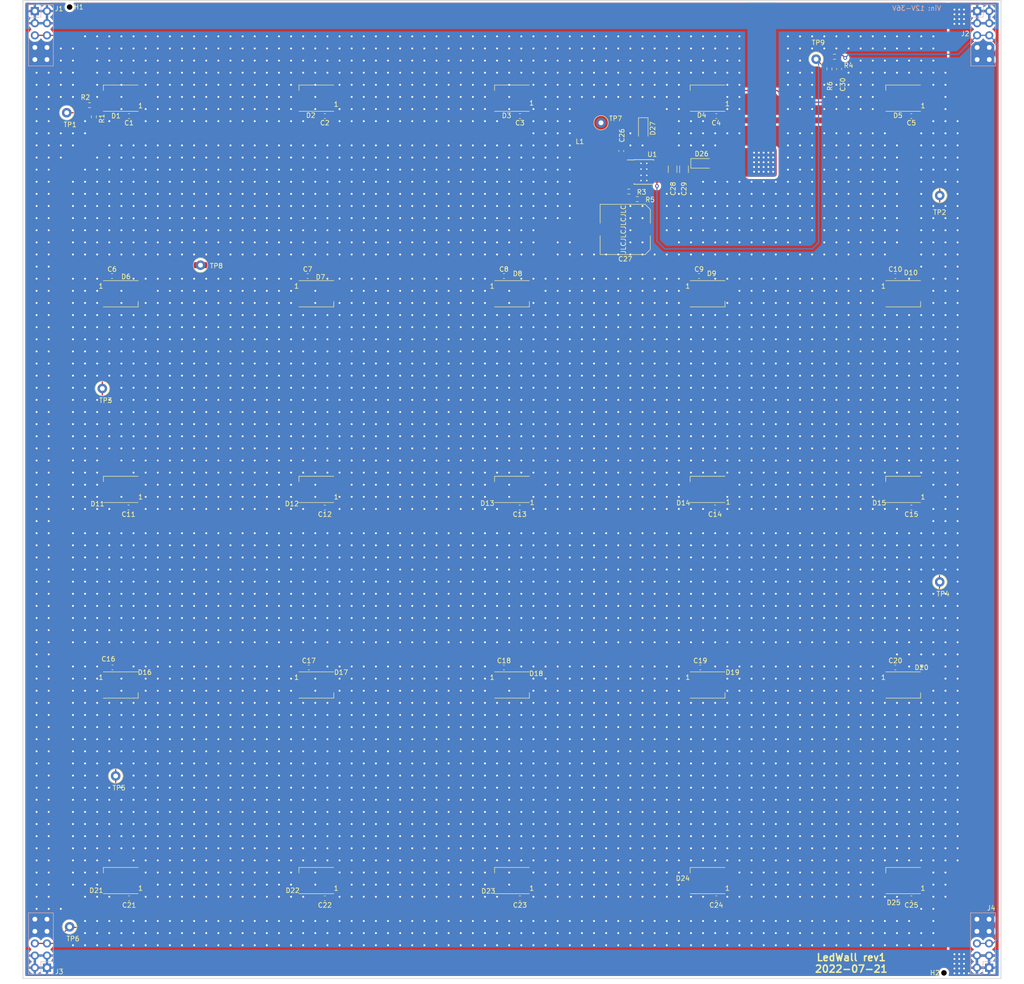
<source format=kicad_pcb>
(kicad_pcb (version 20211014) (generator pcbnew)
  (layers (0 "F.Cu" signal) (31 "B.Cu" signal) (34 "B.Paste" user) (35 "F.Paste" user) (36 "B.SilkS" user "B.Silkscreen") (37 "F.SilkS" user "F.Silkscreen") (38 "B.Mask" user) (39 "F.Mask" user) (44 "Edge.Cuts" user))
  (net 0 "")
  (net 1 "Net-(D1-Pad2)")
  (net 2 "Net-(D2-Pad2)")
  (net 3 "Net-(D3-Pad2)")
  (net 4 "Net-(D4-Pad2)")
  (net 5 "Net-(D10-Pad2)")
  (net 6 "Net-(D10-Pad4)")
  (net 7 "Net-(D11-Pad4)")
  (net 8 "Net-(D13-Pad2)")
  (net 9 "Net-(D14-Pad2)")
  (net 10 "Net-(D15-Pad2)")
  (net 11 "Net-(D16-Pad2)")
  (net 12 "+5V")
  (net 13 "GND")
  (net 14 "Net-(D19-Pad4)")
  (net 15 "Net-(D23-Pad2)")
  (net 16 "/DataOut")
  (net 17 "/DataIn")
  (net 18 "/PWR_EN")
  (net 19 "VDC")
  (net 22 "Net-(D8-Pad4)")
  (net 23 "Net-(D18-Pad4)")
  (net 24 "Net-(D24-Pad2)")
  (net 25 "/Power/BOOT")
  (net 26 "/Power/PH")
  (net 27 "/Power/VDC+")
  (net 28 "/Power/EN")
  (net 29 "/LEDs/DataInFiltered")
  (net 30 "/Power/VSENSE")
  (net 31 "Net-(D7-Pad4)")
  (net 32 "Net-(D6-Pad4)")
  (net 33 "Net-(D22-Pad2)")
  (net 34 "Net-(D21-Pad2)")
  (net 35 "Net-(D17-Pad4)")
  (net 36 "Net-(D16-Pad4)")
  (net 37 "Net-(D12-Pad2)")
  (net 38 "Net-(D11-Pad2)")
  (footprint "LED_SMD:LED_WS2812B_PLCC4_5.0x5.0mm_P3.2mm" (layer "F.Cu") (at 60.5 60.5 180)
    (fp_text reference "D1")
    (fp_text value "WS2812B")
  )
  (footprint "LED_SMD:LED_WS2812B_PLCC4_5.0x5.0mm_P3.2mm" (layer "F.Cu") (at 101.5 60.5 180)
    (fp_text reference "D2")
    (fp_text value "WS2812B")
  )
  (footprint "LED_SMD:LED_WS2812B_PLCC4_5.0x5.0mm_P3.2mm" (layer "F.Cu") (at 142.5 60.5 180)
    (fp_text reference "D3")
    (fp_text value "WS2812B")
  )
  (footprint "LED_SMD:LED_WS2812B_PLCC4_5.0x5.0mm_P3.2mm" (layer "F.Cu") (at 183.5 60.5 180)
    (fp_text reference "D4")
    (fp_text value "WS2812B")
  )
  (footprint "LED_SMD:LED_WS2812B_PLCC4_5.0x5.0mm_P3.2mm" (layer "F.Cu") (at 224.5 60.5 180)
    (fp_text reference "D5")
    (fp_text value "WS2812B")
  )
  (footprint "LED_SMD:LED_WS2812B_PLCC4_5.0x5.0mm_P3.2mm" (layer "F.Cu") (at 60.5 101.5)
    (fp_text reference "D6")
    (fp_text value "WS2812B")
  )
  (footprint "LED_SMD:LED_WS2812B_PLCC4_5.0x5.0mm_P3.2mm" (layer "F.Cu") (at 101.5 101.5)
    (fp_text reference "D7")
    (fp_text value "WS2812B")
  )
  (footprint "LED_SMD:LED_WS2812B_PLCC4_5.0x5.0mm_P3.2mm" (layer "F.Cu") (at 142.5 101.5)
    (fp_text reference "D8")
    (fp_text value "WS2812B")
  )
  (footprint "LED_SMD:LED_WS2812B_PLCC4_5.0x5.0mm_P3.2mm" (layer "F.Cu") (at 183.5 101.5)
    (fp_text reference "D9")
    (fp_text value "WS2812B")
  )
  (footprint "LED_SMD:LED_WS2812B_PLCC4_5.0x5.0mm_P3.2mm" (layer "F.Cu") (at 60.5 142.5 180)
    (fp_text reference "D11")
    (fp_text value "WS2812B")
  )
  (footprint "LED_SMD:LED_WS2812B_PLCC4_5.0x5.0mm_P3.2mm" (layer "F.Cu") (at 101.5 142.5 180)
    (fp_text reference "D12")
    (fp_text value "WS2812B")
  )
  (footprint "LED_SMD:LED_WS2812B_PLCC4_5.0x5.0mm_P3.2mm" (layer "F.Cu") (at 142.5 142.5 180)
    (fp_text reference "D13")
    (fp_text value "WS2812B")
  )
  (footprint "LED_SMD:LED_WS2812B_PLCC4_5.0x5.0mm_P3.2mm" (layer "F.Cu") (at 183.5 142.5 180)
    (fp_text reference "D14")
    (fp_text value "WS2812B")
  )
  (footprint "LED_SMD:LED_WS2812B_PLCC4_5.0x5.0mm_P3.2mm" (layer "F.Cu") (at 224.5 142.5 180)
    (fp_text reference "D15")
    (fp_text value "WS2812B")
  )
  (footprint "LED_SMD:LED_WS2812B_PLCC4_5.0x5.0mm_P3.2mm" (layer "F.Cu") (at 60.5 183.5)
    (fp_text reference "D16")
    (fp_text value "WS2812B")
  )
  (footprint "LED_SMD:LED_WS2812B_PLCC4_5.0x5.0mm_P3.2mm" (layer "F.Cu") (at 101.5 183.5)
    (fp_text reference "D17")
    (fp_text value "WS2812B")
  )
  (footprint "LED_SMD:LED_WS2812B_PLCC4_5.0x5.0mm_P3.2mm" (layer "F.Cu") (at 142.5 183.5)
    (fp_text reference "D18")
    (fp_text value "WS2812B")
  )
  (footprint "LED_SMD:LED_WS2812B_PLCC4_5.0x5.0mm_P3.2mm" (layer "F.Cu") (at 183.5 183.5)
    (fp_text reference "D19")
    (fp_text value "WS2812B")
  )
  (footprint "LED_SMD:LED_WS2812B_PLCC4_5.0x5.0mm_P3.2mm" (layer "F.Cu") (at 224.5 183.5)
    (fp_text reference "D20")
    (fp_text value "WS2812B")
  )
  (footprint "LED_SMD:LED_WS2812B_PLCC4_5.0x5.0mm_P3.2mm" (layer "F.Cu") (at 224.5 101.5)
    (fp_text reference "D10")
    (fp_text value "WS2812B")
  )
  (footprint "Capacitor_SMD:C_0603_1608Metric_Pad1.08x0.95mm_HandSolder" (layer "F.Cu") (at 62.23 64.262 180)
    (fp_text reference "C1")
    (fp_text value "100n/10V")
  )
  (footprint "Capacitor_SMD:C_0603_1608Metric_Pad1.08x0.95mm_HandSolder" (layer "F.Cu") (at 103.2775 64.262 180)
    (fp_text reference "C2")
    (fp_text value "100n/10V")
  )
  (footprint "Capacitor_SMD:C_0603_1608Metric_Pad1.08x0.95mm_HandSolder" (layer "F.Cu") (at 144.1715 64.262 180)
    (fp_text reference "C3")
    (fp_text value "100n/10V")
  )
  (footprint "Capacitor_SMD:C_0603_1608Metric_Pad1.08x0.95mm_HandSolder" (layer "F.Cu") (at 185.3195 64.262 180)
    (fp_text reference "C4")
    (fp_text value "100n/10V")
  )
  (footprint "Capacitor_SMD:C_0603_1608Metric_Pad1.08x0.95mm_HandSolder" (layer "F.Cu") (at 226.2135 64.262 180)
    (fp_text reference "C5")
    (fp_text value "100n/10V")
  )
  (footprint "Capacitor_SMD:C_0603_1608Metric_Pad1.08x0.95mm_HandSolder" (layer "F.Cu") (at 58.674 97.79)
    (fp_text reference "C6")
    (fp_text value "100n/10V")
  )
  (footprint "Capacitor_SMD:C_0603_1608Metric_Pad1.08x0.95mm_HandSolder" (layer "F.Cu") (at 99.6685 97.79)
    (fp_text reference "C7")
    (fp_text value "100n/10V")
  )
  (footprint "Capacitor_SMD:C_0603_1608Metric_Pad1.08x0.95mm_HandSolder" (layer "F.Cu") (at 140.8165 97.79)
    (fp_text reference "C8")
    (fp_text value "100n/10V")
  )
  (footprint "Capacitor_SMD:C_0603_1608Metric_Pad1.08x0.95mm_HandSolder" (layer "F.Cu") (at 181.7105 97.79)
    (fp_text reference "C9")
    (fp_text value "100n/10V")
  )
  (footprint "Capacitor_SMD:C_0603_1608Metric_Pad1.08x0.95mm_HandSolder" (layer "F.Cu") (at 222.8585 97.79)
    (fp_text reference "C10")
    (fp_text value "100n/10V")
  )
  (footprint "Capacitor_SMD:C_0603_1608Metric_Pad1.08x0.95mm_HandSolder" (layer "F.Cu") (at 62.1295 146.304 180)
    (fp_text reference "C11")
    (fp_text value "100n/10V")
  )
  (footprint "Capacitor_SMD:C_0603_1608Metric_Pad1.08x0.95mm_HandSolder" (layer "F.Cu") (at 103.2775 146.304 180)
    (fp_text reference "C12")
    (fp_text value "100n/10V")
  )
  (footprint "Capacitor_SMD:C_0603_1608Metric_Pad1.08x0.95mm_HandSolder" (layer "F.Cu") (at 144.1185 146.304 180)
    (fp_text reference "C13")
    (fp_text value "100n/10V")
  )
  (footprint "Capacitor_SMD:C_0603_1608Metric_Pad1.08x0.95mm_HandSolder" (layer "F.Cu") (at 185.0655 146.304 180)
    (fp_text reference "C14")
    (fp_text value "100n/10V")
  )
  (footprint "Capacitor_SMD:C_0603_1608Metric_Pad1.08x0.95mm_HandSolder" (layer "F.Cu") (at 226.2135 146.304 180)
    (fp_text reference "C15")
    (fp_text value "100n/10V")
  )
  (footprint "Capacitor_SMD:C_0603_1608Metric_Pad1.08x0.95mm_HandSolder" (layer "F.Cu") (at 58.7745 179.832)
    (fp_text reference "C16")
    (fp_text value "100n/10V")
  )
  (footprint "Capacitor_SMD:C_0603_1608Metric_Pad1.08x0.95mm_HandSolder" (layer "F.Cu") (at 99.9225 179.832)
    (fp_text reference "C17")
    (fp_text value "100n/10V")
  )
  (footprint "Capacitor_SMD:C_0603_1608Metric_Pad1.08x0.95mm_HandSolder" (layer "F.Cu") (at 181.9645 179.832)
    (fp_text reference "C19")
    (fp_text value "100n/10V")
  )
  (footprint "Capacitor_SMD:C_0603_1608Metric_Pad1.08x0.95mm_HandSolder" (layer "F.Cu") (at 222.8585 179.832)
    (fp_text reference "C20")
    (fp_text value "100n/10V")
  )
  (footprint "Capacitor_SMD:C_0603_1608Metric_Pad1.08x0.95mm_HandSolder" (layer "F.Cu") (at 62.2565 228.219 180)
    (fp_text reference "C21")
    (fp_text value "100n/10V")
  )
  (footprint "Capacitor_SMD:C_0603_1608Metric_Pad1.08x0.95mm_HandSolder" (layer "F.Cu") (at 103.2775 228.219 180)
    (fp_text reference "C22")
    (fp_text value "100n/10V")
  )
  (footprint "Capacitor_SMD:C_0603_1608Metric_Pad1.08x0.95mm_HandSolder" (layer "F.Cu") (at 144.1715 228.219 180)
    (fp_text reference "C23")
    (fp_text value "100n/10V")
  )
  (footprint "Capacitor_SMD:C_0603_1608Metric_Pad1.08x0.95mm_HandSolder" (layer "F.Cu") (at 185.3195 228.219 180)
    (fp_text reference "C24")
    (fp_text value "100n/10V")
  )
  (footprint "Capacitor_SMD:C_0603_1608Metric_Pad1.08x0.95mm_HandSolder" (layer "F.Cu") (at 226.2135 228.219 180)
    (fp_text reference "C25")
    (fp_text value "100n/10V")
  )
  (footprint "LED_SMD:LED_WS2812B_PLCC4_5.0x5.0mm_P3.2mm" (layer "F.Cu") (at 60.5 224.5 180)
    (fp_text reference "D21")
    (fp_text value "WS2812B")
  )
  (footprint "LED_SMD:LED_WS2812B_PLCC4_5.0x5.0mm_P3.2mm" (layer "F.Cu") (at 101.5 224.5 180)
    (fp_text reference "D22")
    (fp_text value "WS2812B")
  )
  (footprint "LED_SMD:LED_WS2812B_PLCC4_5.0x5.0mm_P3.2mm" (layer "F.Cu") (at 142.5 224.5 180)
    (fp_text reference "D23")
    (fp_text value "WS2812B")
  )
  (footprint "LED_SMD:LED_WS2812B_PLCC4_5.0x5.0mm_P3.2mm" (layer "F.Cu") (at 183.5 224.5 180)
    (fp_text reference "D24")
    (fp_text value "WS2812B")
  )
  (footprint "LED_SMD:LED_WS2812B_PLCC4_5.0x5.0mm_P3.2mm" (layer "F.Cu") (at 224.5 224.5 180)
    (fp_text reference "D25")
    (fp_text value "WS2812B")
  )
  (footprint "Resistor_SMD:R_0603_1608Metric_Pad0.98x0.95mm_HandSolder" (layer "F.Cu") (at 54.864 64.4125 90)
    (fp_text reference "R1")
    (fp_text value "270R")
  )
  (footprint "Capacitor_SMD:C_0603_1608Metric_Pad1.08x0.95mm_HandSolder" (layer "F.Cu") (at 140.8165 179.832)
    (fp_text reference "C18")
    (fp_text value "100n/10V")
  )
  (footprint "Capacitor_SMD:C_Elec_10x10.2" (layer "F.Cu") (at 166.243 88.011 180)
    (fp_text reference "C27")
    (fp_text value "150u/50V")
  )
  (footprint "Ledwall:YNR6045-470M" (layer "F.Cu") (at 161.163 71.846)
    (fp_text reference "L1")
    (fp_text value "47u")
  )
  (footprint "Resistor_SMD:R_0603_1608Metric_Pad0.98x0.95mm_HandSolder" (layer "F.Cu") (at 53.9515 61.976 180)
    (fp_text reference "R2")
    (fp_text value "22")
  )
  (footprint "Resistor_SMD:R_0603_1608Metric_Pad0.98x0.95mm_HandSolder" (layer "F.Cu") (at 166.9813 80.0848)
    (fp_text reference "R3")
    (fp_text value "20k")
  )
  (footprint "Capacitor_SMD:C_1206_3216Metric_Pad1.33x1.80mm_HandSolder" (layer "F.Cu") (at 176.165 75.3911 90)
    (fp_text reference "C28")
    (fp_text value "10u/50V")
  )
  (footprint "Capacitor_SMD:C_0603_1608Metric_Pad1.08x0.95mm_HandSolder" (layer "F.Cu") (at 165.415 71.5661 -90)
    (fp_text reference "C26")
    (fp_text value "10n")
  )
  (footprint "Diode_SMD:D_SOD-123" (layer "F.Cu") (at 182.245 74.168)
    (fp_text reference "D26")
    (fp_text value "B340")
  )
  (footprint "TestPoint:TestPoint_Loop_D1.80mm_Drill1.0mm_Beaded" (layer "F.Cu") (at 49.1744 63.5508)
    (fp_text reference "TP1")
    (fp_text value "TestPoint")
  )
  (footprint "JLC:JLC_toolinghole" (layer "F.Cu") (at 233.045 243.84)
    (fp_text reference "H2")
    (fp_text value "ToolingHole")
  )
  (footprint "Resistor_SMD:R_0603_1608Metric_Pad0.98x0.95mm_HandSolder" (layer "F.Cu") (at 168.7555 81.6596)
    (fp_text reference "R5")
    (fp_text value "7k5")
  )
  (footprint "TestPoint:TestPoint_Loop_D1.80mm_Drill1.0mm_Beaded" (layer "F.Cu") (at 77.216 95.504)
    (fp_text reference "TP8")
    (fp_text value "TestPoint")
  )
  (footprint "TestPoint:TestPoint_Loop_D1.80mm_Drill1.0mm_Beaded" (layer "F.Cu") (at 59.436 202.565)
    (fp_text reference "TP5")
    (fp_text value "TestPoint")
  )
  (footprint "Package_SO:TI_SO-PowerPAD-8_ThermalVias" (layer "F.Cu") (at 170.1526 75.97)
    (fp_text reference "U1")
    (fp_text value "TPS5430DDA")
  )
  (footprint "TestPoint:TestPoint_Loop_D1.80mm_Drill1.0mm_Beaded" (layer "F.Cu") (at 206.248 52.324)
    (fp_text reference "TP9")
    (fp_text value "TestPoint")
  )
  (footprint "TestPoint:TestPoint_Loop_D1.80mm_Drill1.0mm_Beaded" (layer "F.Cu") (at 49.784 234.188)
    (fp_text reference "TP6")
    (fp_text value "TestPoint")
  )
  (footprint "TestPoint:TestPoint_Loop_D1.80mm_Drill1.0mm_Beaded" (layer "F.Cu") (at 232.156 161.8996)
    (fp_text reference "TP4")
    (fp_text value "TestPoint")
  )
  (footprint "TestPoint:TestPoint_Loop_D1.80mm_Drill1.0mm_Beaded" (layer "F.Cu") (at 161.163 65.659)
    (fp_text reference "TP7")
    (fp_text value "TestPoint")
  )
  (footprint "Resistor_SMD:R_0603_1608Metric_Pad0.98x0.95mm_HandSolder" (layer "F.Cu") (at 210.1088 51.816 180)
    (fp_text reference "R4")
    (fp_text value "10k")
  )
  (footprint "Capacitor_SMD:C_0603_1608Metric_Pad1.08x0.95mm_HandSolder" (layer "F.Cu") (at 211.074 54.3825 -90)
    (fp_text reference "C30")
    (fp_text value "100n/10V")
  )
  (footprint "TestPoint:TestPoint_Loop_D1.80mm_Drill1.0mm_Beaded" (layer "F.Cu") (at 56.642 121.355696)
    (fp_text reference "TP3")
    (fp_text value "TestPoint")
  )
  (footprint "Diode_SMD:D_SOD-123" (layer "F.Cu") (at 170.016 66.8504 -90)
    (fp_text reference "D27")
    (fp_text value "B340")
  )
  (footprint "Resistor_SMD:R_0603_1608Metric_Pad0.98x0.95mm_HandSolder" (layer "F.Cu") (at 209.042 54.356 -90)
    (fp_text reference "R6")
    (fp_text value "20k")
  )
  (footprint "TestPoint:TestPoint_Loop_D1.80mm_Drill1.0mm_Beaded" (layer "F.Cu") (at 232.156 80.899)
    (fp_text reference "TP2")
    (fp_text value "TestPoint")
  )
  (footprint "Capacitor_SMD:C_1206_3216Metric_Pad1.33x1.80mm_HandSolder" (layer "F.Cu") (at 178.562 75.4003 90)
    (fp_text reference "C29")
    (fp_text value "10u/50V")
  )
  (footprint "JLC:JLC_toolinghole" (layer "F.Cu") (at 49.784 41.402)
    (fp_text reference "H1")
    (fp_text value "ToolingHole")
  )
  (footprint "Connector_PinSocket_2.54mm:PinSocket_2x05_P2.54mm_Vertical" (layer "B.Cu") (at 42.5 42.25 180)
    (fp_text reference "J1")
    (fp_text value "Conn_02x05_Odd_Even")
  )
  (footprint "Connector_PinSocket_2.54mm:PinSocket_2x05_P2.54mm_Vertical" (layer "B.Cu") (at 45.04 242.75)
    (fp_text reference "J3")
    (fp_text value "Conn_02x05_Odd_Even")
  )
  (footprint "Connector_PinSocket_2.54mm:PinSocket_2x05_P2.54mm_Vertical" (layer "B.Cu") (at 242.5 242.75)
    (fp_text reference "J4")
    (fp_text value "Conn_02x05_Odd_Even")
  )
  (footprint "Connector_PinSocket_2.54mm:PinSocket_2x05_P2.54mm_Vertical" (layer "B.Cu") (at 240 42.25 180)
    (fp_text reference "J2")
    (fp_text value "Conn_02x05_Odd_Even")
  )
  (gr_line (start 40 40) (end 40 245) (layer "Edge.Cuts") (width 0.15))
  (gr_line (start 40 40) (end 245 40) (layer "Edge.Cuts") (width 0.15))
  (gr_line (start 245 40) (end 245 245) (layer "Edge.Cuts") (width 0.15))
  (gr_line (start 40 245) (end 245 245) (layer "Edge.Cuts") (width 0.15))
  (gr_text "Vin: 12V-36V" (at 227.33 41.656) (layer "B.SilkS") (effects (font (size 1 1)) (justify mirror)))
  (gr_text "LedWall rev1\n2022-07-21" (at 213.614 241.808) (layer "F.SilkS") (effects (font (size 1.5 1.5) (thickness 0.3))))
  (gr_text "JLCJLCJLCJLC" (at 165.862 88.011 90) (layer "F.SilkS") (effects (font (size 1 1))))
  (segment (start 99.05 62.1) (end 98.545 61.595) (width 0.25) (layer "F.Cu") (net 1))
  (segment (start 65.645 61.595) (end 62.95 58.9) (width 0.25) (layer "F.Cu") (net 1))
  (segment (start 98.545 61.595) (end 65.645 61.595) (width 0.25) (layer "F.Cu") (net 1))
  (segment (start 140.05 62.1) (end 139.672 61.722) (width 0.25) (layer "F.Cu") (net 2))
  (segment (start 106.772 61.722) (end 103.95 58.9) (width 0.25) (layer "F.Cu") (net 2))
  (segment (start 139.672 61.722) (end 106.772 61.722) (width 0.25) (layer "F.Cu") (net 2))
  (segment (start 147.645 61.595) (end 144.95 58.9) (width 0.25) (layer "F.Cu") (net 3))
  (segment (start 180.545 61.595) (end 147.645 61.595) (width 0.25) (layer "F.Cu") (net 3))
  (segment (start 181.05 62.1) (end 180.545 61.595) (width 0.25) (layer "F.Cu") (net 3))
  (segment (start 200.533 61.341) (end 198.092 58.9) (width 0.25) (layer "F.Cu") (net 4))
  (segment (start 222.05 62.1) (end 221.291 61.341) (width 0.25) (layer "F.Cu") (net 4))
  (segment (start 198.092 58.9) (end 185.95 58.9) (width 0.25) (layer "F.Cu") (net 4))
  (segment (start 221.291 61.341) (end 200.533 61.341) (width 0.25) (layer "F.Cu") (net 4))
  (segment (start 188.285 102.235) (end 185.95 99.9) (width 0.25) (layer "F.Cu") (net 5))
  (segment (start 222.05 103.1) (end 221.185 102.235) (width 0.25) (layer "F.Cu") (net 5))
  (segment (start 221.185 102.235) (end 188.285 102.235) (width 0.25) (layer "F.Cu") (net 5))
  (segment (start 232.156 94.694) (end 226.95 99.9) (width 0.25) (layer "F.Cu") (net 6))
  (segment (start 228.064 58.9) (end 232.156 62.992) (width 0.25) (layer "F.Cu") (net 6))
  (segment (start 232.156 62.992) (end 232.156 94.694) (width 0.25) (layer "F.Cu") (net 6))
  (segment (start 226.95 58.9) (end 228.064 58.9) (width 0.25) (layer "F.Cu") (net 6))
  (segment (start 56.642 136.017) (end 60.325 139.7) (width 0.25) (layer "F.Cu") (net 7))
  (segment (start 56.642 104.508) (end 56.642 136.017) (width 0.25) (layer "F.Cu") (net 7))
  (segment (start 58.05 103.1) (end 56.642 104.508) (width 0.25) (layer "F.Cu") (net 7))
  (segment (start 60.325 139.7) (end 60.325 141.825) (width 0.25) (layer "F.Cu") (net 7))
  (segment (start 60.325 141.825) (end 58.05 144.1) (width 0.25) (layer "F.Cu") (net 7))
  (segment (start 179.698 142.748) (end 146.798 142.748) (width 0.25) (layer "F.Cu") (net 8))
  (segment (start 146.798 142.748) (end 144.95 140.9) (width 0.25) (layer "F.Cu") (net 8))
  (segment (start 181.05 144.1) (end 179.698 142.748) (width 0.25) (layer "F.Cu") (net 8))
  (segment (start 222.05 144.1) (end 220.698 142.748) (width 0.25) (layer "F.Cu") (net 9))
  (segment (start 187.798 142.748) (end 185.95 140.9) (width 0.25) (layer "F.Cu") (net 9))
  (segment (start 220.698 142.748) (end 187.798 142.748) (width 0.25) (layer "F.Cu") (net 9))
  (segment (start 232.1052 178.8668) (end 229.072 181.9) (width 0.25) (layer "F.Cu") (net 10))
  (segment (start 229.072 181.9) (end 226.95 181.9) (width 0.25) (layer "F.Cu") (net 10))
  (segment (start 226.95 140.9) (end 227.768 140.9) (width 0.25) (layer "F.Cu") (net 10))
  (segment (start 227.768 140.9) (end 232.1052 145.2372) (width 0.25) (layer "F.Cu") (net 10))
  (segment (start 232.1052 145.2372) (end 232.1052 178.8668) (width 0.25) (layer "F.Cu") (net 10))
  (segment (start 60.325 221.615) (end 60.325 223.825) (width 0.25) (layer "F.Cu") (net 11))
  (segment (start 60.325 223.825) (end 58.05 226.1) (width 0.25) (layer "F.Cu") (net 11))
  (segment (start 59.436 186.486) (end 59.436 220.726) (width 0.25) (layer "F.Cu") (net 11))
  (segment (start 59.436 220.726) (end 60.325 221.615) (width 0.25) (layer "F.Cu") (net 11))
  (segment (start 58.05 185.1) (end 59.436 186.486) (width 0.25) (layer "F.Cu") (net 11))
  (segment (start 221.996 97.79) (end 221.996 95.504) (width 0.25) (layer "F.Cu") (net 12))
  (segment (start 99.05 179.842) (end 99.06 179.832) (width 0.25) (layer "F.Cu") (net 12))
  (segment (start 226.95 62.1) (end 226.95 64.136) (width 0.25) (layer "F.Cu") (net 12))
  (segment (start 47.752 148.59) (end 48.006 148.844) (width 1.27) (layer "F.Cu") (net 12))
  (segment (start 185.928 228.473) (end 185.928 230.632) (width 0.25) (layer "F.Cu") (net 12))
  (segment (start 99.06 177.546) (end 98.552 177.038) (width 0.25) (layer "F.Cu") (net 12))
  (segment (start 98.552 95.504) (end 139.7 95.504) (width 1.27) (layer "F.Cu") (net 12))
  (segment (start 104.14 148.844) (end 144.78 148.844) (width 1.27) (layer "F.Cu") (net 12))
  (segment (start 63.119 228.219) (end 63.119 230.251) (width 0.25) (layer "F.Cu") (net 12))
  (segment (start 63.119 230.251) (end 63.5 230.632) (width 0.25) (layer "F.Cu") (net 12))
  (segment (start 104.14 64.262) (end 104.14 67.564) (width 0.25) (layer "F.Cu") (net 12))
  (segment (start 47.752 153.924) (end 47.752 176.022) (width 1.27) (layer "F.Cu") (net 12))
  (segment (start 221.234 95.504) (end 223.139 95.504) (width 1.27) (layer "F.Cu") (net 12))
  (segment (start 144.95 64.178) (end 145.034 64.262) (width 0.25) (layer "F.Cu") (net 12))
  (segment (start 226.95 146.178) (end 227.076 146.304) (width 0.25) (layer "F.Cu") (net 12))
  (segment (start 99.05 181.9) (end 99.05 179.842) (width 0.25) (layer "F.Cu") (net 12))
  (segment (start 139.954 97.79) (end 139.954 95.758) (width 0.25) (layer "F.Cu") (net 12))
  (segment (start 150.622 88.011) (end 161.843 88.011) (width 1.27) (layer "F.Cu") (net 12))
  (segment (start 227.076 229.87) (end 227.076 228.219) (width 0.25) (layer "F.Cu") (net 12))
  (segment (start 188.976 64.262) (end 189.103 64.389) (width 0.25) (layer "F.Cu") (net 12))
  (segment (start 103.95 228.029) (end 104.14 228.219) (width 0.25) (layer "F.Cu") (net 12))
  (segment (start 57.8115 95.6045) (end 57.912 95.504) (width 0.25) (layer "F.Cu") (net 12))
  (segment (start 181.05 97.992) (end 180.848 97.79) (width 0.25) (layer "F.Cu") (net 12))
  (segment (start 149.479 95.504) (end 149.479 89.154) (width 1.27) (layer "F.Cu") (net 12))
  (segment (start 103.95 64.072) (end 104.14 64.262) (width 0.25) (layer "F.Cu") (net 12))
  (segment (start 62.992 146.304) (end 62.992 148.59) (width 0.25) (layer "F.Cu") (net 12))
  (segment (start 185.928 148.59) (end 186.182 148.844) (width 0.25) (layer "F.Cu") (net 12))
  (segment (start 189.865 65.151) (end 189.103 64.389) (width 1.27) (layer "F.Cu") (net 12))
  (segment (start 62.992 148.59) (end 63.246 148.844) (width 0.25) (layer "F.Cu") (net 12))
  (segment (start 144.95 144.1) (end 144.95 146.273) (width 0.25) (layer "F.Cu") (net 12))
  (segment (start 98.806 95.758) (end 98.552 95.504) (width 0.25) (layer "F.Cu") (net 12))
  (segment (start 104.648 230.632) (end 144.78 230.632) (width 1.27) (layer "F.Cu") (net 12))
  (segment (start 139.954 177.038) (end 180.848 177.038) (width 1.27) (layer "F.Cu") (net 12))
  (segment (start 63.246 148.844) (end 104.14 148.844) (width 1.27) (layer "F.Cu") (net 12))
  (segment (start 62.95 226.1) (end 62.95 228.05) (width 0.25) (layer "F.Cu") (net 12))
  (segment (start 166.896 95.504) (end 163.957 95.504) (width 1.27) (layer "F.Cu") (net 12))
  (segment (start 145.034 230.378) (end 144.78 230.632) (width 0.25) (layer "F.Cu") (net 12))
  (segment (start 186.182 228.219) (end 185.928 228.473) (width 0.25) (layer "F.Cu") (net 12))
  (segment (start 104.14 228.219) (end 104.14 230.124) (width 0.25) (layer "F.Cu") (net 12))
  (segment (start 54.864 65.325) (end 54.864 65.405) (width 0.25) (layer "F.Cu") (net 12))
  (segment (start 225.933 92.71) (end 225.933 69.85) (width 1.27) (layer "F.Cu") (net 12))
  (segment (start 62.95 228.05) (end 63.119 228.219) (width 0.25) (layer "F.Cu") (net 12))
  (segment (start 104.14 230.124) (end 104.648 230.632) (width 0.25) (layer "F.Cu") (net 12))
  (segment (start 180.848 97.79) (end 180.848 95.504) (width 0.25) (layer "F.Cu") (net 12))
  (segment (start 139.954 179.832) (end 139.954 177.038) (width 0.25) (layer "F.Cu") (net 12))
  (segment (start 58.05 98.0285) (end 57.8115 97.79) (width 0.25) (layer "F.Cu") (net 12))
  (segment (start 185.95 146.282) (end 185.928 146.304) (width 0.25) (layer "F.Cu") (net 12))
  (segment (start 103.95 226.1) (end 103.95 228.029) (width 0.25) (layer "F.Cu") (net 12))
  (segment (start 227.076 64.262) (end 225.933 65.405) (width 0.25) (layer "F.Cu") (net 12))
  (segment (start 226.95 226.1) (end 226.95 228.093) (width 0.25) (layer "F.Cu") (net 12))
  (segment (start 186.182 148.844) (end 227.33 148.844) (width 1.27) (layer "F.Cu") (net 12))
  (segment (start 104.394 67.818) (end 144.145 67.818) (width 1.27) (layer "F.Cu") (net 12))
  (segment (start 57.912 95.504) (end 98.552 95.504) (width 1.27) (layer "F.Cu") (net 12))
  (segment (start 181.102 177.292) (end 180.848 177.038) (width 0.25) (layer "F.Cu") (net 12))
  (segment (start 161.9722 89.9632) (end 161.9722 88.1402) (width 0.25) (layer "F.Cu") (net 12))
  (segment (start 145.034 228.219) (end 145.034 230.378) (width 0.25) (layer "F.Cu") (net 12))
  (segment (start 185.95 227.987) (end 186.182 228.219) (width 0.25) (layer "F.Cu") (net 12))
  (segment (start 57.912 179.832) (end 57.912 177.038) (width 0.25) (layer "F.Cu") (net 12))
  (segment (start 62.95 64.1195) (end 63.0925 64.262) (width 0.25) (layer "F.Cu") (net 12))
  (segment (start 144.145 67.818) (end 145.034 66.929) (width 0.25) (layer "F.Cu") (net 12))
  (segment (start 166.896 95.504) (end 180.848 95.504) (width 1.27) (layer "F.Cu") (net 12))
  (segment (start 185.95 62.1) (end 185.95 64.03) (width 0.25) (layer "F.Cu") (net 12))
  (segment (start 144.981 148.643) (end 144.78 148.844) (width 0.25) (layer "F.Cu") (net 12))
  (segment (start 222.05 179.886) (end 221.996 179.832) (width 0.25) (layer "F.Cu") (net 12))
  (segment (start 226.95 228.093) (end 227.076 228.219) (width 0.25) (layer "F.Cu") (net 12))
  (segment (start 52.324 230.632) (end 63.5 230.632) (width 1.27) (layer "F.Cu") (net 12))
  (segment (start 140.05 99.9) (end 140.05 97.886) (width 0.25) (layer "F.Cu") (net 12))
  (segment (start 227.076 146.304) (end 227.076 148.59) (width 0.25) (layer "F.Cu") (net 12))
  (segment (start 181.05 181.9) (end 181.05 179.884) (width 0.25) (layer "F.Cu") (net 12))
  (segment (start 47.752 147.32) (end 47.752 148.59) (width 1.27) (layer "F.Cu") (net 12))
  (segment (start 99.06 179.832) (end 99.06 177.546) (width 0.25) (layer "F.Cu") (net 12))
  (segment (start 223.139 95.504) (end 225.933 92.71) (width 1.27) (layer "F.Cu") (net 12))
  (segment (start 185.95 226.1) (end 185.95 227.987) (width 0.25) (layer "F.Cu") (net 12))
  (segment (start 185.95 144.1) (end 185.95 146.282) (width 0.25) (layer "F.Cu") (net 12))
  (segment (start 57.8115 97.79) (end 57.8115 95.6045) (width 0.25) (layer "F.Cu") (net 12))
  (segment (start 103.95 62.1) (end 103.95 64.072) (width 0.25) (layer "F.Cu") (net 12))
  (segment (start 47.752 95.504) (end 47.752 147.32) (width 1.27) (layer "F.Cu") (net 12))
  (segment (start 62.95 144.1) (end 62.95 146.262) (width 0.25) (layer "F.Cu") (net 12))
  (segment (start 47.752 77.343) (end 57.277 67.818) (width 1.27) (layer "F.Cu") (net 12))
  (segment (start 221.234 177.038) (end 221.996 177.8) (width 0.25) (layer "F.Cu") (net 12))
  (segment (start 57.277 67.818) (end 62.992 67.818) (width 1.27) (layer "F.Cu") (net 12))
  (segment (start 144.78 148.844) (end 186.182 148.844) (width 1.27) (layer "F.Cu") (net 12))
  (segment (start 47.752 177.038) (end 57.912 177.038) (width 1.27) (layer "F.Cu") (net 12))
  (segment (start 144.95 146.273) (end 144.981 146.304) (width 0.25) (layer "F.Cu") (net 12))
  (segment (start 54.864 65.405) (end 57.277 67.818) (width 0.25) (layer "F.Cu") (net 12))
  (segment (start 58.05 179.97) (end 57.912 179.832) (width 0.25) (layer "F.Cu") (net 12))
  (segment (start 47.752 176.022) (end 47.752 177.038) (width 1.27) (layer "F.Cu") (net 12))
  (segment (start 99.05 99.9) (end 99.05 98.034) (width 0.25) (layer "F.Cu") (net 12))
  (segment (start 221.234 95.504) (end 221.996 95.504) (width 1.27) (layer "F.Cu") (net 12))
  (segment (start 222.05 181.9) (end 222.05 179.886) (width 0.25) (layer "F.Cu") (net 12))
  (segment (start 63.0925 64.262) (end 63.0925 67.7175) (width 0.25) (layer "F.Cu") (net 12))
  (segment (start 98.552 177.038) (end 139.954 177.038) (width 1.27) (layer "F.Cu") (net 12))
  (segment (start 181.102 179.832) (end 181.102 177.292) (width 0.25) (layer "F.Cu") (net 12))
  (segment (start 62.992 67.818) (end 104.394 67.818) (width 1.27) (layer "F.Cu") (net 12))
  (segment (start 98.806 97.79) (end 98.806 95.758) (width 0.25) (layer "F.Cu") (net 12))
  (segment (start 145.034 66.929) (end 145.034 64.262) (width 0.25) (layer "F.Cu") (net 12))
  (segment (start 99.05 98.034) (end 98.806 97.79) (width 0.25) (layer "F.Cu") (net 12))
  (segment (start 63.5 230.632) (end 104.648 230.632) (width 1.27) (layer "F.Cu") (net 12))
  (segment (start 185.928 146.304) (end 185.928 148.59) (width 0.25) (layer "F.Cu") (net 12))
  (segment (start 140.05 97.886) (end 139.954 97.79) (width 0.25) (layer "F.Cu") (net 12))
  (segment (start 163.957 95.504) (end 149.479 95.504) (width 1.27) (layer "F.Cu") (net 12))
  (segment (start 144.78 230.632) (end 185.928 230.632) (width 1.27) (layer "F.Cu") (net 12))
  (segment (start 104.14 67.564) (end 104.394 67.818) (width 0.25) (layer "F.Cu") (net 12))
  (segment (start 104.14 146.304) (end 104.14 148.844) (width 0.25) (layer "F.Cu") (net 12))
  (segment (start 180.848 177.038) (end 221.234 177.038) (width 1.27) (layer "F.Cu") (net 12))
  (segment (start 166.0688 89.9632) (end 161.9722 89.9632) (width 0.25) (layer "F.Cu") (net 12))
  (segment (start 58.05 99.9) (end 58.05 98.0285) (width 0.25) (layer "F.Cu") (net 12))
  (segment (start 47.752 226.06) (end 52.324 230.632) (width 1.27) (layer "F.Cu") (net 12))
  (segment (start 227.076 148.59) (end 227.33 148.844) (width 0.25) (layer "F.Cu") (net 12))
  (segment (start 57.912 95.504) (end 47.752 95.504) (width 1.27) (layer "F.Cu") (net 12))
  (segment (start 225.933 69.85) (end 221.234 65.151) (width 1.27) (layer "F.Cu") (net 12))
  (segment (start 47.752 148.59) (end 47.752 153.924) (width 1.27) (layer "F.Cu") (net 12))
  (segment (start 47.752 95.504) (end 47.752 77.343) (width 1.27) (layer "F.Cu") (net 12))
  (segment (start 62.95 62.1) (end 62.95 64.1195) (width 0.25) (layer "F.Cu") (net 12))
  (segment (start 140.05 181.9) (end 140.05 179.928) (width 0.25) (layer "F.Cu") (net 12))
  (segment (start 226.95 144.1) (end 226.95 146.178) (width 0.25) (layer "F.Cu") (net 12))
  (segment (start 166.0688 80.0848) (end 166.0688 89.9632) (width 0.25) (layer "F.Cu") (net 12))
  (segment (start 185.928 230.632) (end 226.314 230.632) (width 1.27) (layer "F.Cu") (net 12))
  (segment (start 140.05 179.928) (end 139.954 179.832) (width 0.25) (layer "F.Cu") (net 12))
  (segment (start 144.95 62.1) (end 144.95 64.178) (width 0.25) (layer "F.Cu") (net 12))
  (segment (start 222.05 99.9) (end 222.05 97.844) (width 0.25) (layer "F.Cu") (net 12))
  (segment (start 185.95 64.03) (end 186.182 64.262) (width 0.25) (layer "F.Cu") (net 12))
  (segment (start 149.479 95.504) (end 139.7 95.504) (width 1.27) (layer "F.Cu") (net 12))
  (segment (start 58.05 181.9) (end 58.05 179.97) (width 0.25) (layer "F.Cu") (net 12))
  (segment (start 47.752 178.308) (end 47.752 226.06) (width 1.27) (layer "F.Cu") (net 12))
  (segment (start 48.006 148.844) (end 63.246 148.844) (width 1.27) (layer "F.Cu") (net 12))
  (segment (start 47.752 177.038) (end 47.752 178.308) (width 1.27) (layer "F.Cu") (net 12))
  (segment (start 161.9722 88.1402) (end 161.843 88.011) (width 0.25) (layer "F.Cu") (net 12))
  (segment (start 103.95 144.1) (end 103.95 146.114) (width 0.25) (layer "F.Cu") (net 12))
  (segment (start 181.05 99.9) (end 181.05 97.992) (width 0.25) (layer "F.Cu") (net 12))
  (segment (start 149.479 89.154) (end 150.622 88.011) (width 1.27) (layer "F.Cu") (net 12))
  (segment (start 226.314 230.632) (end 227.076 229.87) (width 0.25) (layer "F.Cu") (net 12))
  (segment (start 144.981 146.304) (end 144.981 148.643) (width 0.25) (layer "F.Cu") (net 12))
  (segment (start 180.848 95.504) (end 221.234 95.504) (width 1.27) (layer "F.Cu") (net 12))
  (segment (start 221.234 65.151) (end 189.865 65.151) (width 1.27) (layer "F.Cu") (net 12))
  (segment (start 144.95 226.1) (end 144.95 228.135) (width 0.25) (layer "F.Cu") (net 12))
  (segment (start 221.996 177.8) (end 221.996 179.832) (width 0.25) (layer "F.Cu") (net 12))
  (segment (start 181.05 179.884) (end 181.102 179.832) (width 0.25) (layer "F.Cu") (net 12))
  (segment (start 63.0925 67.7175) (end 62.992 67.818) (width 0.25) (layer "F.Cu") (net 12))
  (segment (start 139.954 95.758) (end 139.7 95.504) (width 0.25) (layer "F.Cu") (net 12))
  (segment (start 225.933 65.405) (end 225.933 69.85) (width 0.25) (layer "F.Cu") (net 12))
  (segment (start 226.95 64.136) (end 227.076 64.262) (width 0.25) (layer "F.Cu") (net 12))
  (segment (start 186.182 64.262) (end 188.976 64.262) (width 0.25) (layer "F.Cu") (net 12))
  (segment (start 144.95 228.135) (end 145.034 228.219) (width 0.25) (layer "F.Cu") (net 12))
  (segment (start 57.912 177.038) (end 98.552 177.038) (width 1.27) (layer "F.Cu") (net 12))
  (via (at 136.842619 212.645) (size 0.8) (drill 0.4) (layers "F.Cu" "B.Cu") (net 13))
  (via (at 220.662619 215.185) (size 0.8) (drill 0.4) (layers "F.Cu" "B.Cu") (net 13))
  (via (at 108.902619 60.245) (size 0.8) (drill 0.4) (layers "F.Cu" "B.Cu") (net 13))
  (via (at 162.242619 235.505) (size 0.8) (drill 0.4) (layers "F.Cu" "B.Cu") (net 13))
  (via (at 192.722619 194.865) (size 0.8) (drill 0.4) (layers "F.Cu" "B.Cu") (net 13))
  (via (at 164.782619 138.985) (size 0.8) (drill 0.4) (layers "F.Cu" "B.Cu") (net 13))
  (via (at 207.962619 128.825) (size 0.8) (drill 0.4) (layers "F.Cu" "B.Cu") (net 13))
  (via (at 111.442619 227.885) (size 0.8) (drill 0.4) (layers "F.Cu" "B.Cu") (net 13))
  (via (at 187.642619 78.025) (size 0.8) (drill 0.4) (layers "F.Cu" "B.Cu") (net 13))
  (via (at 230.822619 215.185) (size 0.8) (drill 0.4) (layers "F.Cu" "B.Cu") (net 13))
  (via (at 177.482619 146.605) (size 0.8) (drill 0.4) (layers "F.Cu" "B.Cu") (net 13))
  (via (at 86.042619 238.045) (size 0.8) (drill 0.4) (layers "F.Cu" "B.Cu") (net 13))
  (via (at 228.282619 172.005) (size 0.8) (drill 0.4) (layers "F.Cu" "B.Cu") (net 13))
  (via (at 75.882619 151.685) (size 0.8) (drill 0.4) (layers "F.Cu" "B.Cu") (net 13))
  (via (at 124.142619 80.565) (size 0.8) (drill 0.4) (layers "F.Cu" "B.Cu") (net 13))
  (via (at 101.282619 72.945) (size 0.8) (drill 0.4) (layers "F.Cu" "B.Cu") (net 13))
  (via (at 197.802619 194.865) (size 0.8) (drill 0.4) (layers "F.Cu" "B.Cu") (net 13))
  (via (at 101.282619 103.425) (size 0.8) (drill 0.4) (layers "F.Cu" "B.Cu") (net 13))
  (via (at 154.622619 197.405) (size 0.8) (drill 0.4) (layers "F.Cu" "B.Cu") (net 13))
  (via (at 68.262619 93.265) (size 0.8) (drill 0.4) (layers "F.Cu" "B.Cu") (net 13))
  (via (at 230.822619 70.405) (size 0.8) (drill 0.4) (layers "F.Cu" "B.Cu") (net 13))
  (via (at 126.682619 55.165) (size 0.8) (drill 0.4) (layers "F.Cu" "B.Cu") (net 13))
  (via (at 207.962619 174.545) (size 0.8) (drill 0.4) (layers "F.Cu" "B.Cu") (net 13))
  (via (at 80.962619 197.405) (size 0.8) (drill 0.4) (layers "F.Cu" "B.Cu") (net 13))
  (via (at 154.622619 52.625) (size 0.8) (drill 0.4) (layers "F.Cu" "B.Cu") (net 13))
  (via (at 103.822619 123.745) (size 0.8) (drill 0.4) (layers "F.Cu" "B.Cu") (net 13))
  (via (at 202.882619 123.745) (size 0.8) (drill 0.4) (layers "F.Cu" "B.Cu") (net 13))
  (via (at 136.842619 100.885) (size 0.8) (drill 0.4) (layers "F.Cu" "B.Cu") (net 13))
  (via (at 147.002619 164.385) (size 0.8) (drill 0.4) (layers "F.Cu" "B.Cu") (net 13))
  (via (at 111.442619 105.965) (size 0.8) (drill 0.4) (layers "F.Cu" "B.Cu") (net 13))
  (via (at 113.982619 232.965) (size 0.8) (drill 0.4) (layers "F.Cu" "B.Cu") (net 13))
  (via (at 53.022619 179.625) (size 0.8) (drill 0.4) (layers "F.Cu" "B.Cu") (net 13))
  (via (at 185.102619 174.545) (size 0.8) (drill 0.4) (layers "F.Cu" "B.Cu") (net 13))
  (via (at 111.442619 128.825) (size 0.8) (drill 0.4) (layers "F.Cu" "B.Cu") (net 13))
  (via (at 182.562619 161.845) (size 0.8) (drill 0.4) (layers "F.Cu" "B.Cu") (net 13))
  (via (at 103.822619 189.785) (size 0.8) (drill 0.4) (layers "F.Cu" "B.Cu") (net 13))
  (via (at 42.862619 93.265) (size 0.8) (drill 0.4) (layers "F.Cu" "B.Cu") (net 13))
  (via (at 187.642619 121.205) (size 0.8) (drill 0.4) (layers "F.Cu" "B.Cu") (net 13))
  (via (at 55.562619 164.385) (size 0.8) (drill 0.4) (layers "F.Cu" "B.Cu") (net 13))
  (via (at 141.922619 174.545) (size 0.8) (drill 0.4) (layers "F.Cu" "B.Cu") (net 13))
  (via (at 68.262619 52.625) (size 0.8) (drill 0.4) (layers "F.Cu" "B.Cu") (net 13))
  (via (at 149.542619 85.645) (size 0.8) (drill 0.4) (layers "F.Cu" "B.Cu") (net 13))
  (via (at 141.922619 133.905) (size 0.8) (drill 0.4) (layers "F.Cu" "B.Cu") (net 13))
  (via (at 106.362619 108.505) (size 0.8) (drill 0.4) (layers "F.Cu" "B.Cu") (net 13))
  (via (at 215.582619 227.885) (size 0.8) (drill 0.4) (layers "F.Cu" "B.Cu") (net 13))
  (via (at 111.442619 217.725) (size 0.8) (drill 0.4) (layers "F.Cu" "B.Cu") (net 13))
  (via (at 96.202619 154.225) (size 0.8) (drill 0.4) (layers "F.Cu" "B.Cu") (net 13))
  (via (at 126.682619 169.465) (size 0.8) (drill 0.4) (layers "F.Cu" "B.Cu") (net 13))
  (via (at 42.862619 116.125) (size 0.8) (drill 0.4) (layers "F.Cu" "B.Cu") (net 13))
  (via (at 223.202619 189.785) (size 0.8) (drill 0.4) (layers "F.Cu" "B.Cu") (net 13))
  (via (at 202.882619 169.465) (size 0.8) (drill 0.4) (layers "F.Cu" "B.Cu") (net 13))
  (via (at 113.982619 121.205) (size 0.8) (drill 0.4) (layers "F.Cu" "B.Cu") (net 13))
  (via (at 147.002619 111.045) (size 0.8) (drill 0.4) (layers "F.Cu" "B.Cu") (net 13))
  (via (at 53.022619 205.025) (size 0.8) (drill 0.4) (layers "F.Cu" "B.Cu") (net 13))
  (via (at 215.582619 194.865) (size 0.8) (drill 0.4) (layers "F.Cu" "B.Cu") (net 13))
  (via (at 73.342619 174.545) (size 0.8) (drill 0.4) (layers "F.Cu" "B.Cu") (net 13))
  (via (at 113.982619 50.085) (size 0.8) (drill 0.4) (layers "F.Cu" "B.Cu") (net 13))
  (via (at 121.602619 123.745) (size 0.8) (drill 0.4) (layers "F.Cu" "B.Cu") (net 13))
  (via (at 210.502619 179.625) (size 0.8) (drill 0.4) (layers "F.Cu" "B.Cu") (net 13))
  (via (at 53.022619 222.805) (size 0.8) (drill 0.4) (layers "F.Cu" "B.Cu") (net 13))
  (via (at 103.822619 118.665) (size 0.8) (drill 0.4) (layers "F.Cu" "B.Cu") (net 13))
  (via (at 187.642619 67.865) (size 0.8) (drill 0.4) (layers "F.Cu" "B.Cu") (net 13))
  (via (at 235.902619 131.365) (size 0.8) (drill 0.4) (layers "F.Cu" "B.Cu") (net 13))
  (via (at 108.902619 72.945) (size 0.8) (drill 0.4) (layers "F.Cu" "B.Cu") (net 13))
  (via (at 78.422619 161.845) (size 0.8) (drill 0.4) (layers "F.Cu" "B.Cu") (net 13))
  (via (at 169.862619 199.945) (size 0.8) (drill 0.4) (layers "F.Cu" "B.Cu") (net 13))
  (via (at 108.902619 212.645) (size 0.8) (drill 0.4) (layers "F.Cu" "B.Cu") (net 13))
  (via (at 187.642619 210.105) (size 0.8) (drill 0.4) (layers "F.Cu" "B.Cu") (net 13))
  (via (at 139.382619 174.545) (size 0.8) (drill 0.4) (layers "F.Cu" "B.Cu") (net 13))
  (via (at 210.502619 232.965) (size 0.8) (drill 0.4) (layers "F.Cu" "B.Cu") (net 13))
  (via (at 195.262619 220.265) (size 0.8) (drill 0.4) (layers "F.Cu" "B.Cu") (net 13))
  (via (at 106.362619 189.785) (size 0.8) (drill 0.4) (layers "F.Cu" "B.Cu") (net 13))
  (via (at 113.982619 65.325) (size 0.8) (drill 0.4) (layers "F.Cu" "B.Cu") (net 13))
  (via (at 136.842619 161.845) (size 0.8) (drill 0.4) (layers "F.Cu" "B.Cu") (net 13))
  (via (at 207.962619 212.645) (size 0.8) (drill 0.4) (layers "F.Cu" "B.Cu") (net 13))
  (via (at 218.122619 227.885) (size 0.8) (drill 0.4) (layers "F.Cu" "B.Cu") (net 13))
  (via (at 192.722619 146.605) (size 0.8) (drill 0.4) (layers "F.Cu" "B.Cu") (net 13))
  (via (at 190.182619 138.985) (size 0.8) (drill 0.4) (layers "F.Cu" "B.Cu") (net 13))
  (via (at 98.742619 189.785) (size 0.8) (drill 0.4) (layers "F.Cu" "B.Cu") (net 13))
  (via (at 116.522619 174.545) (size 0.8) (drill 0.4) (layers "F.Cu" "B.Cu") (net 13))
  (via (at 93.662619 52.625) (size 0.8) (drill 0.4) (layers "F.Cu" "B.Cu") (net 13))
  (via (at 121.602619 126.285) (size 0.8) (drill 0.4) (layers "F.Cu" "B.Cu") (net 13))
  (via (at 65.722619 227.885) (size 0.8) (drill 0.4) (layers "F.Cu" "B.Cu") (net 13))
  (via (at 195.262619 88.185) (size 0.8) (drill 0.4) (layers "F.Cu" "B.Cu") (net 13))
  (via (at 65.722619 182.165) (size 0.8) (drill 0.4) (layers "F.Cu" "B.Cu") (net 13))
  (via (at 200.342619 55.165) (size 0.8) (drill 0.4) (layers "F.Cu" "B.Cu") (net 13))
  (via (at 50.482619 118.665) (size 0.8) (drill 0.4) (layers "F.Cu" "B.Cu") (net 13))
  (via (at 218.122619 116.125) (size 0.8) (drill 0.4) (layers "F.Cu" "B.Cu") (net 13))
  (via (at 93.662619 75.485) (size 0.8) (drill 0.4) (layers "F.Cu" "B.Cu") (net 13))
  (via (at 154.622619 111.045) (size 0.8) (drill 0.4) (layers "F.Cu" "B.Cu") (net 13))
  (via (at 75.882619 156.765) (size 0.8) (drill 0.4) (layers "F.Cu" "B.Cu") (net 13))
  (via (at 157.162619 215.185) (size 0.8) (drill 0.4) (layers "F.Cu" "B.Cu") (net 13))
  (via (at 159.702619 111.045) (size 0.8) (drill 0.4) (layers "F.Cu" "B.Cu") (net 13))
  (via (at 129.222619 210.105) (size 0.8) (drill 0.4) (layers "F.Cu" "B.Cu") (net 13))
  (via (at 235.902619 95.805) (size 0.8) (drill 0.4) (layers "F.Cu" "B.Cu") (net 13))
  (via (at 152.082619 126.285) (size 0.8) (drill 0.4) (layers "F.Cu" "B.Cu") (net 13))
  (via (at 223.202619 197.405) (size 0.8) (drill 0.4) (layers "F.Cu" "B.Cu") (net 13))
  (via (at 65.722619 55.165) (size 0.8) (drill 0.4) (layers "F.Cu" "B.Cu") (net 13))
  (via (at 129.222619 118.665) (size 0.8) (drill 0.4) (layers "F.Cu" "B.Cu") (net 13))
  (via (at 157.162619 118.665) (size 0.8) (drill 0.4) (layers "F.Cu" "B.Cu") (net 13))
  (via (at 119.062619 80.565) (size 0.8) (drill 0.4) (layers "F.Cu" "B.Cu") (net 13))
  (via (at 152.082619 197.405) (size 0.8) (drill 0.4) (layers "F.Cu" "B.Cu") (net 13))
  (via (at 233.362619 85.645) (size 0.8) (drill 0.4) (layers "F.Cu" "B.Cu") (net 13))
  (via (at 136.842619 202.485) (size 0.8) (drill 0.4) (layers "F.Cu" "B.Cu") (net 13))
  (via (at 131.762619 55.165) (size 0.8) (drill 0.4) (layers "F.Cu" "B.Cu") (net 13))
  (via (at 147.002619 144.065) (size 0.8) (drill 0.4) (layers "F.Cu" "B.Cu") (net 13))
  (via (at 207.962619 70.405) (size 0.8) (drill 0.4) (layers "F.Cu" "B.Cu") (net 13))
  (via (at 68.262619 227.885) (size 0.8) (drill 0.4) (layers "F.Cu" "B.Cu") (net 13))
  (via (at 139.382619 108.505) (size 0.8) (drill 0.4) (layers "F.Cu" "B.Cu") (net 13))
  (via (at 42.862619 217.725) (size 0.8) (drill 0.4) (layers "F.Cu" "B.Cu") (net 13))
  (via (at 42.862619 146.605) (size 0.8) (drill 0.4) (layers "F.Cu" "B.Cu") (net 13))
  (via (at 230.822619 131.365) (size 0.8) (drill 0.4) (layers "F.Cu" "B.Cu") (net 13))
  (via (at 55.562619 235.505) (size 0.8) (drill 0.4) (layers "F.Cu" "B.Cu") (net 13))
  (via (at 75.882619 238.045) (size 0.8) (drill 0.4) (layers "F.Cu" "B.Cu") (net 13))
  (via (at 101.282619 83.105) (size 0.8) (drill 0.4) (layers "F.Cu" "B.Cu") (net 13))
  (via (at 190.182619 174.545) (size 0.8) (drill 0.4) (layers "F.Cu" "B.Cu") (net 13))
  (via (at 65.722619 138.985) (size 0.8) (drill 0.4) (layers "F.Cu" "B.Cu") (net 13))
  (via (at 131.762619 121.205) (size 0.8) (drill 0.4) (layers "F.Cu" "B.Cu") (net 13))
  (via (at 218.122619 182.165) (size 0.8) (drill 0.4) (layers "F.Cu" "B.Cu") (net 13))
  (via (at 42.862619 75.485) (size 0.8) (drill 0.4) (layers "F.Cu" "B.Cu") (net 13))
  (via (at 113.982619 60.245) (size 0.8) (drill 0.4) (layers "F.Cu" "B.Cu") (net 13))
  (via (at 113.982619 222.805) (size 0.8) (drill 0.4) (layers "F.Cu" "B.Cu") (net 13))
  (via (at 111.442619 138.985) (size 0.8) (drill 0.4) (layers "F.Cu" "B.Cu") (net 13))
  (via (at 60.642619 47.545) (size 0.8) (drill 0.4) (layers "F.Cu" "B.Cu") (net 13))
  (via (at 58.102619 194.865) (size 0.8) (drill 0.4) (layers "F.Cu" "B.Cu") (net 13))
  (via (at 187.642619 220.265) (size 0.8) (drill 0.4) (layers "F.Cu" "B.Cu") (net 13))
  (via (at 144.462619 78.025) (size 0.8) (drill 0.4) (layers "F.Cu" "B.Cu") (net 13))
  (via (at 147.002619 121.205) (size 0.8) (drill 0.4) (layers "F.Cu" "B.Cu") (net 13))
  (via (at 230.822619 210.105) (size 0.8) (drill 0.4) (layers "F.Cu" "B.Cu") (net 13))
  (via (at 75.882619 207.565) (size 0.8) (drill 0.4) (layers "F.Cu" "B.Cu") (net 13))
  (via (at 215.582619 111.045) (size 0.8) (drill 0.4) (layers "F.Cu" "B.Cu") (net 13))
  (via (at 192.722619 225.345) (size 0.8) (drill 0.4) (layers "F.Cu" "B.Cu") (net 13))
  (via (at 200.342619 88.185) (size 0.8) (drill 0.4) (layers "F.Cu" "B.Cu") (net 13))
  (via (at 111.442619 52.625) (size 0.8) (drill 0.4) (layers "F.Cu" "B.Cu") (net 13))
  (via (at 65.722619 57.705) (size 0.8) (drill 0.4) (layers "F.Cu" "B.Cu") (net 13))
  (via (at 223.202619 136.445) (size 0.8) (drill 0.4) (layers "F.Cu" "B.Cu") (net 13))
  (via (at 187.642619 169.465) (size 0.8) (drill 0.4) (layers "F.Cu" "B.Cu") (net 13))
  (via (at 131.762619 141.525) (size 0.8) (drill 0.4) (layers "F.Cu" "B.Cu") (net 13))
  (via (at 108.902619 154.225) (size 0.8) (drill 0.4) (layers "F.Cu" "B.Cu") (net 13))
  (via (at 70.802619 60.245) (size 0.8) (drill 0.4) (layers "F.Cu" "B.Cu") (net 13))
  (via (at 210.502619 98.345) (size 0.8) (drill 0.4) (layers "F.Cu" "B.Cu") (net 13))
  (via (at 190.182619 220.265) (size 0.8) (drill 0.4) (layers "F.Cu" "B.Cu") (net 13))
  (via (at 113.982619 47.545) (size 0.8) (drill 0.4) (layers "F.Cu" "B.Cu") (net 13))
  (via (at 197.802619 146.605) (size 0.8) (drill 0.4) (layers "F.Cu" "B.Cu") (net 13))
  (via (at 167.322619 212.645) (size 0.8) (drill 0.4) (layers "F.Cu" "B.Cu") (net 13))
  (via (at 149.542619 75.485) (size 0.8) (drill 0.4) (layers "F.Cu" "B.Cu") (net 13))
  (via (at 126.682619 136.445) (size 0.8) (drill 0.4) (layers "F.Cu" "B.Cu") (net 13))
  (via (at 210.502619 75.485) (size 0.8) (drill 0.4) (layers "F.Cu" "B.Cu") (net 13))
  (via (at 80.962619 172.005) (size 0.8) (drill 0.4) (layers "F.Cu" "B.Cu") (net 13))
  (via (at 169.862619 215.185) (size 0.8) (drill 0.4) (layers "F.Cu" "B.Cu") (net 13))
  (via (at 55.562619 205.025) (size 0.8) (drill 0.4) (layers "F.Cu" "B.Cu") (net 13))
  (via (at 235.902619 199.945) (size 0.8) (drill 0.4) (layers "F.Cu" "B.Cu") (net 13))
  (via (at 73.342619 113.585) (size 0.8) (drill 0.4) (layers "F.Cu" "B.Cu") (net 13))
  (via (at 98.742619 52.625) (size 0.8) (drill 0.4) (layers "F.Cu" "B.Cu") (net 13))
  (via (at 53.022619 105.965) (size 0.8) (drill 0.4) (layers "F.Cu" "B.Cu") (net 13))
  (via (at 55.562619 90.725) (size 0.8) (drill 0.4) (layers "F.Cu" "B.Cu") (net 13))
  (via (at 218.122619 217.725) (size 0.8) (drill 0.4) (layers "F.Cu" "B.Cu") (net 13))
  (via (at 60.642619 238.045) (size 0.8) (drill 0.4) (layers "F.Cu" "B.Cu") (net 13))
  (via (at 149.542619 187.245) (size 0.8) (drill 0.4) (layers "F.Cu" "B.Cu") (net 13))
  (via (at 93.662619 197.405) (size 0.8) (drill 0.4) (layers "F.Cu" "B.Cu") (net 13))
  (via (at 180.022619 151.685) (size 0.8) (drill 0.4) (layers "F.Cu" "B.Cu") (net 13))
  (via (at 126.682619 222.805) (size 0.8) (drill 0.4) (layers "F.Cu" "B.Cu") (net 13))
  (via (at 103.822619 207.565) (size 0.8) (drill 0.4) (layers "F.Cu" "B.Cu") (net 13))
  (via (at 162.242619 156.765) (size 0.8) (drill 0.4) (layers "F.Cu" "B.Cu") (net 13))
  (via (at 80.962619 123.745) (size 0.8) (drill 0.4) (layers "F.Cu" "B.Cu") (net 13))
  (via (at 70.802619 205.025) (size 0.8) (drill 0.4) (layers "F.Cu" "B.Cu") (net 13))
  (via (at 164.782619 189.785) (size 0.8) (drill 0.4) (layers "F.Cu" "B.Cu") (net 13))
  (via (at 141.922619 126.285) (size 0.8) (drill 0.4) (layers "F.Cu" "B.Cu") (net 13))
  (via (at 180.022619 133.905) (size 0.8) (drill 0.4) (layers "F.Cu" "B.Cu") (net 13))
  (via (at 116.522619 123.745) (size 0.8) (drill 0.4) (layers "F.Cu" "B.Cu") (net 13))
  (via (at 65.722619 121.205) (size 0.8) (drill 0.4) (layers "F.Cu" "B.Cu") (net 13))
  (via (at 210.502619 161.845) (size 0.8) (drill 0.4) (layers "F.Cu" "B.Cu") (net 13))
  (via (at 197.802619 128.825) (size 0.8) (drill 0.4) (layers "F.Cu" "B.Cu") (net 13))
  (via (at 215.582619 205.025) (size 0.8) (drill 0.4) (layers "F.Cu" "B.Cu") (net 13))
  (via (at 93.662619 90.725) (size 0.8) (drill 0.4) (layers "F.Cu" "B.Cu") (net 13))
  (via (at 96.202619 197.405) (size 0.8) (drill 0.4) (layers "F.Cu" "B.Cu") (net 13))
  (via (at 63.182619 192.325) (size 0.8) (drill 0.4) (layers "F.Cu" "B.Cu") (net 13))
  (via (at 141.922619 60.245) (size 0.8) (drill 0.4) (layers "F.Cu" "B.Cu") (net 13))
  (via (at 187.642619 189.785) (size 0.8) (drill 0.4) (layers "F.Cu" "B.Cu") (net 13))
  (via (at 83.502619 126.285) (size 0.8) (drill 0.4) (layers "F.Cu" "B.Cu") (net 13))
  (via (at 202.882619 47.545) (size 0.8) (drill 0.4) (layers "F.Cu" "B.Cu") (net 13))
  (via (at 197.802619 207.565) (size 0.8) (drill 0.4) (layers "F.Cu" "B.Cu") (net 13))
  (via (at 129.222619 199.945) (size 0.8) (drill 0.4) (layers "F.Cu" "B.Cu") (net 13))
  (via (at 134.302619 151.685) (size 0.8) (drill 0.4) (layers "F.Cu" "B.Cu") (net 13))
  (via (at 235.902619 182.165) (size 0.8) (drill 0.4) (layers "F.Cu" "B.Cu") (net 13))
  (via (at 144.462619 138.985) (size 0.8) (drill 0.4) (layers "F.Cu" "B.Cu") (net 13))
  (via (at 116.522619 121.205) (size 0.8) (drill 0.4) (layers "F.Cu" "B.Cu") (net 13))
  (via (at 126.682619 60.245) (size 0.8) (drill 0.4) (layers "F.Cu" "B.Cu") (net 13))
  (via (at 55.562619 154.225) (size 0.8) (drill 0.4) (layers "F.Cu" "B.Cu") (net 13))
  (via (at 182.562619 80.565) (size 0.8) (drill 0.4) (layers "F.Cu" "B.Cu") (net 13))
  (via (at 73.342619 126.285) (size 0.8) (drill 0.4) (layers "F.Cu" "B.Cu") (net 13))
  (via (at 106.362619 90.725) (size 0.8) (drill 0.4) (layers "F.Cu" "B.Cu") (net 13))
  (via (at 202.882619 131.365) (size 0.8) (drill 0.4) (layers "F.Cu" "B.Cu") (net 13))
  (via (at 218.122619 156.765) (size 0.8) (drill 0.4) (layers "F.Cu" "B.Cu") (net 13))
  (via (at 235.902619 217.725) (size 0.8) (drill 0.4) (layers "F.Cu" "B.Cu") (net 13))
  (via (at 42.862619 100.885) (size 0.8) (drill 0.4) (layers "F.Cu" "B.Cu") (net 13))
  (via (at 55.562619 133.905) (size 0.8) (drill 0.4) (layers "F.Cu" "B.Cu") (net 13))
  (via (at 93.662619 141.525) (size 0.8) (drill 0.4) (layers "F.Cu" "B.Cu") (net 13))
  (via (at 187.642619 184.705) (size 0.8) (drill 0.4) (layers "F.Cu" "B.Cu") (net 13))
  (via (at 213.042619 62.785) (size 0.8) (drill 0.4) (layers "F.Cu" "B.Cu") (net 13))
  (via (at 180.022619 159.305) (size 0.8) (drill 0.4) (layers "F.Cu" "B.Cu") (net 13))
  (via (at 134.302619 235.505) (size 0.8) (drill 0.4) (layers "F.Cu" "B.Cu") (net 13))
  (via (at 169.862619 192.325) (size 0.8) (drill 0.4) (layers "F.Cu" "B.Cu") (net 13))
  (via (at 42.862619 156.765) (size 0.8) (drill 0.4) (layers "F.Cu" "B.Cu") (net 13))
  (via (at 86.042619 80.565) (size 0.8) (drill 0.4) (layers "F.Cu" "B.Cu") (net 13))
  (via (at 86.042619 194.865) (size 0.8) (drill 0.4) (layers "F.Cu" "B.Cu") (net 13))
  (via (at 141.922619 90.725) (size 0.8) (drill 0.4) (layers "F.Cu" "B.Cu") (net 13))
  (via (at 136.842619 113.585) (size 0.8) (drill 0.4) (layers "F.Cu" "B.Cu") (net 13))
  (via (at 213.042619 161.845) (size 0.8) (drill 0.4) (layers "F.Cu" "B.Cu") (net 13))
  (via (at 177.482619 98.345) (size 0.8) (drill 0.4) (layers "F.Cu" "B.Cu") (net 13))
  (via (at 55.562619 108.505) (size 0.8) (drill 0.4) (layers "F.Cu" "B.Cu") (net 13))
  (via (at 200.342619 210.105) (size 0.8) (drill 0.4) (layers "F.Cu" "B.Cu") (net 13))
  (via (at 65.722619 88.185) (size 0.8) (drill 0.4) (layers "F.Cu" "B.Cu") (net 13))
  (via (at 83.502619 108.505) (size 0.8) (drill 0.4) (layers "F.Cu" "B.Cu") (net 13))
  (via (at 136.842619 65.325) (size 0.8) (drill 0.4) (layers "F.Cu" "B.Cu") (net 13))
  (via (at 141.922619 88.185) (size 0.8) (drill 0.4) (layers "F.Cu" "B.Cu") (net 13))
  (via (at 75.882619 131.365) (size 0.8) (drill 0.4) (layers "F.Cu" "B.Cu") (net 13))
  (via (at 210.502619 207.565) (size 0.8) (drill 0.4) (layers "F.Cu" "B.Cu") (net 13))
  (via (at 91.122619 189.785) (size 0.8) (drill 0.4) (layers "F.Cu" "B.Cu") (net 13))
  (via (at 182.562619 113.585) (size 0.8) (drill 0.4) (layers "F.Cu" "B.Cu") (net 13))
  (via (at 60.642619 217.725) (size 0.8) (drill 0.4) (layers "F.Cu" "B.Cu") (net 13))
  (via (at 202.882619 202.485) (size 0.8) (drill 0.4) (layers "F.Cu" "B.Cu") (net 13))
  (via (at 220.662619 174.545) (size 0.8) (drill 0.4) (layers "F.Cu" "B.Cu") (net 13))
  (via (at 136.842619 156.765) (size 0.8) (drill 0.4) (layers "F.Cu" "B.Cu") (net 13))
  (via (at 230.822619 65.325) (size 0.8) (drill 0.4) (layers "F.Cu" "B.Cu") (net 13))
  (via (at 154.622619 212.645) (size 0.8) (drill 0.4) (layers "F.Cu" "B.Cu") (net 13))
  (via (at 210.502619 146.605) (size 0.8) (drill 0.4) (layers "F.Cu" "B.Cu") (net 13))
  (via (at 202.882619 75.485) (size 0.8) (drill 0.4) (layers "F.Cu" "B.Cu") (net 13))
  (via (at 207.962619 98.345) (size 0.8) (drill 0.4) (layers "F.Cu" "B.Cu") (net 13))
  (via (at 190.182619 98.345) (size 0.8) (drill 0.4) (layers "F.Cu" "B.Cu") (net 13))
  (via (at 197.802619 205.025) (size 0.8) (drill 0.4) (layers "F.Cu" "B.Cu") (net 13))
  (via (at 152.082619 118.665) (size 0.8) (drill 0.4) (layers "F.Cu" "B.Cu") (net 13))
  (via (at 192.722619 144.065) (size 0.8) (drill 0.4) (layers "F.Cu" "B.Cu") (net 13))
  (via (at 83.502619 205.025) (size 0.8) (drill 0.4) (layers "F.Cu" "B.Cu") (net 13))
  (via (at 147.002619 156.765) (size 0.8) (drill 0.4) (layers "F.Cu" "B.Cu") (net 13))
  (via (at 101.282619 207.565) (size 0.8) (drill 0.4) (layers "F.Cu" "B.Cu") (net 13))
  (via (at 65.722619 118.665) (size 0.8) (drill 0.4) (layers "F.Cu" "B.Cu") (net 13))
  (via (at 152.082619 238.045) (size 0.8) (drill 0.4) (layers "F.Cu" "B.Cu") (net 13))
  (via (at 139.382619 159.305) (size 0.8) (drill 0.4) (layers "F.Cu" "B.Cu") (net 13))
  (via (at 180.022619 172.005) (size 0.8) (drill 0.4) (layers "F.Cu" "B.Cu") (net 13))
  (via (at 129.222619 70.405) (size 0.8) (drill 0.4) (layers "F.Cu" "B.Cu") (net 13))
  (via (at 116.522619 192.325) (size 0.8) (drill 0.4) (layers "F.Cu" "B.Cu") (net 13))
  (via (at 60.642619 80.565) (size 0.8) (drill 0.4) (layers "F.Cu" "B.Cu") (net 13))
  (via (at 159.702619 212.645) (size 0.8) (drill 0.4) (layers "F.Cu" "B.Cu") (net 13))
  (via (at 136.842619 62.785) (size 0.8) (drill 0.4) (layers "F.Cu" "B.Cu") (net 13))
  (via (at 207.962619 232.965) (size 0.8) (drill 0.4) (layers "F.Cu" "B.Cu") (net 13))
  (via (at 63.182619 105.965) (size 0.8) (drill 0.4) (layers "F.Cu" "B.Cu") (net 13))
  (via (at 230.822619 232.965) (size 0.8) (drill 0.4) (layers "F.Cu" "B.Cu") (net 13))
  (via (at 220.662619 205.025) (size 0.8) (drill 0.4) (layers "F.Cu" "B.Cu") (net 13))
  (via (at 187.642619 80.565) (size 0.8) (drill 0.4) (layers "F.Cu" "B.Cu") (net 13))
  (via (at 103.822619 161.845) (size 0.8) (drill 0.4) (layers "F.Cu" "B.Cu") (net 13))
  (via (at 159.702619 159.305) (size 0.8) (drill 0.4) (layers "F.Cu" "B.Cu") (net 13))
  (via (at 68.262619 100.885) (size 0.8) (drill 0.4) (layers "F.Cu" "B.Cu") (net 13))
  (via (at 65.722619 146.605) (size 0.8) (drill 0.4) (layers "F.Cu" "B.Cu") (net 13))
  (via (at 101.282619 100.885) (size 0.8) (drill 0.4) (layers "F.Cu" "B.Cu") (net 13))
  (via (at 141.922619 50.085) (size 0.8) (drill 0.4) (layers "F.Cu" "B.Cu") (net 13))
  (via (at 55.562619 161.845) (size 0.8) (drill 0.4) (layers "F.Cu" "B.Cu") (net 13))
  (via (at 124.142619 93.265) (size 0.8) (drill 0.4) (layers "F.Cu" "B.Cu") (net 13))
  (via (at 42.862619 80.565) (size 0.8) (drill 0.4) (layers "F.Cu" "B.Cu") (net 13))
  (via (at 70.802619 194.865) (size 0.8) (drill 0.4) (layers "F.Cu" "B.Cu") (net 13))
  (via (at 190.182619 113.585) (size 0.8) (drill 0.4) (layers "F.Cu" "B.Cu") (net 13))
  (via (at 162.242619 146.605) (size 0.8) (drill 0.4) (layers "F.Cu" "B.Cu") (net 13))
  (via (at 192.722619 116.125) (size 0.8) (drill 0.4) (layers "F.Cu" "B.Cu") (net 13))
  (via (at 197.802619 222.805) (size 0.8) (drill 0.4) (layers "F.Cu" "B.Cu") (net 13))
  (via (at 119.062619 113.585) (size 0.8) (drill 0.4) (layers "F.Cu" "B.Cu") (net 13))
  (via (at 131.762619 235.505) (size 0.8) (drill 0.4) (layers "F.Cu" "B.Cu") (net 13))
  (via (at 197.802619 164.385) (size 0.8) (drill 0.4) (layers "F.Cu" "B.Cu") (net 13))
  (via (at 152.082619 235.505) (size 0.8) (drill 0.4) (layers "F.Cu" "B.Cu") (net 13))
  (via (at 103.822619 187.245) (size 0.8) (drill 0.4) (layers "F.Cu" "B.Cu") (net 13))
  (via (at 177.482619 161.845) (size 0.8) (drill 0.4) (layers "F.Cu" "B.Cu") (net 13))
  (via (at 75.882619 100.885) (size 0.8) (drill 0.4) (layers "F.Cu" "B.Cu") (net 13))
  (via (at 144.462619 47.545) (size 0.8) (drill 0.4) (layers "F.Cu" "B.Cu") (net 13))
  (via (at 78.422619 136.445) (size 0.8) (drill 0.4) (layers "F.Cu" "B.Cu") (net 13))
  (via (at 88.582619 105.965) (size 0.8) (drill 0.4) (layers "F.Cu" "B.Cu") (net 13))
  (via (at 124.142619 220.265) (size 0.8) (drill 0.4) (layers "F.Cu" "B.Cu") (net 13))
  (via (at 75.882619 138.985) (size 0.8) (drill 0.4) (layers "F.Cu" "B.Cu") (net 13))
  (via (at 80.962619 220.265) (size 0.8) (drill 0.4) (layers "F.Cu" "B.Cu") (net 13))
  (via (at 70.802619 52.625) (size 0.8) (drill 0.4) (layers "F.Cu" "B.Cu") (net 13))
  (via (at 207.962619 67.865) (size 0.8) (drill 0.4) (layers "F.Cu" "B.Cu") (net 13))
  (via (at 147.002619 151.685) (size 0.8) (drill 0.4) (layers "F.Cu" "B.Cu") (net 13))
  (via (at 225.742619 212.645) (size 0.8) (drill 0.4) (layers "F.Cu" "B.Cu") (net 13))
  (via (at 129.222619 55.165) (size 0.8) (drill 0.4) (layers "F.Cu" "B.Cu") (net 13))
  (via (at 167.322619 111.045) (size 0.8) (drill 0.4) (layers "F.Cu" "B.Cu") (net 13))
  (via (at 157.162619 184.705) (size 0.8) (drill 0.4) (layers "F.Cu" "B.Cu") (net 13))
  (via (at 131.762619 194.865) (size 0.8) (drill 0.4) (layers "F.Cu" "B.Cu") (net 13))
  (via (at 202.882619 164.385) (size 0.8) (drill 0.4) (layers "F.Cu" "B.Cu") (net 13))
  (via (at 98.742619 212.645) (size 0.8) (drill 0.4) (layers "F.Cu" "B.Cu") (net 13))
  (via (at 126.682619 85.645) (size 0.8) (drill 0.4) (layers "F.Cu" "B.Cu") (net 13))
  (via (at 147.002619 70.405) (size 0.8) (drill 0.4) (layers "F.Cu" "B.Cu") (net 13))
  (via (at 129.222619 212.645) (size 0.8) (drill 0.4) (layers "F.Cu" "B.Cu") (net 13))
  (via (at 55.562619 123.745) (size 0.8) (drill 0.4) (layers "F.Cu" "B.Cu") (net 13))
  (via (at 50.482619 156.765) (size 0.8) (drill 0.4) (layers "F.Cu" "B.Cu") (net 13))
  (via (at 108.902619 187.245) (size 0.8) (drill 0.4) (layers "F.Cu" "B.Cu") (net 13))
  (via (at 134.302619 222.805) (size 0.8) (drill 0.4) (layers "F.Cu" "B.Cu") (net 13))
  (via (at 63.182619 238.045) (size 0.8) (drill 0.4) (layers "F.Cu" "B.Cu") (net 13))
  (via (at 225.742619 202.485) (size 0.8) (drill 0.4) (layers "F.Cu" "B.Cu") (net 13))
  (via (at 73.342619 238.045) (size 0.8) (drill 0.4) (layers "F.Cu" "B.Cu") (net 13))
  (via (at 202.882619 93.265) (size 0.8) (drill 0.4) (layers "F.Cu" "B.Cu") (net 13))
  (via (at 213.042619 88.185) (size 0.8) (drill 0.4) (layers "F.Cu" "B.Cu") (net 13))
  (via (at 58.102619 52.625) (size 0.8) (drill 0.4) (layers "F.Cu" "B.Cu") (net 13))
  (via (at 113.982619 72.945) (size 0.8) (drill 0.4) (layers "F.Cu" "B.Cu") (net 13))
  (via (at 45.402619 93.265) (size 0.8) (drill 0.4) (layers "F.Cu" "B.Cu") (net 13))
  (via (at 167.322619 57.705) (size 0.8) (drill 0.4) (layers "F.Cu" "B.Cu") (net 13))
  (via (at 207.962619 164.385) (size 0.8) (drill 0.4) (layers "F.Cu" "B.Cu") (net 13))
  (via (at 55.562619 113.585) (size 0.8) (drill 0.4) (layers "F.Cu" "B.Cu") (net 13))
  (via (at 86.042619 192.325) (size 0.8) (drill 0.4) (layers "F.Cu" "B.Cu") (net 13))
  (via (at 75.882619 123.745) (size 0.8) (drill 0.4) (layers "F.Cu" "B.Cu") (net 13))
  (via (at 42.862619 98.345) (size 0.8) (drill 0.4) (layers "F.Cu" "B.Cu") (net 13))
  (via (at 177.482619 189.785) (size 0.8) (drill 0.4) (layers "F.Cu" "B.Cu") (net 13))
  (via (at 106.362619 194.865) (size 0.8) (drill 0.4) (layers "F.Cu" "B.Cu") (net 13))
  (via (at 124.142619 100.885) (size 0.8) (drill 0.4) (layers "F.Cu" "B.Cu") (net 13))
  (via (at 124.142619 154.225) (size 0.8) (drill 0.4) (layers "F.Cu" "B.Cu") (net 13))
  (via (at 233.362619 159.305) (size 0.8) (drill 0.4) (layers "F.Cu" "B.Cu") (net 13))
  (via (at 70.802619 78.025) (size 0.8) (drill 0.4) (layers "F.Cu" "B.Cu") (net 13))
  (via (at 58.102619 197.405) (size 0.8) (drill 0.4) (layers "F.Cu" "B.Cu") (net 13))
  (via (at 157.162619 93.265) (size 0.8) (drill 0.4) (layers "F.Cu" "B.Cu") (net 13))
  (via (at 205.422619 128.825) (size 0.8) (drill 0.4) (layers "F.Cu" "B.Cu") (net 13))
  (via (at 185.102619 207.565) (size 0.8) (drill 0.4) (layers "F.Cu" "B.Cu") (net 13))
  (via (at 91.122619 225.345) (size 0.8) (drill 0.4) (layers "F.Cu" "B.Cu") (net 13))
  (via (at 192.722619 205.025) (size 0.8) (drill 0.4) (layers "F.Cu" "B.Cu") (net 13))
  (via (at 174.942619 98.345) (size 0.8) (drill 0.4) (layers "F.Cu" "B.Cu") (net 13))
  (via (at 177.482619 154.225) (size 0.8) (drill 0.4) (layers "F.Cu" "B.Cu") (net 13))
  (via (at 108.902619 151.685) (size 0.8) (drill 0.4) (layers "F.Cu" "B.Cu") (net 13))
  (via (at 187.642619 182.165) (size 0.8) (drill 0.4) (layers "F.Cu" "B.Cu") (net 13))
  (via (at 53.022619 207.565) (size 0.8) (drill 0.4) (layers "F.Cu" "B.Cu") (net 13))
  (via (at 202.882619 174.545) (size 0.8) (drill 0.4) (layers "F.Cu" "B.Cu") (net 13))
  (via (at 129.222619 78.025) (size 0.8) (drill 0.4) (layers "F.Cu" "B.Cu") (net 13))
  (via (at 73.342619 194.865) (size 0.8) (drill 0.4) (layers "F.Cu" "B.Cu") (net 13))
  (via (at 157.162619 60.245) (size 0.8) (drill 0.4) (layers "F.Cu" "B.Cu") (net 13))
  (via (at 149.542619 50.085) (size 0.8) (drill 0.4) (layers "F.Cu" "B.Cu") (net 13))
  (via (at 121.602619 62.785) (size 0.8) (drill 0.4) (layers "F.Cu" "B.Cu") (net 13))
  (via (at 121.602619 65.325) (size 0.8) (drill 0.4) (layers "F.Cu" "B.Cu") (net 13))
  (via (at 73.342619 202.485) (size 0.8) (drill 0.4) (layers "F.Cu" "B.Cu") (net 13))
  (via (at 149.542619 65.325) (size 0.8) (drill 0.4) (layers "F.Cu" "B.Cu") (net 13))
  (via (at 180.022619 202.485) (size 0.8) (drill 0.4) (layers "F.Cu" "B.Cu") (net 13))
  (via (at 83.502619 103.425) (size 0.8) (drill 0.4) (layers "F.Cu" "B.Cu") (net 13))
  (via (at 213.042619 169.465) (size 0.8) (drill 0.4) (layers "F.Cu" "B.Cu") (net 13))
  (via (at 134.302619 52.625) (size 0.8) (drill 0.4) (layers "F.Cu" "B.Cu") (net 13))
  (via (at 169.862619 131.365) (size 0.8) (drill 0.4) (layers "F.Cu" "B.Cu") (net 13))
  (via (at 172.402619 189.785) (size 0.8) (drill 0.4) (layers "F.Cu" "B.Cu") (net 13))
  (via (at 149.542619 164.385) (size 0.8) (drill 0.4) (layers "F.Cu" "B.Cu") (net 13))
  (via (at 111.442619 184.705) (size 0.8) (drill 0.4) (layers "F.Cu" "B.Cu") (net 13))
  (via (at 126.682619 78.025) (size 0.8) (drill 0.4) (layers "F.Cu" "B.Cu") (net 13))
  (via (at 190.182619 164.385) (size 0.8) (drill 0.4) (layers "F.Cu" "B.Cu") (net 13))
  (via (at 136.842619 217.725) (size 0.8) (drill 0.4) (layers "F.Cu" "B.Cu") (net 13))
  (via (at 70.802619 215.185) (size 0.8) (drill 0.4) (layers "F.Cu" "B.Cu") (net 13))
  (via (at 93.662619 93.265) (size 0.8) (drill 0.4) (layers "F.Cu" "B.Cu") (net 13))
  (via (at 218.122619 113.585) (size 0.8) (drill 0.4) (layers "F.Cu" "B.Cu") (net 13))
  (via (at 75.882619 105.965) (size 0.8) (drill 0.4) (layers "F.Cu" "B.Cu") (net 13))
  (via (at 116.522619 83.105) (size 0.8) (drill 0.4) (layers "F.Cu" "B.Cu") (net 13))
  (via (at 215.582619 166.925) (size 0.8) (drill 0.4) (layers "F.Cu" "B.Cu") (net 13))
  (via (at 124.142619 133.905) (size 0.8) (drill 0.4) (layers "F.Cu" "B.Cu") (net 13))
  (via (at 177.482619 172.005) (size 0.8) (drill 0.4) (layers "F.Cu" "B.Cu") (net 13))
  (via (at 86.042619 222.805) (size 0.8) (drill 0.4) (layers "F.Cu" "B.Cu") (net 13))
  (via (at 98.742619 161.845) (size 0.8) (drill 0.4) (layers "F.Cu" "B.Cu") (net 13))
  (via (at 58.102619 75.485) (size 0.8) (drill 0.4) (layers "F.Cu" "B.Cu") (net 13))
  (via (at 187.642619 90.725) (size 0.8) (drill 0.4) (layers "F.Cu" "B.Cu") (net 13))
  (via (at 108.902619 141.525) (size 0.8) (drill 0.4) (layers "F.Cu" "B.Cu") (net 13))
  (via (at 215.582619 90.725) (size 0.8) (drill 0.4) (layers "F.Cu" "B.Cu") (net 13))
  (via (at 154.622619 210.105) (size 0.8) (drill 0.4) (layers "F.Cu" "B.Cu") (net 13))
  (via (at 147.002619 72.945) (size 0.8) (drill 0.4) (layers "F.Cu" "B.Cu") (net 13))
  (via (at 149.542619 67.865) (size 0.8) (drill 0.4) (layers "F.Cu" "B.Cu") (net 13))
  (via (at 124.142619 156.765) (size 0.8) (drill 0.4) (layers "F.Cu" "B.Cu") (net 13))
  (via (at 131.762619 83.105) (size 0.8) (drill 0.4) (layers "F.Cu" "B.Cu") (net 13))
  (via (at 119.062619 131.365) (size 0.8) (drill 0.4) (layers "F.Cu" "B.Cu") (net 13))
  (via (at 225.742619 161.845) (size 0.8) (drill 0.4) (layers "F.Cu" "B.Cu") (net 13))
  (via (at 121.602619 164.385) (size 0.8) (drill 0.4) (layers "F.Cu" "B.Cu") (net 13))
  (via (at 131.762619 80.565) (size 0.8) (drill 0.4) (layers "F.Cu" "B.Cu") (net 13))
  (via (at 215.582619 169.465) (size 0.8) (drill 0.4) (layers "F.Cu" "B.Cu") (net 13))
  (via (at 124.142619 141.525) (size 0.8) (drill 0.4) (layers "F.Cu" "B.Cu") (net 13))
  (via (at 101.282619 222.805) (size 0.8) (drill 0.4) (layers "F.Cu" "B.Cu") (net 13))
  (via (at 116.522619 227.885) (size 0.8) (drill 0.4) (layers "F.Cu" "B.Cu") (net 13))
  (via (at 144.462619 55.165) (size 0.8) (drill 0.4) (layers "F.Cu" "B.Cu") (net 13))
  (via (at 180.022619 131.365) (size 0.8) (drill 0.4) (layers "F.Cu" "B.Cu") (net 13))
  (via (at 182.562619 159.305) (size 0.8) (drill 0.4) (layers "F.Cu" "B.Cu") (net 13))
  (via (at 225.742619 169.465) (size 0.8) (drill 0.4) (layers "F.Cu" "B.Cu") (net 13))
  (via (at 119.062619 144.065) (size 0.8) (drill 0.4) (layers "F.Cu" "B.Cu") (net 13))
  (via (at 93.662619 88.185) (size 0.8) (drill 0.4) (layers "F.Cu" "B.Cu") (net 13))
  (via (at 78.422619 169.465) (size 0.8) (drill 0.4) (layers "F.Cu" "B.Cu") (net 13))
  (via (at 70.802619 57.705) (size 0.8) (drill 0.4) (layers "F.Cu" "B.Cu") (net 13))
  (via (at 91.122619 128.825) (size 0.8) (drill 0.4) (layers "F.Cu" "B.Cu") (net 13))
  (via (at 230.822619 105.965) (size 0.8) (drill 0.4) (layers "F.Cu" "B.Cu") (net 13))
  (via (at 45.402619 184.705) (size 0.8) (drill 0.4) (layers "F.Cu" "B.Cu") (net 13))
  (via (at 103.822619 108.505) (size 0.8) (drill 0.4) (layers "F.Cu" "B.Cu") (net 13))
  (via (at 93.662619 50.085) (size 0.8) (drill 0.4) (layers "F.Cu" "B.Cu") (net 13))
  (via (at 42.862619 55.165) (size 0.8) (drill 0.4) (layers "F.Cu" "B.Cu") (net 13))
  (via (at 185.102619 172.005) (size 0.8) (drill 0.4) (layers "F.Cu" "B.Cu") (net 13))
  (via (at 98.742619 126.285) (size 0.8) (drill 0.4) (layers "F.Cu" "B.Cu") (net 13))
  (via (at 126.682619 205.025) (size 0.8) (drill 0.4) (layers "F.Cu" "B.Cu") (net 13))
  (via (at 83.502619 118.665) (size 0.8) (drill 0.4) (layers "F.Cu" "B.Cu") (net 13))
  (via (at 101.282619 187.245) (size 0.8) (drill 0.4) (layers "F.Cu" "B.Cu") (net 13))
  (via (at 108.902619 199.945) (size 0.8) (drill 0.4) (layers "F.Cu" "B.Cu") (net 13))
  (via (at 101.282619 55.165) (size 0.8) (drill 0.4) (layers "F.Cu" "B.Cu") (net 13))
  (via (at 91.122619 220.265) (size 0.8) (drill 0.4) (layers "F.Cu" "B.Cu") (net 13))
  (via (at 60.642619 166.925) (size 0.8) (drill 0.4) (layers "F.Cu" "B.Cu") (net 13))
  (via (at 164.782619 136.445) (size 0.8) (drill 0.4) (layers "F.Cu" "B.Cu") (net 13))
  (via (at 78.422619 189.785) (size 0.8) (drill 0.4) (layers "F.Cu" "B.Cu") (net 13))
  (via (at 136.842619 159.305) (size 0.8) (drill 0.4) (layers "F.Cu" "B.Cu") (net 13))
  (via (at 116.522619 187.245) (size 0.8) (drill 0.4) (layers "F.Cu" "B.Cu") (net 13))
  (via (at 73.342619 85.645) (size 0.8) (drill 0.4) (layers "F.Cu" "B.Cu") (net 13))
  (via (at 124.142619 111.045) (size 0.8) (drill 0.4) (layers "F.Cu" "B.Cu") (net 13))
  (via (at 152.082619 220.265) (size 0.8) (drill 0.4) (layers "F.Cu" "B.Cu") (net 13))
  (via (at 223.202619 156.765) (size 0.8) (drill 0.4) (layers "F.Cu" "B.Cu") (net 13))
  (via (at 152.082619 90.725) (size 0.8) (drill 0.4) (layers "F.Cu" "B.Cu") (net 13))
  (via (at 111.442619 215.185) (size 0.8) (drill 0.4) (layers "F.Cu" "B.Cu") (net 13))
  (via (at 86.042619 98.345) (size 0.8) (drill 0.4) (layers "F.Cu" "B.Cu") (net 13))
  (via (at 86.042619 126.285) (size 0.8) (drill 0.4) (layers "F.Cu" "B.Cu") (net 13))
  (via (at 96.202619 238.045) (size 0.8) (drill 0.4) (layers "F.Cu" "B.Cu") (net 13))
  (via (at 187.642619 215.185) (size 0.8) (drill 0.4) (layers "F.Cu" "B.Cu") (net 13))
  (via (at 75.882619 197.405) (size 0.8) (drill 0.4) (layers "F.Cu" "B.Cu") (net 13))
  (via (at 177.482619 212.645) (size 0.8) (drill 0.4) (layers "F.Cu" "B.Cu") (net 13))
  (via (at 45.402619 65.325) (size 0.8) (drill 0.4) (layers "F.Cu" "B.Cu") (net 13))
  (via (at 154.622619 131.365) (size 0.8) (drill 0.4) (layers "F.Cu" "B.Cu") (net 13))
  (via (at 154.622619 199.945) (size 0.8) (drill 0.4) (layers "F.Cu" "B.Cu") (net 13))
  (via (at 50.482619 172.005) (size 0.8) (drill 0.4) (layers "F.Cu" "B.Cu") (net 13))
  (via (at 96.202619 131.365) (size 0.8) (drill 0.4) (layers "F.Cu" "B.Cu") (net 13))
  (via (at 154.622619 55.165) (size 0.8) (drill 0.4) (layers "F.Cu" "B.Cu") (net 13))
  (via (at 180.022619 166.925) (size 0.8) (drill 0.4) (layers "F.Cu" "B.Cu") (net 13))
  (via (at 213.042619 225.345) (size 0.8) (drill 0.4) (layers "F.Cu" "B.Cu") (net 13))
  (via (at 210.502619 131.365) (size 0.8) (drill 0.4) (layers "F.Cu" "B.Cu") (net 13))
  (via (at 91.122619 210.105) (size 0.8) (drill 0.4) (layers "F.Cu" "B.Cu") (net 13))
  (via (at 182.562619 207.565) (size 0.8) (drill 0.4) (layers "F.Cu" "B.Cu") (net 13))
  (via (at 121.602619 238.045) (size 0.8) (drill 0.4) (layers "F.Cu" "B.Cu") (net 13))
  (via (at 210.502619 123.745) (size 0.8) (drill 0.4) (layers "F.Cu" "B.Cu") (net 13))
  (via (at 60.642619 105.965) (size 0.8) (drill 0.4) (layers "F.Cu" "B.Cu") (net 13))
  (via (at 190.182619 93.265) (size 0.8) (drill 0.4) (layers "F.Cu" "B.Cu") (net 13))
  (via (at 205.422619 62.785) (size 0.8) (drill 0.4) (layers "F.Cu" "B.Cu") (net 13))
  (via (at 65.722619 159.305) (size 0.8) (drill 0.4) (layers "F.Cu" "B.Cu") (net 13))
  (via (at 73.342619 144.065) (size 0.8) (drill 0.4) (layers "F.Cu" "B.Cu") (net 13))
  (via (at 75.882619 111.045) (size 0.8) (drill 0.4) (layers "F.Cu" "B.Cu") (net 13))
  (via (at 60.642619 205.025) (size 0.8) (drill 0.4) (layers "F.Cu" "B.Cu") (net 13))
  (via (at 192.722619 88.185) (size 0.8) (drill 0.4) (layers "F.Cu" "B.Cu") (net 13))
  (via (at 108.902619 88.185) (size 0.8) (drill 0.4) (layers "F.Cu" "B.Cu") (net 13))
  (via (at 220.662619 111.045) (size 0.8) (drill 0.4) (layers "F.Cu" "B.Cu") (net 13))
  (via (at 134.302619 197.405) (size 0.8) (drill 0.4) (layers "F.Cu" "B.Cu") (net 13))
  (via (at 180.022619 199.945) (size 0.8) (drill 0.4) (layers "F.Cu" "B.Cu") (net 13))
  (via (at 96.202619 116.125) (size 0.8) (drill 0.4) (layers "F.Cu" "B.Cu") (net 13))
  (via (at 131.762619 154.225) (size 0.8) (drill 0.4) (layers "F.Cu" "B.Cu") (net 13))
  (via (at 139.382619 217.725) (size 0.8) (drill 0.4) (layers "F.Cu" "B.Cu") (net 13))
  (via (at 200.342619 70.405) (size 0.8) (drill 0.4) (layers "F.Cu" "B.Cu") (net 13))
  (via (at 93.662619 220.265) (size 0.8) (drill 0.4) (layers "F.Cu" "B.Cu") (net 13))
  (via (at 172.402619 111.045) (size 0.8) (drill 0.4) (layers "F.Cu" "B.Cu") (net 13))
  (via (at 101.282619 113.585) (size 0.8) (drill 0.4) (layers "F.Cu" "B.Cu") (net 13))
  (via (at 215.582619 156.765) (size 0.8) (drill 0.4) (layers "F.Cu" "B.Cu") (net 13))
  (via (at 75.882619 182.165) (size 0.8) (drill 0.4) (layers "F.Cu" "B.Cu") (net 13))
  (via (at 78.422619 156.765) (size 0.8) (drill 0.4) (layers "F.Cu" "B.Cu") (net 13))
  (via (at 121.602619 161.845) (size 0.8) (drill 0.4) (layers "F.Cu" "B.Cu") (net 13))
  (via (at 235.902619 179.625) (size 0.8) (drill 0.4) (layers "F.Cu" "B.Cu") (net 13))
  (via (at 75.882619 47.545) (size 0.8) (drill 0.4) (layers "F.Cu" "B.Cu") (net 13))
  (via (at 220.662619 227.885) (size 0.8) (drill 0.4) (layers "F.Cu" "B.Cu") (net 13))
  (via (at 91.122619 131.365) (size 0.8) (drill 0.4) (layers "F.Cu" "B.Cu") (net 13))
  (via (at 80.962619 184.705) (size 0.8) (drill 0.4) (layers "F.Cu" "B.Cu") (net 13))
  (via (at 119.062619 50.085) (size 0.8) (drill 0.4) (layers "F.Cu" "B.Cu") (net 13))
  (via (at 96.202619 194.865) (size 0.8) (drill 0.4) (layers "F.Cu" "B.Cu") (net 13))
  (via (at 213.042619 215.185) (size 0.8) (drill 0.4) (layers "F.Cu" "B.Cu") (net 13))
  (via (at 53.022619 169.465) (size 0.8) (drill 0.4) (layers "F.Cu" "B.Cu") (net 13))
  (via (at 60.642619 123.745) (size 0.8) (drill 0.4) (layers "F.Cu" "B.Cu") (net 13))
  (via (at 86.042619 70.405) (size 0.8) (drill 0.4) (layers "F.Cu" "B.Cu") (net 13))
  (via (at 83.502619 93.265) (size 0.8) (drill 0.4) (layers "F.Cu" "B.Cu") (net 13))
  (via (at 91.122619 90.725) (size 0.8) (drill 0.4) (layers "F.Cu" "B.Cu") (net 13))
  (via (at 75.882619 146.605) (size 0.8) (drill 0.4) (layers "F.Cu" "B.Cu") (net 13))
  (via (at 121.602619 78.025) (size 0.8) (drill 0.4) (layers "F.Cu" "B.Cu") (net 13))
  (via (at 154.622619 80.565) (size 0.8) (drill 0.4) (layers "F.Cu" "B.Cu") (net 13))
  (via (at 159.702619 232.965) (size 0.8) (drill 0.4) (layers "F.Cu" "B.Cu") (net 13))
  (via (at 53.022619 85.645) (size 0.8) (drill 0.4) (layers "F.Cu" "B.Cu") (net 13))
  (via (at 60.642619 126.285) (size 0.8) (drill 0.4) (layers "F.Cu" "B.Cu") (net 13))
  (via (at 124.142619 235.505) (size 0.8) (drill 0.4) (layers "F.Cu" "B.Cu") (net 13))
  (via (at 111.442619 83.105) (size 0.8) (drill 0.4) (layers "F.Cu" "B.Cu") (net 13))
  (via (at 180.022619 187.245) (size 0.8) (drill 0.4) (layers "F.Cu" "B.Cu") (net 13))
  (via (at 53.022619 161.845) (size 0.8) (drill 0.4) (layers "F.Cu" "B.Cu") (net 13))
  (via (at 228.282619 154.225) (size 0.8) (drill 0.4) (layers "F.Cu" "B.Cu") (net 13))
  (via (at 213.042619 67.865) (size 0.8) (drill 0.4) (layers "F.Cu" "B.Cu") (net 13))
  (via (at 45.402619 192.325) (size 0.8) (drill 0.4) (layers "F.Cu" "B.Cu") (net 13))
  (via (at 113.982619 128.825) (size 0.8) (drill 0.4) (layers "F.Cu" "B.Cu") (net 13))
  (via (at 157.162619 174.545) (size 0.8) (drill 0.4) (layers "F.Cu" "B.Cu") (net 13))
  (via (at 55.562619 83.105) (size 0.8) (drill 0.4) (layers "F.Cu" "B.Cu") (net 13))
  (via (at 167.322619 161.845) (size 0.8) (drill 0.4) (layers "F.Cu" "B.Cu") (net 13))
  (via (at 88.582619 141.525) (size 0.8) (drill 0.4) (layers "F.Cu" "B.Cu") (net 13))
  (via (at 223.202619 235.505) (size 0.8) (drill 0.4) (layers "F.Cu" "B.Cu") (net 13))
  (via (at 86.042619 52.625) (size 0.8) (drill 0.4) (layers "F.Cu" "B.Cu") (net 13))
  (via (at 45.402619 80.565) (size 0.8) (drill 0.4) (layers "F.Cu" "B.Cu") (net 13))
  (via (at 147.002619 83.105) (size 0.8) (drill 0.4) (layers "F.Cu" "B.Cu") (net 13))
  (via (at 200.342619 123.745) (size 0.8) (drill 0.4) (layers "F.Cu" "B.Cu") (net 13))
  (via (at 134.302619 121.205) (size 0.8) (drill 0.4) (layers "F.Cu" "B.Cu") (net 13))
  (via (at 73.342619 133.905) (size 0.8) (drill 0.4) (layers "F.Cu" "B.Cu") (net 13))
  (via (at 202.882619 62.785) (size 0.8) (drill 0.4) (layers "F.Cu" "B.Cu") (net 13))
  (via (at 162.242619 111.045) (size 0.8) (drill 0.4) (layers "F.Cu" "B.Cu") (net 13))
  (via (at 187.642619 60.245) (size 0.8) (drill 0.4) (layers "F.Cu" "B.Cu") (net 13))
  (via (at 86.042619 108.505) (size 0.8) (drill 0.4) (layers "F.Cu" "B.Cu") (net 13))
  (via (at 121.602619 192.325) (size 0.8) (drill 0.4) (layers "F.Cu" "B.Cu") (net 13))
  (via (at 55.562619 105.965) (size 0.8) (drill 0.4) (layers "F.Cu" "B.Cu") (net 13))
  (via (at 182.562619 166.925) (size 0.8) (drill 0.4) (layers "F.Cu" "B.Cu") (net 13))
  (via (at 42.862619 138.985) (size 0.8) (drill 0.4) (layers "F.Cu" "B.Cu") (net 13))
  (via (at 167.322619 118.665) (size 0.8) (drill 0.4) (layers "F.Cu" "B.Cu") (net 13))
  (via (at 197.802619 227.885) (size 0.8) (drill 0.4) (layers "F.Cu" "B.Cu") (net 13))
  (via (at 223.202619 75.485) (size 0.8) (drill 0.4) (layers "F.Cu" "B.Cu") (net 13))
  (via (at 83.502619 113.585) (size 0.8) (drill 0.4) (layers "F.Cu" "B.Cu") (net 13))
  (via (at 225.742619 156.765) (size 0.8) (drill 0.4) (layers "F.Cu" "B.Cu") (net 13))
  (via (at 159.702619 100.885) (size 0.8) (drill 0.4) (layers "F.Cu" "B.Cu") (net 13))
  (via (at 213.042619 47.545) (size 0.8) (drill 0.4) (layers "F.Cu" "B.Cu") (net 13))
  (via (at 88.582619 199.945) (size 0.8) (drill 0.4) (layers "F.Cu" "B.Cu") (net 13))
  (via (at 124.142619 161.845) (size 0.8) (drill 0.4) (layers "F.Cu" "B.Cu") (net 13))
  (via (at 200.342619 227.885) (size 0.8) (drill 0.4) (layers "F.Cu" "B.Cu") (net 13))
  (via (at 134.302619 194.865) (size 0.8) (drill 0.4) (layers "F.Cu" "B.Cu") (net 13))
  (via (at 131.762619 197.405) (size 0.8) (drill 0.4) (layers "F.Cu" "B.Cu") (net 13))
  (via (at 205.422619 192.325) (size 0.8) (drill 0.4) (layers "F.Cu" "B.Cu") (net 13))
  (via (at 124.142619 192.325) (size 0.8) (drill 0.4) (layers "F.Cu" "B.Cu") (net 13))
  (via (at 187.642619 159.305) (size 0.8) (drill 0.4) (layers "F.Cu" "B.Cu") (net 13))
  (via (at 45.402619 55.165) (size 0.8) (drill 0.4) (layers "F.Cu" "B.Cu") (net 13))
  (via (at 220.662619 156.765) (size 0.8) (drill 0.4) (layers "F.Cu" "B.Cu") (net 13))
  (via (at 126.682619 212.645) (size 0.8) (drill 0.4) (layers "F.Cu" "B.Cu") (net 13))
  (via (at 139.382619 75.485) (size 0.8) (drill 0.4) (layers "F.Cu" "B.Cu") (net 13))
  (via (at 233.362619 113.585) (size 0.8) (drill 0.4) (layers "F.Cu" "B.Cu") (net 13))
  (via (at 108.902619 138.985) (size 0.8) (drill 0.4) (layers "F.Cu" "B.Cu") (net 13))
  (via (at 131.762619 85.645) (size 0.8) (drill 0.4) (layers "F.Cu" "B.Cu") (net 13))
  (via (at 218.122619 174.545) (size 0.8) (drill 0.4) (layers "F.Cu" "B.Cu") (net 13))
  (via (at 108.902619 215.185) (size 0.8) (drill 0.4) (layers "F.Cu" "B.Cu") (net 13))
  (via (at 139.382619 131.365) (size 0.8) (drill 0.4) (layers "F.Cu" "B.Cu") (net 13))
  (via (at 136.842619 154.225) (size 0.8) (drill 0.4) (layers "F.Cu" "B.Cu") (net 13))
  (via (at 111.442619 189.785) (size 0.8) (drill 0.4) (layers "F.Cu" "B.Cu") (net 13))
  (via (at 101.282619 80.565) (size 0.8) (drill 0.4) (layers "F.Cu" "B.Cu") (net 13))
  (via (at 174.942619 207.565) (size 0.8) (drill 0.4) (layers "F.Cu" "B.Cu") (net 13))
  (via (at 86.042619 215.185) (size 0.8) (drill 0.4) (layers "F.Cu" "B.Cu") (net 13))
  (via (at 75.882619 184.705) (size 0.8) (drill 0.4) (layers "F.Cu" "B.Cu") (net 13))
  (via (at 152.082619 215.185) (size 0.8) (drill 0.4) (layers "F.Cu" "B.Cu") (net 13))
  (via (at 53.022619 111.045) (size 0.8) (drill 0.4) (layers "F.Cu" "B.Cu") (net 13))
  (via (at 108.902619 98.345) (size 0.8) (drill 0.4) (layers "F.Cu" "B.Cu") (net 13))
  (via (at 98.742619 111.045) (size 0.8) (drill 0.4) (layers "F.Cu" "B.Cu") (net 13))
  (via (at 86.042619 202.485) (size 0.8) (drill 0.4) (layers "F.Cu" "B.Cu") (net 13))
  (via (at 162.242619 144.065) (size 0.8) (drill 0.4) (layers "F.Cu" "B.Cu") (net 13))
  (via (at 182.562619 174.545) (size 0.8) (drill 0.4) (layers "F.Cu" "B.Cu") (net 13))
  (via (at 93.662619 199.945) (size 0.8) (drill 0.4) (layers "F.Cu" "B.Cu") (net 13))
  (via (at 192.722619 227.885) (size 0.8) (drill 0.4) (layers "F.Cu" "B.Cu") (net 13))
  (via (at 119.062619 225.345) (size 0.8) (drill 0.4) (layers "F.Cu" "B.Cu") (net 13))
  (via (at 139.382619 220.265) (size 0.8) (drill 0.4) (layers "F.Cu" "B.Cu") (net 13))
  (via (at 205.422619 103.425) (size 0.8) (drill 0.4) (layers "F.Cu" "B.Cu") (net 13))
  (via (at 70.802619 128.825) (size 0.8) (drill 0.4) (layers "F.Cu" "B.Cu") (net 13))
  (via (at 152.082619 131.365) (size 0.8) (drill 0.4) (layers "F.Cu" "B.Cu") (net 13))
  (via (at 116.522619 133.905) (size 0.8) (drill 0.4) (layers "F.Cu" "B.Cu") (net 13))
  (via (at 68.262619 128.825) (size 0.8) (drill 0.4) (layers "F.Cu" "B.Cu") (net 13))
  (via (at 218.122619 205.025) (size 0.8) (drill 0.4) (layers "F.Cu" "B.Cu") (net 13))
  (via (at 55.562619 166.925) (size 0.8) (drill 0.4) (layers "F.Cu" "B.Cu") (net 13))
  (via (at 139.382619 78.025) (size 0.8) (drill 0.4) (layers "F.Cu" "B.Cu") (net 13))
  (via (at 205.422619 151.685) (size 0.8) (drill 0.4) (layers "F.Cu" "B.Cu") (net 13))
  (via (at 213.042619 80.565) (size 0.8) (drill 0.4) (layers "F.Cu" "B.Cu") (net 13))
  (via (at 63.182619 217.725) (size 0.8) (drill 0.4) (layers "F.Cu" "B.Cu") (net 13))
  (via (at 55.562619 222.805) (size 0.8) (drill 0.4) (layers "F.Cu" "B.Cu") (net 13))
  (via (at 218.122619 136.445) (size 0.8) (drill 0.4) (layers "F.Cu" "B.Cu") (net 13))
  (via (at 169.862619 220.265) (size 0.8) (drill 0.4) (layers "F.Cu" "B.Cu") (net 13))
  (via (at 91.122619 85.645) (size 0.8) (drill 0.4) (layers "F.Cu" "B.Cu") (net 13))
  (via (at 88.582619 103.425) (size 0.8) (drill 0.4) (layers "F.Cu" "B.Cu") (net 13))
  (via (at 121.602619 55.165) (size 0.8) (drill 0.4) (layers "F.Cu" "B.Cu") (net 13))
  (via (at 80.962619 83.105) (size 0.8) (drill 0.4) (layers "F.Cu" "B.Cu") (net 13))
  (via (at 139.382619 202.485) (size 0.8) (drill 0.4) (layers "F.Cu" "B.Cu") (net 13))
  (via (at 213.042619 133.905) (size 0.8) (drill 0.4) (layers "F.Cu" "B.Cu") (net 13))
  (via (at 177.482619 103.425) (size 0.8) (drill 0.4) (layers "F.Cu" "B.Cu") (net 13))
  (via (at 210.502619 166.925) (size 0.8) (drill 0.4) (layers "F.Cu" "B.Cu") (net 13))
  (via (at 93.662619 205.025) (size 0.8) (drill 0.4) (layers "F.Cu" "B.Cu") (net 13))
  (via (at 136.842619 88.185) (size 0.8) (drill 0.4) (layers "F.Cu" "B.Cu") (net 13))
  (via (at 116.522619 159.305) (size 0.8) (drill 0.4) (layers "F.Cu" "B.Cu") (net 13))
  (via (at 235.902619 85.645) (size 0.8) (drill 0.4) (layers "F.Cu" "B.Cu") (net 13))
  (via (at 215.582619 72.945) (size 0.8) (drill 0.4) (layers "F.Cu" "B.Cu") (net 13))
  (via (at 78.422619 227.885) (size 0.8) (drill 0.4) (layers "F.Cu" "B.Cu") (net 13))
  (via (at 200.342619 199.945) (size 0.8) (drill 0.4) (layers "F.Cu" "B.Cu") (net 13))
  (via (at 78.422619 90.725) (size 0.8) (drill 0.4) (layers "F.Cu" "B.Cu") (net 13))
  (via (at 98.742619 133.905) (size 0.8) (drill 0.4) (layers "F.Cu" "B.Cu") (net 13))
  (via (at 182.562619 131.365) (size 0.8) (drill 0.4) (layers "F.Cu" "B.Cu") (net 13))
  (via (at 169.862619 187.245) (size 0.8) (drill 0.4) (layers "F.Cu" "B.Cu") (net 13))
  (via (at 190.182619 131.365) (size 0.8) (drill 0.4) (layers "F.Cu" "B.Cu") (net 13))
  (via (at 228.282619 93.265) (size 0.8) (drill 0.4) (layers "F.Cu" "B.Cu") (net 13))
  (via (at 162.242619 108.505) (size 0.8) (drill 0.4) (layers "F.Cu" "B.Cu") (net 13))
  (via (at 129.222619 187.245) (size 0.8) (drill 0.4) (layers "F.Cu" "B.Cu") (net 13))
  (via (at 65.722619 194.865) (size 0.8) (drill 0.4) (layers "F.Cu" "B.Cu") (net 13))
  (via (at 195.262619 154.225) (size 0.8) (drill 0.4) (layers "F.Cu" "B.Cu") (net 13))
  (via (at 70.802619 202.485) (size 0.8) (drill 0.4) (layers "F.Cu" "B.Cu") (net 13))
  (via (at 218.122619 83.105) (size 0.8) (drill 0.4) (layers "F.Cu" "B.Cu") (net 13))
  (via (at 141.922619 128.825) (size 0.8) (drill 0.4) (layers "F.Cu" "B.Cu") (net 13))
  (via (at 230.822619 202.485) (size 0.8) (drill 0.4) (layers "F.Cu" "B.Cu") (net 13))
  (via (at 86.042619 154.225) (size 0.8) (drill 0.4) (layers "F.Cu" "B.Cu") (net 13))
  (via (at 172.402619 182.165) (size 0.8) (drill 0.4) (layers "F.Cu" "B.Cu") (net 13))
  (via (at 190.182619 192.325) (size 0.8) (drill 0.4) (layers "F.Cu" "B.Cu") (net 13))
  (via (at 93.662619 83.105) (size 0.8) (drill 0.4) (layers "F.Cu" "B.Cu") (net 13))
  (via (at 230.822619 205.025) (size 0.8) (drill 0.4) (layers "F.Cu" "B.Cu") (net 13))
  (via (at 159.702619 113.585) (size 0.8) (drill 0.4) (layers "F.Cu" "B.Cu") (net 13))
  (via (at 185.102619 70.405) (size 0.8) (drill 0.4) (layers "F.Cu" "B.Cu") (net 13))
  (via (at 218.122619 105.965) (size 0.8) (drill 0.4) (layers "F.Cu" "B.Cu") (net 13))
  (via (at 73.342619 83.105) (size 0.8) (drill 0.4) (layers "F.Cu" "B.Cu") (net 13))
  (via (at 172.402619 179.625) (size 0.8) (drill 0.4) (layers "F.Cu" "B.Cu") (net 13))
  (via (at 42.862619 105.965) (size 0.8) (drill 0.4) (layers "F.Cu" "B.Cu") (net 13))
  (via (at 63.182619 90.725) (size 0.8) (drill 0.4) (layers "F.Cu" "B.Cu") (net 13))
  (via (at 187.642619 238.045) (size 0.8) (drill 0.4) (layers "F.Cu" "B.Cu") (net 13))
  (via (at 113.982619 192.325) (size 0.8) (drill 0.4) (layers "F.Cu" "B.Cu") (net 13))
  (via (at 210.502619 210.105) (size 0.8) (drill 0.4) (layers "F.Cu" "B.Cu") (net 13))
  (via (at 180.022619 207.565) (size 0.8) (drill 0.4) (layers "F.Cu" "B.Cu") (net 13))
  (via (at 185.102619 50.085) (size 0.8) (drill 0.4) (layers "F.Cu" "B.Cu") (net 13))
  (via (at 230.822619 50.085) (size 0.8) (drill 0.4) (layers "F.Cu" "B.Cu") (net 13))
  (via (at 101.282619 62.785) (size 0.8) (drill 0.4) (layers "F.Cu" "B.Cu") (net 13))
  (via (at 70.802619 227.885) (size 0.8) (drill 0.4) (layers "F.Cu" "B.Cu") (net 13))
  (via (at 185.102619 67.865) (size 0.8) (drill 0.4) (layers "F.Cu" "B.Cu") (net 13))
  (via (at 116.522619 78.025) (size 0.8) (drill 0.4) (layers "F.Cu" "B.Cu") (net 13))
  (via (at 53.022619 136.445) (size 0.8) (drill 0.4) (layers "F.Cu" "B.Cu") (net 13))
  (via (at 136.842619 138.985) (size 0.8) (drill 0.4) (layers "F.Cu" "B.Cu") (net 13))
  (via (at 119.062619 90.725) (size 0.8) (drill 0.4) (layers "F.Cu" "B.Cu") (net 13))
  (via (at 53.022619 227.885) (size 0.8) (drill 0.4) (layers "F.Cu" "B.Cu") (net 13))
  (via (at 147.002619 184.705) (size 0.8) (drill 0.4) (layers "F.Cu" "B.Cu") (net 13))
  (via (at 65.722619 93.265) (size 0.8) (drill 0.4) (layers "F.Cu" "B.Cu") (net 13))
  (via (at 187.642619 62.785) (size 0.8) (drill 0.4) (layers "F.Cu" "B.Cu") (net 13))
  (via (at 42.862619 154.225) (size 0.8) (drill 0.4) (layers "F.Cu" "B.Cu") (net 13))
  (via (at 50.482619 151.685) (size 0.8) (drill 0.4) (layers "F.Cu" "B.Cu") (net 13))
  (via (at 157.162619 197.405) (size 0.8) (drill 0.4) (layers "F.Cu" "B.Cu") (net 13))
  (via (at 223.202619 199.945) (size 0.8) (drill 0.4) (layers "F.Cu" "B.Cu") (net 13))
  (via (at 78.422619 235.505) (size 0.8) (drill 0.4) (layers "F.Cu" "B.Cu") (net 13))
  (via (at 131.762619 238.045) (size 0.8) (drill 0.4) (layers "F.Cu" "B.Cu") (net 13))
  (via (at 223.202619 146.605) (size 0.8) (drill 0.4) (layers "F.Cu" "B.Cu") (net 13))
  (via (at 98.742619 75.485) (size 0.8) (drill 0.4) (layers "F.Cu" "B.Cu") (net 13))
  (via (at 131.762619 222.805) (size 0.8) (drill 0.4) (layers "F.Cu" "B.Cu") (net 13))
  (via (at 60.642619 93.265) (size 0.8) (drill 0.4) (layers "F.Cu" "B.Cu") (net 13))
  (via (at 180.022619 205.025) (size 0.8) (drill 0.4) (layers "F.Cu" "B.Cu") (net 13))
  (via (at 70.802619 50.085) (size 0.8) (drill 0.4) (layers "F.Cu" "B.Cu") (net 13))
  (via (at 106.362619 199.945) (size 0.8) (drill 0.4) (layers "F.Cu" "B.Cu") (net 13))
  (via (at 202.882619 192.325) (size 0.8) (drill 0.4) (layers "F.Cu" "B.Cu") (net 13))
  (via (at 187.642619 128.825) (size 0.8) (drill 0.4) (layers "F.Cu" "B.Cu") (net 13))
  (via (at 159.702619 217.725) (size 0.8) (drill 0.4) (layers "F.Cu" "B.Cu") (net 13))
  (via (at 80.962619 154.225) (size 0.8) (drill 0.4) (layers "F.Cu" "B.Cu") (net 13))
  (via (at 65.722619 217.725) (size 0.8) (drill 0.4) (layers "F.Cu" "B.Cu") (net 13))
  (via (at 159.702619 105.965) (size 0.8) (drill 0.4) (layers "F.Cu" "B.Cu") (net 13))
  (via (at 182.562619 172.005) (size 0.8) (drill 0.4) (layers "F.Cu" "B.Cu") (net 13))
  (via (at 185.102619 161.845) (size 0.8) (drill 0.4) (layers "F.Cu" "B.Cu") (net 13))
  (via (at 53.022619 121.205) (size 0.8) (drill 0.4) (layers "F.Cu" "B.Cu") (net 13))
  (via (at 233.362619 199.945) (size 0.8) (drill 0.4) (layers "F.Cu" "B.Cu") (net 13))
  (via (at 86.042619 235.505) (size 0.8) (drill 0.4) (layers "F.Cu" "B.Cu") (net 13))
  (via (at 192.722619 121.205) (size 0.8) (drill 0.4) (layers "F.Cu" "B.Cu") (net 13))
  (via (at 169.862619 172.005) (size 0.8) (drill 0.4) (layers "F.Cu" "B.Cu") (net 13))
  (via (at 149.542619 80.565) (size 0.8) (drill 0.4) (layers "F.Cu" "B.Cu") (net 13))
  (via (at 80.962619 232.965) (size 0.8) (drill 0.4) (layers "F.Cu" "B.Cu") (net 13))
  (via (at 235.902619 100.885) (size 0.8) (drill 0.4) (layers "F.Cu" "B.Cu") (net 13))
  (via (at 75.882619 88.185) (size 0.8) (drill 0.4) (layers "F.Cu" "B.Cu") (net 13))
  (via (at 93.662619 138.985) (size 0.8) (drill 0.4) (layers "F.Cu" "B.Cu") (net 13))
  (via (at 187.642619 118.665) (size 0.8) (drill 0.4) (layers "F.Cu" "B.Cu") (net 13))
  (via (at 65.722619 172.005) (size 0.8) (drill 0.4) (layers "F.Cu" "B.Cu") (net 13))
  (via (at 98.742619 215.185) (size 0.8) (drill 0.4) (layers "F.Cu" "B.Cu") (net 13))
  (via (at 202.882619 172.005) (size 0.8) (drill 0.4) (layers "F.Cu" "B.Cu") (net 13))
  (via (at 63.182619 126.285) (size 0.8) (drill 0.4) (layers "F.Cu" "B.Cu") (net 13))
  (via (at 202.882619 78.025) (size 0.8) (drill 0.4) (layers "F.Cu" "B.Cu") (net 13))
  (via (at 233.362619 166.925) (size 0.8) (drill 0.4) (layers "F.Cu" "B.Cu") (net 13))
  (via (at 113.982619 55.165) (size 0.8) (drill 0.4) (layers "F.Cu" "B.Cu") (net 13))
  (via (at 218.122619 93.265) (size 0.8) (drill 0.4) (layers "F.Cu" "B.Cu") (net 13))
  (via (at 157.162619 194.865) (size 0.8) (drill 0.4) (layers "F.Cu" "B.Cu") (net 13))
  (via (at 68.262619 189.785) (size 0.8) (drill 0.4) (layers "F.Cu" "B.Cu") (net 13))
  (via (at 88.582619 159.305) (size 0.8) (drill 0.4) (layers "F.Cu" "B.Cu") (net 13))
  (via (at 147.002619 227.885) (size 0.8) (drill 0.4) (layers "F.Cu" "B.Cu") (net 13))
  (via (at 157.162619 164.385) (size 0.8) (drill 0.4) (layers "F.Cu" "B.Cu") (net 13))
  (via (at 136.842619 108.505) (size 0.8) (drill 0.4) (layers "F.Cu" "B.Cu") (net 13))
  (via (at 50.482619 83.105) (size 0.8) (drill 0.4) (layers "F.Cu" "B.Cu") (net 13))
  (via (at 106.362619 111.045) (size 0.8) (drill 0.4) (layers "F.Cu" "B.Cu") (net 13))
  (via (at 220.662619 202.485) (size 0.8) (drill 0.4) (layers "F.Cu" "B.Cu") (net 13))
  (via (at 167.322619 133.905) (size 0.8) (drill 0.4) (layers "F.Cu" "B.Cu") (net 13))
  (via (at 141.922619 220.265) (size 0.8) (drill 0.4) (layers "F.Cu" "B.Cu") (net 13))
  (via (at 190.182619 187.245) (size 0.8) (drill 0.4) (layers "F.Cu" "B.Cu") (net 13))
  (via (at 131.762619 159.305) (size 0.8) (drill 0.4) (layers "F.Cu" "B.Cu") (net 13))
  (via (at 200.342619 103.425) (size 0.8) (drill 0.4) (layers "F.Cu" "B.Cu") (net 13))
  (via (at 111.442619 70.405) (size 0.8) (drill 0.4) (layers "F.Cu" "B.Cu") (net 13))
  (via (at 86.042619 83.105) (size 0.8) (drill 0.4) (layers "F.Cu" "B.Cu") (net 13))
  (via (at 75.882619 220.265) (size 0.8) (drill 0.4) (layers "F.Cu" "B.Cu") (net 13))
  (via (at 55.562619 136.445) (size 0.8) (drill 0.4) (layers "F.Cu" "B.Cu") (net 13))
  (via (at 53.022619 128.825) (size 0.8) (drill 0.4) (layers "F.Cu" "B.Cu") (net 13))
  (via (at 218.122619 199.945) (size 0.8) (drill 0.4) (layers "F.Cu" "B.Cu") (net 13))
  (via (at 162.242619 141.525) (size 0.8) (drill 0.4) (layers "F.Cu" "B.Cu") (net 13))
  (via (at 169.862619 108.505) (size 0.8) (drill 0.4) (layers "F.Cu" "B.Cu") (net 13))
  (via (at 103.822619 166.925) (size 0.8) (drill 0.4) (layers "F.Cu" "B.Cu") (net 13))
  (via (at 106.362619 227.885) (size 0.8) (drill 0.4) (layers "F.Cu" "B.Cu") (net 13))
  (via (at 131.762619 172.005) (size 0.8) (drill 0.4) (layers "F.Cu" "B.Cu") (net 13))
  (via (at 149.542619 238.045) (size 0.8) (drill 0.4) (layers "F.Cu" "B.Cu") (net 13))
  (via (at 235.902619 187.245) (size 0.8) (drill 0.4) (layers "F.Cu" "B.Cu") (net 13))
  (via (at 162.242619 123.745) (size 0.8) (drill 0.4) (layers "F.Cu" "B.Cu") (net 13))
  (via (at 213.042619 154.225) (size 0.8) (drill 0.4) (layers "F.Cu" "B.Cu") (net 13))
  (via (at 205.422619 189.785) (size 0.8) (drill 0.4) (layers "F.Cu" "B.Cu") (net 13))
  (via (at 141.922619 138.985) (size 0.8) (drill 0.4) (layers "F.Cu" "B.Cu") (net 13))
  (via (at 223.202619 70.405) (size 0.8) (drill 0.4) (layers "F.Cu" "B.Cu") (net 13))
  (via (at 83.502619 202.485) (size 0.8) (drill 0.4) (layers "F.Cu" "B.Cu") (net 13))
  (via (at 139.382619 55.165) (size 0.8) (drill 0.4) (layers "F.Cu" "B.Cu") (net 13))
  (via (at 101.282619 128.825) (size 0.8) (drill 0.4) (layers "F.Cu" "B.Cu") (net 13))
  (via (at 70.802619 62.785) (size 0.8) (drill 0.4) (layers "F.Cu" "B.Cu") (net 13))
  (via (at 172.402619 227.885) (size 0.8) (drill 0.4) (layers "F.Cu" "B.Cu") (net 13))
  (via (at 113.982619 215.185) (size 0.8) (drill 0.4) (layers "F.Cu" "B.Cu") (net 13))
  (via (at 55.562619 111.045) (size 0.8) (drill 0.4) (layers "F.Cu" "B.Cu") (net 13))
  (via (at 144.462619 116.125) (size 0.8) (drill 0.4) (layers "F.Cu" "B.Cu") (net 13))
  (via (at 200.342619 202.485) (size 0.8) (drill 0.4) (layers "F.Cu" "B.Cu") (net 13))
  (via (at 190.182619 161.845) (size 0.8) (drill 0.4) (layers "F.Cu" "B.Cu") (net 13))
  (via (at 68.262619 182.165) (size 0.8) (drill 0.4) (layers "F.Cu" "B.Cu") (net 13))
  (via (at 119.062619 154.225) (size 0.8) (drill 0.4) (layers "F.Cu" "B.Cu") (net 13))
  (via (at 45.402619 225.345) (size 0.8) (drill 0.4) (layers "F.Cu" "B.Cu") (net 13))
  (via (at 200.342619 78.025) (size 0.8) (drill 0.4) (layers "F.Cu" "B.Cu") (net 13))
  (via (at 149.542619 113.585) (size 0.8) (drill 0.4) (layers "F.Cu" "B.Cu") (net 13))
  (via (at 126.682619 189.785) (size 0.8) (drill 0.4) (layers "F.Cu" "B.Cu") (net 13))
  (via (at 98.742619 131.365) (size 0.8) (drill 0.4) (layers "F.Cu" "B.Cu") (net 13))
  (via (at 235.902619 146.605) (size 0.8) (drill 0.4) (layers "F.Cu" "B.Cu") (net 13))
  (via (at 167.322619 217.725) (size 0.8) (drill 0.4) (layers "F.Cu" "B.Cu") (net 13))
  (via (at 230.822619 212.645) (size 0.8) (drill 0.4) (layers "F.Cu" "B.Cu") (net 13))
  (via (at 50.482619 182.165) (size 0.8) (drill 0.4) (layers "F.Cu" "B.Cu") (net 13))
  (via (at 96.202619 159.305) (size 0.8) (drill 0.4) (layers "F.Cu" "B.Cu") (net 13))
  (via (at 195.262619 202.485) (size 0.8) (drill 0.4) (layers "F.Cu" "B.Cu") (net 13))
  (via (at 134.302619 70.405) (size 0.8) (drill 0.4) (layers "F.Cu" "B.Cu") (net 13))
  (via (at 200.342619 164.385) (size 0.8) (drill 0.4) (layers "F.Cu" "B.Cu") (net 13))
  (via (at 75.882619 189.785) (size 0.8) (drill 0.4) (layers "F.Cu" "B.Cu") (net 13))
  (via (at 174.942619 210.105) (size 0.8) (drill 0.4) (layers "F.Cu" "B.Cu") (net 13))
  (via (at 235.902619 70.405) (size 0.8) (drill 0.4) (layers "F.Cu" "B.Cu") (net 13))
  (via (at 215.582619 105.965) (size 0.8) (drill 0.4) (layers "F.Cu" "B.Cu") (net 13))
  (via (at 152.082619 189.785) (size 0.8) (drill 0.4) (layers "F.Cu" "B.Cu") (net 13))
  (via (at 230.822619 220.265) (size 0.8) (drill 0.4) (layers "F.Cu" "B.Cu") (net 13))
  (via (at 42.862619 67.865) (size 0.8) (drill 0.4) (layers "F.Cu" "B.Cu") (net 13))
  (via (at 129.222619 172.005) (size 0.8) (drill 0.4) (layers "F.Cu" "B.Cu") (net 13))
  (via (at 116.522619 222.805) (size 0.8) (drill 0.4) (layers "F.Cu" "B.Cu") (net 13))
  (via (at 119.062619 138.985) (size 0.8) (drill 0.4) (layers "F.Cu" "B.Cu") (net 13))
  (via (at 159.702619 225.345) (size 0.8) (drill 0.4) (layers "F.Cu" "B.Cu") (net 13))
  (via (at 162.242619 100.885) (size 0.8) (drill 0.4) (layers "F.Cu" "B.Cu") (net 13))
  (via (at 182.562619 65.325) (size 0.8) (drill 0.4) (layers "F.Cu" "B.Cu") (net 13))
  (via (at 93.662619 98.345) (size 0.8) (drill 0.4) (layers "F.Cu" "B.Cu") (net 13))
  (via (at 91.122619 123.745) (size 0.8) (drill 0.4) (layers "F.Cu" "B.Cu") (net 13))
  (via (at 101.282619 215.185) (size 0.8) (drill 0.4) (layers "F.Cu" "B.Cu") (net 13))
  (via (at 119.062619 189.785) (size 0.8) (drill 0.4) (layers "F.Cu" "B.Cu") (net 13))
  (via (at 147.002619 217.725) (size 0.8) (drill 0.4) (layers "F.Cu" "B.Cu") (net 13))
  (via (at 220.662619 172.005) (size 0.8) (drill 0.4) (layers "F.Cu" "B.Cu") (net 13))
  (via (at 103.822619 98.345) (size 0.8) (drill 0.4) (layers "F.Cu" "B.Cu") (net 13))
  (via (at 157.162619 159.305) (size 0.8) (drill 0.4) (layers "F.Cu" "B.Cu") (net 13))
  (via (at 83.502619 199.945) (size 0.8) (drill 0.4) (layers "F.Cu" "B.Cu") (net 13))
  (via (at 164.782619 172.005) (size 0.8) (drill 0.4) (layers "F.Cu" "B.Cu") (net 13))
  (via (at 162.242619 121.205) (size 0.8) (drill 0.4) (layers "F.Cu" "B.Cu") (net 13))
  (via (at 136.842619 235.505) (size 0.8) (drill 0.4) (layers "F.Cu" "B.Cu") (net 13))
  (via (at 111.442619 65.325) (size 0.8) (drill 0.4) (layers "F.Cu" "B.Cu") (net 13))
  (via (at 63.182619 215.185) (size 0.8) (drill 0.4) (layers "F.Cu" "B.Cu") (net 13))
  (via (at 80.962619 72.945) (size 0.8) (drill 0.4) (layers "F.Cu" "B.Cu") (net 13))
  (via (at 58.102619 235.505) (size 0.8) (drill 0.4) (layers "F.Cu" "B.Cu") (net 13))
  (via (at 68.262619 108.505) (size 0.8) (drill 0.4) (layers "F.Cu" "B.Cu") (net 13))
  (via (at 235.902619 202.485) (size 0.8) (drill 0.4) (layers "F.Cu" "B.Cu") (net 13))
  (via (at 152.082619 113.585) (size 0.8) (drill 0.4) (layers "F.Cu" "B.Cu") (net 13))
  (via (at 195.262619 212.645) (size 0.8) (drill 0.4) (layers "F.Cu" "B.Cu") (net 13))
  (via (at 113.982619 202.485) (size 0.8) (drill 0.4) (layers "F.Cu" "B.Cu") (net 13))
  (via (at 162.242619 128.825) (size 0.8) (drill 0.4) (layers "F.Cu" "B.Cu") (net 13))
  (via (at 106.362619 192.325) (size 0.8) (drill 0.4) (layers "F.Cu" "B.Cu") (net 13))
  (via (at 139.382619 116.125) (size 0.8) (drill 0.4) (layers "F.Cu" "B.Cu") (net 13))
  (via (at 139.382619 50.085) (size 0.8) (drill 0.4) (layers "F.Cu" "B.Cu") (net 13))
  (via (at 80.962619 205.025) (size 0.8) (drill 0.4) (layers "F.Cu" "B.Cu") (net 13))
  (via (at 50.482619 111.045) (size 0.8) (drill 0.4) (layers "F.Cu" "B.Cu") (net 13))
  (via (at 207.962619 215.185) (size 0.8) (drill 0.4) (layers "F.Cu" "B.Cu") (net 13))
  (via (at 141.922619 116.125) (size 0.8) (drill 0.4) (layers "F.Cu" "B.Cu") (net 13))
  (via (at 197.802619 111.045) (size 0.8) (drill 0.4) (layers "F.Cu" "B.Cu") (net 13))
  (via (at 215.582619 187.245) (size 0.8) (drill 0.4) (layers "F.Cu" "B.Cu") (net 13))
  (via (at 185.102619 217.725) (size 0.8) (drill 0.4) (layers "F.Cu" "B.Cu") (net 13))
  (via (at 63.182619 169.465) (size 0.8) (drill 0.4) (layers "F.Cu" "B.Cu") (net 13))
  (via (at 154.622619 192.325) (size 0.8) (drill 0.4) (layers "F.Cu" "B.Cu") (net 13))
  (via (at 70.802619 154.225) (size 0.8) (drill 0.4) (layers "F.Cu" "B.Cu") (net 13))
  (via (at 42.862619 184.705) (size 0.8) (drill 0.4) (layers "F.Cu" "B.Cu") (net 13))
  (via (at 223.202619 55.165) (size 0.8) (drill 0.4) (layers "F.Cu" "B.Cu") (net 13))
  (via (at 235.902619 172.005) (size 0.8) (drill 0.4) (layers "F.Cu" "B.Cu") (net 13))
  (via (at 103.822619 78.025) (size 0.8) (drill 0.4) (layers "F.Cu" "B.Cu") (net 13))
  (via (at 218.122619 108.505) (size 0.8) (drill 0.4) (layers "F.Cu" "B.Cu") (net 13))
  (via (at 126.682619 88.185) (size 0.8) (drill 0.4) (layers "F.Cu" "B.Cu") (net 13))
  (via (at 88.582619 123.745) (size 0.8) (drill 0.4) (layers "F.Cu" "B.Cu") (net 13))
  (via (at 213.042619 182.165) (size 0.8) (drill 0.4) (layers "F.Cu" "B.Cu") (net 13))
  (via (at 180.022619 164.385) (size 0.8) (drill 0.4) (layers "F.Cu" "B.Cu") (net 13))
  (via (at 106.362619 146.605) (size 0.8) (drill 0.4) (layers "F.Cu" "B.Cu") (net 13))
  (via (at 103.822619 169.465) (size 0.8) (drill 0.4) (layers "F.Cu" "B.Cu") (net 13))
  (via (at 73.342619 197.405) (size 0.8) (drill 0.4) (layers "F.Cu" "B.Cu") (net 13))
  (via (at 169.862619 126.285) (size 0.8) (drill 0.4) (layers "F.Cu" "B.Cu") (net 13))
  (via (at 68.262619 57.705) (size 0.8) (drill 0.4) (layers "F.Cu" "B.Cu") (net 13))
  (via (at 207.962619 194.865) (size 0.8) (drill 0.4) (layers "F.Cu" "B.Cu") (net 13))
  (via (at 75.882619 212.645) (size 0.8) (drill 0.4) (layers "F.Cu" "B.Cu") (net 13))
  (via (at 55.562619 172.005) (size 0.8) (drill 0.4) (layers "F.Cu" "B.Cu") (net 13))
  (via (at 60.642619 131.365) (size 0.8) (drill 0.4) (layers "F.Cu" "B.Cu") (net 13))
  (via (at 68.262619 215.185) (size 0.8) (drill 0.4) (layers "F.Cu" "B.Cu") (net 13))
  (via (at 167.322619 85.645) (size 0.8) (drill 0.4) (layers "F.Cu" "B.Cu") (net 13))
  (via (at 80.962619 93.265) (size 0.8) (drill 0.4) (layers "F.Cu" "B.Cu") (net 13))
  (via (at 136.842619 126.285) (size 0.8) (drill 0.4) (layers "F.Cu" "B.Cu") (net 13))
  (via (at 45.402619 177.085) (size 0.8) (drill 0.4) (layers "F.Cu" "B.Cu") (net 13))
  (via (at 152.082619 169.465) (size 0.8) (drill 0.4) (layers "F.Cu" "B.Cu") (net 13))
  (via (at 83.502619 184.705) (size 0.8) (drill 0.4) (layers "F.Cu" "B.Cu") (net 13))
  (via (at 60.642619 57.705) (size 0.8) (drill 0.4) (layers "F.Cu" "B.Cu") (net 13))
  (via (at 230.822619 146.605) (size 0.8) (drill 0.4) (layers "F.Cu" "B.Cu") (net 13))
  (via (at 141.922619 47.545) (size 0.8) (drill 0.4) (layers "F.Cu" "B.Cu") (net 13))
  (via (at 124.142619 108.505) (size 0.8) (drill 0.4) (layers "F.Cu" "B.Cu") (net 13))
  (via (at 108.902619 90.725) (size 0.8) (drill 0.4) (layers "F.Cu" "B.Cu") (net 13))
  (via (at 149.542619 111.045) (size 0.8) (drill 0.4) (layers "F.Cu" "B.Cu") (net 13))
  (via (at 60.642619 136.445) (size 0.8) (drill 0.4) (layers "F.Cu" "B.Cu") (net 13))
  (via (at 113.982619 205.025) (size 0.8) (drill 0.4) (layers "F.Cu" "B.Cu") (net 13))
  (via (at 113.982619 220.265) (size 0.8) (drill 0.4) (layers "F.Cu" "B.Cu") (net 13))
  (via (at 88.582619 116.125) (size 0.8) (drill 0.4) (layers "F.Cu" "B.Cu") (net 13))
  (via (at 144.462619 93.265) (size 0.8) (drill 0.4) (layers "F.Cu" "B.Cu") (net 13))
  (via (at 119.062619 126.285) (size 0.8) (drill 0.4) (layers "F.Cu" "B.Cu") (net 13))
  (via (at 75.882619 80.565) (size 0.8) (drill 0.4) (layers "F.Cu" "B.Cu") (net 13))
  (via (at 220.662619 108.505) (size 0.8) (drill 0.4) (layers "F.Cu" "B.Cu") (net 13))
  (via (at 152.082619 232.965) (size 0.8) (drill 0.4) (layers "F.Cu" "B.Cu") (net 13))
  (via (at 185.102619 80.565) (size 0.8) (drill 0.4) (layers "F.Cu" "B.Cu") (net 13))
  (via (at 58.102619 111.045) (size 0.8) (drill 0.4) (layers "F.Cu" "B.Cu") (net 13))
  (via (at 121.602619 212.645) (size 0.8) (drill 0.4) (layers "F.Cu" "B.Cu") (net 13))
  (via (at 205.422619 235.505) (size 0.8) (drill 0.4) (layers "F.Cu" "B.Cu") (net 13))
  (via (at 218.122619 144.065) (size 0.8) (drill 0.4) (layers "F.Cu" "B.Cu") (net 13))
  (via (at 55.562619 187.245) (size 0.8) (drill 0.4) (layers "F.Cu" "B.Cu") (net 13))
  (via (at 169.862619 164.385) (size 0.8) (drill 0.4) (layers "F.Cu" "B.Cu") (net 13))
  (via (at 154.622619 121.205) (size 0.8) (drill 0.4) (layers "F.Cu" "B.Cu") (net 13))
  (via (at 169.862619 141.525) (size 0.8) (drill 0.4) (layers "F.Cu" "B.Cu") (net 13))
  (via (at 157.162619 98.345) (size 0.8) (drill 0.4) (layers "F.Cu" "B.Cu") (net 13))
  (via (at 96.202619 78.025) (size 0.8) (drill 0.4) (layers "F.Cu" "B.Cu") (net 13))
  (via (at 190.182619 50.085) (size 0.8) (drill 0.4) (layers "F.Cu" "B.Cu") (net 13))
  (via (at 210.502619 118.665) (size 0.8) (drill 0.4) (layers "F.Cu" "B.Cu") (net 13))
  (via (at 230.822619 154.225) (size 0.8) (drill 0.4) (layers "F.Cu" "B.Cu") (net 13))
  (via (at 215.582619 199.945) (size 0.8) (drill 0.4) (layers "F.Cu" "B.Cu") (net 13))
  (via (at 139.382619 128.825) (size 0.8) (drill 0.4) (layers "F.Cu" "B.Cu") (net 13))
  (via (at 197.802619 220.265) (size 0.8) (drill 0.4) (layers "F.Cu" "B.Cu") (net 13))
  (via (at 129.222619 47.545) (size 0.8) (drill 0.4) (layers "F.Cu" "B.Cu") (net 13))
  (via (at 164.782619 169.465) (size 0.8) (drill 0.4) (layers "F.Cu" "B.Cu") (net 13))
  (via (at 50.482619 60.245) (size 0.8) (drill 0.4) (layers "F.Cu" "B.Cu") (net 13))
  (via (at 60.642619 75.485) (size 0.8) (drill 0.4) (layers "F.Cu" "B.Cu") (net 13))
  (via (at 98.742619 105.965) (size 0.8) (drill 0.4) (layers "F.Cu" "B.Cu") (net 13))
  (via (at 202.882619 156.765) (size 0.8) (drill 0.4) (layers "F.Cu" "B.Cu") (net 13))
  (via (at 210.502619 70.405) (size 0.8) (drill 0.4) (layers "F.Cu" "B.Cu") (net 13))
  (via (at 169.862619 235.505) (size 0.8) (drill 0.4) (layers "F.Cu" "B.Cu") (net 13))
  (via (at 207.962619 141.525) (size 0.8) (drill 0.4) (layers "F.Cu" "B.Cu") (net 13))
  (via (at 75.882619 194.865) (size 0.8) (drill 0.4) (layers "F.Cu" "B.Cu") (net 13))
  (via (at 172.402619 235.505) (size 0.8) (drill 0.4) (layers "F.Cu" "B.Cu") (net 13))
  (via (at 182.562619 212.645) (size 0.8) (drill 0.4) (layers "F.Cu" "B.Cu") (net 13))
  (via (at 131.762619 113.585) (size 0.8) (drill 0.4) (layers "F.Cu" "B.Cu") (net 13))
  (via (at 223.202619 159.305) (size 0.8) (drill 0.4) (layers "F.Cu" "B.Cu") (net 13))
  (via (at 113.982619 131.365) (size 0.8) (drill 0.4) (layers "F.Cu" "B.Cu") (net 13))
  (via (at 195.262619 217.725) (size 0.8) (drill 0.4) (layers "F.Cu" "B.Cu") (net 13))
  (via (at 187.642619 156.765) (size 0.8) (drill 0.4) (layers "F.Cu" "B.Cu") (net 13))
  (via (at 213.042619 60.245) (size 0.8) (drill 0.4) (layers "F.Cu" "B.Cu") (net 13))
  (via (at 192.722619 215.185) (size 0.8) (drill 0.4) (layers "F.Cu" "B.Cu") (net 13))
  (via (at 200.342619 179.625) (size 0.8) (drill 0.4) (layers "F.Cu" "B.Cu") (net 13))
  (via (at 152.082619 156.765) (size 0.8) (drill 0.4) (layers "F.Cu" "B.Cu") (net 13))
  (via (at 144.462619 121.205) (size 0.8) (drill 0.4) (layers "F.Cu" "B.Cu") (net 13))
  (via (at 220.662619 189.785) (size 0.8) (drill 0.4) (layers "F.Cu" "B.Cu") (net 13))
  (via (at 228.282619 189.785) (size 0.8) (drill 0.4) (layers "F.Cu" "B.Cu") (net 13))
  (via (at 218.122619 222.805) (size 0.8) (drill 0.4) (layers "F.Cu" "B.Cu") (net 13))
  (via (at 213.042619 197.405) (size 0.8) (drill 0.4) (layers "F.Cu" "B.Cu") (net 13))
  (via (at 134.302619 118.665) (size 0.8) (drill 0.4) (layers "F.Cu" "B.Cu") (net 13))
  (via (at 75.882619 217.725) (size 0.8) (drill 0.4) (layers "F.Cu" "B.Cu") (net 13))
  (via (at 75.882619 222.805) (size 0.8) (drill 0.4) (layers "F.Cu" "B.Cu") (net 13))
  (via (at 218.122619 238.045) (size 0.8) (drill 0.4) (layers "F.Cu" "B.Cu") (net 13))
  (via (at 169.862619 100.885) (size 0.8) (drill 0.4) (layers "F.Cu" "B.Cu") (net 13))
  (via (at 225.742619 217.725) (size 0.8) (drill 0.4) (layers "F.Cu" "B.Cu") (net 13))
  (via (at 60.642619 70.405) (size 0.8) (drill 0.4) (layers "F.Cu" "B.Cu") (net 13))
  (via (at 210.502619 100.885) (size 0.8) (drill 0.4) (layers "F.Cu" "B.Cu") (net 13))
  (via (at 88.582619 217.725) (size 0.8) (drill 0.4) (layers "F.Cu" "B.Cu") (net 13))
  (via (at 86.042619 93.265) (size 0.8) (drill 0.4) (layers "F.Cu" "B.Cu") (net 13))
  (via (at 70.802619 220.265) (size 0.8) (drill 0.4) (layers "F.Cu" "B.Cu") (net 13))
  (via (at 190.182619 210.105) (size 0.8) (drill 0.4) (layers "F.Cu" "B.Cu") (net 13))
  (via (at 93.662619 62.785) (size 0.8) (drill 0.4) (layers "F.Cu" "B.Cu") (net 13))
  (via (at 149.542619 174.545) (size 0.8) (drill 0.4) (layers "F.Cu" "B.Cu") (net 13))
  (via (at 187.642619 154.225) (size 0.8) (drill 0.4) (layers "F.Cu" "B.Cu") (net 13))
  (via (at 197.802619 80.565) (size 0.8) (drill 0.4) (layers "F.Cu" "B.Cu") (net 13))
  (via (at 210.502619 220.265) (size 0.8) (drill 0.4) (layers "F.Cu" "B.Cu") (net 13))
  (via (at 233.362619 220.265) (size 0.8) (drill 0.4) (layers "F.Cu" "B.Cu") (net 13))
  (via (at 65.722619 98.345) (size 0.8) (drill 0.4) (layers "F.Cu" "B.Cu") (net 13))
  (via (at 233.362619 192.325) (size 0.8) (drill 0.4) (layers "F.Cu" "B.Cu") (net 13))
  (via (at 164.782619 146.605) (size 0.8) (drill 0.4) (layers "F.Cu" "B.Cu") (net 13))
  (via (at 225.742619 136.445) (size 0.8) (drill 0.4) (layers "F.Cu" "B.Cu") (net 13))
  (via (at 197.802619 105.965) (size 0.8) (drill 0.4) (layers "F.Cu" "B.Cu") (net 13))
  (via (at 228.282619 78.025) (size 0.8) (drill 0.4) (layers "F.Cu" "B.Cu") (net 13))
  (via (at 152.082619 133.905) (size 0.8) (drill 0.4) (layers "F.Cu" "B.Cu") (net 13))
  (via (at 134.302619 174.545) (size 0.8) (drill 0.4) (layers "F.Cu" "B.Cu") (net 13))
  (via (at 141.922619 182.165) (size 0.8) (drill 0.4) (layers "F.Cu" "B.Cu") (net 13))
  (via (at 157.162619 141.525) (size 0.8) (drill 0.4) (layers "F.Cu" "B.Cu") (net 13))
  (via (at 83.502619 121.205) (size 0.8) (drill 0.4) (layers "F.Cu" "B.Cu") (net 13))
  (via (at 172.402619 199.945) (size 0.8) (drill 0.4) (layers "F.Cu" "B.Cu") (net 13))
  (via (at 174.942619 47.545) (size 0.8) (drill 0.4) (layers "F.Cu" "B.Cu") (net 13))
  (via (at 80.962619 80.565) (size 0.8) (drill 0.4) (layers "F.Cu" "B.Cu") (net 13))
  (via (at 195.262619 184.705) (size 0.8) (drill 0.4) (layers "F.Cu" "B.Cu") (net 13))
  (via (at 192.722619 108.505) (size 0.8) (drill 0.4) (layers "F.Cu" "B.Cu") (net 13))
  (via (at 45.402619 100.885) (size 0.8) (drill 0.4) (layers "F.Cu" "B.Cu") (net 13))
  (via (at 70.802619 232.965) (size 0.8) (drill 0.4) (layers "F.Cu" "B.Cu") (net 13))
  (via (at 119.062619 60.245) (size 0.8) (drill 0.4) (layers "F.Cu" "B.Cu") (net 13))
  (via (at 174.942619 144.065) (size 0.8) (drill 0.4) (layers "F.Cu" "B.Cu") (net 13))
  (via (at 88.582619 192.325) (size 0.8) (drill 0.4) (layers "F.Cu" "B.Cu") (net 13))
  (via (at 169.862619 133.905) (size 0.8) (drill 0.4) (layers "F.Cu" "B.Cu") (net 13))
  (via (at 187.642619 52.625) (size 0.8) (drill 0.4) (layers "F.Cu" "B.Cu") (net 13))
  (via (at 101.282619 199.945) (size 0.8) (drill 0.4) (layers "F.Cu" "B.Cu") (net 13))
  (via (at 121.602619 217.725) (size 0.8) (drill 0.4) (layers "F.Cu" "B.Cu") (net 13))
  (via (at 180.022619 83.105) (size 0.8) (drill 0.4) (layers "F.Cu" "B.Cu") (net 13))
  (via (at 50.482619 100.885) (size 0.8) (drill 0.4) (layers "F.Cu" "B.Cu") (net 13))
  (via (at 147.002619 210.105) (size 0.8) (drill 0.4) (layers "F.Cu" "B.Cu") (net 13))
  (via (at 185.102619 138.985) (size 0.8) (drill 0.4) (layers "F.Cu" "B.Cu") (net 13))
  (via (at 172.402619 105.965) (size 0.8) (drill 0.4) (layers "F.Cu" "B.Cu") (net 13))
  (via (at 141.922619 166.925) (size 0.8) (drill 0.4) (layers "F.Cu" "B.Cu") (net 13))
  (via (at 205.422619 67.865) (size 0.8) (drill 0.4) (layers "F.Cu" "B.Cu") (net 13))
  (via (at 80.962619 235.505) (size 0.8) (drill 0.4) (layers "F.Cu" "B.Cu") (net 13))
  (via (at 205.422619 60.245) (size 0.8) (drill 0.4) (layers "F.Cu" "B.Cu") (net 13))
  (via (at 98.742619 227.885) (size 0.8) (drill 0.4) (layers "F.Cu" "B.Cu") (net 13))
  (via (at 147.002619 154.225) (size 0.8) (drill 0.4) (layers "F.Cu" "B.Cu") (net 13))
  (via (at 70.802619 161.845) (size 0.8) (drill 0.4) (layers "F.Cu" "B.Cu") (net 13))
  (via (at 235.902619 105.965) (size 0.8) (drill 0.4) (layers "F.Cu" "B.Cu") (net 13))
  (via (at 78.422619 141.525) (size 0.8) (drill 0.4) (layers "F.Cu" "B.Cu") (net 13))
  (via (at 167.322619 189.785) (size 0.8) (drill 0.4) (layers "F.Cu" "B.Cu") (net 13))
  (via (at 78.422619 220.265) (size 0.8) (drill 0.4) (layers "F.Cu" "B.Cu") (net 13))
  (via (at 93.662619 164.385) (size 0.8) (drill 0.4) (layers "F.Cu" "B.Cu") (net 13))
  (via (at 205.422619 164.385) (size 0.8) (drill 0.4) (layers "F.Cu" "B.Cu") (net 13))
  (via (at 108.902619 227.885) (size 0.8) (drill 0.4) (layers "F.Cu" "B.Cu") (net 13))
  (via (at 149.542619 212.645) (size 0.8) (drill 0.4) (layers "F.Cu" "B.Cu") (net 13))
  (via (at 159.702619 235.505) (size 0.8) (drill 0.4) (layers "F.Cu" "B.Cu") (net 13))
  (via (at 106.362619 128.825) (size 0.8) (drill 0.4) (layers "F.Cu" "B.Cu") (net 13))
  (via (at 149.542619 123.745) (size 0.8) (drill 0.4) (layers "F.Cu" "B.Cu") (net 13))
  (via (at 213.042619 83.105) (size 0.8) (drill 0.4) (layers "F.Cu" "B.Cu") (net 13))
  (via (at 121.602619 133.905) (size 0.8) (drill 0.4) (layers "F.Cu" "B.Cu") (net 13))
  (via (at 207.962619 146.605) (size 0.8) (drill 0.4) (layers "F.Cu" "B.Cu") (net 13))
  (via (at 93.662619 192.325) (size 0.8) (drill 0.4) (layers "F.Cu" "B.Cu") (net 13))
  (via (at 131.762619 182.165) (size 0.8) (drill 0.4) (layers "F.Cu" "B.Cu") (net 13))
  (via (at 152.082619 151.685) (size 0.8) (drill 0.4) (layers "F.Cu" "B.Cu") (net 13))
  (via (at 207.962619 123.745) (size 0.8) (drill 0.4) (layers "F.Cu" "B.Cu") (net 13))
  (via (at 88.582619 90.725) (size 0.8) (drill 0.4) (layers "F.Cu" "B.Cu") (net 13))
  (via (at 207.962619 169.465) (size 0.8) (drill 0.4) (layers "F.Cu" "B.Cu") (net 13))
  (via (at 167.322619 131.365) (size 0.8) (drill 0.4) (layers "F.Cu" "B.Cu") (net 13))
  (via (at 192.722619 105.965) (size 0.8) (drill 0.4) (layers "F.Cu" "B.Cu") (net 13))
  (via (at 75.882619 136.445) (size 0.8) (drill 0.4) (layers "F.Cu" "B.Cu") (net 13))
  (via (at 50.482619 93.265) (size 0.8) (drill 0.4) (layers "F.Cu" "B.Cu") (net 13))
  (via (at 131.762619 192.325) (size 0.8) (drill 0.4) (layers "F.Cu" "B.Cu") (net 13))
  (via (at 80.962619 202.485) (size 0.8) (drill 0.4) (layers "F.Cu" "B.Cu") (net 13))
  (via (at 169.862619 50.085) (size 0.8) (drill 0.4) (layers "F.Cu" "B.Cu") (net 13))
  (via (at 210.502619 222.805) (size 0.8) (drill 0.4) (layers "F.Cu" "B.Cu") (net 13))
  (via (at 53.022619 133.905) (size 0.8) (drill 0.4) (layers "F.Cu" "B.Cu") (net 13))
  (via (at 70.802619 197.405) (size 0.8) (drill 0.4) (layers "F.Cu" "B.Cu") (net 13))
  (via (at 202.882619 60.245) (size 0.8) (drill 0.4) (layers "F.Cu" "B.Cu") (net 13))
  (via (at 195.262619 100.885) (size 0.8) (drill 0.4) (layers "F.Cu" "B.Cu") (net 13))
  (via (at 93.662619 72.945) (size 0.8) (drill 0.4) (layers "F.Cu" "B.Cu") (net 13))
  (via (at 119.062619 172.005) (size 0.8) (drill 0.4) (layers "F.Cu" "B.Cu") (net 13))
  (via (at 213.042619 199.945) (size 0.8) (drill 0.4) (layers "F.Cu" "B.Cu") (net 13))
  (via (at 149.542619 138.985) (size 0.8) (drill 0.4) (layers "F.Cu" "B.Cu") (net 13))
  (via (at 55.562619 88.185) (size 0.8) (drill 0.4) (layers "F.Cu" "B.Cu") (net 13))
  (via (at 108.902619 222.805) (size 0.8) (drill 0.4) (layers "F.Cu" "B.Cu") (net 13))
  (via (at 108.902619 85.645) (size 0.8) (drill 0.4) (layers "F.Cu" "B.Cu") (net 13))
  (via (at 121.602619 197.405) (size 0.8) (drill 0.4) (layers "F.Cu" "B.Cu") (net 13))
  (via (at 131.762619 126.285) (size 0.8) (drill 0.4) (layers "F.Cu" "B.Cu") (net 13))
  (via (at 101.282619 156.765) (size 0.8) (drill 0.4) (layers "F.Cu" "B.Cu") (net 13))
  (via (at 169.862619 121.205) (size 0.8) (drill 0.4) (layers "F.Cu" "B.Cu") (net 13))
  (via (at 119.062619 194.865) (size 0.8) (drill 0.4) (layers "F.Cu" "B.Cu") (net 13))
  (via (at 154.622619 67.865) (size 0.8) (drill 0.4) (layers "F.Cu" "B.Cu") (net 13))
  (via (at 119.062619 222.805) (size 0.8) (drill 0.4) (layers "F.Cu" "B.Cu") (net 13))
  (via (at 147.002619 113.585) (size 0.8) (drill 0.4) (layers "F.Cu" "B.Cu") (net 13))
  (via (at 68.262619 222.805) (size 0.8) (drill 0.4) (layers "F.Cu" "B.Cu") (net 13))
  (via (at 172.402619 128.825) (size 0.8) (drill 0.4) (layers "F.Cu" "B.Cu") (net 13))
  (via (at 174.942619 227.885) (size 0.8) (drill 0.4) (layers "F.Cu" "B.Cu") (net 13))
  (via (at 213.042619 85.645) (size 0.8) (drill 0.4) (layers "F.Cu" "B.Cu") (net 13))
  (via (at 187.642619 144.065) (size 0.8) (drill 0.4) (layers "F.Cu" "B.Cu") (net 13))
  (via (at 50.482619 164.385) (size 0.8) (drill 0.4) (layers "F.Cu" "B.Cu") (net 13))
  (via (at 180.022619 126.285) (size 0.8) (drill 0.4) (layers "F.Cu" "B.Cu") (net 13))
  (via (at 174.942619 194.865) (size 0.8) (drill 0.4) (layers "F.Cu" "B.Cu") (net 13))
  (via (at 197.802619 83.105) (size 0.8) (drill 0.4) (layers "F.Cu" "B.Cu") (net 13))
  (via (at 141.922619 210.105) (size 0.8) (drill 0.4) (layers "F.Cu" "B.Cu") (net 13))
  (via (at 180.022619 227.885) (size 0.8) (drill 0.4) (layers "F.Cu" "B.Cu") (net 13))
  (via (at 83.502619 138.985) (size 0.8) (drill 0.4) (layers "F.Cu" "B.Cu") (net 13))
  (via (at 63.182619 113.585) (size 0.8) (drill 0.4) (layers "F.Cu" "B.Cu") (net 13))
  (via (at 157.162619 128.825) (size 0.8) (drill 0.4) (layers "F.Cu" "B.Cu") (net 13))
  (via (at 197.802619 116.125) (size 0.8) (drill 0.4) (layers "F.Cu" "B.Cu") (net 13))
  (via (at 205.422619 72.945) (size 0.8) (drill 0.4) (layers "F.Cu" "B.Cu") (net 13))
  (via (at 73.342619 156.765) (size 0.8) (drill 0.4) (layers "F.Cu" "B.Cu") (net 13))
  (via (at 60.642619 55.165) (size 0.8) (drill 0.4) (layers "F.Cu" "B.Cu") (net 13))
  (via (at 136.842619 57.705) (size 0.8) (drill 0.4) (layers "F.Cu" "B.Cu") (net 13))
  (via (at 159.702619 93.265) (size 0.8) (drill 0.4) (layers "F.Cu" "B.Cu") (net 13))
  (via (at 86.042619 133.905) (size 0.8) (drill 0.4) (layers "F.Cu" "B.Cu") (net 13))
  (via (at 96.202619 217.725) (size 0.8) (drill 0.4) (layers "F.Cu" "B.Cu") (net 13))
  (via (at 119.062619 47.545) (size 0.8) (drill 0.4) (layers "F.Cu" "B.Cu") (net 13))
  (via (at 172.402619 47.545) (size 0.8) (drill 0.4) (layers "F.Cu" "B.Cu") (net 13))
  (via (at 53.022619 182.165) (size 0.8) (drill 0.4) (layers "F.Cu" "B.Cu") (net 13))
  (via (at 182.562619 192.325) (size 0.8) (drill 0.4) (layers "F.Cu" "B.Cu") (net 13))
  (via (at 50.482619 136.445) (size 0.8) (drill 0.4) (layers "F.Cu" "B.Cu") (net 13))
  (via (at 205.422619 138.985) (size 0.8) (drill 0.4) (layers "F.Cu" "B.Cu") (net 13))
  (via (at 78.422619 116.125) (size 0.8) (drill 0.4) (layers "F.Cu" "B.Cu") (net 13))
  (via (at 50.482619 220.265) (size 0.8) (drill 0.4) (layers "F.Cu" "B.Cu") (net 13))
  (via (at 83.502619 50.085) (size 0.8) (drill 0.4) (layers "F.Cu" "B.Cu") (net 13))
  (via (at 58.102619 159.305) (size 0.8) (drill 0.4) (layers "F.Cu" "B.Cu") (net 13))
  (via (at 134.302619 189.785) (size 0.8) (drill 0.4) (layers "F.Cu" "B.Cu") (net 13))
  (via (at 116.522619 141.525) (size 0.8) (drill 0.4) (layers "F.Cu" "B.Cu") (net 13))
  (via (at 65.722619 166.925) (size 0.8) (drill 0.4) (layers "F.Cu" "B.Cu") (net 13))
  (via (at 119.062619 128.825) (size 0.8) (drill 0.4) (layers "F.Cu" "B.Cu") (net 13))
  (via (at 75.882619 227.885) (size 0.8) (drill 0.4) (layers "F.Cu" "B.Cu") (net 13))
  (via (at 58.102619 65.325) (size 0.8) (drill 0.4) (layers "F.Cu" "B.Cu") (net 13))
  (via (at 136.842619 90.725) (size 0.8) (drill 0.4) (layers "F.Cu" "B.Cu") (net 13))
  (via (at 139.382619 192.325) (size 0.8) (drill 0.4) (layers "F.Cu" "B.Cu") (net 13))
  (via (at 121.602619 105.965) (size 0.8) (drill 0.4) (layers "F.Cu" "B.Cu") (net 13))
  (via (at 136.842619 123.745) (size 0.8) (drill 0.4) (layers "F.Cu" "B.Cu") (net 13))
  (via (at 159.702619 164.385) (size 0.8) (drill 0.4) (layers "F.Cu" "B.Cu") (net 13))
  (via (at 230.822619 47.545) (size 0.8) (drill 0.4) (layers "F.Cu" "B.Cu") (net 13))
  (via (at 119.062619 187.245) (size 0.8) (drill 0.4) (layers "F.Cu" "B.Cu") (net 13))
  (via (at 180.022619 136.445) (size 0.8) (drill 0.4) (layers "F.Cu" "B.Cu") (net 13))
  (via (at 207.962619 220.265) (size 0.8) (drill 0.4) (layers "F.Cu" "B.Cu") (net 13))
  (via (at 205.422619 123.745) (size 0.8) (drill 0.4) (layers "F.Cu" "B.Cu") (net 13))
  (via (at 93.662619 174.545) (size 0.8) (drill 0.4) (layers "F.Cu" "B.Cu") (net 13))
  (via (at 233.362619 105.965) (size 0.8) (drill 0.4) (layers "F.Cu" "B.Cu") (net 13))
  (via (at 80.962619 210.105) (size 0.8) (drill 0.4) (layers "F.Cu" "B.Cu") (net 13))
  (via (at 141.922619 215.185) (size 0.8) (drill 0.4) (layers "F.Cu" "B.Cu") (net 13))
  (via (at 73.342619 57.705) (size 0.8) (drill 0.4) (layers "F.Cu" "B.Cu") (net 13))
  (via (at 169.862619 161.845) (size 0.8) (drill 0.4) (layers "F.Cu" "B.Cu") (net 13))
  (via (at 68.262619 90.725) (size 0.8) (drill 0.4) (layers "F.Cu" "B.Cu") (net 13))
  (via (at 108.902619 232.965) (size 0.8) (drill 0.4) (layers "F.Cu" "B.Cu") (net 13))
  (via (at 223.202619 128.825) (size 0.8) (drill 0.4) (layers "F.Cu" "B.Cu") (net 13))
  (via (at 185.102619 159.305) (size 0.8) (drill 0.4) (layers "F.Cu" "B.Cu") (net 13))
  (via (at 177.482619 202.485) (size 0.8) (drill 0.4) (layers "F.Cu" "B.Cu") (net 13))
  (via (at 177.482619 113.585) (size 0.8) (drill 0.4) (layers "F.Cu" "B.Cu") (net 13))
  (via (at 200.342619 62.785) (size 0.8) (drill 0.4) (layers "F.Cu" "B.Cu") (net 13))
  (via (at 121.602619 207.565) (size 0.8) (drill 0.4) (layers "F.Cu" "B.Cu") (net 13))
  (via (at 50.482619 67.865) (size 0.8) (drill 0.4) (layers "F.Cu" "B.Cu") (net 13))
  (via (at 42.862619 72.945) (size 0.8) (drill 0.4) (layers "F.Cu" "B.Cu") (net 13))
  (via (at 230.822619 151.685) (size 0.8) (drill 0.4) (layers "F.Cu" "B.Cu") (net 13))
  (via (at 218.122619 78.025) (size 0.8) (drill 0.4) (layers "F.Cu" "B.Cu") (net 13))
  (via (at 172.402619 131.365) (size 0.8) (drill 0.4) (layers "F.Cu" "B.Cu") (net 13))
  (via (at 101.282619 212.645) (size 0.8) (drill 0.4) (layers "F.Cu" "B.Cu") (net 13))
  (via (at 42.862619 133.905) (size 0.8) (drill 0.4) (layers "F.Cu" "B.Cu") (net 13))
  (via (at 177.482619 111.045) (size 0.8) (drill 0.4) (layers "F.Cu" "B.Cu") (net 13))
  (via (at 129.222619 131.365) (size 0.8) (drill 0.4) (layers "F.Cu" "B.Cu") (net 13))
  (via (at 162.242619 197.405) (size 0.8) (drill 0.4) (layers "F.Cu" "B.Cu") (net 13))
  (via (at 215.582619 118.665) (size 0.8) (drill 0.4) (layers "F.Cu" "B.Cu") (net 13))
  (via (at 213.042619 93.265) (size 0.8) (drill 0.4) (layers "F.Cu" "B.Cu") (net 13))
  (via (at 88.582619 220.265) (size 0.8) (drill 0.4) (layers "F.Cu" "B.Cu") (net 13))
  (via (at 180.022619 128.825) (size 0.8) (drill 0.4) (layers "F.Cu" "B.Cu") (net 13))
  (via (at 83.502619 194.865) (size 0.8) (drill 0.4) (layers "F.Cu" "B.Cu") (net 13))
  (via (at 164.782619 210.105) (size 0.8) (drill 0.4) (layers "F.Cu" "B.Cu") (net 13))
  (via (at 129.222619 121.205) (size 0.8) (drill 0.4) (layers "F.Cu" "B.Cu") (net 13))
  (via (at 106.362619 52.625) (size 0.8) (drill 0.4) (layers "F.Cu" "B.Cu") (net 13))
  (via (at 88.582619 50.085) (size 0.8) (drill 0.4) (layers "F.Cu" "B.Cu") (net 13))
  (via (at 190.182619 55.165) (size 0.8) (drill 0.4) (layers "F.Cu" "B.Cu") (net 13))
  (via (at 126.682619 187.245) (size 0.8) (drill 0.4) (layers "F.Cu" "B.Cu") (net 13))
  (via (at 98.742619 166.925) (size 0.8) (drill 0.4) (layers "F.Cu" "B.Cu") (net 13))
  (via (at 172.402619 93.265) (size 0.8) (drill 0.4) (layers "F.Cu" "B.Cu") (net 13))
  (via (at 187.642619 126.285) (size 0.8) (drill 0.4) (layers "F.Cu" "B.Cu") (net 13))
  (via (at 53.022619 220.265) (size 0.8) (drill 0.4) (layers "F.Cu" "B.Cu") (net 13))
  (via (at 131.762619 138.985) (size 0.8) (drill 0.4) (layers "F.Cu" "B.Cu") (net 13))
  (via (at 88.582619 205.025) (size 0.8) (drill 0.4) (layers "F.Cu" "B.Cu") (net 13))
  (via (at 96.202619 72.945) (size 0.8) (drill 0.4) (layers "F.Cu" "B.Cu") (net 13))
  (via (at 205.422619 205.025) (size 0.8) (drill 0.4) (layers "F.Cu" "B.Cu") (net 13))
  (via (at 207.962619 189.785) (size 0.8) (drill 0.4) (layers "F.Cu" "B.Cu") (net 13))
  (via (at 106.362619 80.565) (size 0.8) (drill 0.4) (layers "F.Cu" "B.Cu") (net 13))
  (via (at 174.942619 133.905) (size 0.8) (drill 0.4) (layers "F.Cu" "B.Cu") (net 13))
  (via (at 230.822619 166.925) (size 0.8) (drill 0.4) (layers "F.Cu" "B.Cu") (net 13))
  (via (at 55.562619 156.765) (size 0.8) (drill 0.4) (layers "F.Cu" "B.Cu") (net 13))
  (via (at 91.122619 215.185) (size 0.8) (drill 0.4) (layers "F.Cu" "B.Cu") (net 13))
  (via (at 53.022619 189.785) (size 0.8) (drill 0.4) (layers "F.Cu" "B.Cu") (net 13))
  (via (at 154.622619 232.965) (size 0.8) (drill 0.4) (layers "F.Cu" "B.Cu") (net 13))
  (via (at 136.842619 121.205) (size 0.8) (drill 0.4) (layers "F.Cu" "B.Cu") (net 13))
  (via (at 144.462619 126.285) (size 0.8) (drill 0.4) (layers "F.Cu" "B.Cu") (net 13))
  (via (at 134.302619 199.945) (size 0.8) (drill 0.4) (layers "F.Cu" "B.Cu") (net 13))
  (via (at 149.542619 72.945) (size 0.8) (drill 0.4) (layers "F.Cu" "B.Cu") (net 13))
  (via (at 126.682619 225.345) (size 0.8) (drill 0.4) (layers "F.Cu" "B.Cu") (net 13))
  (via (at 60.642619 159.305) (size 0.8) (drill 0.4) (layers "F.Cu" "B.Cu") (net 13))
  (via (at 103.822619 154.225) (size 0.8) (drill 0.4) (layers "F.Cu" "B.Cu") (net 13))
  (via (at 80.962619 141.525) (size 0.8) (drill 0.4) (layers "F.Cu" "B.Cu") (net 13))
  (via (at 47.942619 55.165) (size 0.8) (drill 0.4) (layers "F.Cu" "B.Cu") (net 13))
  (via (at 63.182619 88.185) (size 0.8) (drill 0.4) (layers "F.Cu" "B.Cu") (net 13))
  (via (at 192.722619 156.765) (size 0.8) (drill 0.4) (layers "F.Cu" "B.Cu") (net 13))
  (via (at 157.162619 235.505) (size 0.8) (drill 0.4) (layers "F.Cu" "B.Cu") (net 13))
  (via (at 141.922619 151.685) (size 0.8) (drill 0.4) (layers "F.Cu" "B.Cu") (net 13))
  (via (at 218.122619 60.245) (size 0.8) (drill 0.4) (layers "F.Cu" "B.Cu") (net 13))
  (via (at 144.462619 187.245) (size 0.8) (drill 0.4) (layers "F.Cu" "B.Cu") (net 13))
  (via (at 147.002619 62.785) (size 0.8) (drill 0.4) (layers "F.Cu" "B.Cu") (net 13))
  (via (at 60.642619 52.625) (size 0.8) (drill 0.4) (layers "F.Cu" "B.Cu") (net 13))
  (via (at 126.682619 146.605) (size 0.8) (drill 0.4) (layers "F.Cu" "B.Cu") (net 13))
  (via (at 134.302619 138.985) (size 0.8) (drill 0.4) (layers "F.Cu" "B.Cu") (net 13))
  (via (at 215.582619 133.905) (size 0.8) (drill 0.4) (layers "F.Cu" "B.Cu") (net 13))
  (via (at 202.882619 238.045) (size 0.8) (drill 0.4) (layers "F.Cu" "B.Cu") (net 13))
  (via (at 220.662619 212.645) (size 0.8) (drill 0.4) (layers "F.Cu" "B.Cu") (net 13))
  (via (at 205.422619 169.465) (size 0.8) (drill 0.4) (layers "F.Cu" "B.Cu") (net 13))
  (via (at 182.562619 111.045) (size 0.8) (drill 0.4) (layers "F.Cu" "B.Cu") (net 13))
  (via (at 149.542619 136.445) (size 0.8) (drill 0.4) (layers "F.Cu" "B.Cu") (net 13))
  (via (at 98.742619 116.125) (size 0.8) (drill 0.4) (layers "F.Cu" "B.Cu") (net 13))
  (via (at 42.862619 169.465) (size 0.8) (drill 0.4) (layers "F.Cu" "B.Cu") (net 13))
  (via (at 80.962619 85.645) (size 0.8) (drill 0.4) (layers "F.Cu" "B.Cu") (net 13))
  (via (at 75.882619 166.925) (size 0.8) (drill 0.4) (layers "F.Cu" "B.Cu") (net 13))
  (via (at 108.902619 103.425) (size 0.8) (drill 0.4) (layers "F.Cu" "B.Cu") (net 13))
  (via (at 223.202619 207.565) (size 0.8) (drill 0.4) (layers "F.Cu" "B.Cu") (net 13))
  (via (at 45.402619 156.765) (size 0.8) (drill 0.4) (layers "F.Cu" "B.Cu") (net 13))
  (via (at 180.022619 154.225) (size 0.8) (drill 0.4) (layers "F.Cu" "B.Cu") (net 13))
  (via (at 167.322619 164.385) (size 0.8) (drill 0.4) (layers "F.Cu" "B.Cu") (net 13))
  (via (at 218.122619 121.205) (size 0.8) (drill 0.4) (layers "F.Cu" "B.Cu") (net 13))
  (via (at 55.562619 217.725) (size 0.8) (drill 0.4) (layers "F.Cu" "B.Cu") (net 13))
  (via (at 152.082619 159.305) (size 0.8) (drill 0.4) (layers "F.Cu" "B.Cu") (net 13))
  (via (at 101.282619 232.965) (size 0.8) (drill 0.4) (layers "F.Cu" "B.Cu") (net 13))
  (via (at 174.942619 169.465) (size 0.8) (drill 0.4) (layers "F.Cu" "B.Cu") (net 13))
  (via (at 180.022619 161.845) (size 0.8) (drill 0.4) (layers "F.Cu" "B.Cu") (net 13))
  (via (at 172.402619 136.445) (size 0.8) (drill 0.4) (layers "F.Cu" "B.Cu") (net 13))
  (via (at 159.702619 166.925) (size 0.8) (drill 0.4) (layers "F.Cu" "B.Cu") (net 13))
  (via (at 119.062619 133.905) (size 0.8) (drill 0.4) (layers "F.Cu" "B.Cu") (net 13))
  (via (at 152.082619 161.845) (size 0.8) (drill 0.4) (layers "F.Cu" "B.Cu") (net 13))
  (via (at 55.562619 75.485) (size 0.8) (drill 0.4) (layers "F.Cu" "B.Cu") (net 13))
  (via (at 83.502619 238.045) (size 0.8) (drill 0.4) (layers "F.Cu" "B.Cu") (net 13))
  (via (at 210.502619 199.945) (size 0.8) (drill 0.4) (layers "F.Cu" "B.Cu") (net 13))
  (via (at 205.422619 57.705) (size 0.8) (drill 0.4) (layers "F.Cu" "B.Cu") (net 13))
  (via (at 73.342619 227.885) (size 0.8) (drill 0.4) (layers "F.Cu" "B.Cu") (net 13))
  (via (at 210.502619 141.525) (size 0.8) (drill 0.4) (layers "F.Cu" "B.Cu") (net 13))
  (via (at 83.502619 47.545) (size 0.8) (drill 0.4) (layers "F.Cu" "B.Cu") (net 13))
  (via (at 207.962619 197.405) (size 0.8) (drill 0.4) (layers "F.Cu" "B.Cu") (net 13))
  (via (at 93.662619 126.285) (size 0.8) (drill 0.4) (layers "F.Cu" "B.Cu") (net 13))
  (via (at 86.042619 118.665) (size 0.8) (drill 0.4) (layers "F.Cu" "B.Cu") (net 13))
  (via (at 228.282619 235.505) (size 0.8) (drill 0.4) (layers "F.Cu" "B.Cu") (net 13))
  (via (at 154.622619 164.385) (size 0.8) (drill 0.4) (layers "F.Cu" "B.Cu") (net 13))
  (via (at 126.682619 47.545) (size 0.8) (drill 0.4) (layers "F.Cu" "B.Cu") (net 13))
  (via (at 228.282619 192.325) (size 0.8) (drill 0.4) (layers "F.Cu" "B.Cu") (net 13))
  (via (at 83.502619 85.645) (size 0.8) (drill 0.4) (layers "F.Cu" "B.Cu") (net 13))
  (via (at 197.802619 172.005) (size 0.8) (drill 0.4) (layers "F.Cu" "B.Cu") (net 13))
  (via (at 159.702619 121.205) (size 0.8) (drill 0.4) (layers "F.Cu" "B.Cu") (net 13))
  (via (at 86.042619 78.025) (size 0.8) (drill 0.4) (layers "F.Cu" "B.Cu") (net 13))
  (via (at 207.962619 72.945) (size 0.8) (drill 0.4) (layers "F.Cu" "B.Cu") (net 13))
  (via (at 121.602619 72.945) (size 0.8) (drill 0.4) (layers "F.Cu" "B.Cu") (net 13))
  (via (at 215.582619 103.425) (size 0.8) (drill 0.4) (layers "F.Cu" "B.Cu") (net 13))
  (via (at 124.142619 118.665) (size 0.8) (drill 0.4) (layers "F.Cu" "B.Cu") (net 13))
  (via (at 213.042619 105.965) (size 0.8) (drill 0.4) (layers "F.Cu" "B.Cu") (net 13))
  (via (at 106.362619 136.445) (size 0.8) (drill 0.4) (layers "F.Cu" "B.Cu") (net 13))
  (via (at 113.982619 105.965) (size 0.8) (drill 0.4) (layers "F.Cu" "B.Cu") (net 13))
  (via (at 172.402619 159.305) (size 0.8) (drill 0.4) (layers "F.Cu" "B.Cu") (net 13))
  (via (at 103.822619 232.965) (size 0.8) (drill 0.4) (layers "F.Cu" "B.Cu") (net 13))
  (via (at 187.642619 47.545) (size 0.8) (drill 0.4) (layers "F.Cu" "B.Cu") (net 13))
  (via (at 230.822619 217.725) (size 0.8) (drill 0.4) (layers "F.Cu" "B.Cu") (net 13))
  (via (at 167.322619 192.325) (size 0.8) (drill 0.4) (layers "F.Cu" "B.Cu") (net 13))
  (via (at 223.202619 105.965) (size 0.8) (drill 0.4) (layers "F.Cu" "B.Cu") (net 13))
  (via (at 230.822619 174.545) (size 0.8) (drill 0.4) (layers "F.Cu" "B.Cu") (net 13))
  (via (at 119.062619 174.545) (size 0.8) (drill 0.4) (layers "F.Cu" "B.Cu") (net 13))
  (via (at 55.562619 103.425) (size 0.8) (drill 0.4) (layers "F.Cu" "B.Cu") (net 13))
  (via (at 108.902619 197.405) (size 0.8) (drill 0.4) (layers "F.Cu" "B.Cu") (net 13))
  (via (at 182.562619 217.725) (size 0.8) (drill 0.4) (layers "F.Cu" "B.Cu") (net 13))
  (via (at 147.002619 235.505) (size 0.8) (drill 0.4) (layers "F.Cu" "B.Cu") (net 13))
  (via (at 86.042619 113.585) (size 0.8) (drill 0.4) (layers "F.Cu" "B.Cu") (net 13))
  (via (at 177.482619 238.045) (size 0.8) (drill 0.4) (layers "F.Cu" "B.Cu") (net 13))
  (via (at 126.682619 113.585) (size 0.8) (drill 0.4) (layers "F.Cu" "B.Cu") (net 13))
  (via (at 159.702619 50.085) (size 0.8) (drill 0.4) (layers "F.Cu" "B.Cu") (net 13))
  (via (at 103.822619 179.625) (size 0.8) (drill 0.4) (layers "F.Cu" "B.Cu") (net 13))
  (via (at 96.202619 105.965) (size 0.8) (drill 0.4) (layers "F.Cu" "B.Cu") (net 13))
  (via (at 141.922619 194.865) (size 0.8) (drill 0.4) (layers "F.Cu" "B.Cu") (net 13))
  (via (at 195.262619 113.585) (size 0.8) (drill 0.4) (layers "F.Cu" "B.Cu") (net 13))
  (via (at 225.742619 192.325) (size 0.8) (drill 0.4) (layers "F.Cu" "B.Cu") (net 13))
  (via (at 159.702619 144.065) (size 0.8) (drill 0.4) (layers "F.Cu" "B.Cu") (net 13))
  (via (at 187.642619 138.985) (size 0.8) (drill 0.4) (layers "F.Cu" "B.Cu") (net 13))
  (via (at 108.902619 105.965) (size 0.8) (drill 0.4) (layers "F.Cu" "B.Cu") (net 13))
  (via (at 162.242619 215.185) (size 0.8) (drill 0.4) (layers "F.Cu" "B.Cu") (net 13))
  (via (at 207.962619 111.045) (size 0.8) (drill 0.4) (layers "F.Cu" "B.Cu") (net 13))
  (via (at 141.922619 202.485) (size 0.8) (drill 0.4) (layers "F.Cu" "B.Cu") (net 13))
  (via (at 113.982619 166.925) (size 0.8) (drill 0.4) (layers "F.Cu" "B.Cu") (net 13))
  (via (at 225.742619 179.625) (size 0.8) (drill 0.4) (layers "F.Cu" "B.Cu") (net 13))
  (via (at 108.902619 121.205) (size 0.8) (drill 0.4) (layers "F.Cu" "B.Cu") (net 13))
  (via (at 233.362619 225.345) (size 0.8) (drill 0.4) (layers "F.Cu" "B.Cu") (net 13))
  (via (at 88.582619 75.485) (size 0.8) (drill 0.4) (layers "F.Cu" "B.Cu") (net 13))
  (via (at 134.302619 113.585) (size 0.8) (drill 0.4) (layers "F.Cu" "B.Cu") (net 13))
  (via (at 116.522619 52.625) (size 0.8) (drill 0.4) (layers "F.Cu" "B.Cu") (net 13))
  (via (at 235.902619 161.845) (size 0.8) (drill 0.4) (layers "F.Cu" "B.Cu") (net 13))
  (via (at 149.542619 116.125) (size 0.8) (drill 0.4) (layers "F.Cu" "B.Cu") (net 13))
  (via (at 42.862619 202.485) (size 0.8) (drill 0.4) (layers "F.Cu" "B.Cu") (net 13))
  (via (at 101.282619 131.365) (size 0.8) (drill 0.4) (layers "F.Cu" "B.Cu") (net 13))
  (via (at 207.962619 182.165) (size 0.8) (drill 0.4) (layers "F.Cu" "B.Cu") (net 13))
  (via (at 207.962619 225.345) (size 0.8) (drill 0.4) (layers "F.Cu" "B.Cu") (net 13))
  (via (at 195.262619 161.845) (size 0.8) (drill 0.4) (layers "F.Cu" "B.Cu") (net 13))
  (via (at 124.142619 75.485) (size 0.8) (drill 0.4) (layers "F.Cu" "B.Cu") (net 13))
  (via (at 80.962619 113.585) (size 0.8) (drill 0.4) (layers "F.Cu" "B.Cu") (net 13))
  (via (at 116.522619 207.565) (size 0.8) (drill 0.4) (layers "F.Cu" "B.Cu") (net 13))
  (via (at 70.802619 156.765) (size 0.8) (drill 0.4) (layers "F.Cu" "B.Cu") (net 13))
  (via (at 202.882619 67.865) (size 0.8) (drill 0.4) (layers "F.Cu" "B.Cu") (net 13))
  (via (at 63.182619 78.025) (size 0.8) (drill 0.4) (layers "F.Cu" "B.Cu") (net 13))
  (via (at 60.642619 151.685) (size 0.8) (drill 0.4) (layers "F.Cu" "B.Cu") (net 13))
  (via (at 169.862619 154.225) (size 0.8) (drill 0.4) (layers "F.Cu" "B.Cu") (net 13))
  (via (at 113.982619 179.625) (size 0.8) (drill 0.4) (layers "F.Cu" "B.Cu") (net 13))
  (via (at 113.982619 174.545) (size 0.8) (drill 0.4) (layers "F.Cu" "B.Cu") (net 13))
  (via (at 58.102619 161.845) (size 0.8) (drill 0.4) (layers "F.Cu" "B.Cu") (net 13))
  (via (at 103.822619 151.685) (size 0.8) (drill 0.4) (layers "F.Cu" "B.Cu") (net 13))
  (via (at 45.402619 128.825) (size 0.8) (drill 0.4) (layers "F.Cu" "B.Cu") (net 13))
  (via (at 53.022619 238.045) (size 0.8) (drill 0.4) (layers "F.Cu" "B.Cu") (net 13))
  (via (at 213.042619 210.105) (size 0.8) (drill 0.4) (layers "F.Cu" "B.Cu") (net 13))
  (via (at 83.502619 128.825) (size 0.8) (drill 0.4) (layers "F.Cu" "B.Cu") (net 13))
  (via (at 42.862619 60.245) (size 0.8) (drill 0.4) (layers "F.Cu" "B.Cu") (net 13))
  (via (at 228.282619 215.185) (size 0.8) (drill 0.4) (layers "F.Cu" "B.Cu") (net 13))
  (via (at 190.182619 126.285) (size 0.8) (drill 0.4) (layers "F.Cu" "B.Cu") (net 13))
  (via (at 60.642619 62.785) (size 0.8) (drill 0.4) (layers "F.Cu" "B.Cu") (net 13))
  (via (at 230.822619 113.585) (size 0.8) (drill 0.4) (layers "F.Cu" "B.Cu") (net 13))
  (via (at 139.382619 85.645) (size 0.8) (drill 0.4) (layers "F.Cu" "B.Cu") (net 13))
  (via (at 106.362619 70.405) (size 0.8) (drill 0.4) (layers "F.Cu" "B.Cu") (net 13))
  (via (at 73.342619 105.965) (size 0.8) (drill 0.4) (layers "F.Cu" "B.Cu") (net 13))
  (via (at 101.282619 159.305) (size 0.8) (drill 0.4) (layers "F.Cu" "B.Cu") (net 13))
  (via (at 63.182619 72.945) (size 0.8) (drill 0.4) (layers "F.Cu" "B.Cu") (net 13))
  (via (at 101.282619 138.985) (size 0.8) (drill 0.4) (layers "F.Cu" "B.Cu") (net 13))
  (via (at 169.862619 227.885) (size 0.8) (drill 0.4) (layers "F.Cu" "B.Cu") (net 13))
  (via (at 108.902619 169.465) (size 0.8) (drill 0.4) (layers "F.Cu" "B.Cu") (net 13))
  (via (at 98.742619 205.025) (size 0.8) (drill 0.4) (layers "F.Cu" "B.Cu") (net 13))
  (via (at 147.002619 123.745) (size 0.8) (drill 0.4) (layers "F.Cu" "B.Cu") (net 13))
  (via (at 131.762619 199.945) (size 0.8) (drill 0.4) (layers "F.Cu" "B.Cu") (net 13))
  (via (at 45.402619 149.145) (size 0.8) (drill 0.4) (layers "F.Cu" "B.Cu") (net 13))
  (via (at 53.022619 131.365) (size 0.8) (drill 0.4) (layers "F.Cu" "B.Cu") (net 13))
  (via (at 55.562619 60.245) (size 0.8) (drill 0.4) (layers "F.Cu" "B.Cu") (net 13))
  (via (at 139.382619 113.585) (size 0.8) (drill 0.4) (layers "F.Cu" "B.Cu") (net 13))
  (via (at 91.122619 118.665) (size 0.8) (drill 0.4) (layers "F.Cu" "B.Cu") (net 13))
  (via (at 149.542619 57.705) (size 0.8) (drill 0.4) (layers "F.Cu" "B.Cu") (net 13))
  (via (at 197.802619 187.245) (size 0.8) (drill 0.4) (layers "F.Cu" "B.Cu") (net 13))
  (via (at 45.402619 118.665) (size 0.8) (drill 0.4) (layers "F.Cu" "B.Cu") (net 13))
  (via (at 70.802619 238.045) (size 0.8) (drill 0.4) (layers "F.Cu" "B.Cu") (net 13))
  (via (at 152.082619 146.605) (size 0.8) (drill 0.4) (layers "F.Cu" "B.Cu") (net 13))
  (via (at 195.262619 199.945) (size 0.8) (drill 0.4) (layers "F.Cu" "B.Cu") (net 13))
  (via (at 129.222619 113.585) (size 0.8) (drill 0.4) (layers "F.Cu" "B.Cu") (net 13))
  (via (at 141.922619 141.525) (size 0.8) (drill 0.4) (layers "F.Cu" "B.Cu") (net 13))
  (via (at 124.142619 146.605) (size 0.8) (drill 0.4) (layers "F.Cu" "B.Cu") (net 13))
  (via (at 149.542619 189.785) (size 0.8) (drill 0.4) (layers "F.Cu" "B.Cu") (net 13))
  (via (at 86.042619 72.945) (size 0.8) (drill 0.4) (layers "F.Cu" "B.Cu") (net 13))
  (via (at 111.442619 220.265) (size 0.8) (drill 0.4) (layers "F.Cu" "B.Cu") (net 13))
  (via (at 159.702619 60.245) (size 0.8) (drill 0.4) (layers "F.Cu" "B.Cu") (net 13))
  (via (at 91.122619 207.565) (size 0.8) (drill 0.4) (layers "F.Cu" "B.Cu") (net 13))
  (via (at 111.442619 136.445) (size 0.8) (drill 0.4) (layers "F.Cu" "B.Cu") (net 13))
  (via (at 228.282619 113.585) (size 0.8) (drill 0.4) (layers "F.Cu" "B.Cu") (net 13))
  (via (at 45.402619 70.405) (size 0.8) (drill 0.4) (layers "F.Cu" "B.Cu") (net 13))
  (via (at 220.662619 116.125) (size 0.8) (drill 0.4) (layers "F.Cu" "B.Cu") (net 13))
  (via (at 177.482619 210.105) (size 0.8) (drill 0.4) (layers "F.Cu" "B.Cu") (net 13))
  (via (at 200.342619 232.965) (size 0.8) (drill 0.4) (layers "F.Cu" "B.Cu") (net 13))
  (via (at 187.642619 98.345) (size 0.8) (drill 0.4) (layers "F.Cu" "B.Cu") (net 13))
  (via (at 58.102619 113.585) (size 0.8) (drill 0.4) (layers "F.Cu" "B.Cu") (net 13))
  (via (at 124.142619 215.185) (size 0.8) (drill 0.4) (layers "F.Cu" "B.Cu") (net 13))
  (via (at 96.202619 93.265) (size 0.8) (drill 0.4) (layers "F.Cu" "B.Cu") (net 13))
  (via (at 225.742619 235.505) (size 0.8) (drill 0.4) (layers "F.Cu" "B.Cu") (net 13))
  (via (at 218.122619 166.925) (size 0.8) (drill 0.4) (layers "F.Cu" "B.Cu") (net 13))
  (via (at 190.182619 154.225) (size 0.8) (drill 0.4) (layers "F.Cu" "B.Cu") (net 13))
  (via (at 129.222619 100.885) (size 0.8) (drill 0.4) (layers "F.Cu" "B.Cu") (net 13))
  (via (at 182.562619 164.385) (size 0.8) (drill 0.4) (layers "F.Cu" "B.Cu") (net 13))
  (via (at 197.802619 154.225) (size 0.8) (drill 0.4) (layers "F.Cu" "B.Cu") (net 13))
  (via (at 192.722619 197.405) (size 0.8) (drill 0.4) (layers "F.Cu" "B.Cu") (net 13))
  (via (at 80.962619 151.685) (size 0.8) (drill 0.4) (layers "F.Cu" "B.Cu") (net 13))
  (via (at 124.142619 116.125) (size 0.8) (drill 0.4) (layers "F.Cu" "B.Cu") (net 13))
  (via (at 63.182619 108.505) (size 0.8) (drill 0.4) (layers "F.Cu" "B.Cu") (net 13))
  (via (at 58.102619 78.025) (size 0.8) (drill 0.4) (layers "F.Cu" "B.Cu") (net 13))
  (via (at 139.382619 172.005) (size 0.8) (drill 0.4) (layers "F.Cu" "B.Cu") (net 13))
  (via (at 75.882619 161.845) (size 0.8) (drill 0.4) (layers "F.Cu" "B.Cu") (net 13))
  (via (at 152.082619 184.705) (size 0.8) (drill 0.4) (layers "F.Cu" "B.Cu") (net 13))
  (via (at 197.802619 215.185) (size 0.8) (drill 0.4) (layers "F.Cu" "B.Cu") (net 13))
  (via (at 131.762619 116.125) (size 0.8) (drill 0.4) (layers "F.Cu" "B.Cu") (net 13))
  (via (at 174.942619 197.405) (size 0.8) (drill 0.4) (layers "F.Cu" "B.Cu") (net 13))
  (via (at 75.882619 83.105) (size 0.8) (drill 0.4) (layers "F.Cu" "B.Cu") (net 13))
  (via (at 147.002619 222.805) (size 0.8) (drill 0.4) (layers "F.Cu" "B.Cu") (net 13))
  (via (at 42.862619 159.305) (size 0.8) (drill 0.4) (layers "F.Cu" "B.Cu") (net 13))
  (via (at 139.382619 154.225) (size 0.8) (drill 0.4) (layers "F.Cu" "B.Cu") (net 13))
  (via (at 70.802619 199.945) (size 0.8) (drill 0.4) (layers "F.Cu" "B.Cu") (net 13))
  (via (at 235.902619 83.105) (size 0.8) (drill 0.4) (layers "F.Cu" "B.Cu") (net 13))
  (via (at 83.502619 232.965) (size 0.8) (drill 0.4) (layers "F.Cu" "B.Cu") (net 13))
  (via (at 131.762619 50.085) (size 0.8) (drill 0.4) (layers "F.Cu" "B.Cu") (net 13))
  (via (at 172.402619 113.585) (size 0.8) (drill 0.4) (layers "F.Cu" "B.Cu") (net 13))
  (via (at 116.522619 126.285) (size 0.8) (drill 0.4) (layers "F.Cu" "B.Cu") (net 13))
  (via (at 141.922619 113.585) (size 0.8) (drill 0.4) (layers "F.Cu" "B.Cu") (net 13))
  (via (at 126.682619 75.485) (size 0.8) (drill 0.4) (layers "F.Cu" "B.Cu") (net 13))
  (via (at 68.262619 133.905) (size 0.8) (drill 0.4) (layers "F.Cu" "B.Cu") (net 13))
  (via (at 88.582619 210.105) (size 0.8) (drill 0.4) (layers "F.Cu" "B.Cu") (net 13))
  (via (at 73.342619 172.005) (size 0.8) (drill 0.4) (layers "F.Cu" "B.Cu") (net 13))
  (via (at 228.282619 202.485) (size 0.8) (drill 0.4) (layers "F.Cu" "B.Cu") (net 13))
  (via (at 192.722619 100.885) (size 0.8) (drill 0.4) (layers "F.Cu" "B.Cu") (net 13))
  (via (at 70.802619 103.425) (size 0.8) (drill 0.4) (layers "F.Cu" "B.Cu") (net 13))
  (via (at 162.242619 194.865) (size 0.8) (drill 0.4) (layers "F.Cu" "B.Cu") (net 13))
  (via (at 159.702619 118.665) (size 0.8) (drill 0.4) (layers "F.Cu" "B.Cu") (net 13))
  (via (at 113.982619 70.405) (size 0.8) (drill 0.4) (layers "F.Cu" "B.Cu") (net 13))
  (via (at 50.482619 123.745) (size 0.8) (drill 0.4) (layers "F.Cu" "B.Cu") (net 13))
  (via (at 121.602619 83.105) (size 0.8) (drill 0.4) (layers "F.Cu" "B.Cu") (net 13))
  (via (at 144.462619 192.325) (size 0.8) (drill 0.4) (layers "F.Cu" "B.Cu") (net 13))
  (via (at 177.482619 166.925) (size 0.8) (drill 0.4) (layers "F.Cu" "B.Cu") (net 13))
  (via (at 164.782619 179.625) (size 0.8) (drill 0.4) (layers "F.Cu" "B.Cu") (net 13))
  (via (at 215.582619 207.565) (size 0.8) (drill 0.4) (layers "F.Cu" "B.Cu") (net 13))
  (via (at 233.362619 98.345) (size 0.8) (drill 0.4) (layers "F.Cu" "B.Cu") (net 13))
  (via (at 195.262619 126.285) (size 0.8) (drill 0.4) (layers "F.Cu" "B.Cu") (net 13))
  (via (at 129.222619 108.505) (size 0.8) (drill 0.4) (layers "F.Cu" "B.Cu") (net 13))
  (via (at 134.302619 164.385) (size 0.8) (drill 0.4) (layers "F.Cu" "B.Cu") (net 13))
  (via (at 108.902619 220.265) (size 0.8) (drill 0.4) (layers "F.Cu" "B.Cu") (net 13))
  (via (at 144.462619 238.045) (size 0.8) (drill 0.4) (layers "F.Cu" "B.Cu") (net 13))
  (via (at 228.282619 194.865) (size 0.8) (drill 0.4) (layers "F.Cu" "B.Cu") (net 13))
  (via (at 98.742619 202.485) (size 0.8) (drill 0.4) (layers "F.Cu" "B.Cu") (net 13))
  (via (at 230.822619 111.045) (size 0.8) (drill 0.4) (layers "F.Cu" "B.Cu") (net 13))
  (via (at 167.322619 103.425) (size 0.8) (drill 0.4) (layers "F.Cu" "B.Cu") (net 13))
  (via (at 93.662619 70.405) (size 0.8) (drill 0.4) (layers "F.Cu" "B.Cu") (net 13))
  (via (at 174.942619 212.645) (size 0.8) (drill 0.4) (layers "F.Cu" "B.Cu") (net 13))
  (via (at 210.502619 238.045) (size 0.8) (drill 0.4) (layers "F.Cu" "B.Cu") (net 13))
  (via (at 147.002619 78.025) (size 0.8) (drill 0.4) (layers "F.Cu" "B.Cu") (net 13))
  (via (at 185.102619 90.725) (size 0.8) (drill 0.4) (layers "F.Cu" "B.Cu") (net 13))
  (via (at 93.662619 103.425) (size 0.8) (drill 0.4) (layers "F.Cu" "B.Cu") (net 13))
  (via (at 103.822619 113.585) (size 0.8) (drill 0.4) (layers "F.Cu" "B.Cu") (net 13))
  (via (at 147.002619 199.945) (size 0.8) (drill 0.4) (layers "F.Cu" "B.Cu") (net 13))
  (via (at 121.602619 128.825) (size 0.8) (drill 0.4) (layers "F.Cu" "B.Cu") (net 13))
  (via (at 147.002619 93.265) (size 0.8) (drill 0.4) (layers "F.Cu" "B.Cu") (net 13))
  (via (at 96.202619 174.545) (size 0.8) (drill 0.4) (layers "F.Cu" "B.Cu") (net 13))
  (via (at 88.582619 179.625) (size 0.8) (drill 0.4) (layers "F.Cu" "B.Cu") (net 13))
  (via (at 103.822619 217.725) (size 0.8) (drill 0.4) (layers "F.Cu" "B.Cu") (net 13))
  (via (at 230.822619 141.525) (size 0.8) (drill 0.4) (layers "F.Cu" "B.Cu") (net 13))
  (via (at 124.142619 113.585) (size 0.8) (drill 0.4) (layers "F.Cu" "B.Cu") (net 13))
  (via (at 68.262619 202.485) (size 0.8) (drill 0.4) (layers "F.Cu" "B.Cu") (net 13))
  (via (at 83.502619 166.925) (size 0.8) (drill 0.4) (layers "F.Cu" "B.Cu") (net 13))
  (via (at 152.082619 60.245) (size 0.8) (drill 0.4) (layers "F.Cu" "B.Cu") (net 13))
  (via (at 162.242619 52.625) (size 0.8) (drill 0.4) (layers "F.Cu" "B.Cu") (net 13))
  (via (at 195.262619 222.805) (size 0.8) (drill 0.4) (layers "F.Cu" "B.Cu") (net 13))
  (via (at 213.042619 128.825) (size 0.8) (drill 0.4) (layers "F.Cu" "B.Cu") (net 13))
  (via (at 83.502619 123.745) (size 0.8) (drill 0.4) (layers "F.Cu" "B.Cu") (net 13))
  (via (at 197.802619 199.945) (size 0.8) (drill 0.4) (layers "F.Cu" "B.Cu") (net 13))
  (via (at 113.982619 197.405) (size 0.8) (drill 0.4) (layers "F.Cu" "B.Cu") (net 13))
  (via (at 68.262619 75.485) (size 0.8) (drill 0.4) (layers "F.Cu" "B.Cu") (net 13))
  (via (at 225.742619 154.225) (size 0.8) (drill 0.4) (layers "F.Cu" "B.Cu") (net 13))
  (via (at 202.882619 138.985) (size 0.8) (drill 0.4) (layers "F.Cu" "B.Cu") (net 13))
  (via (at 139.382619 105.965) (size 0.8) (drill 0.4) (layers "F.Cu" "B.Cu") (net 13))
  (via (at 139.382619 146.605) (size 0.8) (drill 0.4) (layers "F.Cu" "B.Cu") (net 13))
  (via (at 223.202619 217.725) (size 0.8) (drill 0.4) (layers "F.Cu" "B.Cu") (net 13))
  (via (at 159.702619 141.525) (size 0.8) (drill 0.4) (layers "F.Cu" "B.Cu") (net 13))
  (via (at 180.022619 189.785) (size 0.8) (drill 0.4) (layers "F.Cu" "B.Cu") (net 13))
  (via (at 121.602619 98.345) (size 0.8) (drill 0.4) (layers "F.Cu" "B.Cu") (net 13))
  (via (at 164.782619 108.505) (size 0.8) (drill 0.4) (layers "F.Cu" "B.Cu") (net 13))
  (via (at 228.282619 174.545) (size 0.8) (drill 0.4) (layers "F.Cu" "B.Cu") (net 13))
  (via (at 80.962619 88.185) (size 0.8) (drill 0.4) (layers "F.Cu" "B.Cu") (net 13))
  (via (at 167.322619 123.745) (size 0.8) (drill 0.4) (layers "F.Cu" "B.Cu") (net 13))
  (via (at 63.182619 159.305) (size 0.8) (drill 0.4) (layers "F.Cu" "B.Cu") (net 13))
  (via (at 195.262619 103.425) (size 0.8) (drill 0.4) (layers "F.Cu" "B.Cu") (net 13))
  (via (at 75.882619 85.645) (size 0.8) (drill 0.4) (layers "F.Cu" "B.Cu") (net 13))
  (via (at 207.962619 93.265) (size 0.8) (drill 0.4) (layers "F.Cu" "B.Cu") (net 13))
  (via (at 174.942619 116.125) (size 0.8) (drill 0.4) (layers "F.Cu" "B.Cu") (net 13))
  (via (at 73.342619 192.325) (size 0.8) (drill 0.4) (layers "F.Cu" "B.Cu") (net 13))
  (via (at 207.962619 90.725) (size 0.8) (drill 0.4) (layers "F.Cu" "B.Cu") (net 13))
  (via (at 126.682619 111.045) (size 0.8) (drill 0.4) (layers "F.Cu" "B.Cu") (net 13))
  (via (at 53.022619 144.065) (size 0.8) (drill 0.4) (layers "F.Cu" "B.Cu") (net 13))
  (via (at 187.642619 146.605) (size 0.8) (drill 0.4) (layers "F.Cu" "B.Cu") (net 13))
  (via (at 172.402619 151.685) (size 0.8) (drill 0.4) (layers "F.Cu" "B.Cu") (net 13))
  (via (at 169.862619 182.165) (size 0.8) (drill 0.4) (layers "F.Cu" "B.Cu") (net 13))
  (via (at 78.422619 199.945) (size 0.8) (drill 0.4) (layers "F.Cu" "B.Cu") (net 13))
  (via (at 152.082619 174.545) (size 0.8) (drill 0.4) (layers "F.Cu" "B.Cu") (net 13))
  (via (at 126.682619 62.785) (size 0.8) (drill 0.4) (layers "F.Cu" "B.Cu") (net 13))
  (via (at 53.022619 65.325) (size 0.8) (drill 0.4) (layers "F.Cu" "B.Cu") (net 13))
  (via (at 235.902619 75.485) (size 0.8) (drill 0.4) (layers "F.Cu" "B.Cu") (net 13))
  (via (at 177.482619 215.185) (size 0.8) (drill 0.4) (layers "F.Cu" "B.Cu") (net 13))
  (via (at 108.902619 118.665) (size 0.8) (drill 0.4) (layers "F.Cu" "B.Cu") (net 13))
  (via (at 157.162619 57.705) (size 0.8) (drill 0.4) (layers "F.Cu" "B.Cu") (net 13))
  (via (at 192.722619 212.645) (size 0.8) (drill 0.4) (layers "F.Cu" "B.Cu") (net 13))
  (via (at 190.182619 179.625) (size 0.8) (drill 0.4) (layers "F.Cu" "B.Cu") (net 13))
  (via (at 202.882619 232.965) (size 0.8) (drill 0.4) (layers "F.Cu" "B.Cu") (net 13))
  (via (at 197.802619 192.325) (size 0.8) (drill 0.4) (layers "F.Cu" "B.Cu") (net 13))
  (via (at 154.622619 70.405) (size 0.8) (drill 0.4) (layers "F.Cu" "B.Cu") (net 13))
  (via (at 45.402619 144.065) (size 0.8) (drill 0.4) (layers "F.Cu" "B.Cu") (net 13))
  (via (at 174.942619 57.705) (size 0.8) (drill 0.4) (layers "F.Cu" "B.Cu") (net 13))
  (via (at 174.942619 52.625) (size 0.8) (drill 0.4) (layers "F.Cu" "B.Cu") (net 13))
  (via (at 126.682619 118.665) (size 0.8) (drill 0.4) (layers "F.Cu" "B.Cu") (net 13))
  (via (at 190.182619 141.525) (size 0.8) (drill 0.4) (layers "F.Cu" "B.Cu") (net 13))
  (via (at 80.962619 100.885) (size 0.8) (drill 0.4) (layers "F.Cu" "B.Cu") (net 13))
  (via (at 131.762619 108.505) (size 0.8) (drill 0.4) (layers "F.Cu" "B.Cu") (net 13))
  (via (at 159.702619 194.865) (size 0.8) (drill 0.4) (layers "F.Cu" "B.Cu") (net 13))
  (via (at 91.122619 161.845) (size 0.8) (drill 0.4) (layers "F.Cu" "B.Cu") (net 13))
  (via (at 119.062619 159.305) (size 0.8) (drill 0.4) (layers "F.Cu" "B.Cu") (net 13))
  (via (at 144.462619 75.485) (size 0.8) (drill 0.4) (layers "F.Cu" "B.Cu") (net 13))
  (via (at 75.882619 169.465) (size 0.8) (drill 0.4) (layers "F.Cu" "B.Cu") (net 13))
  (via (at 68.262619 205.025) (size 0.8) (drill 0.4) (layers "F.Cu" "B.Cu") (net 13))
  (via (at 83.502619 189.785) (size 0.8) (drill 0.4) (layers "F.Cu" "B.Cu") (net 13))
  (via (at 190.182619 133.905) (size 0.8) (drill 0.4) (layers "F.Cu" "B.Cu") (net 13))
  (via (at 121.602619 103.425) (size 0.8) (drill 0.4) (layers "F.Cu" "B.Cu") (net 13))
  (via (at 180.022619 174.545) (size 0.8) (drill 0.4) (layers "F.Cu" "B.Cu") (net 13))
  (via (at 136.842619 189.785) (size 0.8) (drill 0.4) (layers "F.Cu" "B.Cu") (net 13))
  (via (at 154.622619 166.925) (size 0.8) (drill 0.4) (layers "F.Cu" "B.Cu") (net 13))
  (via (at 152.082619 85.645) (size 0.8) (drill 0.4) (layers "F.Cu" "B.Cu") (net 13))
  (via (at 167.322619 90.725) (size 0.8) (drill 0.4) (layers "F.Cu" "B.Cu") (net 13))
  (via (at 121.602619 172.005) (size 0.8) (drill 0.4) (layers "F.Cu" "B.Cu") (net 13))
  (via (at 121.602619 166.925) (size 0.8) (drill 0.4) (layers "F.Cu" "B.Cu") (net 13))
  (via (at 101.282619 60.245) (size 0.8) (drill 0.4) (layers "F.Cu" "B.Cu") (net 13))
  (via (at 119.062619 123.745) (size 0.8) (drill 0.4) (layers "F.Cu" "B.Cu") (net 13))
  (via (at 129.222619 207.565) (size 0.8) (drill 0.4) (layers "F.Cu" "B.Cu") (net 13))
  (via (at 190.182619 182.165) (size 0.8) (drill 0.4) (layers "F.Cu" "B.Cu") (net 13))
  (via (at 147.002619 220.265) (size 0.8) (drill 0.4) (layers "F.Cu" "B.Cu") (net 13))
  (via (at 113.982619 80.565) (size 0.8) (drill 0.4) (layers "F.Cu" "B.Cu") (net 13))
  (via (at 164.782619 220.265) (size 0.8) (drill 0.4) (layers "F.Cu" "B.Cu") (net 13))
  (via (at 144.462619 194.865) (size 0.8) (drill 0.4) (layers "F.Cu" "B.Cu") (net 13))
  (via (at 91.122619 55.165) (size 0.8) (drill 0.4) (layers "F.Cu" "B.Cu") (net 13))
  (via (at 162.242619 232.965) (size 0.8) (drill 0.4) (layers "F.Cu" "B.Cu") (net 13))
  (via (at 93.662619 182.165) (size 0.8) (drill 0.4) (layers "F.Cu" "B.Cu") (net 13))
  (via (at 58.102619 212.645) (size 0.8) (drill 0.4) (layers "F.Cu" "B.Cu") (net 13))
  (via (at 233.362619 141.525) (size 0.8) (drill 0.4) (layers "F.Cu" "B.Cu") (net 13))
  (via (at 126.682619 126.285) (size 0.8) (drill 0.4) (layers "F.Cu" "B.Cu") (net 13))
  (via (at 136.842619 111.045) (size 0.8) (drill 0.4) (layers "F.Cu" "B.Cu") (net 13))
  (via (at 172.402619 238.045) (size 0.8) (drill 0.4) (layers "F.Cu" "B.Cu") (net 13))
  (via (at 157.162619 202.485) (size 0.8) (drill 0.4) (layers "F.Cu" "B.Cu") (net 13))
  (via (at 111.442619 210.105) (size 0.8) (drill 0.4) (layers "F.Cu" "B.Cu") (net 13))
  (via (at 159.702619 227.885) (size 0.8) (drill 0.4) (layers "F.Cu" "B.Cu") (net 13))
  (via (at 152.082619 207.565) (size 0.8) (drill 0.4) (layers "F.Cu" "B.Cu") (net 13))
  (via (at 124.142619 72.945) (size 0.8) (drill 0.4) (layers "F.Cu" "B.Cu") (net 13))
  (via (at 60.642619 111.045) (size 0.8) (drill 0.4) (layers "F.Cu" "B.Cu") (net 13))
  (via (at 200.342619 207.565) (size 0.8) (drill 0.4) (layers "F.Cu" "B.Cu") (net 13))
  (via (at 200.342619 154.225) (size 0.8) (drill 0.4) (layers "F.Cu" "B.Cu") (net 13))
  (via (at 228.282619 199.945) (size 0.8) (drill 0.4) (layers "F.Cu" "B.Cu") (net 13))
  (via (at 116.522619 220.265) (size 0.8) (drill 0.4) (layers "F.Cu" "B.Cu") (net 13))
  (via (at 180.022619 111.045) (size 0.8) (drill 0.4) (layers "F.Cu" "B.Cu") (net 13))
  (via (at 218.122619 192.325) (size 0.8) (drill 0.4) (layers "F.Cu" "B.Cu") (net 13))
  (via (at 134.302619 215.185) (size 0.8) (drill 0.4) (layers "F.Cu" "B.Cu") (net 13))
  (via (at 154.622619 90.725) (size 0.8) (drill 0.4) (layers "F.Cu" "B.Cu") (net 13))
  (via (at 134.302619 78.025) (size 0.8) (drill 0.4) (layers "F.Cu" "B.Cu") (net 13))
  (via (at 121.602619 141.525) (size 0.8) (drill 0.4) (layers "F.Cu" "B.Cu") (net 13))
  (via (at 45.402619 123.745) (size 0.8) (drill 0.4) (layers "F.Cu" "B.Cu") (net 13))
  (via (at 58.102619 93.265) (size 0.8) (drill 0.4) (layers "F.Cu" "B.Cu") (net 13))
  (via (at 139.382619 215.185) (size 0.8) (drill 0.4) (layers "F.Cu" "B.Cu") (net 13))
  (via (at 200.342619 121.205) (size 0.8) (drill 0.4) (layers "F.Cu" "B.Cu") (net 13))
  (via (at 42.862619 177.085) (size 0.8) (drill 0.4) (layers "F.Cu" "B.Cu") (net 13))
  (via (at 164.782619 164.385) (size 0.8) (drill 0.4) (layers "F.Cu" "B.Cu") (net 13))
  (via (at 121.602619 159.305) (size 0.8) (drill 0.4) (layers "F.Cu" "B.Cu") (net 13))
  (via (at 134.302619 72.945) (size 0.8) (drill 0.4) (layers "F.Cu" "B.Cu") (net 13))
  (via (at 70.802619 141.525) (size 0.8) (drill 0.4) (layers "F.Cu" "B.Cu") (net 13))
  (via (at 139.382619 72.945) (size 0.8) (drill 0.4) (layers "F.Cu" "B.Cu") (net 13))
  (via (at 162.242619 154.225) (size 0.8) (drill 0.4) (layers "F.Cu" "B.Cu") (net 13))
  (via (at 213.042619 212.645) (size 0.8) (drill 0.4) (layers "F.Cu" "B.Cu") (net 13))
  (via (at 154.622619 133.905) (size 0.8) (drill 0.4) (layers "F.Cu" "B.Cu") (net 13))
  (via (at 75.882619 62.785) (size 0.8) (drill 0.4) (layers "F.Cu" "B.Cu") (net 13))
  (via (at 108.902619 174.545) (size 0.8) (drill 0.4) (layers "F.Cu" "B.Cu") (net 13))
  (via (at 108.902619 123.745) (size 0.8) (drill 0.4) (layers "F.Cu" "B.Cu") (net 13))
  (via (at 103.822619 47.545) (size 0.8) (drill 0.4) (layers "F.Cu" "B.Cu") (net 13))
  (via (at 116.522619 131.365) (size 0.8) (drill 0.4) (layers "F.Cu" "B.Cu") (net 13))
  (via (at 50.482619 133.905) (size 0.8) (drill 0.4) (layers "F.Cu" "B.Cu") (net 13))
  (via (at 200.342619 85.645) (size 0.8) (drill 0.4) (layers "F.Cu" "B.Cu") (net 13))
  (via (at 63.182619 131.365) (size 0.8) (drill 0.4) (layers "F.Cu" "B.Cu") (net 13))
  (via (at 195.262619 141.525) (size 0.8) (drill 0.4) (layers "F.Cu" "B.Cu") (net 13))
  (via (at 154.622619 202.485) (size 0.8) (drill 0.4) (layers "F.Cu" "B.Cu") (net 13))
  (via (at 225.742619 116.125) (size 0.8) (drill 0.4) (layers "F.Cu" "B.Cu") (net 13))
  (via (at 42.862619 215.185) (size 0.8) (drill 0.4) (layers "F.Cu" "B.Cu") (net 13))
  (via (at 152.082619 50.085) (size 0.8) (drill 0.4) (layers "F.Cu" "B.Cu") (net 13))
  (via (at 167.322619 215.185) (size 0.8) (drill 0.4) (layers "F.Cu" "B.Cu") (net 13))
  (via (at 121.602619 189.785) (size 0.8) (drill 0.4) (layers "F.Cu" "B.Cu") (net 13))
  (via (at 182.562619 108.505) (size 0.8) (drill 0.4) (layers "F.Cu" "B.Cu") (net 13))
  (via (at 167.322619 98.345) (size 0.8) (drill 0.4) (layers "F.Cu" "B.Cu") (net 13))
  (via (at 200.342619 105.965) (size 0.8) (drill 0.4) (layers "F.Cu" "B.Cu") (net 13))
  (via (at 86.042619 50.085) (size 0.8) (drill 0.4) (layers "F.Cu" "B.Cu") (net 13))
  (via (at 83.502619 133.905) (size 0.8) (drill 0.4) (layers "F.Cu" "B.Cu") (net 13))
  (via (at 167.322619 113.585) (size 0.8) (drill 0.4) (layers "F.Cu" "B.Cu") (net 13))
  (via (at 233.362619 156.765) (size 0.8) (drill 0.4) (layers "F.Cu" "B.Cu") (net 13))
  (via (at 218.122619 202.485) (size 0.8) (drill 0.4) (layers "F.Cu" "B.Cu") (net 13))
  (via (at 233.362619 118.665) (size 0.8) (drill 0.4) (layers "F.Cu" "B.Cu") (net 13))
  (via (at 78.422619 222.805) (size 0.8) (drill 0.4) (layers "F.Cu" "B.Cu") (net 13))
  (via (at 190.182619 80.565) (size 0.8) (drill 0.4) (layers "F.Cu" "B.Cu") (net 13))
  (via (at 113.982619 100.885) (size 0.8) (drill 0.4) (layers "F.Cu" "B.Cu") (net 13))
  (via (at 88.582619 57.705) (size 0.8) (drill 0.4) (layers "F.Cu" "B.Cu") (net 13))
  (via (at 167.322619 108.505) (size 0.8) (drill 0.4) (layers "F.Cu" "B.Cu") (net 13))
  (via (at 190.182619 123.745) (size 0.8) (drill 0.4) (layers "F.Cu" "B.Cu") (net 13))
  (via (at 111.442619 118.665) (size 0.8) (drill 0.4) (layers "F.Cu" "B.Cu") (net 13))
  (via (at 50.482619 57.705) (size 0.8) (drill 0.4) (layers "F.Cu" "B.Cu") (net 13))
  (via (at 86.042619 169.465) (size 0.8) (drill 0.4) (layers "F.Cu" "B.Cu") (net 13))
  (via (at 233.362619 222.805) (size 0.8) (drill 0.4) (layers "F.Cu" "B.Cu") (net 13))
  (via (at 235.902619 156.765) (size 0.8) (drill 0.4) (layers "F.Cu" "B.Cu") (net 13))
  (via (at 185.102619 151.685) (size 0.8) (drill 0.4) (layers "F.Cu" "B.Cu") (net 13))
  (via (at 180.022619 192.325) (size 0.8) (drill 0.4) (layers "F.Cu" "B.Cu") (net 13))
  (via (at 88.582619 78.025) (size 0.8) (drill 0.4) (layers "F.Cu" "B.Cu") (net 13))
  (via (at 174.942619 154.225) (size 0.8) (drill 0.4) (layers "F.Cu" "B.Cu") (net 13))
  (via (at 86.042619 210.105) (size 0.8) (drill 0.4) (layers "F.Cu" "B.Cu") (net 13))
  (via (at 228.282619 161.845) (size 0.8) (drill 0.4) (layers "F.Cu" "B.Cu") (net 13))
  (via (at 225.742619 238.045) (size 0.8) (drill 0.4) (layers "F.Cu" "B.Cu") (net 13))
  (via (at 121.602619 50.085) (size 0.8) (drill 0.4) (layers "F.Cu" "B.Cu") (net 13))
  (via (at 65.722619 222.805) (size 0.8) (drill 0.4) (layers "F.Cu" "B.Cu") (net 13))
  (via (at 147.002619 192.325) (size 0.8) (drill 0.4) (layers "F.Cu" "B.Cu") (net 13))
  (via (at 53.022619 154.225) (size 0.8) (drill 0.4) (layers "F.Cu" "B.Cu") (net 13))
  (via (at 152.082619 78.025) (size 0.8) (drill 0.4) (layers "F.Cu" "B.Cu") (net 13))
  (via (at 195.262619 187.245) (size 0.8) (drill 0.4) (layers "F.Cu" "B.Cu") (net 13))
  (via (at 136.842619 128.825) (size 0.8) (drill 0.4) (layers "F.Cu" "B.Cu") (net 13))
  (via (at 108.902619 131.365) (size 0.8) (drill 0.4) (layers "F.Cu" "B.Cu") (net 13))
  (via (at 58.102619 210.105) (size 0.8) (drill 0.4) (layers "F.Cu" "B.Cu") (net 13))
  (via (at 91.122619 98.345) (size 0.8) (drill 0.4) (layers "F.Cu" "B.Cu") (net 13))
  (via (at 197.802619 151.685) (size 0.8) (drill 0.4) (layers "F.Cu" "B.Cu") (net 13))
  (via (at 213.042619 184.705) (size 0.8) (drill 0.4) (layers "F.Cu" "B.Cu") (net 13))
  (via (at 195.262619 207.565) (size 0.8) (drill 0.4) (layers "F.Cu" "B.Cu") (net 13))
  (via (at 53.022619 67.865) (size 0.8) (drill 0.4) (layers "F.Cu" "B.Cu") (net 13))
  (via (at 210.502619 144.065) (size 0.8) (drill 0.4) (layers "F.Cu" "B.Cu") (net 13))
  (via (at 228.282619 80.565) (size 0.8) (drill 0.4) (layers "F.Cu" "B.Cu") (net 13))
  (via (at 73.342619 62.785) (size 0.8) (drill 0.4) (layers "F.Cu" "B.Cu") (net 13))
  (via (at 157.162619 52.625) (size 0.8) (drill 0.4) (layers "F.Cu" "B.Cu") (net 13))
  (via (at 139.382619 70.405) (size 0.8) (drill 0.4) (layers "F.Cu" "B.Cu") (net 13))
  (via (at 98.742619 118.665) (size 0.8) (drill 0.4) (layers "F.Cu" "B.Cu") (net 13))
  (via (at 159.702619 57.705) (size 0.8) (drill 0.4) (layers "F.Cu" "B.Cu") (net 13))
  (via (at 58.102619 83.105) (size 0.8) (drill 0.4) (layers "F.Cu" "B.Cu") (net 13))
  (via (at 200.342619 126.285) (size 0.8) (drill 0.4) (layers "F.Cu" "B.Cu") (net 13))
  (via (at 169.862619 55.165) (size 0.8) (drill 0.4) (layers "F.Cu" "B.Cu") (net 13))
  (via (at 210.502619 47.545) (size 0.8) (drill 0.4) (layers "F.Cu" "B.Cu") (net 13))
  (via (at 45.402619 179.625) (size 0.8) (drill 0.4) (layers "F.Cu" "B.Cu") (net 13))
  (via (at 93.662619 154.225) (size 0.8) (drill 0.4) (layers "F.Cu" "B.Cu") (net 13))
  (via (at 98.742619 72.945) (size 0.8) (drill 0.4) (layers "F.Cu" "B.Cu") (net 13))
  (via (at 108.902619 238.045) (size 0.8) (drill 0.4) (layers "F.Cu" "B.Cu") (net 13))
  (via (at 147.002619 136.445) (size 0.8) (drill 0.4) (layers "F.Cu" "B.Cu") (net 13))
  (via (at 210.502619 182.165) (size 0.8) (drill 0.4) (layers "F.Cu" "B.Cu") (net 13))
  (via (at 53.022619 174.545) (size 0.8) (drill 0.4) (layers "F.Cu" "B.Cu") (net 13))
  (via (at 53.022619 108.505) (size 0.8) (drill 0.4) (layers "F.Cu" "B.Cu") (net 13))
  (via (at 218.122619 126.285) (size 0.8) (drill 0.4) (layers "F.Cu" "B.Cu") (net 13))
  (via (at 164.782619 184.705) (size 0.8) (drill 0.4) (layers "F.Cu" "B.Cu") (net 13))
  (via (at 53.022619 172.005) (size 0.8) (drill 0.4) (layers "F.Cu" "B.Cu") (net 13))
  (via (at 103.822619 111.045) (size 0.8) (drill 0.4) (layers "F.Cu" "B.Cu") (net 13))
  (via (at 124.142619 227.885) (size 0.8) (drill 0.4) (layers "F.Cu" "B.Cu") (net 13))
  (via (at 60.642619 113.585) (size 0.8) (drill 0.4) (layers "F.Cu" "B.Cu") (net 13))
  (via (at 230.822619 184.705) (size 0.8) (drill 0.4) (layers "F.Cu" "B.Cu") (net 13))
  (via (at 141.922619 225.345) (size 0.8) (drill 0.4) (layers "F.Cu" "B.Cu") (net 13))
  (via (at 111.442619 202.485) (size 0.8) (drill 0.4) (layers "F.Cu" "B.Cu") (net 13))
  (via (at 167.322619 187.245) (size 0.8) (drill 0.4) (layers "F.Cu" "B.Cu") (net 13))
  (via (at 80.962619 189.785) (size 0.8) (drill 0.4) (layers "F.Cu" "B.Cu") (net 13))
  (via (at 144.462619 52.625) (size 0.8) (drill 0.4) (layers "F.Cu" "B.Cu") (net 13))
  (via (at 202.882619 210.105) (size 0.8) (drill 0.4) (layers "F.Cu" "B.Cu") (net 13))
  (via (at 202.882619 159.305) (size 0.8) (drill 0.4) (layers "F.Cu" "B.Cu") (net 13))
  (via (at 47.942619 60.245) (size 0.8) (drill 0.4) (layers "F.Cu" "B.Cu") (net 13))
  (via (at 80.962619 144.065) (size 0.8) (drill 0.4) (layers "F.Cu" "B.Cu") (net 13))
  (via (at 78.422619 217.725) (size 0.8) (drill 0.4) (layers "F.Cu" "B.Cu") (net 13))
  (via (at 225.742619 177.085) (size 0.8) (drill 0.4) (layers "F.Cu" "B.Cu") (net 13))
  (via (at 220.662619 118.665) (size 0.8) (drill 0.4) (layers "F.Cu" "B.Cu") (net 13))
  (via (at 152.082619 166.925) (size 0.8) (drill 0.4) (layers "F.Cu" "B.Cu") (net 13))
  (via (at 177.482619 126.285) (size 0.8) (drill 0.4) (layers "F.Cu" "B.Cu") (net 13))
  (via (at 172.402619 161.845) (size 0.8) (drill 0.4) (layers "F.Cu" "B.Cu") (net 13))
  (via (at 83.502619 179.625) (size 0.8) (drill 0.4) (layers "F.Cu" "B.Cu") (net 13))
  (via (at 70.802619 116.125) (size 0.8) (drill 0.4) (layers "F.Cu" "B.Cu") (net 13))
  (via (at 136.842619 50.085) (size 0.8) (drill 0.4) (layers "F.Cu" "B.Cu") (net 13))
  (via (at 157.162619 232.965) (size 0.8) (drill 0.4) (layers "F.Cu" "B.Cu") (net 13))
  (via (at 200.342619 235.505) (size 0.8) (drill 0.4) (layers "F.Cu" "B.Cu") (net 13))
  (via (at 106.362619 131.365) (size 0.8) (drill 0.4) (layers "F.Cu" "B.Cu") (net 13))
  (via (at 197.802619 235.505) (size 0.8) (drill 0.4) (layers "F.Cu" "B.Cu") (net 13))
  (via (at 192.722619 217.725) (size 0.8) (drill 0.4) (layers "F.Cu" "B.Cu") (net 13))
  (via (at 218.122619 138.985) (size 0.8) (drill 0.4) (layers "F.Cu" "B.Cu") (net 13))
  (via (at 88.582619 184.705) (size 0.8) (drill 0.4) (layers "F.Cu" "B.Cu") (net 13))
  (via (at 50.482619 197.405) (size 0.8) (drill 0.4) (layers "F.Cu" "B.Cu") (net 13))
  (via (at 93.662619 222.805) (size 0.8) (drill 0.4) (layers "F.Cu" "B.Cu") (net 13))
  (via (at 157.162619 169.465) (size 0.8) (drill 0.4) (layers "F.Cu" "B.Cu") (net 13))
  (via (at 154.622619 72.945) (size 0.8) (drill 0.4) (layers "F.Cu" "B.Cu") (net 13))
  (via (at 91.122619 232.965) (size 0.8) (drill 0.4) (layers "F.Cu" "B.Cu") (net 13))
  (via (at 80.962619 55.165) (size 0.8) (drill 0.4) (layers "F.Cu" "B.Cu") (net 13))
  (via (at 83.502619 220.265) (size 0.8) (drill 0.4) (layers "F.Cu" "B.Cu") (net 13))
  (via (at 113.982619 118.665) (size 0.8) (drill 0.4) (layers "F.Cu" "B.Cu") (net 13))
  (via (at 96.202619 182.165) (size 0.8) (drill 0.4) (layers "F.Cu" "B.Cu") (net 13))
  (via (at 215.582619 220.265) (size 0.8) (drill 0.4) (layers "F.Cu" "B.Cu") (net 13))
  (via (at 83.502619 217.725) (size 0.8) (drill 0.4) (layers "F.Cu" "B.Cu") (net 13))
  (via (at 96.202619 80.565) (size 0.8) (drill 0.4) (layers "F.Cu" "B.Cu") (net 13))
  (via (at 86.042619 182.165) (size 0.8) (drill 0.4) (layers "F.Cu" "B.Cu") (net 13))
  (via (at 149.542619 199.945) (size 0.8) (drill 0.4) (layers "F.Cu" "B.Cu") (net 13))
  (via (at 93.662619 105.965) (size 0.8) (drill 0.4) (layers "F.Cu" "B.Cu") (net 13))
  (via (at 42.862619 103.425) (size 0.8) (drill 0.4) (layers "F.Cu" "B.Cu") (net 13))
  (via (at 119.062619 199.945) (size 0.8) (drill 0.4) (layers "F.Cu" "B.Cu") (net 13))
  (via (at 80.962619 116.125) (size 0.8) (drill 0.4) (layers "F.Cu" "B.Cu") (net 13))
  (via (at 149.542619 194.865) (size 0.8) (drill 0.4) (layers "F.Cu" "B.Cu") (net 13))
  (via (at 129.222619 194.865) (size 0.8) (drill 0.4) (layers "F.Cu" "B.Cu") (net 13))
  (via (at 106.362619 123.745) (size 0.8) (drill 0.4) (layers "F.Cu" "B.Cu") (net 13))
  (via (at 50.482619 212.645) (size 0.8) (drill 0.4) (layers "F.Cu" "B.Cu") (net 13))
  (via (at 187.642619 131.365) (size 0.8) (drill 0.4) (layers "F.Cu" "B.Cu") (net 13))
  (via (at 205.422619 105.965) (size 0.8) (drill 0.4) (layers "F.Cu" "B.Cu") (net 13))
  (via (at 119.062619 83.105) (size 0.8) (drill 0.4) (layers "F.Cu" "B.Cu") (net 13))
  (via (at 174.942619 202.485) (size 0.8) (drill 0.4) (layers "F.Cu" "B.Cu") (net 13))
  (via (at 98.742619 128.825) (size 0.8) (drill 0.4) (layers "F.Cu" "B.Cu") (net 13))
  (via (at 70.802619 72.945) (size 0.8) (drill 0.4) (layers "F.Cu" "B.Cu") (net 13))
  (via (at 78.422619 118.665) (size 0.8) (drill 0.4) (layers "F.Cu" "B.Cu") (net 13))
  (via (at 154.622619 105.965) (size 0.8) (drill 0.4) (layers "F.Cu" "B.Cu") (net 13))
  (via (at 86.042619 65.325) (size 0.8) (drill 0.4) (layers "F.Cu" "B.Cu") (net 13))
  (via (at 207.962619 47.545) (size 0.8) (drill 0.4) (layers "F.Cu" "B.Cu") (net 13))
  (via (at 182.562619 215.185) (size 0.8) (drill 0.4) (layers "F.Cu" "B.Cu") (net 13))
  (via (at 53.022619 103.425) (size 0.8) (drill 0.4) (layers "F.Cu" "B.Cu") (net 13))
  (via (at 195.262619 194.865) (size 0.8) (drill 0.4) (layers "F.Cu" "B.Cu") (net 13))
  (via (at 149.542619 179.625) (size 0.8) (drill 0.4) (layers "F.Cu" "B.Cu") (net 13))
  (via (at 53.022619 83.105) (size 0.8) (drill 0.4) (layers "F.Cu" "B.Cu") (net 13))
  (via (at 83.502619 144.065) (size 0.8) (drill 0.4) (layers "F.Cu" "B.Cu") (net 13))
  (via (at 172.402619 133.905) (size 0.8) (drill 0.4) (layers "F.Cu" "B.Cu") (net 13))
  (via (at 45.402619 207.565) (size 0.8) (drill 0.4) (layers "F.Cu" "B.Cu") (net 13))
  (via (at 152.082619 212.645) (size 0.8) (drill 0.4) (layers "F.Cu" "B.Cu") (net 13))
  (via (at 139.382619 88.185) (size 0.8) (drill 0.4) (layers "F.Cu" "B.Cu") (net 13))
  (via (at 78.422619 88.185) (size 0.8) (drill 0.4) (layers "F.Cu" "B.Cu") (net 13))
  (via (at 91.122619 159.305) (size 0.8) (drill 0.4) (layers "F.Cu" "B.Cu") (net 13))
  (via (at 190.182619 111.045) (size 0.8) (drill 0.4) (layers "F.Cu" "B.Cu") (net 13))
  (via (at 136.842619 136.445) (size 0.8) (drill 0.4) (layers "F.Cu" "B.Cu") (net 13))
  (via (at 235.902619 174.545) (size 0.8) (drill 0.4) (layers "F.Cu" "B.Cu") (net 13))
  (via (at 215.582619 88.185) (size 0.8) (drill 0.4) (layers "F.Cu" "B.Cu") (net 13))
  (via (at 129.222619 232.965) (size 0.8) (drill 0.4) (layers "F.Cu" "B.Cu") (net 13))
  (via (at 185.102619 164.385) (size 0.8) (drill 0.4) (layers "F.Cu" "B.Cu") (net 13))
  (via (at 55.562619 78.025) (size 0.8) (drill 0.4) (layers "F.Cu" "B.Cu") (net 13))
  (via (at 88.582619 52.625) (size 0.8) (drill 0.4) (layers "F.Cu" "B.Cu") (net 13))
  (via (at 213.042619 98.345) (size 0.8) (drill 0.4) (layers "F.Cu" "B.Cu") (net 13))
  (via (at 98.742619 187.245) (size 0.8) (drill 0.4) (layers "F.Cu" "B.Cu") (net 13))
  (via (at 213.042619 121.205) (size 0.8) (drill 0.4) (layers "F.Cu" "B.Cu") (net 13))
  (via (at 136.842619 197.405) (size 0.8) (drill 0.4) (layers "F.Cu" "B.Cu") (net 13))
  (via (at 230.822619 55.165) (size 0.8) (drill 0.4) (layers "F.Cu" "B.Cu") (net 13))
  (via (at 235.902619 113.585) (size 0.8) (drill 0.4) (layers "F.Cu" "B.Cu") (net 13))
  (via (at 159.702619 199.945) (size 0.8) (drill 0.4) (layers "F.Cu" "B.Cu") (net 13))
  (via (at 215.582619 232.965) (size 0.8) (drill 0.4) (layers "F.Cu" "B.Cu") (net 13))
  (via (at 167.322619 83.105) (size 0.8) (drill 0.4) (layers "F.Cu" "B.Cu") (net 13))
  (via (at 192.722619 126.285) (size 0.8) (drill 0.4) (layers "F.Cu" "B.Cu") (net 13))
  (via (at 220.662619 161.845) (size 0.8) (drill 0.4) (layers "F.Cu" "B.Cu") (net 13))
  (via (at 126.682619 194.865) (size 0.8) (drill 0.4) (layers "F.Cu" "B.Cu") (net 13))
  (via (at 78.422619 159.305) (size 0.8) (drill 0.4) (layers "F.Cu" "B.Cu") (net 13))
  (via (at 190.182619 207.565) (size 0.8) (drill 0.4) (layers "F.Cu" "B.Cu") (net 13))
  (via (at 174.942619 225.345) (size 0.8) (drill 0.4) (layers "F.Cu" "B.Cu") (net 13))
  (via (at 91.122619 126.285) (size 0.8) (drill 0.4) (layers "F.Cu" "B.Cu") (net 13))
  (via (at 70.802619 189.785) (size 0.8) (drill 0.4) (layers "F.Cu" "B.Cu") (net 13))
  (via (at 172.402619 172.005) (size 0.8) (drill 0.4) (layers "F.Cu" "B.Cu") (net 13))
  (via (at 159.702619 47.545) (size 0.8) (drill 0.4) (layers "F.Cu" "B.Cu") (net 13))
  (via (at 220.662619 138.985) (size 0.8) (drill 0.4) (layers "F.Cu" "B.Cu") (net 13))
  (via (at 108.902619 217.725) (size 0.8) (drill 0.4) (layers "F.Cu" "B.Cu") (net 13))
  (via (at 233.362619 172.005) (size 0.8) (drill 0.4) (layers "F.Cu" "B.Cu") (net 13))
  (via (at 235.902619 88.185) (size 0.8) (drill 0.4) (layers "F.Cu" "B.Cu") (net 13))
  (via (at 174.942619 199.945) (size 0.8) (drill 0.4) (layers "F.Cu" "B.Cu") (net 13))
  (via (at 182.562619 116.125) (size 0.8) (drill 0.4) (layers "F.Cu" "B.Cu") (net 13))
  (via (at 45.402619 108.505) (size 0.8) (drill 0.4) (layers "F.Cu" "B.Cu") (net 13))
  (via (at 126.682619 179.625) (size 0.8) (drill 0.4) (layers "F.Cu" "B.Cu") (net 13))
  (via (at 42.862619 210.105) (size 0.8) (drill 0.4) (layers "F.Cu" "B.Cu") (net 13))
  (via (at 233.362619 174.545) (size 0.8) (drill 0.4) (layers "F.Cu" "B.Cu") (net 13))
  (via (at 108.902619 126.285) (size 0.8) (drill 0.4) (layers "F.Cu" "B.Cu") (net 13))
  (via (at 103.822619 220.265) (size 0.8) (drill 0.4) (layers "F.Cu" "B.Cu") (net 13))
  (via (at 68.262619 174.545) (size 0.8) (drill 0.4) (layers "F.Cu" "B.Cu") (net 13))
  (via (at 154.622619 62.785) (size 0.8) (drill 0.4) (layers "F.Cu" "B.Cu") (net 13))
  (via (at 192.722619 184.705) (size 0.8) (drill 0.4) (layers "F.Cu" "B.Cu") (net 13))
  (via (at 144.462619 154.225) (size 0.8) (drill 0.4) (layers "F.Cu" "B.Cu") (net 13))
  (via (at 65.722619 116.125) (size 0.8) (drill 0.4) (layers "F.Cu" "B.Cu") (net 13))
  (via (at 230.822619 227.885) (size 0.8) (drill 0.4) (layers "F.Cu" "B.Cu") (net 13))
  (via (at 101.282619 108.505) (size 0.8) (drill 0.4) (layers "F.Cu" "B.Cu") (net 13))
  (via (at 50.482619 189.785) (size 0.8) (drill 0.4) (layers "F.Cu" "B.Cu") (net 13))
  (via (at 50.482619 88.185) (size 0.8) (drill 0.4) (layers "F.Cu" "B.Cu") (net 13))
  (via (at 147.002619 105.965) (size 0.8) (drill 0.4) (layers "F.Cu" "B.Cu") (net 13))
  (via (at 70.802619 108.505) (size 0.8) (drill 0.4) (layers "F.Cu" "B.Cu") (net 13))
  (via (at 185.102619 47.545) (size 0.8) (drill 0.4) (layers "F.Cu" "B.Cu") (net 13))
  (via (at 147.002619 205.025) (size 0.8) (drill 0.4) (layers "F.Cu" "B.Cu") (net 13))
  (via (at 111.442619 72.945) (size 0.8) (drill 0.4) (layers "F.Cu" "B.Cu") (net 13))
  (via (at 136.842619 215.185) (size 0.8) (drill 0.4) (layers "F.Cu" "B.Cu") (net 13))
  (via (at 185.102619 123.745) (size 0.8) (drill 0.4) (layers "F.Cu" "B.Cu") (net 13))
  (via (at 225.742619 98.345) (size 0.8) (drill 0.4) (layers "F.Cu" "B.Cu") (net 13))
  (via (at 139.382619 121.205) (size 0.8) (drill 0.4) (layers "F.Cu" "B.Cu") (net 13))
  (via (at 213.042619 141.525) (size 0.8) (drill 0.4) (layers "F.Cu" "B.Cu") (net 13))
  (via (at 192.722619 199.945) (size 0.8) (drill 0.4) (layers "F.Cu" "B.Cu") (net 13))
  (via (at 58.102619 146.605) (size 0.8) (drill 0.4) (layers "F.Cu" "B.Cu") (net 13))
  (via (at 197.802619 197.405) (size 0.8) (drill 0.4) (layers "F.Cu" "B.Cu") (net 13))
  (via (at 119.062619 232.965) (size 0.8) (drill 0.4) (layers "F.Cu" "B.Cu") (net 13))
  (via (at 233.362619 187.245) (size 0.8) (drill 0.4) (layers "F.Cu" "B.Cu") (net 13))
  (via (at 149.542619 121.205) (size 0.8) (drill 0.4) (layers "F.Cu" "B.Cu") (net 13))
  (via (at 213.042619 222.805) (size 0.8) (drill 0.4) (layers "F.Cu" "B.Cu") (net 13))
  (via (at 134.302619 80.565) (size 0.8) (drill 0.4) (layers "F.Cu" "B.Cu") (net 13))
  (via (at 218.122619 67.865) (size 0.8) (drill 0.4) (layers "F.Cu" "B.Cu") (net 13))
  (via (at 134.302619 179.625) (size 0.8) (drill 0.4) (layers "F.Cu" "B.Cu") (net 13))
  (via (at 228.282619 67.865) (size 0.8) (drill 0.4) (layers "F.Cu" "B.Cu") (net 13))
  (via (at 126.682619 141.525) (size 0.8) (drill 0.4) (layers "F.Cu" "B.Cu") (net 13))
  (via (at 144.462619 113.585) (size 0.8) (drill 0.4) (layers "F.Cu" "B.Cu") (net 13))
  (via (at 197.802619 232.965) (size 0.8) (drill 0.4) (layers "F.Cu" "B.Cu") (net 13))
  (via (at 65.722619 136.445) (size 0.8) (drill 0.4) (layers "F.Cu" "B.Cu") (net 13))
  (via (at 68.262619 131.365) (size 0.8) (drill 0.4) (layers "F.Cu" "B.Cu") (net 13))
  (via (at 205.422619 146.605) (size 0.8) (drill 0.4) (layers "F.Cu" "B.Cu") (net 13))
  (via (at 185.102619 78.025) (size 0.8) (drill 0.4) (layers "F.Cu" "B.Cu") (net 13))
  (via (at 121.602619 47.545) (size 0.8) (drill 0.4) (layers "F.Cu" "B.Cu") (net 13))
  (via (at 126.682619 100.885) (size 0.8) (drill 0.4) (layers "F.Cu" "B.Cu") (net 13))
  (via (at 113.982619 184.705) (size 0.8) (drill 0.4) (layers "F.Cu" "B.Cu") (net 13))
  (via (at 119.062619 111.045) (size 0.8) (drill 0.4) (layers "F.Cu" "B.Cu") (net 13))
  (via (at 213.042619 156.765) (size 0.8) (drill 0.4) (layers "F.Cu" "B.Cu") (net 13))
  (via (at 154.622619 146.605) (size 0.8) (drill 0.4) (layers "F.Cu" "B.Cu") (net 13))
  (via (at 113.982619 88.185) (size 0.8) (drill 0.4) (layers "F.Cu" "B.Cu") (net 13))
  (via (at 154.622619 217.725) (size 0.8) (drill 0.4) (layers "F.Cu" "B.Cu") (net 13))
  (via (at 126.682619 131.365) (size 0.8) (drill 0.4) (layers "F.Cu" "B.Cu") (net 13))
  (via (at 111.442619 50.085) (size 0.8) (drill 0.4) (layers "F.Cu" "B.Cu") (net 13))
  (via (at 235.902619 128.825) (size 0.8) (drill 0.4) (layers "F.Cu" "B.Cu") (net 13))
  (via (at 190.182619 159.305) (size 0.8) (drill 0.4) (layers "F.Cu" "B.Cu") (net 13))
  (via (at 215.582619 225.345) (size 0.8) (drill 0.4) (layers "F.Cu" "B.Cu") (net 13))
  (via (at 45.402619 182.165) (size 0.8) (drill 0.4) (layers "F.Cu" "B.Cu") (net 13))
  (via (at 80.962619 179.625) (size 0.8) (drill 0.4) (layers "F.Cu" "B.Cu") (net 13))
  (via (at 215.582619 136.445) (size 0.8) (drill 0.4) (layers "F.Cu" "B.Cu") (net 13))
  (via (at 96.202619 215.185) (size 0.8) (drill 0.4) (layers "F.Cu" "B.Cu") (net 13))
  (via (at 215.582619 138.985) (size 0.8) (drill 0.4) (layers "F.Cu" "B.Cu") (net 13))
  (via (at 195.262619 235.505) (size 0.8) (drill 0.4) (layers "F.Cu" "B.Cu") (net 13))
  (via (at 164.782619 126.285) (size 0.8) (drill 0.4) (layers "F.Cu" "B.Cu") (net 13))
  (via (at 159.702619 179.625) (size 0.8) (drill 0.4) (layers "F.Cu" "B.Cu") (net 13))
  (via (at 98.742619 108.505) (size 0.8) (drill 0.4) (layers "F.Cu" "B.Cu") (net 13))
  (via (at 218.122619 215.185) (size 0.8) (drill 0.4) (layers "F.Cu" "B.Cu") (net 13))
  (via (at 215.582619 144.065) (size 0.8) (drill 0.4) (layers "F.Cu" "B.Cu") (net 13))
  (via (at 157.162619 123.745) (size 0.8) (drill 0.4) (layers "F.Cu" "B.Cu") (net 13))
  (via (at 215.582619 70.405) (size 0.8) (drill 0.4) (layers "F.Cu" "B.Cu") (net 13))
  (via (at 42.862619 128.825) (size 0.8) (drill 0.4) (layers "F.Cu" "B.Cu") (net 13))
  (via (at 91.122619 227.885) (size 0.8) (drill 0.4) (layers "F.Cu" "B.Cu") (net 13))
  (via (at 83.502619 222.805) (size 0.8) (drill 0.4) (layers "F.Cu" "B.Cu") (net 13))
  (via (at 223.202619 154.225) (size 0.8) (drill 0.4) (layers "F.Cu" "B.Cu") (net 13))
  (via (at 149.542619 98.345) (size 0.8) (drill 0.4) (layers "F.Cu" "B.Cu") (net 13))
  (via (at 154.622619 194.865) (size 0.8) (drill 0.4) (layers "F.Cu" "B.Cu") (net 13))
  (via (at 129.222619 161.845) (size 0.8) (drill 0.4) (layers "F.Cu" "B.Cu") (net 13))
  (via (at 218.122619 207.565) (size 0.8) (drill 0.4) (layers "F.Cu" "B.Cu") (net 13))
  (via (at 78.422619 83.105) (size 0.8) (drill 0.4) (layers "F.Cu" "B.Cu") (net 13))
  (via (at 55.562619 210.105) (size 0.8) (drill 0.4) (layers "F.Cu" "B.Cu") (net 13))
  (via (at 93.662619 156.765) (size 0.8) (drill 0.4) (layers "F.Cu" "B.Cu") (net 13))
  (via (at 223.202619 205.025) (size 0.8) (drill 0.4) (layers "F.Cu" "B.Cu") (net 13))
  (via (at 131.762619 133.905) (size 0.8) (drill 0.4) (layers "F.Cu" "B.Cu") (net 13))
  (via (at 167.322619 105.965) (size 0.8) (drill 0.4) (layers "F.Cu" "B.Cu") (net 13))
  (via (at 225.742619 210.105) (size 0.8) (drill 0.4) (layers "F.Cu" "B.Cu") (net 13))
  (via (at 55.562619 131.365) (size 0.8) (drill 0.4) (layers "F.Cu" "B.Cu") (net 13))
  (via (at 119.062619 100.885) (size 0.8) (drill 0.4) (layers "F.Cu" "B.Cu") (net 13))
  (via (at 223.202619 161.845) (size 0.8) (drill 0.4) (layers "F.Cu" "B.Cu") (net 13))
  (via (at 129.222619 116.125) (size 0.8) (drill 0.4) (layers "F.Cu" "B.Cu") (net 13))
  (via (at 50.482619 116.125) (size 0.8) (drill 0.4) (layers "F.Cu" "B.Cu") (net 13))
  (via (at 190.182619 184.705) (size 0.8) (drill 0.4) (layers "F.Cu" "B.Cu") (net 13))
  (via (at 98.742619 50.085) (size 0.8) (drill 0.4) (layers "F.Cu" "B.Cu") (net 13))
  (via (at 230.822619 156.765) (size 0.8) (drill 0.4) (layers "F.Cu" "B.Cu") (net 13))
  (via (at 73.342619 90.725) (size 0.8) (drill 0.4) (layers "F.Cu" "B.Cu") (net 13))
  (via (at 215.582619 83.105) (size 0.8) (drill 0.4) (layers "F.Cu" "B.Cu") (net 13))
  (via (at 58.102619 238.045) (size 0.8) (drill 0.4) (layers "F.Cu" "B.Cu") (net 13))
  (via (at 207.962619 103.425) (size 0.8) (drill 0.4) (layers "F.Cu" "B.Cu") (net 13))
  (via (at 228.282619 138.985) (size 0.8) (drill 0.4) (layers "F.Cu" "B.Cu") (net 13))
  (via (at 162.242619 225.345) (size 0.8) (drill 0.4) (layers "F.Cu" "B.Cu") (net 13))
  (via (at 195.262619 238.045) (size 0.8) (drill 0.4) (layers "F.Cu" "B.Cu") (net 13))
  (via (at 225.742619 131.365) (size 0.8) (drill 0.4) (layers "F.Cu" "B.Cu") (net 13))
  (via (at 134.302619 225.345) (size 0.8) (drill 0.4) (layers "F.Cu" "B.Cu") (net 13))
  (via (at 233.362619 227.885) (size 0.8) (drill 0.4) (layers "F.Cu" "B.Cu") (net 13))
  (via (at 73.342619 151.685) (size 0.8) (drill 0.4) (layers "F.Cu" "B.Cu") (net 13))
  (via (at 202.882619 105.965) (size 0.8) (drill 0.4) (layers "F.Cu" "B.Cu") (net 13))
  (via (at 169.862619 70.405) (size 0.8) (drill 0.4) (layers "F.Cu" "B.Cu") (net 13))
  (via (at 202.882619 225.345) (size 0.8) (drill 0.4) (layers "F.Cu" "B.Cu") (net 13))
  (via (at 65.722619 62.785) (size 0.8) (drill 0.4) (layers "F.Cu" "B.Cu") (net 13))
  (via (at 98.742619 47.545) (size 0.8) (drill 0.4) (layers "F.Cu" "B.Cu") (net 13))
  (via (at 205.422619 141.525) (size 0.8) (drill 0.4) (layers "F.Cu" "B.Cu") (net 13))
  (via (at 141.922619 121.205) (size 0.8) (drill 0.4) (layers "F.Cu" "B.Cu") (net 13))
  (via (at 144.462619 220.265) (size 0.8) (drill 0.4) (layers "F.Cu" "B.Cu") (net 13))
  (via (at 83.502619 80.565) (size 0.8) (drill 0.4) (layers "F.Cu" "B.Cu") (net 13))
  (via (at 106.362619 133.905) (size 0.8) (drill 0.4) (layers "F.Cu" "B.Cu") (net 13))
  (via (at 116.522619 85.645) (size 0.8) (drill 0.4) (layers "F.Cu" "B.Cu") (net 13))
  (via (at 182.562619 133.905) (size 0.8) (drill 0.4) (layers "F.Cu" "B.Cu") (net 13))
  (via (at 88.582619 169.465) (size 0.8) (drill 0.4) (layers "F.Cu" "B.Cu") (net 13))
  (via (at 213.042619 103.425) (size 0.8) (drill 0.4) (layers "F.Cu" "B.Cu") (net 13))
  (via (at 210.502619 227.885) (size 0.8) (drill 0.4) (layers "F.Cu" "B.Cu") (net 13))
  (via (at 70.802619 133.905) (size 0.8) (drill 0.4) (layers "F.Cu" "B.Cu") (net 13))
  (via (at 213.042619 207.565) (size 0.8) (drill 0.4) (layers "F.Cu" "B.Cu") (net 13))
  (via (at 86.042619 199.945) (size 0.8) (drill 0.4) (layers "F.Cu" "B.Cu") (net 13))
  (via (at 78.422619 182.165) (size 0.8) (drill 0.4) (layers "F.Cu" "B.Cu") (net 13))
  (via (at 205.422619 111.045) (size 0.8) (drill 0.4) (layers "F.Cu" "B.Cu") (net 13))
  (via (at 225.742619 151.685) (size 0.8) (drill 0.4) (layers "F.Cu" "B.Cu") (net 13))
  (via (at 152.082619 65.325) (size 0.8) (drill 0.4) (layers "F.Cu" "B.Cu") (net 13))
  (via (at 136.842619 144.065) (size 0.8) (drill 0.4) (layers "F.Cu" "B.Cu") (net 13))
  (via (at 131.762619 62.785) (size 0.8) (drill 0.4) (layers "F.Cu" "B.Cu") (net 13))
  (via (at 108.902619 207.565) (size 0.8) (drill 0.4) (layers "F.Cu" "B.Cu") (net 13))
  (via (at 174.942619 113.585) (size 0.8) (drill 0.4) (layers "F.Cu" "B.Cu") (net 13))
  (via (at 200.342619 238.045) (size 0.8) (drill 0.4) (layers "F.Cu" "B.Cu") (net 13))
  (via (at 202.882619 72.945) (size 0.8) (drill 0.4) (layers "F.Cu" "B.Cu") (net 13))
  (via (at 98.742619 169.465) (size 0.8) (drill 0.4) (layers "F.Cu" "B.Cu") (net 13))
  (via (at 103.822619 194.865) (size 0.8) (drill 0.4) (layers "F.Cu" "B.Cu") (net 13))
  (via (at 124.142619 57.705) (size 0.8) (drill 0.4) (layers "F.Cu" "B.Cu") (net 13))
  (via (at 78.422619 126.285) (size 0.8) (drill 0.4) (layers "F.Cu" "B.Cu") (net 13))
  (via (at 136.842619 75.485) (size 0.8) (drill 0.4) (layers "F.Cu" "B.Cu") (net 13))
  (via (at 47.942619 57.705) (size 0.8) (drill 0.4) (layers "F.Cu" "B.Cu") (net 13))
  (via (at 228.282619 111.045) (size 0.8) (drill 0.4) (layers "F.Cu" "B.Cu") (net 13))
  (via (at 207.962619 187.245) (size 0.8) (drill 0.4) (layers "F.Cu" "B.Cu") (net 13))
  (via (at 134.302619 144.065) (size 0.8) (drill 0.4) (layers "F.Cu" "B.Cu") (net 13))
  (via (at 157.162619 156.765) (size 0.8) (drill 0.4) (layers "F.Cu" "B.Cu") (net 13))
  (via (at 86.042619 62.785) (size 0.8) (drill 0.4) (layers "F.Cu" "B.Cu") (net 13))
  (via (at 124.142619 232.965) (size 0.8) (drill 0.4) (layers "F.Cu" "B.Cu") (net 13))
  (via (at 154.622619 113.585) (size 0.8) (drill 0.4) (layers "F.Cu" "B.Cu") (net 13))
  (via (at 113.982619 235.505) (size 0.8) (drill 0.4) (layers "F.Cu" "B.Cu") (net 13))
  (via (at 60.642619 118.665) (size 0.8) (drill 0.4) (layers "F.Cu" "B.Cu") (net 13))
  (via (at 185.102619 169.465) (size 0.8) (drill 0.4) (layers "F.Cu" "B.Cu") (net 13))
  (via (at 111.442619 144.065) (size 0.8) (drill 0.4) (layers "F.Cu" "B.Cu") (net 13))
  (via (at 187.642619 232.965) (size 0.8) (drill 0.4) (layers "F.Cu" "B.Cu") (net 13))
  (via (at 197.802619 189.785) (size 0.8) (drill 0.4) (layers "F.Cu" "B.Cu") (net 13))
  (via (at 106.362619 138.985) (size 0.8) (drill 0.4) (layers "F.Cu" "B.Cu") (net 13))
  (via (at 230.822619 128.825) (size 0.8) (drill 0.4) (layers "F.Cu" "B.Cu") (net 13))
  (via (at 172.402619 100.885) (size 0.8) (drill 0.4) (layers "F.Cu" "B.Cu") (net 13))
  (via (at 65.722619 232.965) (size 0.8) (drill 0.4) (layers "F.Cu" "B.Cu") (net 13))
  (via (at 225.742619 52.625) (size 0.8) (drill 0.4) (layers "F.Cu" "B.Cu") (net 13))
  (via (at 98.742619 70.405) (size 0.8) (drill 0.4) (layers "F.Cu" "B.Cu") (net 13))
  (via (at 80.962619 238.045) (size 0.8) (drill 0.4) (layers "F.Cu" "B.Cu") (net 13))
  (via (at 180.022619 146.605) (size 0.8) (drill 0.4) (layers "F.Cu" "B.Cu") (net 13))
  (via (at 136.842619 105.965) (size 0.8) (drill 0.4) (layers "F.Cu" "B.Cu") (net 13))
  (via (at 121.602619 136.445) (size 0.8) (drill 0.4) (layers "F.Cu" "B.Cu") (net 13))
  (via (at 53.022619 47.545) (size 0.8) (drill 0.4) (layers "F.Cu" "B.Cu") (net 13))
  (via (at 169.862619 83.105) (size 0.8) (drill 0.4) (layers "F.Cu" "B.Cu") (net 13))
  (via (at 53.022619 199.945) (size 0.8) (drill 0.4) (layers "F.Cu" "B.Cu") (net 13))
  (via (at 106.362619 166.925) (size 0.8) (drill 0.4) (layers "F.Cu" "B.Cu") (net 13))
  (via (at 174.942619 151.685) (size 0.8) (drill 0.4) (layers "F.Cu" "B.Cu") (net 13))
  (via (at 154.622619 169.465) (size 0.8) (drill 0.4) (layers "F.Cu" "B.Cu") (net 13))
  (via (at 205.422619 166.925) (size 0.8) (drill 0.4) (layers "F.Cu" "B.Cu") (net 13))
  (via (at 121.602619 222.805) (size 0.8) (drill 0.4) (layers "F.Cu" "B.Cu") (net 13))
  (via (at 144.462619 80.565) (size 0.8) (drill 0.4) (layers "F.Cu" "B.Cu") (net 13))
  (via (at 103.822619 192.325) (size 0.8) (drill 0.4) (layers "F.Cu" "B.Cu") (net 13))
  (via (at 225.742619 172.005) (size 0.8) (drill 0.4) (layers "F.Cu" "B.Cu") (net 13))
  (via (at 228.282619 90.725) (size 0.8) (drill 0.4) (layers "F.Cu" "B.Cu") (net 13))
  (via (at 207.962619 80.565) (size 0.8) (drill 0.4) (layers "F.Cu" "B.Cu") (net 13))
  (via (at 116.522619 100.885) (size 0.8) (drill 0.4) (layers "F.Cu" "B.Cu") (net 13))
  (via (at 121.602619 215.185) (size 0.8) (drill 0.4) (layers "F.Cu" "B.Cu") (net 13))
  (via (at 136.842619 174.545) (size 0.8) (drill 0.4) (layers "F.Cu" "B.Cu") (net 13))
  (via (at 169.862619 205.025) (size 0.8) (drill 0.4) (layers "F.Cu" "B.Cu") (net 13))
  (via (at 131.762619 90.725) (size 0.8) (drill 0.4) (layers "F.Cu" "B.Cu") (net 13))
  (via (at 172.402619 123.745) (size 0.8) (drill 0.4) (layers "F.Cu" "B.Cu") (net 13))
  (via (at 88.582619 138.985) (size 0.8) (drill 0.4) (layers "F.Cu" "B.Cu") (net 13))
  (via (at 106.362619 103.425) (size 0.8) (drill 0.4) (layers "F.Cu" "B.Cu") (net 13))
  (via (at 75.882619 154.225) (size 0.8) (drill 0.4) (layers "F.Cu" "B.Cu") (net 13))
  (via (at 129.222619 85.645) (size 0.8) (drill 0.4) (layers "F.Cu" "B.Cu") (net 13))
  (via (at 200.342619 166.925) (size 0.8) (drill 0.4) (layers "F.Cu" "B.Cu") (net 13))
  (via (at 210.502619 172.005) (size 0.8) (drill 0.4) (layers "F.Cu" "B.Cu") (net 13))
  (via (at 159.702619 128.825) (size 0.8) (drill 0.4) (layers "F.Cu" "B.Cu") (net 13))
  (via (at 103.822619 174.545) (size 0.8) (drill 0.4) (layers "F.Cu" "B.Cu") (net 13))
  (via (at 53.022619 210.105) (size 0.8) (drill 0.4) (layers "F.Cu" "B.Cu") (net 13))
  (via (at 195.262619 215.185) (size 0.8) (drill 0.4) (layers "F.Cu" "B.Cu") (net 13))
  (via (at 42.862619 207.565) (size 0.8) (drill 0.4) (layers "F.Cu" "B.Cu") (net 13))
  (via (at 215.582619 55.165) (size 0.8) (drill 0.4) (layers "F.Cu" "B.Cu") (net 13))
  (via (at 50.482619 174.545) (size 0.8) (drill 0.4) (layers "F.Cu" "B.Cu") (net 13))
  (via (at 218.122619 220.265) (size 0.8) (drill 0.4) (layers "F.Cu" "B.Cu") (net 13))
  (via (at 134.302619 55.165) (size 0.8) (drill 0.4) (layers "F.Cu" "B.Cu") (net 13))
  (via (at 96.202619 60.245) (size 0.8) (drill 0.4) (layers "F.Cu" "B.Cu") (net 13))
  (via (at 134.302619 187.245) (size 0.8) (drill 0.4) (layers "F.Cu" "B.Cu") (net 13))
  (via (at 73.342619 159.305) (size 0.8) (drill 0.4) (layers "F.Cu" "B.Cu") (net 13))
  (via (at 65.722619 47.545) (size 0.8) (drill 0.4) (layers "F.Cu" "B.Cu") (net 13))
  (via (at 207.962619 154.225) (size 0.8) (drill 0.4) (layers "F.Cu" "B.Cu") (net 13))
  (via (at 121.602619 220.265) (size 0.8) (drill 0.4) (layers "F.Cu" "B.Cu") (net 13))
  (via (at 70.802619 235.505) (size 0.8) (drill 0.4) (layers "F.Cu" "B.Cu") (net 13))
  (via (at 182.562619 83.105) (size 0.8) (drill 0.4) (layers "F.Cu" "B.Cu") (net 13))
  (via (at 230.822619 103.425) (size 0.8) (drill 0.4) (layers "F.Cu" "B.Cu") (net 13))
  (via (at 223.202619 164.385) (size 0.8) (drill 0.4) (layers "F.Cu" "B.Cu") (net 13))
  (via (at 223.202619 151.685) (size 0.8) (drill 0.4) (layers "F.Cu" "B.Cu") (net 13))
  (via (at 195.262619 192.325) (size 0.8) (drill 0.4) (layers "F.Cu" "B.Cu") (net 13))
  (via (at 202.882619 199.945) (size 0.8) (drill 0.4) (layers "F.Cu" "B.Cu") (net 13))
  (via (at 157.162619 100.885) (size 0.8) (drill 0.4) (layers "F.Cu" "B.Cu") (net 13))
  (via (at 121.602619 169.465) (size 0.8) (drill 0.4) (layers "F.Cu" "B.Cu") (net 13))
  (via (at 215.582619 235.505) (size 0.8) (drill 0.4) (layers "F.Cu" "B.Cu") (net 13))
  (via (at 70.802619 136.445) (size 0.8) (drill 0.4) (layers "F.Cu" "B.Cu") (net 13))
  (via (at 144.462619 207.565) (size 0.8) (drill 0.4) (layers "F.Cu" "B.Cu") (net 13))
  (via (at 83.502619 192.325) (size 0.8) (drill 0.4) (layers "F.Cu" "B.Cu") (net 13))
  (via (at 68.262619 146.605) (size 0.8) (drill 0.4) (layers "F.Cu" "B.Cu") (net 13))
  (via (at 228.282619 187.245) (size 0.8) (drill 0.4) (layers "F.Cu" "B.Cu") (net 13))
  (via (at 154.622619 207.565) (size 0.8) (drill 0.4) (layers "F.Cu" "B.Cu") (net 13))
  (via (at 197.802619 212.645) (size 0.8) (drill 0.4) (layers "F.Cu" "B.Cu") (net 13))
  (via (at 162.242619 131.365) (size 0.8) (drill 0.4) (layers "F.Cu" "B.Cu") (net 13))
  (via (at 50.482619 179.625) (size 0.8) (drill 0.4) (layers "F.Cu" "B.Cu") (net 13))
  (via (at 111.442619 88.185) (size 0.8) (drill 0.4) (layers "F.Cu" "B.Cu") (net 13))
  (via (at 45.402619 121.205) (size 0.8) (drill 0.4) (layers "F.Cu" "B.Cu") (net 13))
  (via (at 98.742619 156.765) (size 0.8) (drill 0.4) (layers "F.Cu" "B.Cu") (net 13))
  (via (at 106.362619 210.105) (size 0.8) (drill 0.4) (layers "F.Cu" "B.Cu") (net 13))
  (via (at 202.882619 161.845) (size 0.8) (drill 0.4) (layers "F.Cu" "B.Cu") (net 13))
  (via (at 86.042619 136.445) (size 0.8) (drill 0.4) (layers "F.Cu" "B.Cu") (net 13))
  (via (at 220.662619 85.645) (size 0.8) (drill 0.4) (layers "F.Cu" "B.Cu") (net 13))
  (via (at 129.222619 98.345) (size 0.8) (drill 0.4) (layers "F.Cu" "B.Cu") (net 13))
  (via (at 126.682619 133.905) (size 0.8) (drill 0.4) (layers "F.Cu" "B.Cu") (net 13))
  (via (at 93.662619 133.905) (size 0.8) (drill 0.4) (layers "F.Cu" "B.Cu") (net 13))
  (via (at 116.522619 235.505) (size 0.8) (drill 0.4) (layers "F.Cu" "B.Cu") (net 13))
  (via (at 185.102619 199.945) (size 0.8) (drill 0.4) (layers "F.Cu" "B.Cu") (net 13))
  (via (at 164.782619 113.585) (size 0.8) (drill 0.4) (layers "F.Cu" "B.Cu") (net 13))
  (via (at 136.842619 225.345) (size 0.8) (drill 0.4) (layers "F.Cu" "B.Cu") (net 13))
  (via (at 190.182619 128.825) (size 0.8) (drill 0.4) (layers "F.Cu" "B.Cu") (net 13))
  (via (at 190.182619 169.465) (size 0.8) (drill 0.4) (layers "F.Cu" "B.Cu") (net 13))
  (via (at 202.882619 90.725) (size 0.8) (drill 0.4) (layers "F.Cu" "B.Cu") (net 13))
  (via (at 233.362619 179.625) (size 0.8) (drill 0.4) (layers "F.Cu" "B.Cu") (net 13))
  (via (at 129.222619 197.405) (size 0.8) (drill 0.4) (layers "F.Cu" "B.Cu") (net 13))
  (via (at 192.722619 93.265) (size 0.8) (drill 0.4) (layers "F.Cu" "B.Cu") (net 13))
  (via (at 60.642619 212.645) (size 0.8) (drill 0.4) (layers "F.Cu" "B.Cu") (net 13))
  (via (at 172.402619 52.625) (size 0.8) (drill 0.4) (layers "F.Cu" "B.Cu") (net 13))
  (via (at 172.402619 217.725) (size 0.8) (drill 0.4) (layers "F.Cu" "B.Cu") (net 13))
  (via (at 101.282619 50.085) (size 0.8) (drill 0.4) (layers "F.Cu" "B.Cu") (net 13))
  (via (at 139.382619 207.565) (size 0.8) (drill 0.4) (layers "F.Cu" "B.Cu") (net 13))
  (via (at 202.882619 220.265) (size 0.8) (drill 0.4) (layers "F.Cu" "B.Cu") (net 13))
  (via (at 154.622619 78.025) (size 0.8) (drill 0.4) (layers "F.Cu" "B.Cu") (net 13))
  (via (at 42.862619 230.425) (size 0.8) (drill 0.4) (layers "F.Cu" "B.Cu") (net 13))
  (via (at 200.342619 197.405) (size 0.8) (drill 0.4) (layers "F.Cu" "B.Cu") (net 13))
  (via (at 111.442619 47.545) (size 0.8) (drill 0.4) (layers "F.Cu" "B.Cu") (net 13))
  (via (at 80.962619 222.805) (size 0.8) (drill 0.4) (layers "F.Cu" "B.Cu") (net 13))
  (via (at 174.942619 187.245) (size 0.8) (drill 0.4) (layers "F.Cu" "B.Cu") (net 13))
  (via (at 126.682619 202.485) (size 0.8) (drill 0.4) (layers "F.Cu" "B.Cu") (net 13))
  (via (at 53.022619 166.925) (size 0.8) (drill 0.4) (layers "F.Cu" "B.Cu") (net 13))
  (via (at 116.522619 202.485) (size 0.8) (drill 0.4) (layers "F.Cu" "B.Cu") (net 13))
  (via (at 121.602619 57.705) (size 0.8) (drill 0.4) (layers "F.Cu" "B.Cu") (net 13))
  (via (at 177.482619 187.245) (size 0.8) (drill 0.4) (layers "F.Cu" "B.Cu") (net 13))
  (via (at 174.942619 192.325) (size 0.8) (drill 0.4) (layers "F.Cu" "B.Cu") (net 13))
  (via (at 167.322619 47.545) (size 0.8) (drill 0.4) (layers "F.Cu" "B.Cu") (net 13))
  (via (at 228.282619 50.085) (size 0.8) (drill 0.4) (layers "F.Cu" "B.Cu") (net 13))
  (via (at 147.002619 232.965) (size 0.8) (drill 0.4) (layers "F.Cu" "B.Cu") (net 13))
  (via (at 225.742619 220.265) (size 0.8) (drill 0.4) (layers "F.Cu" "B.Cu") (net 13))
  (via (at 80.962619 164.385) (size 0.8) (drill 0.4) (layers "F.Cu" "B.Cu") (net 13))
  (via (at 187.642619 116.125) (size 0.8) (drill 0.4) (layers "F.Cu" "B.Cu") (net 13))
  (via (at 136.842619 116.125) (size 0.8) (drill 0.4) (layers "F.Cu" "B.Cu") (net 13))
  (via (at 167.322619 67.865) (size 0.8) (drill 0.4) (layers "F.Cu" "B.Cu") (net 13))
  (via (at 111.442619 207.565) (size 0.8) (drill 0.4) (layers "F.Cu" "B.Cu") (net 13))
  (via (at 78.422619 184.705) (size 0.8) (drill 0.4) (layers "F.Cu" "B.Cu") (net 13))
  (via (at 65.722619 192.325) (size 0.8) (drill 0.4) (layers "F.Cu" "B.Cu") (net 13))
  (via (at 124.142619 65.325) (size 0.8) (drill 0.4) (layers "F.Cu" "B.Cu") (net 13))
  (via (at 86.042619 103.425) (size 0.8) (drill 0.4) (layers "F.Cu" "B.Cu") (net 13))
  (via (at 113.982619 189.785) (size 0.8) (drill 0.4) (layers "F.Cu" "B.Cu") (net 13))
  (via (at 230.822619 192.325) (size 0.8) (drill 0.4) (layers "F.Cu" "B.Cu") (net 13))
  (via (at 172.402619 57.705) (size 0.8) (drill 0.4) (layers "F.Cu" "B.Cu") (net 13))
  (via (at 233.362619 62.785) (size 0.8) (drill 0.4) (layers "F.Cu" "B.Cu") (net 13))
  (via (at 220.662619 146.605) (size 0.8) (drill 0.4) (layers "F.Cu" "B.Cu") (net 13))
  (via (at 80.962619 166.925) (size 0.8) (drill 0.4) (layers "F.Cu" "B.Cu") (net 13))
  (via (at 192.722619 210.105) (size 0.8) (drill 0.4) (layers "F.Cu" "B.Cu") (net 13))
  (via (at 215.582619 75.485) (size 0.8) (drill 0.4) (layers "F.Cu" "B.Cu") (net 13))
  (via (at 63.182619 199.945) (size 0.8) (drill 0.4) (layers "F.Cu" "B.Cu") (net 13))
  (via (at 144.462619 98.345) (size 0.8) (drill 0.4) (layers "F.Cu" "B.Cu") (net 13))
  (via (at 91.122619 164.385) (size 0.8) (drill 0.4) (layers "F.Cu" "B.Cu") (net 13))
  (via (at 134.302619 108.505) (size 0.8) (drill 0.4) (layers "F.Cu" "B.Cu") (net 13))
  (via (at 45.402619 210.105) (size 0.8) (drill 0.4) (layers "F.Cu" "B.Cu") (net 13))
  (via (at 121.602619 138.985) (size 0.8) (drill 0.4) (layers "F.Cu" "B.Cu") (net 13))
  (via (at 164.782619 151.685) (size 0.8) (drill 0.4) (layers "F.Cu" "B.Cu") (net 13))
  (via (at 144.462619 156.765) (size 0.8) (drill 0.4) (layers "F.Cu" "B.Cu") (net 13))
  (via (at 223.202619 210.105) (size 0.8) (drill 0.4) (layers "F.Cu" "B.Cu") (net 13))
  (via (at 136.842619 98.345) (size 0.8) (drill 0.4) (layers "F.Cu" "B.Cu") (net 13))
  (via (at 167.322619 70.405) (size 0.8) (drill 0.4) (layers "F.Cu" "B.Cu") (net 13))
  (via (at 207.962619 126.285) (size 0.8) (drill 0.4) (layers "F.Cu" "B.Cu") (net 13))
  (via (at 233.362619 194.865) (size 0.8) (drill 0.4) (layers "F.Cu" "B.Cu") (net 13))
  (via (at 235.902619 118.665) (size 0.8) (drill 0.4) (layers "F.Cu" "B.Cu") (net 13))
  (via (at 111.442619 192.325) (size 0.8) (drill 0.4) (layers "F.Cu" "B.Cu") (net 13))
  (via (at 141.922619 199.945) (size 0.8) (drill 0.4) (layers "F.Cu" "B.Cu") (net 13))
  (via (at 68.262619 123.745) (size 0.8) (drill 0.4) (layers "F.Cu" "B.Cu") (net 13))
  (via (at 144.462619 151.685) (size 0.8) (drill 0.4) (layers "F.Cu" "B.Cu") (net 13))
  (via (at 124.142619 103.425) (size 0.8) (drill 0.4) (layers "F.Cu" "B.Cu") (net 13))
  (via (at 126.682619 116.125) (size 0.8) (drill 0.4) (layers "F.Cu" "B.Cu") (net 13))
  (via (at 111.442619 121.205) (size 0.8) (drill 0.4) (layers "F.Cu" "B.Cu") (net 13))
  (via (at 126.682619 235.505) (size 0.8) (drill 0.4) (layers "F.Cu" "B.Cu") (net 13))
  (via (at 134.302619 141.525) (size 0.8) (drill 0.4) (layers "F.Cu" "B.Cu") (net 13))
  (via (at 124.142619 78.025) (size 0.8) (drill 0.4) (layers "F.Cu" "B.Cu") (net 13))
  (via (at 96.202619 55.165) (size 0.8) (drill 0.4) (layers "F.Cu" "B.Cu") (net 13))
  (via (at 233.362619 149.145) (size 0.8) (drill 0.4) (layers "F.Cu" "B.Cu") (net 13))
  (via (at 96.202619 220.265) (size 0.8) (drill 0.4) (layers "F.Cu" "B.Cu") (net 13))
  (via (at 106.362619 172.005) (size 0.8) (drill 0.4) (layers "F.Cu" "B.Cu") (net 13))
  (via (at 121.602619 113.585) (size 0.8) (drill 0.4) (layers "F.Cu" "B.Cu") (net 13))
  (via (at 91.122619 194.865) (size 0.8) (drill 0.4) (layers "F.Cu" "B.Cu") (net 13))
  (via (at 195.262619 128.825) (size 0.8) (drill 0.4) (layers "F.Cu" "B.Cu") (net 13))
  (via (at 42.862619 192.325) (size 0.8) (drill 0.4) (layers "F.Cu" "B.Cu") (net 13))
  (via (at 213.042619 220.265) (size 0.8) (drill 0.4) (layers "F.Cu" "B.Cu") (net 13))
  (via (at 131.762619 57.705) (size 0.8) (drill 0.4) (layers "F.Cu" "B.Cu") (net 13))
  (via (at 141.922619 207.565) (size 0.8) (drill 0.4) (layers "F.Cu" "B.Cu") (net 13))
  (via (at 113.982619 169.465) (size 0.8) (drill 0.4) (layers "F.Cu" "B.Cu") (net 13))
  (via (at 106.362619 222.805) (size 0.8) (drill 0.4) (layers "F.Cu" "B.Cu") (net 13))
  (via (at 121.602619 144.065) (size 0.8) (drill 0.4) (layers "F.Cu" "B.Cu") (net 13))
  (via (at 113.982619 212.645) (size 0.8) (drill 0.4) (layers "F.Cu" "B.Cu") (net 13))
  (via (at 210.502619 105.965) (size 0.8) (drill 0.4) (layers "F.Cu" "B.Cu") (net 13))
  (via (at 152.082619 83.105) (size 0.8) (drill 0.4) (layers "F.Cu" "B.Cu") (net 13))
  (via (at 157.162619 217.725) (size 0.8) (drill 0.4) (layers "F.Cu" "B.Cu") (net 13))
  (via (at 235.902619 133.905) (size 0.8) (drill 0.4) (layers "F.Cu" "B.Cu") (net 13))
  (via (at 50.482619 121.205) (size 0.8) (drill 0.4) (layers "F.Cu" "B.Cu") (net 13))
  (via (at 42.862619 95.805) (size 0.8) (drill 0.4) (layers "F.Cu" "B.Cu") (net 13))
  (via (at 223.202619 220.265) (size 0.8) (drill 0.4) (layers "F.Cu" "B.Cu") (net 13))
  (via (at 169.862619 222.805) (size 0.8) (drill 0.4) (layers "F.Cu" "B.Cu") (net 13))
  (via (at 42.862619 78.025) (size 0.8) (drill 0.4) (layers "F.Cu" "B.Cu") (net 13))
  (via (at 162.242619 220.265) (size 0.8) (drill 0.4) (layers "F.Cu" "B.Cu") (net 13))
  (via (at 213.042619 194.865) (size 0.8) (drill 0.4) (layers "F.Cu" "B.Cu") (net 13))
  (via (at 228.282619 151.685) (size 0.8) (drill 0.4) (layers "F.Cu" "B.Cu") (net 13))
  (via (at 60.642619 169.465) (size 0.8) (drill 0.4) (layers "F.Cu" "B.Cu") (net 13))
  (via (at 80.962619 121.205) (size 0.8) (drill 0.4) (layers "F.Cu" "B.Cu") (net 13))
  (via (at 65.722619 80.565) (size 0.8) (drill 0.4) (layers "F.Cu" "B.Cu") (net 13))
  (via (at 96.202619 199.945) (size 0.8) (drill 0.4) (layers "F.Cu" "B.Cu") (net 13))
  (via (at 131.762619 118.665) (size 0.8) (drill 0.4) (layers "F.Cu" "B.Cu") (net 13))
  (via (at 83.502619 151.685) (size 0.8) (drill 0.4) (layers "F.Cu" "B.Cu") (net 13))
  (via (at 154.622619 220.265) (size 0.8) (drill 0.4) (layers "F.Cu" "B.Cu") (net 13))
  (via (at 169.862619 93.265) (size 0.8) (drill 0.4) (layers "F.Cu" "B.Cu") (net 13))
  (via (at 207.962619 222.805) (size 0.8) (drill 0.4) (layers "F.Cu" "B.Cu") (net 13))
  (via (at 55.562619 57.705) (size 0.8) (drill 0.4) (layers "F.Cu" "B.Cu") (net 13))
  (via (at 177.482619 144.065) (size 0.8) (drill 0.4) (layers "F.Cu" "B.Cu") (net 13))
  (via (at 187.642619 164.385) (size 0.8) (drill 0.4) (layers "F.Cu" "B.Cu") (net 13))
  (via (at 228.282619 166.925) (size 0.8) (drill 0.4) (layers "F.Cu" "B.Cu") (net 13))
  (via (at 45.402619 105.965) (size 0.8) (drill 0.4) (layers "F.Cu" "B.Cu") (net 13))
  (via (at 106.362619 156.765) (size 0.8) (drill 0.4) (layers "F.Cu" "B.Cu") (net 13))
  (via (at 162.242619 151.685) (size 0.8) (drill 0.4) (layers "F.Cu" "B.Cu") (net 13))
  (via (at 65.722619 212.645) (size 0.8) (drill 0.4) (layers "F.Cu" "B.Cu") (net 13))
  (via (at 106.362619 62.785) (size 0.8) (drill 0.4) (layers "F.Cu" "B.Cu") (net 13))
  (via (at 103.822619 238.045) (size 0.8) (drill 0.4) (layers "F.Cu" "B.Cu") (net 13))
  (via (at 205.422619 98.345) (size 0.8) (drill 0.4) (layers "F.Cu" "B.Cu") (net 13))
  (via (at 58.102619 169.465) (size 0.8) (drill 0.4) (layers "F.Cu" "B.Cu") (net 13))
  (via (at 106.362619 121.205) (size 0.8) (drill 0.4) (layers "F.Cu" "B.Cu") (net 13))
  (via (at 152.082619 121.205) (size 0.8) (drill 0.4) (layers "F.Cu" "B.Cu") (net 13))
  (via (at 134.302619 90.725) (size 0.8) (drill 0.4) (layers "F.Cu" "B.Cu") (net 13))
  (via (at 103.822619 75.485) (size 0.8) (drill 0.4) (layers "F.Cu" "B.Cu") (net 13))
  (via (at 98.742619 220.265) (size 0.8) (drill 0.4) (layers "F.Cu" "B.Cu") (net 13))
  (via (at 53.022619 123.745) (size 0.8) (drill 0.4) (layers "F.Cu" "B.Cu") (net 13))
  (via (at 147.002619 207.565) (size 0.8) (drill 0.4) (layers "F.Cu" "B.Cu") (net 13))
  (via (at 192.722619 136.445) (size 0.8) (drill 0.4) (layers "F.Cu" "B.Cu") (net 13))
  (via (at 190.182619 78.025) (size 0.8) (drill 0.4) (layers "F.Cu" "B.Cu") (net 13))
  (via (at 235.902619 108.505) (size 0.8) (drill 0.4) (layers "F.Cu" "B.Cu") (net 13))
  (via (at 195.262619 108.505) (size 0.8) (drill 0.4) (layers "F.Cu" "B.Cu") (net 13))
  (via (at 200.342619 205.025) (size 0.8) (drill 0.4) (layers "F.Cu" "B.Cu") (net 13))
  (via (at 116.522619 75.485) (size 0.8) (drill 0.4) (layers "F.Cu" "B.Cu") (net 13))
  (via (at 116.522619 138.985) (size 0.8) (drill 0.4) (layers "F.Cu" "B.Cu") (net 13))
  (via (at 190.182619 136.445) (size 0.8) (drill 0.4) (layers "F.Cu" "B.Cu") (net 13))
  (via (at 108.902619 172.005) (size 0.8) (drill 0.4) (layers "F.Cu" "B.Cu") (net 13))
  (via (at 80.962619 192.325) (size 0.8) (drill 0.4) (layers "F.Cu" "B.Cu") (net 13))
  (via (at 53.022619 126.285) (size 0.8) (drill 0.4) (layers "F.Cu" "B.Cu") (net 13))
  (via (at 111.442619 146.605) (size 0.8) (drill 0.4) (layers "F.Cu" "B.Cu") (net 13))
  (via (at 195.262619 189.785) (size 0.8) (drill 0.4) (layers "F.Cu" "B.Cu") (net 13))
  (via (at 75.882619 113.585) (size 0.8) (drill 0.4) (layers "F.Cu" "B.Cu") (net 13))
  (via (at 68.262619 212.645) (size 0.8) (drill 0.4) (layers "F.Cu" "B.Cu") (net 13))
  (via (at 78.422619 138.985) (size 0.8) (drill 0.4) (layers "F.Cu" "B.Cu") (net 13))
  (via (at 207.962619 179.625) (size 0.8) (drill 0.4) (layers "F.Cu" "B.Cu") (net 13))
  (via (at 70.802619 187.245) (size 0.8) (drill 0.4) (layers "F.Cu" "B.Cu") (net 13))
  (via (at 103.822619 90.725) (size 0.8) (drill 0.4) (layers "F.Cu" "B.Cu") (net 13))
  (via (at 172.402619 225.345) (size 0.8) (drill 0.4) (layers "F.Cu" "B.Cu") (net 13))
  (via (at 60.642619 184.705) (size 0.8) (drill 0.4) (layers "F.Cu" "B.Cu") (net 13))
  (via (at 129.222619 227.885) (size 0.8) (drill 0.4) (layers "F.Cu" "B.Cu") (net 13))
  (via (at 225.742619 207.565) (size 0.8) (drill 0.4) (layers "F.Cu" "B.Cu") (net 13))
  (via (at 73.342619 47.545) (size 0.8) (drill 0.4) (layers "F.Cu" "B.Cu") (net 13))
  (via (at 180.022619 90.725) (size 0.8) (drill 0.4) (layers "F.Cu" "B.Cu") (net 13))
  (via (at 235.902619 159.305) (size 0.8) (drill 0.4) (layers "F.Cu" "B.Cu") (net 13))
  (via (at 88.582619 197.405) (size 0.8) (drill 0.4) (layers "F.Cu" "B.Cu") (net 13))
  (via (at 228.282619 207.565) (size 0.8) (drill 0.4) (layers "F.Cu" "B.Cu") (net 13))
  (via (at 116.522619 212.645) (size 0.8) (drill 0.4) (layers "F.Cu" "B.Cu") (net 13))
  (via (at 121.602619 100.885) (size 0.8) (drill 0.4) (layers "F.Cu" "B.Cu") (net 13))
  (via (at 86.042619 47.545) (size 0.8) (drill 0.4) (layers "F.Cu" "B.Cu") (net 13))
  (via (at 108.902619 50.085) (size 0.8) (drill 0.4) (layers "F.Cu" "B.Cu") (net 13))
  (via (at 50.482619 238.045) (size 0.8) (drill 0.4) (layers "F.Cu" "B.Cu") (net 13))
  (via (at 96.202619 108.505) (size 0.8) (drill 0.4) (layers "F.Cu" "B.Cu") (net 13))
  (via (at 93.662619 210.105) (size 0.8) (drill 0.4) (layers "F.Cu" "B.Cu") (net 13))
  (via (at 116.522619 156.765) (size 0.8) (drill 0.4) (layers "F.Cu" "B.Cu") (net 13))
  (via (at 63.182619 154.225) (size 0.8) (drill 0.4) (layers "F.Cu" "B.Cu") (net 13))
  (via (at 134.302619 98.345) (size 0.8) (drill 0.4) (layers "F.Cu" "B.Cu") (net 13))
  (via (at 55.562619 182.165) (size 0.8) (drill 0.4) (layers "F.Cu" "B.Cu") (net 13))
  (via (at 131.762619 72.945) (size 0.8) (drill 0.4) (layers "F.Cu" "B.Cu") (net 13))
  (via (at 106.362619 207.565) (size 0.8) (drill 0.4) (layers "F.Cu" "B.Cu") (net 13))
  (via (at 93.662619 202.485) (size 0.8) (drill 0.4) (layers "F.Cu" "B.Cu") (net 13))
  (via (at 55.562619 179.625) (size 0.8) (drill 0.4) (layers "F.Cu" "B.Cu") (net 13))
  (via (at 136.842619 93.265) (size 0.8) (drill 0.4) (layers "F.Cu" "B.Cu") (net 13))
  (via (at 73.342619 182.165) (size 0.8) (drill 0.4) (layers "F.Cu" "B.Cu") (net 13))
  (via (at 75.882619 118.665) (size 0.8) (drill 0.4) (layers "F.Cu" "B.Cu") (net 13))
  (via (at 215.582619 212.645) (size 0.8) (drill 0.4) (layers "F.Cu" "B.Cu") (net 13))
  (via (at 91.122619 205.025) (size 0.8) (drill 0.4) (layers "F.Cu" "B.Cu") (net 13))
  (via (at 93.662619 215.185) (size 0.8) (drill 0.4) (layers "F.Cu" "B.Cu") (net 13))
  (via (at 202.882619 187.245) (size 0.8) (drill 0.4) (layers "F.Cu" "B.Cu") (net 13))
  (via (at 131.762619 88.185) (size 0.8) (drill 0.4) (layers "F.Cu" "B.Cu") (net 13))
  (via (at 139.382619 83.105) (size 0.8) (drill 0.4) (layers "F.Cu" "B.Cu") (net 13))
  (via (at 63.182619 93.265) (size 0.8) (drill 0.4) (layers "F.Cu" "B.Cu") (net 13))
  (via (at 215.582619 202.485) (size 0.8) (drill 0.4) (layers "F.Cu" "B.Cu") (net 13))
  (via (at 124.142619 55.165) (size 0.8) (drill 0.4) (layers "F.Cu" "B.Cu") (net 13))
  (via (at 177.482619 47.545) (size 0.8) (drill 0.4) (layers "F.Cu" "B.Cu") (net 13))
  (via (at 111.442619 179.625) (size 0.8) (drill 0.4) (layers "F.Cu" "B.Cu") (net 13))
  (via (at 75.882619 187.245) (size 0.8) (drill 0.4) (layers "F.Cu" "B.Cu") (net 13))
  (via (at 42.862619 136.445) (size 0.8) (drill 0.4) (layers "F.Cu" "B.Cu") (net 13))
  (via (at 149.542619 184.705) (size 0.8) (drill 0.4) (layers "F.Cu" "B.Cu") (net 13))
  (via (at 205.422619 210.105) (size 0.8) (drill 0.4) (layers "F.Cu" "B.Cu") (net 13))
  (via (at 108.902619 100.885) (size 0.8) (drill 0.4) (layers "F.Cu" "B.Cu") (net 13))
  (via (at 83.502619 72.945) (size 0.8) (drill 0.4) (layers "F.Cu" "B.Cu") (net 13))
  (via (at 180.022619 105.965) (size 0.8) (drill 0.4) (layers "F.Cu" "B.Cu") (net 13))
  (via (at 215.582619 197.405) (size 0.8) (drill 0.4) (layers "F.Cu" "B.Cu") (net 13))
  (via (at 98.742619 192.325) (size 0.8) (drill 0.4) (layers "F.Cu" "B.Cu") (net 13))
  (via (at 187.642619 83.105) (size 0.8) (drill 0.4) (layers "F.Cu" "B.Cu") (net 13))
  (via (at 174.942619 108.505) (size 0.8) (drill 0.4) (layers "F.Cu" "B.Cu") (net 13))
  (via (at 111.442619 100.885) (size 0.8) (drill 0.4) (layers "F.Cu" "B.Cu") (net 13))
  (via (at 83.502619 215.185) (size 0.8) (drill 0.4) (layers "F.Cu" "B.Cu") (net 13))
  (via (at 190.182619 227.885) (size 0.8) (drill 0.4) (layers "F.Cu" "B.Cu") (net 13))
  (via (at 42.862619 205.025) (size 0.8) (drill 0.4) (layers "F.Cu" "B.Cu") (net 13))
  (via (at 88.582619 212.645) (size 0.8) (drill 0.4) (layers "F.Cu" "B.Cu") (net 13))
  (via (at 190.182619 52.625) (size 0.8) (drill 0.4) (layers "F.Cu" "B.Cu") (net 13))
  (via (at 164.782619 103.425) (size 0.8) (drill 0.4) (layers "F.Cu" "B.Cu") (net 13))
  (via (at 154.622619 47.545) (size 0.8) (drill 0.4) (layers "F.Cu" "B.Cu") (net 13))
  (via (at 73.342619 131.365) (size 0.8) (drill 0.4) (layers "F.Cu" "B.Cu") (net 13))
  (via (at 96.202619 90.725) (size 0.8) (drill 0.4) (layers "F.Cu" "B.Cu") (net 13))
  (via (at 213.042619 146.605) (size 0.8) (drill 0.4) (layers "F.Cu" "B.Cu") (net 13))
  (via (at 108.902619 182.165) (size 0.8) (drill 0.4) (layers "F.Cu" "B.Cu") (net 13))
  (via (at 78.422619 65.325) (size 0.8) (drill 0.4) (layers "F.Cu" "B.Cu") (net 13))
  (via (at 220.662619 52.625) (size 0.8) (drill 0.4) (layers "F.Cu" "B.Cu") (net 13))
  (via (at 136.842619 60.245) (size 0.8) (drill 0.4) (layers "F.Cu" "B.Cu") (net 13))
  (via (at 119.062619 192.325) (size 0.8) (drill 0.4) (layers "F.Cu" "B.Cu") (net 13))
  (via (at 169.862619 225.345) (size 0.8) (drill 0.4) (layers "F.Cu" "B.Cu") (net 13))
  (via (at 88.582619 136.445) (size 0.8) (drill 0.4) (layers "F.Cu" "B.Cu") (net 13))
  (via (at 55.562619 225.345) (size 0.8) (drill 0.4) (layers "F.Cu" "B.Cu") (net 13))
  (via (at 86.042619 166.925) (size 0.8) (drill 0.4) (layers "F.Cu" "B.Cu") (net 13))
  (via (at 88.582619 118.665) (size 0.8) (drill 0.4) (layers "F.Cu" "B.Cu") (net 13))
  (via (at 78.422619 50.085) (size 0.8) (drill 0.4) (layers "F.Cu" "B.Cu") (net 13))
  (via (at 75.882619 121.205) (size 0.8) (drill 0.4) (layers "F.Cu" "B.Cu") (net 13))
  (via (at 75.882619 174.545) (size 0.8) (drill 0.4) (layers "F.Cu" "B.Cu") (net 13))
  (via (at 134.302619 62.785) (size 0.8) (drill 0.4) (layers "F.Cu" "B.Cu") (net 13))
  (via (at 98.742619 210.105) (size 0.8) (drill 0.4) (layers "F.Cu" "B.Cu") (net 13))
  (via (at 86.042619 128.825) (size 0.8) (drill 0.4) (layers "F.Cu" "B.Cu") (net 13))
  (via (at 213.042619 90.725) (size 0.8) (drill 0.4) (layers "F.Cu" "B.Cu") (net 13))
  (via (at 78.422619 232.965) (size 0.8) (drill 0.4) (layers "F.Cu" "B.Cu") (net 13))
  (via (at 80.962619 105.965) (size 0.8) (drill 0.4) (layers "F.Cu" "B.Cu") (net 13))
  (via (at 136.842619 227.885) (size 0.8) (drill 0.4) (layers "F.Cu" "B.Cu") (net 13))
  (via (at 108.902619 192.325) (size 0.8) (drill 0.4) (layers "F.Cu" "B.Cu") (net 13))
  (via (at 98.742619 123.745) (size 0.8) (drill 0.4) (layers "F.Cu" "B.Cu") (net 13))
  (via (at 213.042619 78.025) (size 0.8) (drill 0.4) (layers "F.Cu" "B.Cu") (net 13))
  (via (at 75.882619 78.025) (size 0.8) (drill 0.4) (layers "F.Cu" "B.Cu") (net 13))
  (via (at 134.302619 172.005) (size 0.8) (drill 0.4) (layers "F.Cu" "B.Cu") (net 13))
  (via (at 182.562619 55.165) (size 0.8) (drill 0.4) (layers "F.Cu" "B.Cu") (net 13))
  (via (at 126.682619 52.625) (size 0.8) (drill 0.4) (layers "F.Cu" "B.Cu") (net 13))
  (via (at 73.342619 189.785) (size 0.8) (drill 0.4) (layers "F.Cu" "B.Cu") (net 13))
  (via (at 119.062619 146.605) (size 0.8) (drill 0.4) (layers "F.Cu" "B.Cu") (net 13))
  (via (at 60.642619 197.405) (size 0.8) (drill 0.4) (layers "F.Cu" "B.Cu") (net 13))
  (via (at 141.922619 212.645) (size 0.8) (drill 0.4) (layers "F.Cu" "B.Cu") (net 13))
  (via (at 101.282619 210.105) (size 0.8) (drill 0.4) (layers "F.Cu" "B.Cu") (net 13))
  (via (at 65.722619 70.405) (size 0.8) (drill 0.4) (layers "F.Cu" "B.Cu") (net 13))
  (via (at 131.762619 65.325) (size 0.8) (drill 0.4) (layers "F.Cu" "B.Cu") (net 13))
  (via (at 218.122619 70.405) (size 0.8) (drill 0.4) (layers "F.Cu" "B.Cu") (net 13))
  (via (at 218.122619 225.345) (size 0.8) (drill 0.4) (layers "F.Cu" "B.Cu") (net 13))
  (via (at 91.122619 93.265) (size 0.8) (drill 0.4) (layers "F.Cu" "B.Cu") (net 13))
  (via (at 195.262619 111.045) (size 0.8) (drill 0.4) (layers "F.Cu" "B.Cu") (net 13))
  (via (at 121.602619 225.345) (size 0.8) (drill 0.4) (layers "F.Cu" "B.Cu") (net 13))
  (via (at 139.382619 212.645) (size 0.8) (drill 0.4) (layers "F.Cu" "B.Cu") (net 13))
  (via (at 111.442619 164.385) (size 0.8) (drill 0.4) (layers "F.Cu" "B.Cu") (net 13))
  (via (at 225.742619 121.205) (size 0.8) (drill 0.4) (layers "F.Cu" "B.Cu") (net 13))
  (via (at 205.422619 207.565) (size 0.8) (drill 0.4) (layers "F.Cu" "B.Cu") (net 13))
  (via (at 147.002619 161.845) (size 0.8) (drill 0.4) (layers "F.Cu" "B.Cu") (net 13))
  (via (at 58.102619 128.825) (size 0.8) (drill 0.4) (layers "F.Cu" "B.Cu") (net 13))
  (via (at 180.022619 116.125) (size 0.8) (drill 0.4) (layers "F.Cu" "B.Cu") (net 13))
  (via (at 129.222619 220.265) (size 0.8) (drill 0.4) (layers "F.Cu" "B.Cu") (net 13))
  (via (at 106.362619 232.965) (size 0.8) (drill 0.4) (layers "F.Cu" "B.Cu") (net 13))
  (via (at 225.742619 199.945) (size 0.8) (drill 0.4) (layers "F.Cu" "B.Cu") (net 13))
  (via (at 180.022619 108.505) (size 0.8) (drill 0.4) (layers "F.Cu" "B.Cu") (net 13))
  (via (at 68.262619 154.225) (size 0.8) (drill 0.4) (layers "F.Cu" "B.Cu") (net 13))
  (via (at 182.562619 138.985) (size 0.8) (drill 0.4) (layers "F.Cu" "B.Cu") (net 13))
  (via (at 65.722619 113.585) (size 0.8) (drill 0.4) (layers "F.Cu" "B.Cu") (net 13))
  (via (at 210.502619 235.505) (size 0.8) (drill 0.4) (layers "F.Cu" "B.Cu") (net 13))
  (via (at 207.962619 199.945) (size 0.8) (drill 0.4) (layers "F.Cu" "B.Cu") (net 13))
  (via (at 45.402619 62.785) (size 0.8) (drill 0.4) (layers "F.Cu" "B.Cu") (net 13))
  (via (at 139.382619 197.405) (size 0.8) (drill 0.4) (layers "F.Cu" "B.Cu") (net 13))
  (via (at 202.882619 118.665) (size 0.8) (drill 0.4) (layers "F.Cu" "B.Cu") (net 13))
  (via (at 96.202619 164.385) (size 0.8) (drill 0.4) (layers "F.Cu" "B.Cu") (net 13))
  (via (at 192.722619 103.425) (size 0.8) (drill 0.4) (layers "F.Cu" "B.Cu") (net 13))
  (via (at 182.562619 156.765) (size 0.8) (drill 0.4) (layers "F.Cu" "B.Cu") (net 13))
  (via (at 58.102619 215.185) (size 0.8) (drill 0.4) (layers "F.Cu" "B.Cu") (net 13))
  (via (at 86.042619 85.645) (size 0.8) (drill 0.4) (layers "F.Cu" "B.Cu") (net 13))
  (via (at 172.402619 210.105) (size 0.8) (drill 0.4) (layers "F.Cu" "B.Cu") (net 13))
  (via (at 195.262619 146.605) (size 0.8) (drill 0.4) (layers "F.Cu" "B.Cu") (net 13))
  (via (at 144.462619 210.105) (size 0.8) (drill 0.4) (layers "F.Cu" "B.Cu") (net 13))
  (via (at 80.962619 52.625) (size 0.8) (drill 0.4) (layers "F.Cu" "B.Cu") (net 13))
  (via (at 147.002619 108.505) (size 0.8) (drill 0.4) (layers "F.Cu" "B.Cu") (net 13))
  (via (at 149.542619 172.005) (size 0.8) (drill 0.4) (layers "F.Cu" "B.Cu") (net 13))
  (via (at 106.362619 238.045) (size 0.8) (drill 0.4) (layers "F.Cu" "B.Cu") (net 13))
  (via (at 113.982619 103.425) (size 0.8) (drill 0.4) (layers "F.Cu" "B.Cu") (net 13))
  (via (at 228.282619 116.125) (size 0.8) (drill 0.4) (layers "F.Cu" "B.Cu") (net 13))
  (via (at 180.022619 55.165) (size 0.8) (drill 0.4) (layers "F.Cu" "B.Cu") (net 13))
  (via (at 103.822619 105.965) (size 0.8) (drill 0.4) (layers "F.Cu" "B.Cu") (net 13))
  (via (at 70.802619 47.545) (size 0.8) (drill 0.4) (layers "F.Cu" "B.Cu") (net 13))
  (via (at 147.002619 187.245) (size 0.8) (drill 0.4) (layers "F.Cu" "B.Cu") (net 13))
  (via (at 116.522619 47.545) (size 0.8) (drill 0.4) (layers "F.Cu" "B.Cu") (net 13))
  (via (at 63.182619 172.005) (size 0.8) (drill 0.4) (layers "F.Cu" "B.Cu") (net 13))
  (via (at 65.722619 90.725) (size 0.8) (drill 0.4) (layers "F.Cu" "B.Cu") (net 13))
  (via (at 119.062619 52.625) (size 0.8) (drill 0.4) (layers "F.Cu" "B.Cu") (net 13))
  (via (at 134.302619 50.085) (size 0.8) (drill 0.4) (layers "F.Cu" "B.Cu") (net 13))
  (via (at 192.722619 131.365) (size 0.8) (drill 0.4) (layers "F.Cu" "B.Cu") (net 13))
  (via (at 213.042619 50.085) (size 0.8) (drill 0.4) (layers "F.Cu" "B.Cu") (net 13))
  (via (at 63.182619 210.105) (size 0.8) (drill 0.4) (layers "F.Cu" "B.Cu") (net 13))
  (via (at 149.542619 146.605) (size 0.8) (drill 0.4) (layers "F.Cu" "B.Cu") (net 13))
  (via (at 162.242619 133.905) (size 0.8) (drill 0.4) (layers "F.Cu" "B.Cu") (net 13))
  (via (at 210.502619 212.645) (size 0.8) (drill 0.4) (layers "F.Cu" "B.Cu") (net 13))
  (via (at 141.922619 154.225) (size 0.8) (drill 0.4) (layers "F.Cu" "B.Cu") (net 13))
  (via (at 202.882619 103.425) (size 0.8) (drill 0.4) (layers "F.Cu" "B.Cu") (net 13))
  (via (at 167.322619 136.445) (size 0.8) (drill 0.4) (layers "F.Cu" "B.Cu") (net 13))
  (via (at 113.982619 227.885) (size 0.8) (drill 0.4) (layers "F.Cu" "B.Cu") (net 13))
  (via (at 75.882619 210.105) (size 0.8) (drill 0.4) (layers "F.Cu" "B.Cu") (net 13))
  (via (at 190.182619 194.865) (size 0.8) (drill 0.4) (layers "F.Cu" "B.Cu") (net 13))
  (via (at 149.542619 169.465) (size 0.8) (drill 0.4) (layers "F.Cu" "B.Cu") (net 13))
  (via (at 167.322619 159.305) (size 0.8) (drill 0.4) (layers "F.Cu" "B.Cu") (net 13))
  (via (at 197.802619 184.705) (size 0.8) (drill 0.4) (layers "F.Cu" "B.Cu") (net 13))
  (via (at 45.402619 72.945) (size 0.8) (drill 0.4) (layers "F.Cu" "B.Cu") (net 13))
  (via (at 205.422619 217.725) (size 0.8) (drill 0.4) (layers "F.Cu" "B.Cu") (net 13))
  (via (at 101.282619 75.485) (size 0.8) (drill 0.4) (layers "F.Cu" "B.Cu") (net 13))
  (via (at 223.202619 131.365) (size 0.8) (drill 0.4) (layers "F.Cu" "B.Cu") (net 13))
  (via (at 45.402619 136.445) (size 0.8) (drill 0.4) (layers "F.Cu" "B.Cu") (net 13))
  (via (at 187.642619 179.625) (size 0.8) (drill 0.4) (layers "F.Cu" "B.Cu") (net 13))
  (via (at 200.342619 184.705) (size 0.8) (drill 0.4) (layers "F.Cu" "B.Cu") (net 13))
  (via (at 187.642619 50.085) (size 0.8) (drill 0.4) (layers "F.Cu" "B.Cu") (net 13))
  (via (at 45.402619 217.725) (size 0.8) (drill 0.4) (layers "F.Cu" "B.Cu") (net 13))
  (via (at 185.102619 210.105) (size 0.8) (drill 0.4) (layers "F.Cu" "B.Cu") (net 13))
  (via (at 215.582619 80.565) (size 0.8) (drill 0.4) (layers "F.Cu" "B.Cu") (net 13))
  (via (at 129.222619 136.445) (size 0.8) (drill 0.4) (layers "F.Cu" "B.Cu") (net 13))
  (via (at 169.862619 151.685) (size 0.8) (drill 0.4) (layers "F.Cu" "B.Cu") (net 13))
  (via (at 65.722619 161.845) (size 0.8) (drill 0.4) (layers "F.Cu" "B.Cu") (net 13))
  (via (at 162.242619 159.305) (size 0.8) (drill 0.4) (layers "F.Cu" "B.Cu") (net 13))
  (via (at 68.262619 144.065) (size 0.8) (drill 0.4) (layers "F.Cu" "B.Cu") (net 13))
  (via (at 154.622619 182.165) (size 0.8) (drill 0.4) (layers "F.Cu" "B.Cu") (net 13))
  (via (at 131.762619 105.965) (size 0.8) (drill 0.4) (layers "F.Cu" "B.Cu") (net 13))
  (via (at 223.202619 232.965) (size 0.8) (drill 0.4) (layers "F.Cu" "B.Cu") (net 13))
  (via (at 116.522619 199.945) (size 0.8) (drill 0.4) (layers "F.Cu" "B.Cu") (net 13))
  (via (at 174.942619 85.645) (size 0.8) (drill 0.4) (layers "F.Cu" "B.Cu") (net 13))
  (via (at 205.422619 108.505) (size 0.8) (drill 0.4) (layers "F.Cu" "B.Cu") (net 13))
  (via (at 149.542619 62.785) (size 0.8) (drill 0.4) (layers "F.Cu" "B.Cu") (net 13))
  (via (at 169.862619 212.645) (size 0.8) (drill 0.4) (layers "F.Cu" "B.Cu") (net 13))
  (via (at 86.042619 220.265) (size 0.8) (drill 0.4) (layers "F.Cu" "B.Cu") (net 13))
  (via (at 119.062619 235.505) (size 0.8) (drill 0.4) (layers "F.Cu" "B.Cu") (net 13))
  (via (at 58.102619 70.405) (size 0.8) (drill 0.4) (layers "F.Cu" "B.Cu") (net 13))
  (via (at 197.802619 88.185) (size 0.8) (drill 0.4) (layers "F.Cu" "B.Cu") (net 13))
  (via (at 93.662619 172.005) (size 0.8) (drill 0.4) (layers "F.Cu" "B.Cu") (net 13))
  (via (at 108.902619 83.105) (size 0.8) (drill 0.4) (layers "F.Cu" "B.Cu") (net 13))
  (via (at 106.362619 93.265) (size 0.8) (drill 0.4) (layers "F.Cu" "B.Cu") (net 13))
  (via (at 223.202619 88.185) (size 0.8) (drill 0.4) (layers "F.Cu" "B.Cu") (net 13))
  (via (at 70.802619 164.385) (size 0.8) (drill 0.4) (layers "F.Cu" "B.Cu") (net 13))
  (via (at 190.182619 90.725) (size 0.8) (drill 0.4) (layers "F.Cu" "B.Cu") (net 13))
  (via (at 182.562619 151.685) (size 0.8) (drill 0.4) (layers "F.Cu" "B.Cu") (net 13))
  (via (at 113.982619 98.345) (size 0.8) (drill 0.4) (layers "F.Cu" "B.Cu") (net 13))
  (via (at 190.182619 108.505) (size 0.8) (drill 0.4) (layers "F.Cu" "B.Cu") (net 13))
  (via (at 230.822619 93.265) (size 0.8) (drill 0.4) (layers "F.Cu" "B.Cu") (net 13))
  (via (at 126.682619 182.165) (size 0.8) (drill 0.4) (layers "F.Cu" "B.Cu") (net 13))
  (via (at 96.202619 118.665) (size 0.8) (drill 0.4) (layers "F.Cu" "B.Cu") (net 13))
  (via (at 96.202619 62.785) (size 0.8) (drill 0.4) (layers "F.Cu" "B.Cu") (net 13))
  (via (at 119.062619 212.645) (size 0.8) (drill 0.4) (layers "F.Cu" "B.Cu") (net 13))
  (via (at 88.582619 83.105) (size 0.8) (drill 0.4) (layers "F.Cu" "B.Cu") (net 13))
  (via (at 98.742619 207.565) (size 0.8) (drill 0.4) (layers "F.Cu" "B.Cu") (net 13))
  (via (at 159.702619 52.625) (size 0.8) (drill 0.4) (layers "F.Cu" "B.Cu") (net 13))
  (via (at 162.242619 116.125) (size 0.8) (drill 0.4) (layers "F.Cu" "B.Cu") (net 13))
  (via (at 111.442619 78.025) (size 0.8) (drill 0.4) (layers "F.Cu" "B.Cu") (net 13))
  (via (at 80.962619 103.425) (size 0.8) (drill 0.4) (layers "F.Cu" "B.Cu") (net 13))
  (via (at 213.042619 192.325) (size 0.8) (drill 0.4) (layers "F.Cu" "B.Cu") (net 13))
  (via (at 159.702619 55.165) (size 0.8) (drill 0.4) (layers "F.Cu" "B.Cu") (net 13))
  (via (at 190.182619 189.785) (size 0.8) (drill 0.4) (layers "F.Cu" "B.Cu") (net 13))
  (via (at 149.542619 220.265) (size 0.8) (drill 0.4) (layers "F.Cu" "B.Cu") (net 13))
  (via (at 141.922619 189.785) (size 0.8) (drill 0.4) (layers "F.Cu" "B.Cu") (net 13))
  (via (at 126.682619 70.405) (size 0.8) (drill 0.4) (layers "F.Cu" "B.Cu") (net 13))
  (via (at 230.822619 169.465) (size 0.8) (drill 0.4) (layers "F.Cu" "B.Cu") (net 13))
  (via (at 177.482619 118.665) (size 0.8) (drill 0.4) (layers "F.Cu" "B.Cu") (net 13))
  (via (at 88.582619 108.505) (size 0.8) (drill 0.4) (layers "F.Cu" "B.Cu") (net 13))
  (via (at 141.922619 103.425) (size 0.8) (drill 0.4) (layers "F.Cu" "B.Cu") (net 13))
  (via (at 101.282619 126.285) (size 0.8) (drill 0.4) (layers "F.Cu" "B.Cu") (net 13))
  (via (at 152.082619 100.885) (size 0.8) (drill 0.4) (layers "F.Cu" "B.Cu") (net 13))
  (via (at 223.202619 52.625) (size 0.8) (drill 0.4) (layers "F.Cu" "B.Cu") (net 13))
  (via (at 70.802619 85.645) (size 0.8) (drill 0.4) (layers "F.Cu" "B.Cu") (net 13))
  (via (at 126.682619 215.185) (size 0.8) (drill 0.4) (layers "F.Cu" "B.Cu") (net 13))
  (via (at 45.402619 116.125) (size 0.8) (drill 0.4) (layers "F.Cu" "B.Cu") (net 13))
  (via (at 91.122619 182.165) (size 0.8) (drill 0.4) (layers "F.Cu" "B.Cu") (net 13))
  (via (at 70.802619 192.325) (size 0.8) (drill 0.4) (layers "F.Cu" "B.Cu") (net 13))
  (via (at 174.942619 146.605) (size 0.8) (drill 0.4) (layers "F.Cu" "B.Cu") (net 13))
  (via (at 177.482619 60.245) (size 0.8) (drill 0.4) (layers "F.Cu" "B.Cu") (net 13))
  (via (at 58.102619 133.905) (size 0.8) (drill 0.4) (layers "F.Cu" "B.Cu") (net 13))
  (via (at 93.662619 100.885) (size 0.8) (drill 0.4) (layers "F.Cu" "B.Cu") (net 13))
  (via (at 159.702619 172.005) (size 0.8) (drill 0.4) (layers "F.Cu" "B.Cu") (net 13))
  (via (at 164.782619 133.905) (size 0.8) (drill 0.4) (layers "F.Cu" "B.Cu") (net 13))
  (via (at 205.422619 194.865) (size 0.8) (drill 0.4) (layers "F.Cu" "B.Cu") (net 13))
  (via (at 187.642619 187.245) (size 0.8) (drill 0.4) (layers "F.Cu" "B.Cu") (net 13))
  (via (at 157.162619 154.225) (size 0.8) (drill 0.4) (layers "F.Cu" "B.Cu") (net 13))
  (via (at 65.722619 207.565) (size 0.8) (drill 0.4) (layers "F.Cu" "B.Cu") (net 13))
  (via (at 42.862619 182.165) (size 0.8) (drill 0.4) (layers "F.Cu" "B.Cu") (net 13))
  (via (at 91.122619 108.505) (size 0.8) (drill 0.4) (layers "F.Cu" "B.Cu") (net 13))
  (via (at 228.282619 47.545) (size 0.8) (drill 0.4) (layers "F.Cu" "B.Cu") (net 13))
  (via (at 185.102619 156.765) (size 0.8) (drill 0.4) (layers "F.Cu" "B.Cu") (net 13))
  (via (at 50.482619 194.865) (size 0.8) (drill 0.4) (layers "F.Cu" "B.Cu") (net 13))
  (via (at 174.942619 235.505) (size 0.8) (drill 0.4) (layers "F.Cu" "B.Cu") (net 13))
  (via (at 162.242619 217.725) (size 0.8) (drill 0.4) (layers "F.Cu" "B.Cu") (net 13))
  (via (at 124.142619 98.345) (size 0.8) (drill 0.4) (layers "F.Cu" "B.Cu") (net 13))
  (via (at 126.682619 144.065) (size 0.8) (drill 0.4) (layers "F.Cu" "B.Cu") (net 13))
  (via (at 215.582619 47.545) (size 0.8) (drill 0.4) (layers "F.Cu" "B.Cu") (net 13))
  (via (at 111.442619 75.485) (size 0.8) (drill 0.4) (layers "F.Cu" "B.Cu") (net 13))
  (via (at 233.362619 116.125) (size 0.8) (drill 0.4) (layers "F.Cu" "B.Cu") (net 13))
  (via (at 96.202619 50.085) (size 0.8) (drill 0.4) (layers "F.Cu" "B.Cu") (net 13))
  (via (at 121.602619 70.405) (size 0.8) (drill 0.4) (layers "F.Cu" "B.Cu") (net 13))
  (via (at 121.602619 118.665) (size 0.8) (drill 0.4) (layers "F.Cu" "B.Cu") (net 13))
  (via (at 73.342619 93.265) (size 0.8) (drill 0.4) (layers "F.Cu" "B.Cu") (net 13))
  (via (at 73.342619 138.985) (size 0.8) (drill 0.4) (layers "F.Cu" "B.Cu") (net 13))
  (via (at 230.822619 136.445) (size 0.8) (drill 0.4) (layers "F.Cu" "B.Cu") (net 13))
  (via (at 210.502619 116.125) (size 0.8) (drill 0.4) (layers "F.Cu" "B.Cu") (net 13))
  (via (at 149.542619 103.425) (size 0.8) (drill 0.4) (layers "F.Cu" "B.Cu") (net 13))
  (via (at 215.582619 174.545) (size 0.8) (drill 0.4) (layers "F.Cu" "B.Cu") (net 13))
  (via (at 218.122619 235.505) (size 0.8) (drill 0.4) (layers "F.Cu" "B.Cu") (net 13))
  (via (at 190.182619 100.885) (size 0.8) (drill 0.4) (layers "F.Cu" "B.Cu") (net 13))
  (via (at 73.342619 166.925) (size 0.8) (drill 0.4) (layers "F.Cu" "B.Cu") (net 13))
  (via (at 141.922619 108.505) (size 0.8) (drill 0.4) (layers "F.Cu" "B.Cu") (net 13))
  (via (at 65.722619 205.025) (size 0.8) (drill 0.4) (layers "F.Cu" "B.Cu") (net 13))
  (via (at 96.202619 121.205) (size 0.8) (drill 0.4) (layers "F.Cu" "B.Cu") (net 13))
  (via (at 116.522619 72.945) (size 0.8) (drill 0.4) (layers "F.Cu" "B.Cu") (net 13))
  (via (at 119.062619 184.705) (size 0.8) (drill 0.4) (layers "F.Cu" "B.Cu") (net 13))
  (via (at 197.802619 98.345) (size 0.8) (drill 0.4) (layers "F.Cu" "B.Cu") (net 13))
  (via (at 98.742619 159.305) (size 0.8) (drill 0.4) (layers "F.Cu" "B.Cu") (net 13))
  (via (at 195.262619 164.385) (size 0.8) (drill 0.4) (layers "F.Cu" "B.Cu") (net 13))
  (via (at 154.622619 184.705) (size 0.8) (drill 0.4) (layers "F.Cu" "B.Cu") (net 13))
  (via (at 50.482619 187.245) (size 0.8) (drill 0.4) (layers "F.Cu" "B.Cu") (net 13))
  (via (at 218.122619 57.705) (size 0.8) (drill 0.4) (layers "F.Cu" "B.Cu") (net 13))
  (via (at 233.362619 103.425) (size 0.8) (drill 0.4) (layers "F.Cu" "B.Cu") (net 13))
  (via (at 174.942619 131.365) (size 0.8) (drill 0.4) (layers "F.Cu" "B.Cu") (net 13))
  (via (at 42.862619 172.005) (size 0.8) (drill 0.4) (layers "F.Cu" "B.Cu") (net 13))
  (via (at 187.642619 207.565) (size 0.8) (drill 0.4) (layers "F.Cu" "B.Cu") (net 13))
  (via (at 93.662619 128.825) (size 0.8) (drill 0.4) (layers "F.Cu" "B.Cu") (net 13))
  (via (at 134.302619 47.545) (size 0.8) (drill 0.4) (layers "F.Cu" "B.Cu") (net 13))
  (via (at 101.282619 194.865) (size 0.8) (drill 0.4) (layers "F.Cu" "B.Cu") (net 13))
  (via (at 141.922619 205.025) (size 0.8) (drill 0.4) (layers "F.Cu" "B.Cu") (net 13))
  (via (at 108.902619 194.865) (size 0.8) (drill 0.4) (layers "F.Cu" "B.Cu") (net 13))
  (via (at 121.602619 60.245) (size 0.8) (drill 0.4) (layers "F.Cu" "B.Cu") (net 13))
  (via (at 136.842619 232.965) (size 0.8) (drill 0.4) (layers "F.Cu" "B.Cu") (net 13))
  (via (at 88.582619 154.225) (size 0.8) (drill 0.4) (layers "F.Cu" "B.Cu") (net 13))
  (via (at 167.322619 202.485) (size 0.8) (drill 0.4) (layers "F.Cu" "B.Cu") (net 13))
  (via (at 134.302619 217.725) (size 0.8) (drill 0.4) (layers "F.Cu" "B.Cu") (net 13))
  (via (at 202.882619 80.565) (size 0.8) (drill 0.4) (layers "F.Cu" "B.Cu") (net 13))
  (via (at 78.422619 133.905) (size 0.8) (drill 0.4) (layers "F.Cu" "B.Cu") (net 13))
  (via (at 200.342619 161.845) (size 0.8) (drill 0.4) (layers "F.Cu" "B.Cu") (net 13))
  (via (at 50.482619 202.485) (size 0.8) (drill 0.4) (layers "F.Cu" "B.Cu") (net 13))
  (via (at 124.142619 212.645) (size 0.8) (drill 0.4) (layers "F.Cu" "B.Cu") (net 13))
  (via (at 205.422619 70.405) (size 0.8) (drill 0.4) (layers "F.Cu" "B.Cu") (net 13))
  (via (at 141.922619 159.305) (size 0.8) (drill 0.4) (layers "F.Cu" "B.Cu") (net 13))
  (via (at 78.422619 144.065) (size 0.8) (drill 0.4) (layers "F.Cu" "B.Cu") (net 13))
  (via (at 50.482619 215.185) (size 0.8) (drill 0.4) (layers "F.Cu" "B.Cu") (net 13))
  (via (at 225.742619 113.585) (size 0.8) (drill 0.4) (layers "F.Cu" "B.Cu") (net 13))
  (via (at 202.882619 52.625) (size 0.8) (drill 0.4) (layers "F.Cu" "B.Cu") (net 13))
  (via (at 134.302619 100.885) (size 0.8) (drill 0.4) (layers "F.Cu" "B.Cu") (net 13))
  (via (at 192.722619 90.725) (size 0.8) (drill 0.4) (layers "F.Cu" "B.Cu") (net 13))
  (via (at 213.042619 164.385) (size 0.8) (drill 0.4) (layers "F.Cu" "B.Cu") (net 13))
  (via (at 113.982619 199.945) (size 0.8) (drill 0.4) (layers "F.Cu" "B.Cu") (net 13))
  (via (at 185.102619 202.485) (size 0.8) (drill 0.4) (layers "F.Cu" "B.Cu") (net 13))
  (via (at 139.382619 156.765) (size 0.8) (drill 0.4) (layers "F.Cu" "B.Cu") (net 13))
  (via (at 75.882619 108.505) (size 0.8) (drill 0.4) (layers "F.Cu" "B.Cu") (net 13))
  (via (at 65.722619 83.105) (size 0.8) (drill 0.4) (layers "F.Cu" "B.Cu") (net 13))
  (via (at 190.182619 151.685) (size 0.8) (drill 0.4) (layers "F.Cu" "B.Cu") (net 13))
  (via (at 131.762619 111.045) (size 0.8) (drill 0.4) (layers "F.Cu" "B.Cu") (net 13))
  (via (at 42.862619 113.585) (size 0.8) (drill 0.4) (layers "F.Cu" "B.Cu") (net 13))
  (via (at 174.942619 205.025) (size 0.8) (drill 0.4) (layers "F.Cu" "B.Cu") (net 13))
  (via (at 65.722619 199.945) (size 0.8) (drill 0.4) (layers "F.Cu" "B.Cu") (net 13))
  (via (at 65.722619 202.485) (size 0.8) (drill 0.4) (layers "F.Cu" "B.Cu") (net 13))
  (via (at 185.102619 166.925) (size 0.8) (drill 0.4) (layers "F.Cu" "B.Cu") (net 13))
  (via (at 154.622619 75.485) (size 0.8) (drill 0.4) (layers "F.Cu" "B.Cu") (net 13))
  (via (at 195.262619 169.465) (size 0.8) (drill 0.4) (layers "F.Cu" "B.Cu") (net 13))
  (via (at 182.562619 227.885) (size 0.8) (drill 0.4) (layers "F.Cu" "B.Cu") (net 13))
  (via (at 233.362619 78.025) (size 0.8) (drill 0.4) (layers "F.Cu" "B.Cu") (net 13))
  (via (at 182.562619 238.045) (size 0.8) (drill 0.4) (layers "F.Cu" "B.Cu") (net 13))
  (via (at 213.042619 57.705) (size 0.8) (drill 0.4) (layers "F.Cu" "B.Cu") (net 13))
  (via (at 86.042619 227.885) (size 0.8) (drill 0.4) (layers "F.Cu" "B.Cu") (net 13))
  (via (at 88.582619 174.545) (size 0.8) (drill 0.4) (layers "F.Cu" "B.Cu") (net 13))
  (via (at 42.862619 118.665) (size 0.8) (drill 0.4) (layers "F.Cu" "B.Cu") (net 13))
  (via (at 129.222619 225.345) (size 0.8) (drill 0.4) (layers "F.Cu" "B.Cu") (net 13))
  (via (at 154.622619 172.005) (size 0.8) (drill 0.4) (layers "F.Cu" "B.Cu") (net 13))
  (via (at 154.622619 225.345) (size 0.8) (drill 0.4) (layers "F.Cu" "B.Cu") (net 13))
  (via (at 182.562619 85.645) (size 0.8) (drill 0.4) (layers "F.Cu" "B.Cu") (net 13))
  (via (at 147.002619 98.345) (size 0.8) (drill 0.4) (layers "F.Cu" "B.Cu") (net 13))
  (via (at 228.282619 75.485) (size 0.8) (drill 0.4) (layers "F.Cu" "B.Cu") (net 13))
  (via (at 126.682619 210.105) (size 0.8) (drill 0.4) (layers "F.Cu" "B.Cu") (net 13))
  (via (at 233.362619 121.205) (size 0.8) (drill 0.4) (layers "F.Cu" "B.Cu") (net 13))
  (via (at 86.042619 116.125) (size 0.8) (drill 0.4) (layers "F.Cu" "B.Cu") (net 13))
  (via (at 218.122619 52.625) (size 0.8) (drill 0.4) (layers "F.Cu" "B.Cu") (net 13))
  (via (at 174.942619 232.965) (size 0.8) (drill 0.4) (layers "F.Cu" "B.Cu") (net 13))
  (via (at 65.722619 215.185) (size 0.8) (drill 0.4) (layers "F.Cu" "B.Cu") (net 13))
  (via (at 210.502619 62.785) (size 0.8) (drill 0.4) (layers "F.Cu" "B.Cu") (net 13))
  (via (at 70.802619 207.565) (size 0.8) (drill 0.4) (layers "F.Cu" "B.Cu") (net 13))
  (via (at 233.362619 70.405) (size 0.8) (drill 0.4) (layers "F.Cu" "B.Cu") (net 13))
  (via (at 53.022619 78.025) (size 0.8) (drill 0.4) (layers "F.Cu" "B.Cu") (net 13))
  (via (at 111.442619 93.265) (size 0.8) (drill 0.4) (layers "F.Cu" "B.Cu") (net 13))
  (via (at 174.942619 100.885) (size 0.8) (drill 0.4) (layers "F.Cu" "B.Cu") (net 13))
  (via (at 207.962619 202.485) (size 0.8) (drill 0.4) (layers "F.Cu" "B.Cu") (net 13))
  (via (at 101.282619 238.045) (size 0.8) (drill 0.4) (layers "F.Cu" "B.Cu") (net 13))
  (via (at 111.442619 116.125) (size 0.8) (drill 0.4) (layers "F.Cu" "B.Cu") (net 13))
  (via (at 58.102619 123.745) (size 0.8) (drill 0.4) (layers "F.Cu" "B.Cu") (net 13))
  (via (at 63.182619 187.245) (size 0.8) (drill 0.4) (layers "F.Cu" "B.Cu") (net 13))
  (via (at 182.562619 220.265) (size 0.8) (drill 0.4) (layers "F.Cu" "B.Cu") (net 13))
  (via (at 202.882619 227.885) (size 0.8) (drill 0.4) (layers "F.Cu" "B.Cu") (net 13))
  (via (at 91.122619 166.925) (size 0.8) (drill 0.4) (layers "F.Cu" "B.Cu") (net 13))
  (via (at 152.082619 136.445) (size 0.8) (drill 0.4) (layers "F.Cu" "B.Cu") (net 13))
  (via (at 235.902619 103.425) (size 0.8) (drill 0.4) (layers "F.Cu" "B.Cu") (net 13))
  (via (at 91.122619 83.105) (size 0.8) (drill 0.4) (layers "F.Cu" "B.Cu") (net 13))
  (via (at 192.722619 202.485) (size 0.8) (drill 0.4) (layers "F.Cu" "B.Cu") (net 13))
  (via (at 162.242619 179.625) (size 0.8) (drill 0.4) (layers "F.Cu" "B.Cu") (net 13))
  (via (at 159.702619 146.605) (size 0.8) (drill 0.4) (layers "F.Cu" "B.Cu") (net 13))
  (via (at 124.142619 199.945) (size 0.8) (drill 0.4) (layers "F.Cu" "B.Cu") (net 13))
  (via (at 141.922619 105.965) (size 0.8) (drill 0.4) (layers "F.Cu" "B.Cu") (net 13))
  (via (at 124.142619 210.105) (size 0.8) (drill 0.4) (layers "F.Cu" "B.Cu") (net 13))
  (via (at 75.882619 205.025) (size 0.8) (drill 0.4) (layers "F.Cu" "B.Cu") (net 13))
  (via (at 88.582619 156.765) (size 0.8) (drill 0.4) (layers "F.Cu" "B.Cu") (net 13))
  (via (at 197.802619 225.345) (size 0.8) (drill 0.4) (layers "F.Cu" "B.Cu") (net 13))
  (via (at 233.362619 88.185) (size 0.8) (drill 0.4) (layers "F.Cu" "B.Cu") (net 13))
  (via (at 154.622619 93.265) (size 0.8) (drill 0.4) (layers "F.Cu" "B.Cu") (net 13))
  (via (at 113.982619 151.685) (size 0.8) (drill 0.4) (layers "F.Cu" "B.Cu") (net 13))
  (via (at 80.962619 212.645) (size 0.8) (drill 0.4) (layers "F.Cu" "B.Cu") (net 13))
  (via (at 65.722619 65.325) (size 0.8) (drill 0.4) (layers "F.Cu" "B.Cu") (net 13))
  (via (at 141.922619 75.485) (size 0.8) (drill 0.4) (layers "F.Cu" "B.Cu") (net 13))
  (via (at 116.522619 217.725) (size 0.8) (drill 0.4) (layers "F.Cu" "B.Cu") (net 13))
  (via (at 195.262619 172.005) (size 0.8) (drill 0.4) (layers "F.Cu" "B.Cu") (net 13))
  (via (at 101.282619 90.725) (size 0.8) (drill 0.4) (layers "F.Cu" "B.Cu") (net 13))
  (via (at 180.022619 88.185) (size 0.8) (drill 0.4) (layers "F.Cu" "B.Cu") (net 13))
  (via (at 182.562619 90.725) (size 0.8) (drill 0.4) (layers "F.Cu" "B.Cu") (net 13))
  (via (at 215.582619 52.625) (size 0.8) (drill 0.4) (layers "F.Cu" "B.Cu") (net 13))
  (via (at 167.322619 100.885) (size 0.8) (drill 0.4) (layers "F.Cu" "B.Cu") (net 13))
  (via (at 207.962619 100.885) (size 0.8) (drill 0.4) (layers "F.Cu" "B.Cu") (net 13))
  (via (at 98.742619 146.605) (size 0.8) (drill 0.4) (layers "F.Cu" "B.Cu") (net 13))
  (via (at 80.962619 60.245) (size 0.8) (drill 0.4) (layers "F.Cu" "B.Cu") (net 13))
  (via (at 108.902619 62.785) (size 0.8) (drill 0.4) (layers "F.Cu" "B.Cu") (net 13))
  (via (at 192.722619 172.005) (size 0.8) (drill 0.4) (layers "F.Cu" "B.Cu") (net 13))
  (via (at 80.962619 111.045) (size 0.8) (drill 0.4) (layers "F.Cu" "B.Cu") (net 13))
  (via (at 73.342619 187.245) (size 0.8) (drill 0.4) (layers "F.Cu" "B.Cu") (net 13))
  (via (at 113.982619 126.285) (size 0.8) (drill 0.4) (layers "F.Cu" "B.Cu") (net 13))
  (via (at 215.582619 179.625) (size 0.8) (drill 0.4) (layers "F.Cu" "B.Cu") (net 13))
  (via (at 187.642619 194.865) (size 0.8) (drill 0.4) (layers "F.Cu" "B.Cu") (net 13))
  (via (at 169.862619 90.725) (size 0.8) (drill 0.4) (layers "F.Cu" "B.Cu") (net 13))
  (via (at 197.802619 210.105) (size 0.8) (drill 0.4) (layers "F.Cu" "B.Cu") (net 13))
  (via (at 42.862619 197.405) (size 0.8) (drill 0.4) (layers "F.Cu" "B.Cu") (net 13))
  (via (at 83.502619 78.025) (size 0.8) (drill 0.4) (layers "F.Cu" "B.Cu") (net 13))
  (via (at 228.282619 123.745) (size 0.8) (drill 0.4) (layers "F.Cu" "B.Cu") (net 13))
  (via (at 129.222619 144.065) (size 0.8) (drill 0.4) (layers "F.Cu" "B.Cu") (net 13))
  (via (at 167.322619 55.165) (size 0.8) (drill 0.4) (layers "F.Cu" "B.Cu") (net 13))
  (via (at 50.482619 154.225) (size 0.8) (drill 0.4) (layers "F.Cu" "B.Cu") (net 13))
  (via (at 91.122619 133.905) (size 0.8) (drill 0.4) (layers "F.Cu" "B.Cu") (net 13))
  (via (at 70.802619 210.105) (size 0.8) (drill 0.4) (layers "F.Cu" "B.Cu") (net 13))
  (via (at 144.462619 111.045) (size 0.8) (drill 0.4) (layers "F.Cu" "B.Cu") (net 13))
  (via (at 213.042619 189.785) (size 0.8) (drill 0.4) (layers "F.Cu" "B.Cu") (net 13))
  (via (at 235.902619 197.405) (size 0.8) (drill 0.4) (layers "F.Cu" "B.Cu") (net 13))
  (via (at 60.642619 116.125) (size 0.8) (drill 0.4) (layers "F.Cu" "B.Cu") (net 13))
  (via (at 202.882619 100.885) (size 0.8) (drill 0.4) (layers "F.Cu" "B.Cu") (net 13))
  (via (at 108.902619 210.105) (size 0.8) (drill 0.4) (layers "F.Cu" "B.Cu") (net 13))
  (via (at 131.762619 60.245) (size 0.8) (drill 0.4) (layers "F.Cu" "B.Cu") (net 13))
  (via (at 101.282619 192.325) (size 0.8) (drill 0.4) (layers "F.Cu" "B.Cu") (net 13))
  (via (at 50.482619 105.965) (size 0.8) (drill 0.4) (layers "F.Cu" "B.Cu") (net 13))
  (via (at 139.382619 65.325) (size 0.8) (drill 0.4) (layers "F.Cu" "B.Cu") (net 13))
  (via (at 83.502619 70.405) (size 0.8) (drill 0.4) (layers "F.Cu" "B.Cu") (net 13))
  (via (at 157.162619 199.945) (size 0.8) (drill 0.4) (layers "F.Cu" "B.Cu") (net 13))
  (via (at 202.882619 55.165) (size 0.8) (drill 0.4) (layers "F.Cu" "B.Cu") (net 13))
  (via (at 75.882619 90.725) (size 0.8) (drill 0.4) (layers "F.Cu" "B.Cu") (net 13))
  (via (at 223.202619 212.645) (size 0.8) (drill 0.4) (layers "F.Cu" "B.Cu") (net 13))
  (via (at 144.462619 83.105) (size 0.8) (drill 0.4) (layers "F.Cu" "B.Cu") (net 13))
  (via (at 119.062619 93.265) (size 0.8) (drill 0.4) (layers "F.Cu" "B.Cu") (net 13))
  (via (at 159.702619 197.405) (size 0.8) (drill 0.4) (layers "F.Cu" "B.Cu") (net 13))
  (via (at 73.342619 80.565) (size 0.8) (drill 0.4) (layers "F.Cu" "B.Cu") (net 13))
  (via (at 129.222619 126.285) (size 0.8) (drill 0.4) (layers "F.Cu" "B.Cu") (net 13))
  (via (at 101.282619 220.265) (size 0.8) (drill 0.4) (layers "F.Cu" "B.Cu") (net 13))
  (via (at 119.062619 57.705) (size 0.8) (drill 0.4) (layers "F.Cu" "B.Cu") (net 13))
  (via (at 230.822619 108.505) (size 0.8) (drill 0.4) (layers "F.Cu" "B.Cu") (net 13))
  (via (at 124.142619 174.545) (size 0.8) (drill 0.4) (layers "F.Cu" "B.Cu") (net 13))
  (via (at 157.162619 220.265) (size 0.8) (drill 0.4) (layers "F.Cu" "B.Cu") (net 13))
  (via (at 78.422619 72.945) (size 0.8) (drill 0.4) (layers "F.Cu" "B.Cu") (net 13))
  (via (at 73.342619 141.525) (size 0.8) (drill 0.4) (layers "F.Cu" "B.Cu") (net 13))
  (via (at 60.642619 194.865) (size 0.8) (drill 0.4) (layers "F.Cu" "B.Cu") (net 13))
  (via (at 75.882619 164.385) (size 0.8) (drill 0.4) (layers "F.Cu" "B.Cu") (net 13))
  (via (at 205.422619 118.665) (size 0.8) (drill 0.4) (layers "F.Cu" "B.Cu") (net 13))
  (via (at 139.382619 164.385) (size 0.8) (drill 0.4) (layers "F.Cu" "B.Cu") (net 13))
  (via (at 202.882619 197.405) (size 0.8) (drill 0.4) (layers "F.Cu" "B.Cu") (net 13))
  (via (at 177.482619 207.565) (size 0.8) (drill 0.4) (layers "F.Cu" "B.Cu") (net 13))
  (via (at 42.862619 123.745) (size 0.8) (drill 0.4) (layers "F.Cu" "B.Cu") (net 13))
  (via (at 136.842619 146.605) (size 0.8) (drill 0.4) (layers "F.Cu" "B.Cu") (net 13))
  (via (at 106.362619 174.545) (size 0.8) (drill 0.4) (layers "F.Cu" "B.Cu") (net 13))
  (via (at 144.462619 179.625) (size 0.8) (drill 0.4) (layers "F.Cu" "B.Cu") (net 13))
  (via (at 126.682619 105.965) (size 0.8) (drill 0.4) (layers "F.Cu" "B.Cu") (net 13))
  (via (at 55.562619 100.885) (size 0.8) (drill 0.4) (layers "F.Cu" "B.Cu") (net 13))
  (via (at 205.422619 80.565) (size 0.8) (drill 0.4) (layers "F.Cu" "B.Cu") (net 13))
  (via (at 202.882619 50.085) (size 0.8) (drill 0.4) (layers "F.Cu" "B.Cu") (net 13))
  (via (at 129.222619 52.625) (size 0.8) (drill 0.4) (layers "F.Cu" "B.Cu") (net 13))
  (via (at 70.802619 55.165) (size 0.8) (drill 0.4) (layers "F.Cu" "B.Cu") (net 13))
  (via (at 96.202619 189.785) (size 0.8) (drill 0.4) (layers "F.Cu" "B.Cu") (net 13))
  (via (at 96.202619 113.585) (size 0.8) (drill 0.4) (layers "F.Cu" "B.Cu") (net 13))
  (via (at 218.122619 212.645) (size 0.8) (drill 0.4) (layers "F.Cu" "B.Cu") (net 13))
  (via (at 50.482619 210.105) (size 0.8) (drill 0.4) (layers "F.Cu" "B.Cu") (net 13))
  (via (at 210.502619 192.325) (size 0.8) (drill 0.4) (layers "F.Cu" "B.Cu") (net 13))
  (via (at 233.362619 67.865) (size 0.8) (drill 0.4) (layers "F.Cu" "B.Cu") (net 13))
  (via (at 119.062619 166.925) (size 0.8) (drill 0.4) (layers "F.Cu" "B.Cu") (net 13))
  (via (at 157.162619 207.565) (size 0.8) (drill 0.4) (layers "F.Cu" "B.Cu") (net 13))
  (via (at 116.522619 60.245) (size 0.8) (drill 0.4) (layers "F.Cu" "B.Cu") (net 13))
  (via (at 58.102619 164.385) (size 0.8) (drill 0.4) (layers "F.Cu" "B.Cu") (net 13))
  (via (at 228.282619 212.645) (size 0.8) (drill 0.4) (layers "F.Cu" "B.Cu") (net 13))
  (via (at 126.682619 138.985) (size 0.8) (drill 0.4) (layers "F.Cu" "B.Cu") (net 13))
  (via (at 70.802619 80.565) (size 0.8) (drill 0.4) (layers "F.Cu" "B.Cu") (net 13))
  (via (at 205.422619 159.305) (size 0.8) (drill 0.4) (layers "F.Cu" "B.Cu") (net 13))
  (via (at 177.482619 52.625) (size 0.8) (drill 0.4) (layers "F.Cu" "B.Cu") (net 13))
  (via (at 230.822619 121.205) (size 0.8) (drill 0.4) (layers "F.Cu" "B.Cu") (net 13))
  (via (at 116.522619 225.345) (size 0.8) (drill 0.4) (layers "F.Cu" "B.Cu") (net 13))
  (via (at 174.942619 121.205) (size 0.8) (drill 0.4) (layers "F.Cu" "B.Cu") (net 13))
  (via (at 63.182619 189.785) (size 0.8) (drill 0.4) (layers "F.Cu" "B.Cu") (net 13))
  (via (at 200.342619 136.445) (size 0.8) (drill 0.4) (layers "F.Cu" "B.Cu") (net 13))
  (via (at 218.122619 123.745) (size 0.8) (drill 0.4) (layers "F.Cu" "B.Cu") (net 13))
  (via (at 83.502619 146.605) (size 0.8) (drill 0.4) (layers "F.Cu" "B.Cu") (net 13))
  (via (at 111.442619 113.585) (size 0.8) (drill 0.4) (layers "F.Cu" "B.Cu") (net 13))
  (via (at 195.262619 174.545) (size 0.8) (drill 0.4) (layers "F.Cu" "B.Cu") (net 13))
  (via (at 86.042619 141.525) (size 0.8) (drill 0.4) (layers "F.Cu" "B.Cu") (net 13))
  (via (at 45.402619 141.525) (size 0.8) (drill 0.4) (layers "F.Cu" "B.Cu") (net 13))
  (via (at 223.202619 108.505) (size 0.8) (drill 0.4) (layers "F.Cu" "B.Cu") (net 13))
  (via (at 80.962619 217.725) (size 0.8) (drill 0.4) (layers "F.Cu" "B.Cu") (net 13))
  (via (at 162.242619 212.645) (size 0.8) (drill 0.4) (layers "F.Cu" "B.Cu") (net 13))
  (via (at 167.322619 126.285) (size 0.8) (drill 0.4) (layers "F.Cu" "B.Cu") (net 13))
  (via (at 210.502619 184.705) (size 0.8) (drill 0.4) (layers "F.Cu" "B.Cu") (net 13))
  (via (at 63.182619 164.385) (size 0.8) (drill 0.4) (layers "F.Cu" "B.Cu") (net 13))
  (via (at 75.882619 192.325) (size 0.8) (drill 0.4) (layers "F.Cu" "B.Cu") (net 13))
  (via (at 218.122619 88.185) (size 0.8) (drill 0.4) (layers "F.Cu" "B.Cu") (net 13))
  (via (at 91.122619 62.785) (size 0.8) (drill 0.4) (layers "F.Cu" "B.Cu") (net 13))
  (via (at 177.482619 164.385) (size 0.8) (drill 0.4) (layers "F.Cu" "B.Cu") (net 13))
  (via (at 225.742619 55.165) (size 0.8) (drill 0.4) (layers "F.Cu" "B.Cu") (net 13))
  (via (at 119.062619 169.465) (size 0.8) (drill 0.4) (layers "F.Cu" "B.Cu") (net 13))
  (via (at 45.402619 78.025) (size 0.8) (drill 0.4) (layers "F.Cu" "B.Cu") (net 13))
  (via (at 197.802619 90.725) (size 0.8) (drill 0.4) (layers "F.Cu" "B.Cu") (net 13))
  (via (at 78.422619 80.565) (size 0.8) (drill 0.4) (layers "F.Cu" "B.Cu") (net 13))
  (via (at 152.082619 144.065) (size 0.8) (drill 0.4) (layers "F.Cu" "B.Cu") (net 13))
  (via (at 106.362619 161.845) (size 0.8) (drill 0.4) (layers "F.Cu" "B.Cu") (net 13))
  (via (at 131.762619 217.725) (size 0.8) (drill 0.4) (layers "F.Cu" "B.Cu") (net 13))
  (via (at 134.302619 105.965) (size 0.8) (drill 0.4) (layers "F.Cu" "B.Cu") (net 13))
  (via (at 91.122619 52.625) (size 0.8) (drill 0.4) (layers "F.Cu" "B.Cu") (net 13))
  (via (at 200.342619 212.645) (size 0.8) (drill 0.4) (layers "F.Cu" "B.Cu") (net 13))
  (via (at 177.482619 169.465) (size 0.8) (drill 0.4) (layers "F.Cu" "B.Cu") (net 13))
  (via (at 42.862619 65.325) (size 0.8) (drill 0.4) (layers "F.Cu" "B.Cu") (net 13))
  (via (at 180.022619 80.565) (size 0.8) (drill 0.4) (layers "F.Cu" "B.Cu") (net 13))
  (via (at 93.662619 225.345) (size 0.8) (drill 0.4) (layers "F.Cu" "B.Cu") (net 13))
  (via (at 228.282619 156.765) (size 0.8) (drill 0.4) (layers "F.Cu" "B.Cu") (net 13))
  (via (at 147.002619 85.645) (size 0.8) (drill 0.4) (layers "F.Cu" "B.Cu") (net 13))
  (via (at 220.662619 197.405) (size 0.8) (drill 0.4) (layers "F.Cu" "B.Cu") (net 13))
  (via (at 162.242619 238.045) (size 0.8) (drill 0.4) (layers "F.Cu" "B.Cu") (net 13))
  (via (at 58.102619 189.785) (size 0.8) (drill 0.4) (layers "F.Cu" "B.Cu") (net 13))
  (via (at 55.562619 118.665) (size 0.8) (drill 0.4) (layers "F.Cu" "B.Cu") (net 13))
  (via (at 230.822619 230.425) (size 0.8) (drill 0.4) (layers "F.Cu" "B.Cu") (net 13))
  (via (at 207.962619 60.245) (size 0.8) (drill 0.4) (layers "F.Cu" "B.Cu") (net 13))
  (via (at 116.522619 55.165) (size 0.8) (drill 0.4) (layers "F.Cu" "B.Cu") (net 13))
  (via (at 182.562619 67.865) (size 0.8) (drill 0.4) (layers "F.Cu" "B.Cu") (net 13))
  (via (at 88.582619 55.165) (size 0.8) (drill 0.4) (layers "F.Cu" "B.Cu") (net 13))
  (via (at 47.942619 230.425) (size 0.8) (drill 0.4) (layers "F.Cu" "B.Cu") (net 13))
  (via (at 162.242619 187.245) (size 0.8) (drill 0.4) (layers "F.Cu" "B.Cu") (net 13))
  (via (at 235.902619 166.925) (size 0.8) (drill 0.4) (layers "F.Cu" "B.Cu") (net 13))
  (via (at 108.902619 78.025) (size 0.8) (drill 0.4) (layers "F.Cu" "B.Cu") (net 13))
  (via (at 75.882619 57.705) (size 0.8) (drill 0.4) (layers "F.Cu" "B.Cu") (net 13))
  (via (at 65.722619 85.645) (size 0.8) (drill 0.4) (layers "F.Cu" "B.Cu") (net 13))
  (via (at 121.602619 108.505) (size 0.8) (drill 0.4) (layers "F.Cu" "B.Cu") (net 13))
  (via (at 149.542619 131.365) (size 0.8) (drill 0.4) (layers "F.Cu" "B.Cu") (net 13))
  (via (at 149.542619 83.105) (size 0.8) (drill 0.4) (layers "F.Cu" "B.Cu") (net 13))
  (via (at 220.662619 169.465) (size 0.8) (drill 0.4) (layers "F.Cu" "B.Cu") (net 13))
  (via (at 106.362619 75.485) (size 0.8) (drill 0.4) (layers "F.Cu" "B.Cu") (net 13))
  (via (at 116.522619 144.065) (size 0.8) (drill 0.4) (layers "F.Cu" "B.Cu") (net 13))
  (via (at 169.862619 179.625) (size 0.8) (drill 0.4) (layers "F.Cu" "B.Cu") (net 13))
  (via (at 218.122619 128.825) (size 0.8) (drill 0.4) (layers "F.Cu" "B.Cu") (net 13))
  (via (at 210.502619 57.705) (size 0.8) (drill 0.4) (layers "F.Cu" "B.Cu") (net 13))
  (via (at 83.502619 116.125) (size 0.8) (drill 0.4) (layers "F.Cu" "B.Cu") (net 13))
  (via (at 139.382619 123.745) (size 0.8) (drill 0.4) (layers "F.Cu" "B.Cu") (net 13))
  (via (at 185.102619 105.965) (size 0.8) (drill 0.4) (layers "F.Cu" "B.Cu") (net 13))
  (via (at 185.102619 111.045) (size 0.8) (drill 0.4) (layers "F.Cu" "B.Cu") (net 13))
  (via (at 215.582619 210.105) (size 0.8) (drill 0.4) (layers "F.Cu" "B.Cu") (net 13))
  (via (at 207.962619 118.665) (size 0.8) (drill 0.4) (layers "F.Cu" "B.Cu") (net 13))
  (via (at 228.282619 179.625) (size 0.8) (drill 0.4) (layers "F.Cu" "B.Cu") (net 13))
  (via (at 68.262619 62.785) (size 0.8) (drill 0.4) (layers "F.Cu" "B.Cu") (net 13))
  (via (at 101.282619 217.725) (size 0.8) (drill 0.4) (layers "F.Cu" "B.Cu") (net 13))
  (via (at 177.482619 141.525) (size 0.8) (drill 0.4) (layers "F.Cu" "B.Cu") (net 13))
  (via (at 113.982619 116.125) (size 0.8) (drill 0.4) (layers "F.Cu" "B.Cu") (net 13))
  (via (at 106.362619 55.165) (size 0.8) (drill 0.4) (layers "F.Cu" "B.Cu") (net 13))
  (via (at 42.862619 149.145) (size 0.8) (drill 0.4) (layers "F.Cu" "B.Cu") (net 13))
  (via (at 131.762619 161.845) (size 0.8) (drill 0.4) (layers "F.Cu" "B.Cu") (net 13))
  (via (at 210.502619 128.825) (size 0.8) (drill 0.4) (layers "F.Cu" "B.Cu") (net 13))
  (via (at 103.822619 205.025) (size 0.8) (drill 0.4) (layers "F.Cu" "B.Cu") (net 13))
  (via (at 119.062619 121.205) (size 0.8) (drill 0.4) (layers "F.Cu" "B.Cu") (net 13))
  (via (at 136.842619 47.545) (size 0.8) (drill 0.4) (layers "F.Cu" "B.Cu") (net 13))
  (via (at 218.122619 179.625) (size 0.8) (drill 0.4) (layers "F.Cu" "B.Cu") (net 13))
  (via (at 58.102619 72.945) (size 0.8) (drill 0.4) (layers "F.Cu" "B.Cu") (net 13))
  (via (at 136.842619 118.665) (size 0.8) (drill 0.4) (layers "F.Cu" "B.Cu") (net 13))
  (via (at 116.522619 161.845) (size 0.8) (drill 0.4) (layers "F.Cu" "B.Cu") (net 13))
  (via (at 230.822619 194.865) (size 0.8) (drill 0.4) (layers "F.Cu" "B.Cu") (net 13))
  (via (at 233.362619 55.165) (size 0.8) (drill 0.4) (layers "F.Cu" "B.Cu") (net 13))
  (via (at 197.802619 141.525) (size 0.8) (drill 0.4) (layers "F.Cu" "B.Cu") (net 13))
  (via (at 187.642619 212.645) (size 0.8) (drill 0.4) (layers "F.Cu" "B.Cu") (net 13))
  (via (at 177.482619 100.885) (size 0.8) (drill 0.4) (layers "F.Cu" "B.Cu") (net 13))
  (via (at 93.662619 55.165) (size 0.8) (drill 0.4) (layers "F.Cu" "B.Cu") (net 13))
  (via (at 103.822619 202.485) (size 0.8) (drill 0.4) (layers "F.Cu" "B.Cu") (net 13))
  (via (at 218.122619 72.945) (size 0.8) (drill 0.4) (layers "F.Cu" "B.Cu") (net 13))
  (via (at 220.662619 166.925) (size 0.8) (drill 0.4) (layers "F.Cu" "B.Cu") (net 13))
  (via (at 190.182619 202.485) (size 0.8) (drill 0.4) (layers "F.Cu" "B.Cu") (net 13))
  (via (at 126.682619 172.005) (size 0.8) (drill 0.4) (layers "F.Cu" "B.Cu") (net 13))
  (via (at 205.422619 113.585) (size 0.8) (drill 0.4) (layers "F.Cu" "B.Cu") (net 13))
  (via (at 91.122619 60.245) (size 0.8) (drill 0.4) (layers "F.Cu" "B.Cu") (net 13))
  (via (at 157.162619 50.085) (size 0.8) (drill 0.4) (layers "F.Cu" "B.Cu") (net 13))
  (via (at 42.862619 144.065) (size 0.8) (drill 0.4) (layers "F.Cu" "B.Cu") (net 13))
  (via (at 78.422619 172.005) (size 0.8) (drill 0.4) (layers "F.Cu" "B.Cu") (net 13))
  (via (at 53.022619 156.765) (size 0.8) (drill 0.4) (layers "F.Cu" "B.Cu") (net 13))
  (via (at 154.622619 116.125) (size 0.8) (drill 0.4) (layers "F.Cu" "B.Cu") (net 13))
  (via (at 78.422619 60.245) (size 0.8) (drill 0.4) (layers "F.Cu" "B.Cu") (net 13))
  (via (at 205.422619 85.645) (size 0.8) (drill 0.4) (layers "F.Cu" "B.Cu") (net 13))
  (via (at 177.482619 55.165) (size 0.8) (drill 0.4) (layers "F.Cu" "B.Cu") (net 13))
  (via (at 213.042619 235.505) (size 0.8) (drill 0.4) (layers "F.Cu" "B.Cu") (net 13))
  (via (at 159.702619 207.565) (size 0.8) (drill 0.4) (layers "F.Cu" "B.Cu") (net 13))
  (via (at 228.282619 210.105) (size 0.8) (drill 0.4) (layers "F.Cu" "B.Cu") (net 13))
  (via (at 91.122619 113.585) (size 0.8) (drill 0.4) (layers "F.Cu" "B.Cu") (net 13))
  (via (at 108.902619 52.625) (size 0.8) (drill 0.4) (layers "F.Cu" "B.Cu") (net 13))
  (via (at 190.182619 47.545) (size 0.8) (drill 0.4) (layers "F.Cu" "B.Cu") (net 13))
  (via (at 210.502619 197.405) (size 0.8) (drill 0.4) (layers "F.Cu" "B.Cu") (net 13))
  (via (at 149.542619 159.305) (size 0.8) (drill 0.4) (layers "F.Cu" "B.Cu") (net 13))
  (via (at 80.962619 194.865) (size 0.8) (drill 0.4) (layers "F.Cu" "B.Cu") (net 13))
  (via (at 177.482619 194.865) (size 0.8) (drill 0.4) (layers "F.Cu" "B.Cu") (net 13))
  (via (at 129.222619 88.185) (size 0.8) (drill 0.4) (layers "F.Cu" "B.Cu") (net 13))
  (via (at 111.442619 197.405) (size 0.8) (drill 0.4) (layers "F.Cu" "B.Cu") (net 13))
  (via (at 45.402619 194.865) (size 0.8) (drill 0.4) (layers "F.Cu" "B.Cu") (net 13))
  (via (at 68.262619 217.725) (size 0.8) (drill 0.4) (layers "F.Cu" "B.Cu") (net 13))
  (via (at 134.302619 220.265) (size 0.8) (drill 0.4) (layers "F.Cu" "B.Cu") (net 13))
  (via (at 190.182619 118.665) (size 0.8) (drill 0.4) (layers "F.Cu" "B.Cu") (net 13))
  (via (at 55.562619 212.645) (size 0.8) (drill 0.4) (layers "F.Cu" "B.Cu") (net 13))
  (via (at 195.262619 144.065) (size 0.8) (drill 0.4) (layers "F.Cu" "B.Cu") (net 13))
  (via (at 75.882619 128.825) (size 0.8) (drill 0.4) (layers "F.Cu" "B.Cu") (net 13))
  (via (at 93.662619 187.245) (size 0.8) (drill 0.4) (layers "F.Cu" "B.Cu") (net 13))
  (via (at 174.942619 141.525) (size 0.8) (drill 0.4) (layers "F.Cu" "B.Cu") (net 13))
  (via (at 162.242619 50.085) (size 0.8) (drill 0.4) (layers "F.Cu" "B.Cu") (net 13))
  (via (at 167.322619 197.405) (size 0.8) (drill 0.4) (layers "F.Cu" "B.Cu") (net 13))
  (via (at 88.582619 225.345) (size 0.8) (drill 0.4) (layers "F.Cu" "B.Cu") (net 13))
  (via (at 174.942619 123.745) (size 0.8) (drill 0.4) (layers "F.Cu" "B.Cu") (net 13))
  (via (at 167.322619 235.505) (size 0.8) (drill 0.4) (layers "F.Cu" "B.Cu") (net 13))
  (via (at 116.522619 184.705) (size 0.8) (drill 0.4) (layers "F.Cu" "B.Cu") (net 13))
  (via (at 228.282619 177.085) (size 0.8) (drill 0.4) (layers "F.Cu" "B.Cu") (net 13))
  (via (at 210.502619 78.025) (size 0.8) (drill 0.4) (layers "F.Cu" "B.Cu") (net 13))
  (via (at 45.402619 60.245) (size 0.8) (drill 0.4) (layers "F.Cu" "B.Cu") (net 13))
  (via (at 91.122619 154.225) (size 0.8) (drill 0.4) (layers "F.Cu" "B.Cu") (net 13))
  (via (at 215.582619 85.645) (size 0.8) (drill 0.4) (layers "F.Cu" "B.Cu") (net 13))
  (via (at 124.142619 62.785) (size 0.8) (drill 0.4) (layers "F.Cu" "B.Cu") (net 13))
  (via (at 192.722619 169.465) (size 0.8) (drill 0.4) (layers "F.Cu" "B.Cu") (net 13))
  (via (at 200.342619 220.265) (size 0.8) (drill 0.4) (layers "F.Cu" "B.Cu") (net 13))
  (via (at 131.762619 212.645) (size 0.8) (drill 0.4) (layers "F.Cu" "B.Cu") (net 13))
  (via (at 190.182619 121.205) (size 0.8) (drill 0.4) (layers "F.Cu" "B.Cu") (net 13))
  (via (at 169.862619 116.125) (size 0.8) (drill 0.4) (layers "F.Cu" "B.Cu") (net 13))
  (via (at 192.722619 164.385) (size 0.8) (drill 0.4) (layers "F.Cu" "B.Cu") (net 13))
  (via (at 225.742619 159.305) (size 0.8) (drill 0.4) (layers "F.Cu" "B.Cu") (net 13))
  (via (at 182.562619 47.545) (size 0.8) (drill 0.4) (layers "F.Cu" "B.Cu") (net 13))
  (via (at 152.082619 111.045) (size 0.8) (drill 0.4) (layers "F.Cu" "B.Cu") (net 13))
  (via (at 233.362619 210.105) (size 0.8) (drill 0.4) (layers "F.Cu" "B.Cu") (net 13))
  (via (at 202.882619 207.565) (size 0.8) (drill 0.4) (layers "F.Cu" "B.Cu") (net 13))
  (via (at 220.662619 83.105) (size 0.8) (drill 0.4) (layers "F.Cu" "B.Cu") (net 13))
  (via (at 98.742619 235.505) (size 0.8) (drill 0.4) (layers "F.Cu" "B.Cu") (net 13))
  (via (at 55.562619 141.525) (size 0.8) (drill 0.4) (layers "F.Cu" "B.Cu") (net 13))
  (via (at 83.502619 225.345) (size 0.8) (drill 0.4) (layers "F.Cu" "B.Cu") (net 13))
  (via (at 220.662619 192.325) (size 0.8) (drill 0.4) (layers "F.Cu" "B.Cu") (net 13))
  (via (at 177.482619 70.405) (size 0.8) (drill 0.4) (layers "F.Cu" "B.Cu") (net 13))
  (via (at 235.902619 123.745) (size 0.8) (drill 0.4) (layers "F.Cu" "B.Cu") (net 13))
  (via (at 205.422619 212.645) (size 0.8) (drill 0.4) (layers "F.Cu" "B.Cu") (net 13))
  (via (at 68.262619 159.305) (size 0.8) (drill 0.4) (layers "F.Cu" "B.Cu") (net 13))
  (via (at 55.562619 192.325) (size 0.8) (drill 0.4) (layers "F.Cu" "B.Cu") (net 13))
  (via (at 205.422619 121.205) (size 0.8) (drill 0.4) (layers "F.Cu" "B.Cu") (net 13))
  (via (at 141.922619 172.005) (size 0.8) (drill 0.4) (layers "F.Cu" "B.Cu") (net 13))
  (via (at 210.502619 80.565) (size 0.8) (drill 0.4) (layers "F.Cu" "B.Cu") (net 13))
  (via (at 154.622619 65.325) (size 0.8) (drill 0.4) (layers "F.Cu" "B.Cu") (net 13))
  (via (at 235.902619 151.685) (size 0.8) (drill 0.4) (layers "F.Cu" "B.Cu") (net 13))
  (via (at 91.122619 65.325) (size 0.8) (drill 0.4) (layers "F.Cu" "B.Cu") (net 13))
  (via (at 164.782619 154.225) (size 0.8) (drill 0.4) (layers "F.Cu" "B.Cu") (net 13))
  (via (at 230.822619 189.785) (size 0.8) (drill 0.4) (layers "F.Cu" "B.Cu") (net 13))
  (via (at 207.962619 83.105) (size 0.8) (drill 0.4) (layers "F.Cu" "B.Cu") (net 13))
  (via (at 70.802619 159.305) (size 0.8) (drill 0.4) (layers "F.Cu" "B.Cu") (net 13))
  (via (at 116.522619 116.125) (size 0.8) (drill 0.4) (layers "F.Cu" "B.Cu") (net 13))
  (via (at 78.422619 85.645) (size 0.8) (drill 0.4) (layers "F.Cu" "B.Cu") (net 13))
  (via (at 134.302619 159.305) (size 0.8) (drill 0.4) (layers "F.Cu" "B.Cu") (net 13))
  (via (at 213.042619 205.025) (size 0.8) (drill 0.4) (layers "F.Cu" "B.Cu") (net 13))
  (via (at 200.342619 144.065) (size 0.8) (drill 0.4) (layers "F.Cu" "B.Cu") (net 13))
  (via (at 202.882619 141.525) (size 0.8) (drill 0.4) (layers "F.Cu" "B.Cu") (net 13))
  (via (at 88.582619 60.245) (size 0.8) (drill 0.4) (layers "F.Cu" "B.Cu") (net 13))
  (via (at 108.902619 189.785) (size 0.8) (drill 0.4) (layers "F.Cu" "B.Cu") (net 13))
  (via (at 169.862619 105.965) (size 0.8) (drill 0.4) (layers "F.Cu" "B.Cu") (net 13))
  (via (at 53.022619 187.245) (size 0.8) (drill 0.4) (layers "F.Cu" "B.Cu") (net 13))
  (via (at 116.522619 128.825) (size 0.8) (drill 0.4) (layers "F.Cu" "B.Cu") (net 13))
  (via (at 185.102619 133.905) (size 0.8) (drill 0.4) (layers "F.Cu" "B.Cu") (net 13))
  (via (at 63.182619 156.765) (size 0.8) (drill 0.4) (layers "F.Cu" "B.Cu") (net 13))
  (via (at 96.202619 156.765) (size 0.8) (drill 0.4) (layers "F.Cu" "B.Cu") (net 13))
  (via (at 177.482619 232.965) (size 0.8) (drill 0.4) (layers "F.Cu" "B.Cu") (net 13))
  (via (at 167.322619 88.185) (size 0.8) (drill 0.4) (layers "F.Cu" "B.Cu") (net 13))
  (via (at 47.942619 67.865) (size 0.8) (drill 0.4) (layers "F.Cu" "B.Cu") (net 13))
  (via (at 223.202619 133.905) (size 0.8) (drill 0.4) (layers "F.Cu" "B.Cu") (net 13))
  (via (at 106.362619 202.485) (size 0.8) (drill 0.4) (layers "F.Cu" "B.Cu") (net 13))
  (via (at 75.882619 50.085) (size 0.8) (drill 0.4) (layers "F.Cu" "B.Cu") (net 13))
  (via (at 190.182619 222.805) (size 0.8) (drill 0.4) (layers "F.Cu" "B.Cu") (net 13))
  (via (at 103.822619 88.185) (size 0.8) (drill 0.4) (layers "F.Cu" "B.Cu") (net 13))
  (via (at 210.502619 187.245) (size 0.8) (drill 0.4) (layers "F.Cu" "B.Cu") (net 13))
  (via (at 134.302619 111.045) (size 0.8) (drill 0.4) (layers "F.Cu" "B.Cu") (net 13))
  (via (at 58.102619 50.085) (size 0.8) (drill 0.4) (layers "F.Cu" "B.Cu") (net 13))
  (via (at 124.142619 52.625) (size 0.8) (drill 0.4) (layers "F.Cu" "B.Cu") (net 13))
  (via (at 213.042619 238.045) (size 0.8) (drill 0.4) (layers "F.Cu" "B.Cu") (net 13))
  (via (at 68.262619 72.945) (size 0.8) (drill 0.4) (layers "F.Cu" "B.Cu") (net 13))
  (via (at 50.482619 141.525) (size 0.8) (drill 0.4) (layers "F.Cu" "B.Cu") (net 13))
  (via (at 167.322619 156.765) (size 0.8) (drill 0.4) (layers "F.Cu" "B.Cu") (net 13))
  (via (at 144.462619 133.905) (size 0.8) (drill 0.4) (layers "F.Cu" "B.Cu") (net 13))
  (via (at 157.162619 103.425) (size 0.8) (drill 0.4) (layers "F.Cu" "B.Cu") (net 13))
  (via (at 103.822619 133.905) (size 0.8) (drill 0.4) (layers "F.Cu" "B.Cu") (net 13))
  (via (at 119.062619 156.765) (size 0.8) (drill 0.4) (layers "F.Cu" "B.Cu") (net 13))
  (via (at 68.262619 118.665) (size 0.8) (drill 0.4) (layers "F.Cu" "B.Cu") (net 13))
  (via (at 205.422619 161.845) (size 0.8) (drill 0.4) (layers "F.Cu" "B.Cu") (net 13))
  (via (at 141.922619 217.725) (size 0.8) (drill 0.4) (layers "F.Cu" "B.Cu") (net 13))
  (via (at 197.802619 123.745) (size 0.8) (drill 0.4) (layers "F.Cu" "B.Cu") (net 13))
  (via (at 63.182619 121.205) (size 0.8) (drill 0.4) (layers "F.Cu" "B.Cu") (net 13))
  (via (at 235.902619 141.525) (size 0.8) (drill 0.4) (layers "F.Cu" "B.Cu") (net 13))
  (via (at 63.182619 47.545) (size 0.8) (drill 0.4) (layers "F.Cu" "B.Cu") (net 13))
  (via (at 185.102619 85.645) (size 0.8) (drill 0.4) (layers "F.Cu" "B.Cu") (net 13))
  (via (at 207.962619 105.965) (size 0.8) (drill 0.4) (layers "F.Cu" "B.Cu") (net 13))
  (via (at 116.522619 238.045) (size 0.8) (drill 0.4) (layers "F.Cu" "B.Cu") (net 13))
  (via (at 162.242619 103.425) (size 0.8) (drill 0.4) (layers "F.Cu" "B.Cu") (net 13))
  (via (at 121.602619 85.645) (size 0.8) (drill 0.4) (layers "F.Cu" "B.Cu") (net 13))
  (via (at 134.302619 93.265) (size 0.8) (drill 0.4) (layers "F.Cu" "B.Cu") (net 13))
  (via (at 111.442619 232.965) (size 0.8) (drill 0.4) (layers "F.Cu" "B.Cu") (net 13))
  (via (at 177.482619 220.265) (size 0.8) (drill 0.4) (layers "F.Cu" "B.Cu") (net 13))
  (via (at 101.282619 184.705) (size 0.8) (drill 0.4) (layers "F.Cu" "B.Cu") (net 13))
  (via (at 149.542619 225.345) (size 0.8) (drill 0.4) (layers "F.Cu" "B.Cu") (net 13))
  (via (at 182.562619 105.965) (size 0.8) (drill 0.4) (layers "F.Cu" "B.Cu") (net 13))
  (via (at 192.722619 111.045) (size 0.8) (drill 0.4) (layers "F.Cu" "B.Cu") (net 13))
  (via (at 213.042619 126.285) (size 0.8) (drill 0.4) (layers "F.Cu" "B.Cu") (net 13))
  (via (at 225.742619 105.965) (size 0.8) (drill 0.4) (layers "F.Cu" "B.Cu") (net 13))
  (via (at 139.382619 133.905) (size 0.8) (drill 0.4) (layers "F.Cu" "B.Cu") (net 13))
  (via (at 78.422619 100.885) (size 0.8) (drill 0.4) (layers "F.Cu" "B.Cu") (net 13))
  (via (at 50.482619 98.345) (size 0.8) (drill 0.4) (layers "F.Cu" "B.Cu") (net 13))
  (via (at 86.042619 156.765) (size 0.8) (drill 0.4) (layers "F.Cu" "B.Cu") (net 13))
  (via (at 60.642619 154.225) (size 0.8) (drill 0.4) (layers "F.Cu" "B.Cu") (net 13))
  (via (at 131.762619 187.245) (size 0.8) (drill 0.4) (layers "F.Cu" "B.Cu") (net 13))
  (via (at 162.242619 222.805) (size 0.8) (drill 0.4) (layers "F.Cu" "B.Cu") (net 13))
  (via (at 215.582619 116.125) (size 0.8) (drill 0.4) (layers "F.Cu" "B.Cu") (net 13))
  (via (at 220.662619 67.865) (size 0.8) (drill 0.4) (layers "F.Cu" "B.Cu") (net 13))
  (via (at 124.142619 197.405) (size 0.8) (drill 0.4) (layers "F.Cu" "B.Cu") (net 13))
  (via (at 172.402619 103.425) (size 0.8) (drill 0.4) (layers "F.Cu" "B.Cu") (net 13))
  (via (at 220.662619 133.905) (size 0.8) (drill 0.4) (layers "F.Cu" "B.Cu") (net 13))
  (via (at 154.622619 103.425) (size 0.8) (drill 0.4) (layers "F.Cu" "B.Cu") (net 13))
  (via (at 210.502619 225.345) (size 0.8) (drill 0.4) (layers "F.Cu" "B.Cu") (net 13))
  (via (at 235.902619 210.105) (size 0.8) (drill 0.4) (layers "F.Cu" "B.Cu") (net 13))
  (via (at 83.502619 105.965) (size 0.8) (drill 0.4) (layers "F.Cu" "B.Cu") (net 13))
  (via (at 98.742619 93.265) (size 0.8) (drill 0.4) (layers "F.Cu" "B.Cu") (net 13))
  (via (at 223.202619 169.465) (size 0.8) (drill 0.4) (layers "F.Cu" "B.Cu") (net 13))
  (via (at 73.342619 169.465) (size 0.8) (drill 0.4) (layers "F.Cu" "B.Cu") (net 13))
  (via (at 101.282619 169.465) (size 0.8) (drill 0.4) (layers "F.Cu" "B.Cu") (net 13))
  (via (at 195.262619 116.125) (size 0.8) (drill 0.4) (layers "F.Cu" "B.Cu") (net 13))
  (via (at 192.722619 174.545) (size 0.8) (drill 0.4) (layers "F.Cu" "B.Cu") (net 13))
  (via (at 233.362619 177.085) (size 0.8) (drill 0.4) (layers "F.Cu" "B.Cu") (net 13))
  (via (at 149.542619 156.765) (size 0.8) (drill 0.4) (layers "F.Cu" "B.Cu") (net 13))
  (via (at 152.082619 194.865) (size 0.8) (drill 0.4) (layers "F.Cu" "B.Cu") (net 13))
  (via (at 96.202619 65.325) (size 0.8) (drill 0.4) (layers "F.Cu" "B.Cu") (net 13))
  (via (at 73.342619 235.505) (size 0.8) (drill 0.4) (layers "F.Cu" "B.Cu") (net 13))
  (via (at 98.742619 65.325) (size 0.8) (drill 0.4) (layers "F.Cu" "B.Cu") (net 13))
  (via (at 106.362619 187.245) (size 0.8) (drill 0.4) (layers "F.Cu" "B.Cu") (net 13))
  (via (at 185.102619 113.585) (size 0.8) (drill 0.4) (layers "F.Cu" "B.Cu") (net 13))
  (via (at 98.742619 85.645) (size 0.8) (drill 0.4) (layers "F.Cu" "B.Cu") (net 13))
  (via (at 78.422619 108.505) (size 0.8) (drill 0.4) (layers "F.Cu" "B.Cu") (net 13))
  (via (at 154.622619 154.225) (size 0.8) (drill 0.4) (layers "F.Cu" "B.Cu") (net 13))
  (via (at 144.462619 197.405) (size 0.8) (drill 0.4) (layers "F.Cu" "B.Cu") (net 13))
  (via (at 65.722619 105.965) (size 0.8) (drill 0.4) (layers "F.Cu" "B.Cu") (net 13))
  (via (at 200.342619 57.705) (size 0.8) (drill 0.4) (layers "F.Cu" "B.Cu") (net 13))
  (via (at 202.882619 126.285) (size 0.8) (drill 0.4) (layers "F.Cu" "B.Cu") (net 13))
  (via (at 126.682619 98.345) (size 0.8) (drill 0.4) (layers "F.Cu" "B.Cu") (net 13))
  (via (at 149.542619 215.185) (size 0.8) (drill 0.4) (layers "F.Cu" "B.Cu") (net 13))
  (via (at 223.202619 72.945) (size 0.8) (drill 0.4) (layers "F.Cu" "B.Cu") (net 13))
  (via (at 164.782619 202.485) (size 0.8) (drill 0.4) (layers "F.Cu" "B.Cu") (net 13))
  (via (at 113.982619 159.305) (size 0.8) (drill 0.4) (layers "F.Cu" "B.Cu") (net 13))
  (via (at 58.102619 227.885) (size 0.8) (drill 0.4) (layers "F.Cu" "B.Cu") (net 13))
  (via (at 144.462619 199.945) (size 0.8) (drill 0.4) (layers "F.Cu" "B.Cu") (net 13))
  (via (at 152.082619 182.165) (size 0.8) (drill 0.4) (layers "F.Cu" "B.Cu") (net 13))
  (via (at 169.862619 57.705) (size 0.8) (drill 0.4) (layers "F.Cu" "B.Cu") (net 13))
  (via (at 73.342619 123.745) (size 0.8) (drill 0.4) (layers "F.Cu" "B.Cu") (net 13))
  (via (at 164.782619 235.505) (size 0.8) (drill 0.4) (layers "F.Cu" "B.Cu") (net 13))
  (via (at 200.342619 128.825) (size 0.8) (drill 0.4) (layers "F.Cu" "B.Cu") (net 13))
  (via (at 134.302619 205.025) (size 0.8) (drill 0.4) (layers "F.Cu" "B.Cu") (net 13))
  (via (at 93.662619 121.205) (size 0.8) (drill 0.4) (layers "F.Cu" "B.Cu") (net 13))
  (via (at 159.702619 138.985) (size 0.8) (drill 0.4) (layers "F.Cu" "B.Cu") (net 13))
  (via (at 207.962619 192.325) (size 0.8) (drill 0.4) (layers "F.Cu" "B.Cu") (net 13))
  (via (at 60.642619 235.505) (size 0.8) (drill 0.4) (layers "F.Cu" "B.Cu") (net 13))
  (via (at 78.422619 174.545) (size 0.8) (drill 0.4) (layers "F.Cu" "B.Cu") (net 13))
  (via (at 152.082619 123.745) (size 0.8) (drill 0.4) (layers "F.Cu" "B.Cu") (net 13))
  (via (at 73.342619 161.845) (size 0.8) (drill 0.4) (layers "F.Cu" "B.Cu") (net 13))
  (via (at 139.382619 238.045) (size 0.8) (drill 0.4) (layers "F.Cu" "B.Cu") (net 13))
  (via (at 157.162619 55.165) (size 0.8) (drill 0.4) (layers "F.Cu" "B.Cu") (net 13))
  (via (at 195.262619 156.765) (size 0.8) (drill 0.4) (layers "F.Cu" "B.Cu") (net 13))
  (via (at 200.342619 67.865) (size 0.8) (drill 0.4) (layers "F.Cu" "B.Cu") (net 13))
  (via (at 93.662619 108.505) (size 0.8) (drill 0.4) (layers "F.Cu" "B.Cu") (net 13))
  (via (at 136.842619 222.805) (size 0.8) (drill 0.4) (layers "F.Cu" "B.Cu") (net 13))
  (via (at 164.782619 57.705) (size 0.8) (drill 0.4) (layers "F.Cu" "B.Cu") (net 13))
  (via (at 207.962619 116.125) (size 0.8) (drill 0.4) (layers "F.Cu" "B.Cu") (net 13))
  (via (at 200.342619 151.685) (size 0.8) (drill 0.4) (layers "F.Cu" "B.Cu") (net 13))
  (via (at 73.342619 78.025) (size 0.8) (drill 0.4) (layers "F.Cu" "B.Cu") (net 13))
  (via (at 68.262619 141.525) (size 0.8) (drill 0.4) (layers "F.Cu" "B.Cu") (net 13))
  (via (at 129.222619 217.725) (size 0.8) (drill 0.4) (layers "F.Cu" "B.Cu") (net 13))
  (via (at 88.582619 202.485) (size 0.8) (drill 0.4) (layers "F.Cu" "B.Cu") (net 13))
  (via (at 197.802619 174.545) (size 0.8) (drill 0.4) (layers "F.Cu" "B.Cu") (net 13))
  (via (at 174.942619 220.265) (size 0.8) (drill 0.4) (layers "F.Cu" "B.Cu") (net 13))
  (via (at 93.662619 159.305) (size 0.8) (drill 0.4) (layers "F.Cu" "B.Cu") (net 13))
  (via (at 149.542619 227.885) (size 0.8) (drill 0.4) (layers "F.Cu" "B.Cu") (net 13))
  (via (at 164.782619 116.125) (size 0.8) (drill 0.4) (layers "F.Cu" "B.Cu") (net 13))
  (via (at 141.922619 55.165) (size 0.8) (drill 0.4) (layers "F.Cu" "B.Cu") (net 13))
  (via (at 108.902619 47.545) (size 0.8) (drill 0.4) (layers "F.Cu" "B.Cu") (net 13))
  (via (at 106.362619 72.945) (size 0.8) (drill 0.4) (layers "F.Cu" "B.Cu") (net 13))
  (via (at 63.182619 179.625) (size 0.8) (drill 0.4) (layers "F.Cu" "B.Cu") (net 13))
  (via (at 65.722619 75.485) (size 0.8) (drill 0.4) (layers "F.Cu" "B.Cu") (net 13))
  (via (at 88.582619 166.925) (size 0.8) (drill 0.4) (layers "F.Cu" "B.Cu") (net 13))
  (via (at 233.362619 138.985) (size 0.8) (drill 0.4) (layers "F.Cu" "B.Cu") (net 13))
  (via (at 197.802619 78.025) (size 0.8) (drill 0.4) (layers "F.Cu" "B.Cu") (net 13))
  (via (at 116.522619 62.785) (size 0.8) (drill 0.4) (layers "F.Cu" "B.Cu") (net 13))
  (via (at 134.302619 103.425) (size 0.8) (drill 0.4) (layers "F.Cu" "B.Cu") (net 13))
  (via (at 152.082619 105.965) (size 0.8) (drill 0.4) (layers "F.Cu" "B.Cu") (net 13))
  (via (at 139.382619 205.025) (size 0.8) (drill 0.4) (layers "F.Cu" "B.Cu") (net 13))
  (via (at 88.582619 187.245) (size 0.8) (drill 0.4) (layers "F.Cu" "B.Cu") (net 13))
  (via (at 101.282619 111.045) (size 0.8) (drill 0.4) (layers "F.Cu" "B.Cu") (net 13))
  (via (at 68.262619 184.705) (size 0.8) (drill 0.4) (layers "F.Cu" "B.Cu") (net 13))
  (via (at 63.182619 220.265) (size 0.8) (drill 0.4) (layers "F.Cu" "B.Cu") (net 13))
  (via (at 108.902619 205.025) (size 0.8) (drill 0.4) (layers "F.Cu" "B.Cu") (net 13))
  (via (at 119.062619 217.725) (size 0.8) (drill 0.4) (layers "F.Cu" "B.Cu") (net 13))
  (via (at 154.622619 215.185) (size 0.8) (drill 0.4) (layers "F.Cu" "B.Cu") (net 13))
  (via (at 65.722619 52.625) (size 0.8) (drill 0.4) (layers "F.Cu" "B.Cu") (net 13))
  (via (at 73.342619 128.825) (size 0.8) (drill 0.4) (layers "F.Cu" "B.Cu") (net 13))
  (via (at 197.802619 169.465) (size 0.8) (drill 0.4) (layers "F.Cu" "B.Cu") (net 13))
  (via (at 55.562619 220.265) (size 0.8) (drill 0.4) (layers "F.Cu" "B.Cu") (net 13))
  (via (at 164.782619 187.245) (size 0.8) (drill 0.4) (layers "F.Cu" "B.Cu") (net 13))
  (via (at 65.722619 210.105) (size 0.8) (drill 0.4) (layers "F.Cu" "B.Cu") (net 13))
  (via (at 177.482619 128.825) (size 0.8) (drill 0.4) (layers "F.Cu" "B.Cu") (net 13))
  (via (at 70.802619 217.725) (size 0.8) (drill 0.4) (layers "F.Cu" "B.Cu") (net 13))
  (via (at 98.742619 55.165) (size 0.8) (drill 0.4) (layers "F.Cu" "B.Cu") (net 13))
  (via (at 200.342619 146.605) (size 0.8) (drill 0.4) (layers "F.Cu" "B.Cu") (net 13))
  (via (at 78.422619 70.405) (size 0.8) (drill 0.4) (layers "F.Cu" "B.Cu") (net 13))
  (via (at 215.582619 238.045) (size 0.8) (drill 0.4) (layers "F.Cu" "B.Cu") (net 13))
  (via (at 124.142619 105.965) (size 0.8) (drill 0.4) (layers "F.Cu" "B.Cu") (net 13))
  (via (at 228.282619 72.945) (size 0.8) (drill 0.4) (layers "F.Cu" "B.Cu") (net 13))
  (via (at 55.562619 159.305) (size 0.8) (drill 0.4) (layers "F.Cu" "B.Cu") (net 13))
  (via (at 200.342619 83.105) (size 0.8) (drill 0.4) (layers "F.Cu" "B.Cu") (net 13))
  (via (at 129.222619 138.985) (size 0.8) (drill 0.4) (layers "F.Cu" "B.Cu") (net 13))
  (via (at 119.062619 85.645) (size 0.8) (drill 0.4) (layers "F.Cu" "B.Cu") (net 13))
  (via (at 167.322619 205.025) (size 0.8) (drill 0.4) (layers "F.Cu" "B.Cu") (net 13))
  (via (at 190.182619 144.065) (size 0.8) (drill 0.4) (layers "F.Cu" "B.Cu") (net 13))
  (via (at 144.462619 164.385) (size 0.8) (drill 0.4) (layers "F.Cu" "B.Cu") (net 13))
  (via (at 215.582619 164.385) (size 0.8) (drill 0.4) (layers "F.Cu" "B.Cu") (net 13))
  (via (at 190.182619 235.505) (size 0.8) (drill 0.4) (layers "F.Cu" "B.Cu") (net 13))
  (via (at 91.122619 146.605) (size 0.8) (drill 0.4) (layers "F.Cu" "B.Cu") (net 13))
  (via (at 42.862619 174.545) (size 0.8) (drill 0.4) (layers "F.Cu" "B.Cu") (net 13))
  (via (at 129.222619 156.765) (size 0.8) (drill 0.4) (layers "F.Cu" "B.Cu") (net 13))
  (via (at 207.962619 161.845) (size 0.8) (drill 0.4) (layers "F.Cu" "B.Cu") (net 13))
  (via (at 106.362619 215.185) (size 0.8) (drill 0.4) (layers "F.Cu" "B.Cu") (net 13))
  (via (at 55.562619 227.885) (size 0.8) (drill 0.4) (layers "F.Cu" "B.Cu") (net 13))
  (via (at 207.962619 184.705) (size 0.8) (drill 0.4) (layers "F.Cu" "B.Cu") (net 13))
  (via (at 162.242619 105.965) (size 0.8) (drill 0.4) (layers "F.Cu" "B.Cu") (net 13))
  (via (at 162.242619 93.265) (size 0.8) (drill 0.4) (layers "F.Cu" "B.Cu") (net 13))
  (via (at 50.482619 80.565) (size 0.8) (drill 0.4) (layers "F.Cu" "B.Cu") (net 13))
  (via (at 96.202619 166.925) (size 0.8) (drill 0.4) (layers "F.Cu" "B.Cu") (net 13))
  (via (at 136.842619 182.165) (size 0.8) (drill 0.4) (layers "F.Cu" "B.Cu") (net 13))
  (via (at 124.142619 207.565) (size 0.8) (drill 0.4) (layers "F.Cu" "B.Cu") (net 13))
  (via (at 154.622619 238.045) (size 0.8) (drill 0.4) (layers "F.Cu" "B.Cu") (net 13))
  (via (at 58.102619 220.265) (size 0.8) (drill 0.4) (layers "F.Cu" "B.Cu") (net 13))
  (via (at 131.762619 166.925) (size 0.8) (drill 0.4) (layers "F.Cu" "B.Cu") (net 13))
  (via (at 65.722619 72.945) (size 0.8) (drill 0.4) (layers "F.Cu" "B.Cu") (net 13))
  (via (at 108.902619 144.065) (size 0.8) (drill 0.4) (layers "F.Cu" "B.Cu") (net 13))
  (via (at 182.562619 78.025) (size 0.8) (drill 0.4) (layers "F.Cu" "B.Cu") (net 13))
  (via (at 83.502619 131.365) (size 0.8) (drill 0.4) (layers "F.Cu" "B.Cu") (net 13))
  (via (at 197.802619 93.265) (size 0.8) (drill 0.4) (layers "F.Cu" "B.Cu") (net 13))
  (via (at 88.582619 238.045) (size 0.8) (drill 0.4) (layers "F.Cu" "B.Cu") (net 13))
  (via (at 218.122619 210.105) (size 0.8) (drill 0.4) (layers "F.Cu" "B.Cu") (net 13))
  (via (at 75.882619 141.525) (size 0.8) (drill 0.4) (layers "F.Cu" "B.Cu") (net 13))
  (via (at 213.042619 72.945) (size 0.8) (drill 0.4) (layers "F.Cu" "B.Cu") (net 13))
  (via (at 164.782619 166.925) (size 0.8) (drill 0.4) (layers "F.Cu" "B.Cu") (net 13))
  (via (at 75.882619 133.905) (size 0.8) (drill 0.4) (layers "F.Cu" "B.Cu") (net 13))
  (via (at 235.902619 207.565) (size 0.8) (drill 0.4) (layers "F.Cu" "B.Cu") (net 13))
  (via (at 154.622619 151.685) (size 0.8) (drill 0.4) (layers "F.Cu" "B.Cu") (net 13))
  (via (at 60.642619 172.005) (size 0.8) (drill 0.4) (layers "F.Cu" "B.Cu") (net 13))
  (via (at 80.962619 227.885) (size 0.8) (drill 0.4) (layers "F.Cu" "B.Cu") (net 13))
  (via (at 233.362619 212.645) (size 0.8) (drill 0.4) (layers "F.Cu" "B.Cu") (net 13))
  (via (at 149.542619 133.905) (size 0.8) (drill 0.4) (layers "F.Cu" "B.Cu") (net 13))
  (via (at 205.422619 83.105) (size 0.8) (drill 0.4) (layers "F.Cu" "B.Cu") (net 13))
  (via (at 205.422619 131.365) (size 0.8) (drill 0.4) (layers "F.Cu" "B.Cu") (net 13))
  (via (at 134.302619 131.365) (size 0.8) (drill 0.4) (layers "F.Cu" "B.Cu") (net 13))
  (via (at 101.282619 235.505) (size 0.8) (drill 0.4) (layers "F.Cu" "B.Cu") (net 13))
  (via (at 169.862619 156.765) (size 0.8) (drill 0.4) (layers "F.Cu" "B.Cu") (net 13))
  (via (at 207.962619 85.645) (size 0.8) (drill 0.4) (layers "F.Cu" "B.Cu") (net 13))
  (via (at 215.582619 108.505) (size 0.8) (drill 0.4) (layers "F.Cu" "B.Cu") (net 13))
  (via (at 124.142619 225.345) (size 0.8) (drill 0.4) (layers "F.Cu" "B.Cu") (net 13))
  (via (at 157.162619 113.585) (size 0.8) (drill 0.4) (layers "F.Cu" "B.Cu") (net 13))
  (via (at 233.362619 100.885) (size 0.8) (drill 0.4) (layers "F.Cu" "B.Cu") (net 13))
  (via (at 63.182619 232.965) (size 0.8) (drill 0.4) (layers "F.Cu" "B.Cu") (net 13))
  (via (at 152.082619 172.005) (size 0.8) (drill 0.4) (layers "F.Cu" "B.Cu") (net 13))
  (via (at 131.762619 144.065) (size 0.8) (drill 0.4) (layers "F.Cu" "B.Cu") (net 13))
  (via (at 177.482619 67.865) (size 0.8) (drill 0.4) (layers "F.Cu" "B.Cu") (net 13))
  (via (at 164.782619 207.565) (size 0.8) (drill 0.4) (layers "F.Cu" "B.Cu") (net 13))
  (via (at 106.362619 65.325) (size 0.8) (drill 0.4) (layers "F.Cu" "B.Cu") (net 13))
  (via (at 119.062619 136.445) (size 0.8) (drill 0.4) (layers "F.Cu" "B.Cu") (net 13))
  (via (at 101.282619 93.265) (size 0.8) (drill 0.4) (layers "F.Cu" "B.Cu") (net 13))
  (via (at 86.042619 159.305) (size 0.8) (drill 0.4) (layers "F.Cu" "B.Cu") (net 13))
  (via (at 83.502619 75.485) (size 0.8) (drill 0.4) (layers "F.Cu" "B.Cu") (net 13))
  (via (at 152.082619 225.345) (size 0.8) (drill 0.4) (layers "F.Cu" "B.Cu") (net 13))
  (via (at 78.422619 164.385) (size 0.8) (drill 0.4) (layers "F.Cu" "B.Cu") (net 13))
  (via (at 65.722619 111.045) (size 0.8) (drill 0.4) (layers "F.Cu" "B.Cu") (net 13))
  (via (at 141.922619 123.745) (size 0.8) (drill 0.4) (layers "F.Cu" "B.Cu") (net 13))
  (via (at 162.242619 47.545) (size 0.8) (drill 0.4) (layers "F.Cu" "B.Cu") (net 13))
  (via (at 141.922619 78.025) (size 0.8) (drill 0.4) (layers "F.Cu" "B.Cu") (net 13))
  (via (at 70.802619 182.165) (size 0.8) (drill 0.4) (layers "F.Cu" "B.Cu") (net 13))
  (via (at 78.422619 78.025) (size 0.8) (drill 0.4) (layers "F.Cu" "B.Cu") (net 13))
  (via (at 129.222619 238.045) (size 0.8) (drill 0.4) (layers "F.Cu" "B.Cu") (net 13))
  (via (at 53.022619 159.305) (size 0.8) (drill 0.4) (layers "F.Cu" "B.Cu") (net 13))
  (via (at 174.942619 83.105) (size 0.8) (drill 0.4) (layers "F.Cu" "B.Cu") (net 13))
  (via (at 147.002619 75.485) (size 0.8) (drill 0.4) (layers "F.Cu" "B.Cu") (net 13))
  (via (at 91.122619 169.465) (size 0.8) (drill 0.4) (layers "F.Cu" "B.Cu") (net 13))
  (via (at 124.142619 182.165) (size 0.8) (drill 0.4) (layers "F.Cu" "B.Cu") (net 13))
  (via (at 230.822619 100.885) (size 0.8) (drill 0.4) (layers "F.Cu" "B.Cu") (net 13))
  (via (at 96.202619 83.105) (size 0.8) (drill 0.4) (layers "F.Cu" "B.Cu") (net 13))
  (via (at 187.642619 166.925) (size 0.8) (drill 0.4) (layers "F.Cu" "B.Cu") (net 13))
  (via (at 101.282619 85.645) (size 0.8) (drill 0.4) (layers "F.Cu" "B.Cu") (net 13))
  (via (at 220.662619 207.565) (size 0.8) (drill 0.4) (layers "F.Cu" "B.Cu") (net 13))
  (via (at 75.882619 232.965) (size 0.8) (drill 0.4) (layers "F.Cu" "B.Cu") (net 13))
  (via (at 96.202619 232.965) (size 0.8) (drill 0.4) (layers "F.Cu" "B.Cu") (net 13))
  (via (at 73.342619 121.205) (size 0.8) (drill 0.4) (layers "F.Cu" "B.Cu") (net 13))
  (via (at 202.882619 121.205) (size 0.8) (drill 0.4) (layers "F.Cu" "B.Cu") (net 13))
  (via (at 235.902619 169.465) (size 0.8) (drill 0.4) (layers "F.Cu" "B.Cu") (net 13))
  (via (at 111.442619 60.245) (size 0.8) (drill 0.4) (layers "F.Cu" "B.Cu") (net 13))
  (via (at 88.582619 88.185) (size 0.8) (drill 0.4) (layers "F.Cu" "B.Cu") (net 13))
  (via (at 235.902619 136.445) (size 0.8) (drill 0.4) (layers "F.Cu" "B.Cu") (net 13))
  (via (at 154.622619 179.625) (size 0.8) (drill 0.4) (layers "F.Cu" "B.Cu") (net 13))
  (via (at 210.502619 164.385) (size 0.8) (drill 0.4) (layers "F.Cu" "B.Cu") (net 13))
  (via (at 197.802619 100.885) (size 0.8) (drill 0.4) (layers "F.Cu" "B.Cu") (net 13))
  (via (at 96.202619 126.285) (size 0.8) (drill 0.4) (layers "F.Cu" "B.Cu") (net 13))
  (via (at 174.942619 55.165) (size 0.8) (drill 0.4) (layers "F.Cu" "B.Cu") (net 13))
  (via (at 220.662619 105.965) (size 0.8) (drill 0.4) (layers "F.Cu" "B.Cu") (net 13))
  (via (at 58.102619 156.765) (size 0.8) (drill 0.4) (layers "F.Cu" "B.Cu") (net 13))
  (via (at 129.222619 192.325) (size 0.8) (drill 0.4) (layers "F.Cu" "B.Cu") (net 13))
  (via (at 174.942619 217.725) (size 0.8) (drill 0.4) (layers "F.Cu" "B.Cu") (net 13))
  (via (at 200.342619 187.245) (size 0.8) (drill 0.4) (layers "F.Cu" "B.Cu") (net 13))
  (via (at 210.502619 93.265) (size 0.8) (drill 0.4) (layers "F.Cu" "B.Cu") (net 13))
  (via (at 177.482619 159.305) (size 0.8) (drill 0.4) (layers "F.Cu" "B.Cu") (net 13))
  (via (at 103.822619 199.945) (size 0.8) (drill 0.4) (layers "F.Cu" "B.Cu") (net 13))
  (via (at 53.022619 164.385) (size 0.8) (drill 0.4) (layers "F.Cu" "B.Cu") (net 13))
  (via (at 182.562619 169.465) (size 0.8) (drill 0.4) (layers "F.Cu" "B.Cu") (net 13))
  (via (at 154.622619 118.665) (size 0.8) (drill 0.4) (layers "F.Cu" "B.Cu") (net 13))
  (via (at 50.482619 103.425) (size 0.8) (drill 0.4) (layers "F.Cu" "B.Cu") (net 13))
  (via (at 182.562619 189.785) (size 0.8) (drill 0.4) (layers "F.Cu" "B.Cu") (net 13))
  (via (at 139.382619 189.785) (size 0.8) (drill 0.4) (layers "F.Cu" "B.Cu") (net 13))
  (via (at 116.522619 146.605) (size 0.8) (drill 0.4) (layers "F.Cu" "B.Cu") (net 13))
  (via (at 108.902619 116.125) (size 0.8) (drill 0.4) (layers "F.Cu" "B.Cu") (net 13))
  (via (at 190.182619 116.125) (size 0.8) (drill 0.4) (layers "F.Cu" "B.Cu") (net 13))
  (via (at 149.542619 55.165) (size 0.8) (drill 0.4) (layers "F.Cu" "B.Cu") (net 13))
  (via (at 116.522619 108.505) (size 0.8) (drill 0.4) (layers "F.Cu" "B.Cu") (net 13))
  (via (at 45.402619 169.465) (size 0.8) (drill 0.4) (layers "F.Cu" "B.Cu") (net 13))
  (via (at 136.842619 133.905) (size 0.8) (drill 0.4) (layers "F.Cu" "B.Cu") (net 13))
  (via (at 185.102619 235.505) (size 0.8) (drill 0.4) (layers "F.Cu" "B.Cu") (net 13))
  (via (at 182.562619 194.865) (size 0.8) (drill 0.4) (layers "F.Cu" "B.Cu") (net 13))
  (via (at 220.662619 159.305) (size 0.8) (drill 0.4) (layers "F.Cu" "B.Cu") (net 13))
  (via (at 93.662619 179.625) (size 0.8) (drill 0.4) (layers "F.Cu" "B.Cu") (net 13))
  (via (at 187.642619 57.705) (size 0.8) (drill 0.4) (layers "F.Cu" "B.Cu") (net 13))
  (via (at 45.402619 138.985) (size 0.8) (drill 0.4) (layers "F.Cu" "B.Cu") (net 13))
  (via (at 60.642619 90.725) (size 0.8) (drill 0.4) (layers "F.Cu" "B.Cu") (net 13))
  (via (at 121.602619 232.965) (size 0.8) (drill 0.4) (layers "F.Cu" "B.Cu") (net 13))
  (via (at 228.282619 83.105) (size 0.8) (drill 0.4) (layers "F.Cu" "B.Cu") (net 13))
  (via (at 113.982619 238.045) (size 0.8) (drill 0.4) (layers "F.Cu" "B.Cu") (net 13))
  (via (at 162.242619 174.545) (size 0.8) (drill 0.4) (layers "F.Cu" "B.Cu") (net 13))
  (via (at 139.382619 232.965) (size 0.8) (drill 0.4) (layers "F.Cu" "B.Cu") (net 13))
  (via (at 177.482619 197.405) (size 0.8) (drill 0.4) (layers "F.Cu" "B.Cu") (net 13))
  (via (at 119.062619 116.125) (size 0.8) (drill 0.4) (layers "F.Cu" "B.Cu") (net 13))
  (via (at 159.702619 187.245) (size 0.8) (drill 0.4) (layers "F.Cu" "B.Cu") (net 13))
  (via (at 93.662619 136.445) (size 0.8) (drill 0.4) (layers "F.Cu" "B.Cu") (net 13))
  (via (at 210.502619 136.445) (size 0.8) (drill 0.4) (layers "F.Cu" "B.Cu") (net 13))
  (via (at 207.962619 138.985) (size 0.8) (drill 0.4) (layers "F.Cu" "B.Cu") (net 13))
  (via (at 86.042619 146.605) (size 0.8) (drill 0.4) (layers "F.Cu" "B.Cu") (net 13))
  (via (at 78.422619 212.645) (size 0.8) (drill 0.4) (layers "F.Cu" "B.Cu") (net 13))
  (via (at 121.602619 90.725) (size 0.8) (drill 0.4) (layers "F.Cu" "B.Cu") (net 13))
  (via (at 187.642619 105.965) (size 0.8) (drill 0.4) (layers "F.Cu" "B.Cu") (net 13))
  (via (at 230.822619 85.645) (size 0.8) (drill 0.4) (layers "F.Cu" "B.Cu") (net 13))
  (via (at 134.302619 161.845) (size 0.8) (drill 0.4) (layers "F.Cu" "B.Cu") (net 13))
  (via (at 53.022619 194.865) (size 0.8) (drill 0.4) (layers "F.Cu" "B.Cu") (net 13))
  (via (at 235.902619 121.205) (size 0.8) (drill 0.4) (layers "F.Cu" "B.Cu") (net 13))
  (via (at 80.962619 75.485) (size 0.8) (drill 0.4) (layers "F.Cu" "B.Cu") (net 13))
  (via (at 134.302619 232.965) (size 0.8) (drill 0.4) (layers "F.Cu" "B.Cu") (net 13))
  (via (at 63.182619 194.865) (size 0.8) (drill 0.4) (layers "F.Cu" "B.Cu") (net 13))
  (via (at 96.202619 47.545) (size 0.8) (drill 0.4) (layers "F.Cu" "B.Cu") (net 13))
  (via (at 116.522619 151.685) (size 0.8) (drill 0.4) (layers "F.Cu" "B.Cu") (net 13))
  (via (at 167.322619 138.985) (size 0.8) (drill 0.4) (layers "F.Cu" "B.Cu") (net 13))
  (via (at 182.562619 210.105) (size 0.8) (drill 0.4) (layers "F.Cu" "B.Cu") (net 13))
  (via (at 42.862619 85.645) (size 0.8) (drill 0.4) (layers "F.Cu" "B.Cu") (net 13))
  (via (at 144.462619 169.465) (size 0.8) (drill 0.4) (layers "F.Cu" "B.Cu") (net 13))
  (via (at 111.442619 159.305) (size 0.8) (drill 0.4) (layers "F.Cu" "B.Cu") (net 13))
  (via (at 88.582619 121.205) (size 0.8) (drill 0.4) (layers "F.Cu" "B.Cu") (net 13))
  (via (at 68.262619 187.245) (size 0.8) (drill 0.4) (layers "F.Cu" "B.Cu") (net 13))
  (via (at 223.202619 138.985) (size 0.8) (drill 0.4) (layers "F.Cu" "B.Cu") (net 13))
  (via (at 162.242619 205.025) (size 0.8) (drill 0.4) (layers "F.Cu" "B.Cu") (net 13))
  (via (at 205.422619 174.545) (size 0.8) (drill 0.4) (layers "F.Cu" "B.Cu") (net 13))
  (via (at 207.962619 207.565) (size 0.8) (drill 0.4) (layers "F.Cu" "B.Cu") (net 13))
  (via (at 157.162619 227.885) (size 0.8) (drill 0.4) (layers "F.Cu" "B.Cu") (net 13))
  (via (at 113.982619 194.865) (size 0.8) (drill 0.4) (layers "F.Cu" "B.Cu") (net 13))
  (via (at 75.882619 199.945) (size 0.8) (drill 0.4) (layers "F.Cu" "B.Cu") (net 13))
  (via (at 108.902619 108.505) (size 0.8) (drill 0.4) (layers "F.Cu" "B.Cu") (net 13))
  (via (at 200.342619 47.545) (size 0.8) (drill 0.4) (layers "F.Cu" "B.Cu") (net 13))
  (via (at 96.202619 88.185) (size 0.8) (drill 0.4) (layers "F.Cu" "B.Cu") (net 13))
  (via (at 45.402619 212.645) (size 0.8) (drill 0.4) (layers "F.Cu" "B.Cu") (net 13))
  (via (at 55.562619 144.065) (size 0.8) (drill 0.4) (layers "F.Cu" "B.Cu") (net 13))
  (via (at 93.662619 131.365) (size 0.8) (drill 0.4) (layers "F.Cu" "B.Cu") (net 13))
  (via (at 180.022619 232.965) (size 0.8) (drill 0.4) (layers "F.Cu" "B.Cu") (net 13))
  (via (at 197.802619 108.505) (size 0.8) (drill 0.4) (layers "F.Cu" "B.Cu") (net 13))
  (via (at 213.042619 118.665) (size 0.8) (drill 0.4) (layers "F.Cu" "B.Cu") (net 13))
  (via (at 101.282619 182.165) (size 0.8) (drill 0.4) (layers "F.Cu" "B.Cu") (net 13))
  (via (at 70.802619 111.045) (size 0.8) (drill 0.4) (layers "F.Cu" "B.Cu") (net 13))
  (via (at 139.382619 199.945) (size 0.8) (drill 0.4) (layers "F.Cu" "B.Cu") (net 13))
  (via (at 220.662619 220.265) (size 0.8) (drill 0.4) (layers "F.Cu" "B.Cu") (net 13))
  (via (at 108.902619 65.325) (size 0.8) (drill 0.4) (layers "F.Cu" "B.Cu") (net 13))
  (via (at 45.402619 90.725) (size 0.8) (drill 0.4) (layers "F.Cu" "B.Cu") (net 13))
  (via (at 116.522619 136.445) (size 0.8) (drill 0.4) (layers "F.Cu" "B.Cu") (net 13))
  (via (at 42.862619 131.365) (size 0.8) (drill 0.4) (layers "F.Cu" "B.Cu") (net 13))
  (via (at 113.982619 187.245) (size 0.8) (drill 0.4) (layers "F.Cu" "B.Cu") (net 13))
  (via (at 195.262619 166.925) (size 0.8) (drill 0.4) (layers "F.Cu" "B.Cu") (net 13))
  (via (at 98.742619 151.685) (size 0.8) (drill 0.4) (layers "F.Cu" "B.Cu") (net 13))
  (via (at 91.122619 103.425) (size 0.8) (drill 0.4) (layers "F.Cu" "B.Cu") (net 13))
  (via (at 42.862619 108.505) (size 0.8) (drill 0.4) (layers "F.Cu" "B.Cu") (net 13))
  (via (at 60.642619 121.205) (size 0.8) (drill 0.4) (layers "F.Cu" "B.Cu") (net 13))
  (via (at 205.422619 182.165) (size 0.8) (drill 0.4) (layers "F.Cu" "B.Cu") (net 13))
  (via (at 147.002619 133.905) (size 0.8) (drill 0.4) (layers "F.Cu" "B.Cu") (net 13))
  (via (at 83.502619 174.545) (size 0.8) (drill 0.4) (layers "F.Cu" "B.Cu") (net 13))
  (via (at 116.522619 194.865) (size 0.8) (drill 0.4) (layers "F.Cu" "B.Cu") (net 13))
  (via (at 101.282619 47.545) (size 0.8) (drill 0.4) (layers "F.Cu" "B.Cu") (net 13))
  (via (at 218.122619 98.345) (size 0.8) (drill 0.4) (layers "F.Cu" "B.Cu") (net 13))
  (via (at 65.722619 108.505) (size 0.8) (drill 0.4) (layers "F.Cu" "B.Cu") (net 13))
  (via (at 177.482619 217.725) (size 0.8) (drill 0.4) (layers "F.Cu" "B.Cu") (net 13))
  (via (at 164.782619 238.045) (size 0.8) (drill 0.4) (layers "F.Cu" "B.Cu") (net 13))
  (via (at 174.942619 182.165) (size 0.8) (drill 0.4) (layers "F.Cu" "B.Cu") (net 13))
  (via (at 91.122619 151.685) (size 0.8) (drill 0.4) (layers "F.Cu" "B.Cu") (net 13))
  (via (at 144.462619 118.665) (size 0.8) (drill 0.4) (layers "F.Cu" "B.Cu") (net 13))
  (via (at 126.682619 103.425) (size 0.8) (drill 0.4) (layers "F.Cu" "B.Cu") (net 13))
  (via (at 50.482619 85.645) (size 0.8) (drill 0.4) (layers "F.Cu" "B.Cu") (net 13))
  (via (at 157.162619 192.325) (size 0.8) (drill 0.4) (layers "F.Cu" "B.Cu") (net 13))
  (via (at 136.842619 151.685) (size 0.8) (drill 0.4) (layers "F.Cu" "B.Cu") (net 13))
  (via (at 182.562619 93.265) (size 0.8) (drill 0.4) (layers "F.Cu" "B.Cu") (net 13))
  (via (at 131.762619 174.545) (size 0.8) (drill 0.4) (layers "F.Cu" "B.Cu") (net 13))
  (via (at 197.802619 113.585) (size 0.8) (drill 0.4) (layers "F.Cu" "B.Cu") (net 13))
  (via (at 50.482619 205.025) (size 0.8) (drill 0.4) (layers "F.Cu" "B.Cu") (net 13))
  (via (at 124.142619 47.545) (size 0.8) (drill 0.4) (layers "F.Cu" "B.Cu") (net 13))
  (via (at 60.642619 128.825) (size 0.8) (drill 0.4) (layers "F.Cu" "B.Cu") (net 13))
  (via (at 63.182619 205.025) (size 0.8) (drill 0.4) (layers "F.Cu" "B.Cu") (net 13))
  (via (at 131.762619 164.385) (size 0.8) (drill 0.4) (layers "F.Cu" "B.Cu") (net 13))
  (via (at 88.582619 232.965) (size 0.8) (drill 0.4) (layers "F.Cu" "B.Cu") (net 13))
  (via (at 70.802619 172.005) (size 0.8) (drill 0.4) (layers "F.Cu" "B.Cu") (net 13))
  (via (at 177.482619 105.965) (size 0.8) (drill 0.4) (layers "F.Cu" "B.Cu") (net 13))
  (via (at 192.722619 235.505) (size 0.8) (drill 0.4) (layers "F.Cu" "B.Cu") (net 13))
  (via (at 235.902619 78.025) (size 0.8) (drill 0.4) (layers "F.Cu" "B.Cu") (net 13))
  (via (at 215.582619 62.785) (size 0.8) (drill 0.4) (layers "F.Cu" "B.Cu") (net 13))
  (via (at 182.562619 121.205) (size 0.8) (drill 0.4) (layers "F.Cu" "B.Cu") (net 13))
  (via (at 103.822619 55.165) (size 0.8) (drill 0.4) (layers "F.Cu" "B.Cu") (net 13))
  (via (at 124.142619 202.485) (size 0.8) (drill 0.4) (layers "F.Cu" "B.Cu") (net 13))
  (via (at 215.582619 60.245) (size 0.8) (drill 0.4) (layers "F.Cu" "B.Cu") (net 13))
  (via (at 55.562619 232.965) (size 0.8) (drill 0.4) (layers "F.Cu" "B.Cu") (net 13))
  (via (at 202.882619 133.905) (size 0.8) (drill 0.4) (layers "F.Cu" "B.Cu") (net 13))
  (via (at 88.582619 215.185) (size 0.8) (drill 0.4) (layers "F.Cu" "B.Cu") (net 13))
  (via (at 210.502619 138.985) (size 0.8) (drill 0.4) (layers "F.Cu" "B.Cu") (net 13))
  (via (at 45.402619 166.925) (size 0.8) (drill 0.4) (layers "F.Cu" "B.Cu") (net 13))
  (via (at 50.482619 199.945) (size 0.8) (drill 0.4) (layers "F.Cu" "B.Cu") (net 13))
  (via (at 86.042619 187.245) (size 0.8) (drill 0.4) (layers "F.Cu" "B.Cu") (net 13))
  (via (at 121.602619 131.365) (size 0.8) (drill 0.4) (layers "F.Cu" "B.Cu") (net 13))
  (via (at 68.262619 60.245) (size 0.8) (drill 0.4) (layers "F.Cu" "B.Cu") (net 13))
  (via (at 213.042619 179.625) (size 0.8) (drill 0.4) (layers "F.Cu" "B.Cu") (net 13))
  (via (at 157.162619 179.625) (size 0.8) (drill 0.4) (layers "F.Cu" "B.Cu") (net 13))
  (via (at 68.262619 111.045) (size 0.8) (drill 0.4) (layers "F.Cu" "B.Cu") (net 13))
  (via (at 126.682619 184.705) (size 0.8) (drill 0.4) (layers "F.Cu" "B.Cu") (net 13))
  (via (at 159.702619 133.905) (size 0.8) (drill 0.4) (layers "F.Cu" "B.Cu") (net 13))
  (via (at 195.262619 85.645) (size 0.8) (drill 0.4) (layers "F.Cu" "B.Cu") (net 13))
  (via (at 174.942619 215.185) (size 0.8) (drill 0.4) (layers "F.Cu" "B.Cu") (net 13))
  (via (at 192.722619 98.345) (size 0.8) (drill 0.4) (layers "F.Cu" "B.Cu") (net 13))
  (via (at 53.022619 192.325) (size 0.8) (drill 0.4) (layers "F.Cu" "B.Cu") (net 13))
  (via (at 162.242619 207.565) (size 0.8) (drill 0.4) (layers "F.Cu" "B.Cu") (net 13))
  (via (at 103.822619 131.365) (size 0.8) (drill 0.4) (layers "F.Cu" "B.Cu") (net 13))
  (via (at 223.202619 113.585) (size 0.8) (drill 0.4) (layers "F.Cu" "B.Cu") (net 13))
  (via (at 205.422619 88.185) (size 0.8) (drill 0.4) (layers "F.Cu" "B.Cu") (net 13))
  (via (at 220.662619 72.945) (size 0.8) (drill 0.4) (layers "F.Cu" "B.Cu") (net 13))
  (via (at 83.502619 136.445) (size 0.8) (drill 0.4) (layers "F.Cu" "B.Cu") (net 13))
  (via (at 207.962619 217.725) (size 0.8) (drill 0.4) (layers "F.Cu" "B.Cu") (net 13))
  (via (at 162.242619 202.485) (size 0.8) (drill 0.4) (layers "F.Cu" "B.Cu") (net 13))
  (via (at 210.502619 169.465) (size 0.8) (drill 0.4) (layers "F.Cu" "B.Cu") (net 13))
  (via (at 223.202619 187.245) (size 0.8) (drill 0.4) (layers "F.Cu" "B.Cu") (net 13))
  (via (at 154.622619 108.505) (size 0.8) (drill 0.4) (layers "F.Cu" "B.Cu") (net 13))
  (via (at 50.482619 144.065) (size 0.8) (drill 0.4) (layers "F.Cu" "B.Cu") (net 13))
  (via (at 91.122619 156.765) (size 0.8) (drill 0.4) (layers "F.Cu" "B.Cu") (net 13))
  (via (at 91.122619 57.705) (size 0.8) (drill 0.4) (layers "F.Cu" "B.Cu") (net 13))
  (via (at 147.002619 118.665) (size 0.8) (drill 0.4) (layers "F.Cu" "B.Cu") (net 13))
  (via (at 91.122619 174.545) (size 0.8) (drill 0.4) (layers "F.Cu" "B.Cu") (net 13))
  (via (at 169.862619 159.305) (size 0.8) (drill 0.4) (layers "F.Cu" "B.Cu") (net 13))
  (via (at 167.322619 222.805) (size 0.8) (drill 0.4) (layers "F.Cu" "B.Cu") (net 13))
  (via (at 147.002619 88.185) (size 0.8) (drill 0.4) (layers "F.Cu" "B.Cu") (net 13))
  (via (at 205.422619 179.625) (size 0.8) (drill 0.4) (layers "F.Cu" "B.Cu") (net 13))
  (via (at 139.382619 227.885) (size 0.8) (drill 0.4) (layers "F.Cu" "B.Cu") (net 13))
  (via (at 152.082619 138.985) (size 0.8) (drill 0.4) (layers "F.Cu" "B.Cu") (net 13))
  (via (at 53.022619 212.645) (size 0.8) (drill 0.4) (layers "F.Cu" "B.Cu") (net 13))
  (via (at 134.302619 65.325) (size 0.8) (drill 0.4) (layers "F.Cu" "B.Cu") (net 13))
  (via (at 235.902619 212.645) (size 0.8) (drill 0.4) (layers "F.Cu" "B.Cu") (net 13))
  (via (at 220.662619 187.245) (size 0.8) (drill 0.4) (layers "F.Cu" "B.Cu") (net 13))
  (via (at 63.182619 212.645) (size 0.8) (drill 0.4) (layers "F.Cu" "B.Cu") (net 13))
  (via (at 50.482619 113.585) (size 0.8) (drill 0.4) (layers "F.Cu" "B.Cu") (net 13))
  (via (at 230.822619 235.505) (size 0.8) (drill 0.4) (layers "F.Cu" "B.Cu") (net 13))
  (via (at 60.642619 108.505) (size 0.8) (drill 0.4) (layers "F.Cu" "B.Cu") (net 13))
  (via (at 154.622619 227.885) (size 0.8) (drill 0.4) (layers "F.Cu" "B.Cu") (net 13))
  (via (at 210.502619 156.765) (size 0.8) (drill 0.4) (layers "F.Cu" "B.Cu") (net 13))
  (via (at 233.362619 164.385) (size 0.8) (drill 0.4) (layers "F.Cu" "B.Cu") (net 13))
  (via (at 63.182619 202.485) (size 0.8) (drill 0.4) (layers "F.Cu" "B.Cu") (net 13))
  (via (at 152.082619 103.425) (size 0.8) (drill 0.4) (layers "F.Cu" "B.Cu") (net 13))
  (via (at 152.082619 98.345) (size 0.8) (drill 0.4) (layers "F.Cu" "B.Cu") (net 13))
  (via (at 126.682619 232.965) (size 0.8) (drill 0.4) (layers "F.Cu" "B.Cu") (net 13))
  (via (at 65.722619 133.905) (size 0.8) (drill 0.4) (layers "F.Cu" "B.Cu") (net 13))
  (via (at 103.822619 164.385) (size 0.8) (drill 0.4) (layers "F.Cu" "B.Cu") (net 13))
  (via (at 174.942619 126.285) (size 0.8) (drill 0.4) (layers "F.Cu" "B.Cu") (net 13))
  (via (at 119.062619 197.405) (size 0.8) (drill 0.4) (layers "F.Cu" "B.Cu") (net 13))
  (via (at 230.822619 88.185) (size 0.8) (drill 0.4) (layers "F.Cu" "B.Cu") (net 13))
  (via (at 124.142619 83.105) (size 0.8) (drill 0.4) (layers "F.Cu" "B.Cu") (net 13))
  (via (at 152.082619 164.385) (size 0.8) (drill 0.4) (layers "F.Cu" "B.Cu") (net 13))
  (via (at 98.742619 154.225) (size 0.8) (drill 0.4) (layers "F.Cu" "B.Cu") (net 13))
  (via (at 42.862619 187.245) (size 0.8) (drill 0.4) (layers "F.Cu" "B.Cu") (net 13))
  (via (at 233.362619 95.805) (size 0.8) (drill 0.4) (layers "F.Cu" "B.Cu") (net 13))
  (via (at 53.022619 202.485) (size 0.8) (drill 0.4) (layers "F.Cu" "B.Cu") (net 13))
  (via (at 126.682619 156.765) (size 0.8) (drill 0.4) (layers "F.Cu" "B.Cu") (net 13))
  (via (at 233.362619 202.485) (size 0.8) (drill 0.4) (layers "F.Cu" "B.Cu") (net 13))
  (via (at 63.182619 52.625) (size 0.8) (drill 0.4) (layers "F.Cu" "B.Cu") (net 13))
  (via (at 162.242619 172.005) (size 0.8) (drill 0.4) (layers "F.Cu" "B.Cu") (net 13))
  (via (at 205.422619 55.165) (size 0.8) (drill 0.4) (layers "F.Cu" "B.Cu") (net 13))
  (via (at 68.262619 179.625) (size 0.8) (drill 0.4) (layers "F.Cu" "B.Cu") (net 13))
  (via (at 144.462619 108.505) (size 0.8) (drill 0.4) (layers "F.Cu" "B.Cu") (net 13))
  (via (at 53.022619 80.565) (size 0.8) (drill 0.4) (layers "F.Cu" "B.Cu") (net 13))
  (via (at 213.042619 123.745) (size 0.8) (drill 0.4) (layers "F.Cu" "B.Cu") (net 13))
  (via (at 131.762619 70.405) (size 0.8) (drill 0.4) (layers "F.Cu" "B.Cu") (net 13))
  (via (at 101.282619 133.905) (size 0.8) (drill 0.4) (layers "F.Cu" "B.Cu") (net 13))
  (via (at 101.282619 154.225) (size 0.8) (drill 0.4) (layers "F.Cu" "B.Cu") (net 13))
  (via (at 124.142619 90.725) (size 0.8) (drill 0.4) (layers "F.Cu" "B.Cu") (net 13))
  (via (at 174.942619 222.805) (size 0.8) (drill 0.4) (layers "F.Cu" "B.Cu") (net 13))
  (via (at 91.122619 50.085) (size 0.8) (drill 0.4) (layers "F.Cu" "B.Cu") (net 13))
  (via (at 88.582619 47.545) (size 0.8) (drill 0.4) (layers "F.Cu" "B.Cu") (net 13))
  (via (at 149.542619 118.665) (size 0.8) (drill 0.4) (layers "F.Cu" "B.Cu") (net 13))
  (via (at 141.922619 156.765) (size 0.8) (drill 0.4) (layers "F.Cu" "B.Cu") (net 13))
  (via (at 149.542619 154.225) (size 0.8) (drill 0.4) (layers "F.Cu" "B.Cu") (net 13))
  (via (at 119.062619 78.025) (size 0.8) (drill 0.4) (layers "F.Cu" "B.Cu") (net 13))
  (via (at 129.222619 128.825) (size 0.8) (drill 0.4) (layers "F.Cu" "B.Cu") (net 13))
  (via (at 207.962619 133.905) (size 0.8) (drill 0.4) (layers "F.Cu" "B.Cu") (net 13))
  (via (at 119.062619 70.405) (size 0.8) (drill 0.4) (layers "F.Cu" "B.Cu") (net 13))
  (via (at 58.102619 232.965) (size 0.8) (drill 0.4) (layers "F.Cu" "B.Cu") (net 13))
  (via (at 213.042619 108.505) (size 0.8) (drill 0.4) (layers "F.Cu" "B.Cu") (net 13))
  (via (at 147.002619 146.605) (size 0.8) (drill 0.4) (layers "F.Cu" "B.Cu") (net 13))
  (via (at 220.662619 217.725) (size 0.8) (drill 0.4) (layers "F.Cu" "B.Cu") (net 13))
  (via (at 185.102619 212.645) (size 0.8) (drill 0.4) (layers "F.Cu" "B.Cu") (net 13))
  (via (at 124.142619 159.305) (size 0.8) (drill 0.4) (layers "F.Cu" "B.Cu") (net 13))
  (via (at 162.242619 227.885) (size 0.8) (drill 0.4) (layers "F.Cu" "B.Cu") (net 13))
  (via (at 113.982619 164.385) (size 0.8) (drill 0.4) (layers "F.Cu" "B.Cu") (net 13))
  (via (at 58.102619 187.245) (size 0.8) (drill 0.4) (layers "F.Cu" "B.Cu") (net 13))
  (via (at 60.642619 187.245) (size 0.8) (drill 0.4) (layers "F.Cu" "B.Cu") (net 13))
  (via (at 147.002619 212.645) (size 0.8) (drill 0.4) (layers "F.Cu" "B.Cu") (net 13))
  (via (at 200.342619 116.125) (size 0.8) (drill 0.4) (layers "F.Cu" "B.Cu") (net 13))
  (via (at 60.642619 164.385) (size 0.8) (drill 0.4) (layers "F.Cu" "B.Cu") (net 13))
  (via (at 210.502619 194.865) (size 0.8) (drill 0.4) (layers "F.Cu" "B.Cu") (net 13))
  (via (at 157.162619 238.045) (size 0.8) (drill 0.4) (layers "F.Cu" "B.Cu") (net 13))
  (via (at 167.322619 146.605) (size 0.8) (drill 0.4) (layers "F.Cu" "B.Cu") (net 13))
  (via (at 223.202619 111.045) (size 0.8) (drill 0.4) (layers "F.Cu" "B.Cu") (net 13))
  (via (at 111.442619 194.865) (size 0.8) (drill 0.4) (layers "F.Cu" "B.Cu") (net 13))
  (via (at 121.602619 205.025) (size 0.8) (drill 0.4) (layers "F.Cu" "B.Cu") (net 13))
  (via (at 195.262619 197.405) (size 0.8) (drill 0.4) (layers "F.Cu" "B.Cu") (net 13))
  (via (at 111.442619 174.545) (size 0.8) (drill 0.4) (layers "F.Cu" "B.Cu") (net 13))
  (via (at 119.062619 118.665) (size 0.8) (drill 0.4) (layers "F.Cu" "B.Cu") (net 13))
  (via (at 47.942619 72.945) (size 0.8) (drill 0.4) (layers "F.Cu" "B.Cu") (net 13))
  (via (at 88.582619 146.605) (size 0.8) (drill 0.4) (layers "F.Cu" "B.Cu") (net 13))
  (via (at 113.982619 156.765) (size 0.8) (drill 0.4) (layers "F.Cu" "B.Cu") (net 13))
  (via (at 172.402619 169.465) (size 0.8) (drill 0.4) (layers "F.Cu" "B.Cu") (net 13))
  (via (at 108.902619 136.445) (size 0.8) (drill 0.4) (layers "F.Cu" "B.Cu") (net 13))
  (via (at 174.942619 238.045) (size 0.8) (drill 0.4) (layers "F.Cu" "B.Cu") (net 13))
  (via (at 119.062619 179.625) (size 0.8) (drill 0.4) (layers "F.Cu" "B.Cu") (net 13))
  (via (at 174.942619 189.785) (size 0.8) (drill 0.4) (layers "F.Cu" "B.Cu") (net 13))
  (via (at 78.422619 111.045) (size 0.8) (drill 0.4) (layers "F.Cu" "B.Cu") (net 13))
  (via (at 149.542619 202.485) (size 0.8) (drill 0.4) (layers "F.Cu" "B.Cu") (net 13))
  (via (at 225.742619 126.285) (size 0.8) (drill 0.4) (layers "F.Cu" "B.Cu") (net 13))
  (via (at 162.242619 138.985) (size 0.8) (drill 0.4) (layers "F.Cu" "B.Cu") (net 13))
  (via (at 55.562619 126.285) (size 0.8) (drill 0.4) (layers "F.Cu" "B.Cu") (net 13))
  (via (at 78.422619 121.205) (size 0.8) (drill 0.4) (layers "F.Cu" "B.Cu") (net 13))
  (via (at 126.682619 72.945) (size 0.8) (drill 0.4) (layers "F.Cu" "B.Cu") (net 13))
  (via (at 195.262619 205.025) (size 0.8) (drill 0.4) (layers "F.Cu" "B.Cu") (net 13))
  (via (at 177.482619 123.745) (size 0.8) (drill 0.4) (layers "F.Cu" "B.Cu") (net 13))
  (via (at 119.062619 88.185) (size 0.8) (drill 0.4) (layers "F.Cu" "B.Cu") (net 13))
  (via (at 63.182619 161.845) (size 0.8) (drill 0.4) (layers "F.Cu" "B.Cu") (net 13))
  (via (at 55.562619 52.625) (size 0.8) (drill 0.4) (layers "F.Cu" "B.Cu") (net 13))
  (via (at 167.322619 52.625) (size 0.8) (drill 0.4) (layers "F.Cu" "B.Cu") (net 13))
  (via (at 116.522619 210.105) (size 0.8) (drill 0.4) (layers "F.Cu" "B.Cu") (net 13))
  (via (at 68.262619 197.405) (size 0.8) (drill 0.4) (layers "F.Cu" "B.Cu") (net 13))
  (via (at 68.262619 105.965) (size 0.8) (drill 0.4) (layers "F.Cu" "B.Cu") (net 13))
  (via (at 157.162619 182.165) (size 0.8) (drill 0.4) (layers "F.Cu" "B.Cu") (net 13))
  (via (at 60.642619 161.845) (size 0.8) (drill 0.4) (layers "F.Cu" "B.Cu") (net 13))
  (via (at 235.902619 205.025) (size 0.8) (drill 0.4) (layers "F.Cu" "B.Cu") (net 13))
  (via (at 235.902619 90.725) (size 0.8) (drill 0.4) (layers "F.Cu" "B.Cu") (net 13))
  (via (at 121.602619 182.165) (size 0.8) (drill 0.4) (layers "F.Cu" "B.Cu") (net 13))
  (via (at 200.342619 133.905) (size 0.8) (drill 0.4) (layers "F.Cu" "B.Cu") (net 13))
  (via (at 190.182619 146.605) (size 0.8) (drill 0.4) (layers "F.Cu" "B.Cu") (net 13))
  (via (at 159.702619 210.105) (size 0.8) (drill 0.4) (layers "F.Cu" "B.Cu") (net 13))
  (via (at 124.142619 85.645) (size 0.8) (drill 0.4) (layers "F.Cu" "B.Cu") (net 13))
  (via (at 228.282619 88.185) (size 0.8) (drill 0.4) (layers "F.Cu" "B.Cu") (net 13))
  (via (at 55.562619 197.405) (size 0.8) (drill 0.4) (layers "F.Cu" "B.Cu") (net 13))
  (via (at 169.862619 189.785) (size 0.8) (drill 0.4) (layers "F.Cu" "B.Cu") (net 13))
  (via (at 169.862619 60.245) (size 0.8) (drill 0.4) (layers "F.Cu" "B.Cu") (net 13))
  (via (at 215.582619 131.365) (size 0.8) (drill 0.4) (layers "F.Cu" "B.Cu") (net 13))
  (via (at 202.882619 154.225) (size 0.8) (drill 0.4) (layers "F.Cu" "B.Cu") (net 13))
  (via (at 197.802619 179.625) (size 0.8) (drill 0.4) (layers "F.Cu" "B.Cu") (net 13))
  (via (at 210.502619 67.865) (size 0.8) (drill 0.4) (layers "F.Cu" "B.Cu") (net 13))
  (via (at 78.422619 52.625) (size 0.8) (drill 0.4) (layers "F.Cu" "B.Cu") (net 13))
  (via (at 164.782619 55.165) (size 0.8) (drill 0.4) (layers "F.Cu" "B.Cu") (net 13))
  (via (at 42.862619 141.525) (size 0.8) (drill 0.4) (layers "F.Cu" "B.Cu") (net 13))
  (via (at 68.262619 166.925) (size 0.8) (drill 0.4) (layers "F.Cu" "B.Cu") (net 13))
  (via (at 235.902619 93.265) (size 0.8) (drill 0.4) (layers "F.Cu" "B.Cu") (net 13))
  (via (at 70.802619 144.065) (size 0.8) (drill 0.4) (layers "F.Cu" "B.Cu") (net 13))
  (via (at 113.982619 78.025) (size 0.8) (drill 0.4) (layers "F.Cu" "B.Cu") (net 13))
  (via (at 218.122619 62.785) (size 0.8) (drill 0.4) (layers "F.Cu" "B.Cu") (net 13))
  (via (at 164.782619 197.405) (size 0.8) (drill 0.4) (layers "F.Cu" "B.Cu") (net 13))
  (via (at 147.002619 138.985) (size 0.8) (drill 0.4) (layers "F.Cu" "B.Cu") (net 13))
  (via (at 190.182619 232.965) (size 0.8) (drill 0.4) (layers "F.Cu" "B.Cu") (net 13))
  (via (at 116.522619 189.785) (size 0.8) (drill 0.4) (layers "F.Cu" "B.Cu") (net 13))
  (via (at 88.582619 227.885) (size 0.8) (drill 0.4) (layers "F.Cu" "B.Cu") (net 13))
  (via (at 129.222619 90.725) (size 0.8) (drill 0.4) (layers "F.Cu" "B.Cu") (net 13))
  (via (at 164.782619 205.025) (size 0.8) (drill 0.4) (layers "F.Cu" "B.Cu") (net 13))
  (via (at 207.962619 75.485) (size 0.8) (drill 0.4) (layers "F.Cu" "B.Cu") (net 13))
  (via (at 101.282619 70.405) (size 0.8) (drill 0.4) (layers "F.Cu" "B.Cu") (net 13))
  (via (at 80.962619 156.765) (size 0.8) (drill 0.4) (layers "F.Cu" "B.Cu") (net 13))
  (via (at 172.402619 55.165) (size 0.8) (drill 0.4) (layers "F.Cu" "B.Cu") (net 13))
  (via (at 195.262619 232.965) (size 0.8) (drill 0.4) (layers "F.Cu" "B.Cu") (net 13))
  (via (at 220.662619 194.865) (size 0.8) (drill 0.4) (layers "F.Cu" "B.Cu") (net 13))
  (via (at 197.802619 121.205) (size 0.8) (drill 0.4) (layers "F.Cu" "B.Cu") (net 13))
  (via (at 73.342619 179.625) (size 0.8) (drill 0.4) (layers "F.Cu" "B.Cu") (net 13))
  (via (at 83.502619 164.385) (size 0.8) (drill 0.4) (layers "F.Cu" "B.Cu") (net 13))
  (via (at 197.802619 144.065) (size 0.8) (drill 0.4) (layers "F.Cu" "B.Cu") (net 13))
  (via (at 126.682619 128.825) (size 0.8) (drill 0.4) (layers "F.Cu" "B.Cu") (net 13))
  (via (at 116.522619 80.565) (size 0.8) (drill 0.4) (layers "F.Cu" "B.Cu") (net 13))
  (via (at 129.222619 141.525) (size 0.8) (drill 0.4) (layers "F.Cu" "B.Cu") (net 13))
  (via (at 152.082619 72.945) (size 0.8) (drill 0.4) (layers "F.Cu" "B.Cu") (net 13))
  (via (at 147.002619 80.565) (size 0.8) (drill 0.4) (layers "F.Cu" "B.Cu") (net 13))
  (via (at 70.802619 93.265) (size 0.8) (drill 0.4) (layers "F.Cu" "B.Cu") (net 13))
  (via (at 55.562619 184.705) (size 0.8) (drill 0.4) (layers "F.Cu" "B.Cu") (net 13))
  (via (at 124.142619 172.005) (size 0.8) (drill 0.4) (layers "F.Cu" "B.Cu") (net 13))
  (via (at 131.762619 123.745) (size 0.8) (drill 0.4) (layers "F.Cu" "B.Cu") (net 13))
  (via (at 147.002619 55.165) (size 0.8) (drill 0.4) (layers "F.Cu" "B.Cu") (net 13))
  (via (at 200.342619 80.565) (size 0.8) (drill 0.4) (layers "F.Cu" "B.Cu") (net 13))
  (via (at 230.822619 75.485) (size 0.8) (drill 0.4) (layers "F.Cu" "B.Cu") (net 13))
  (via (at 182.562619 70.405) (size 0.8) (drill 0.4) (layers "F.Cu" "B.Cu") (net 13))
  (via (at 185.102619 126.285) (size 0.8) (drill 0.4) (layers "F.Cu" "B.Cu") (net 13))
  (via (at 91.122619 235.505) (size 0.8) (drill 0.4) (layers "F.Cu" "B.Cu") (net 13))
  (via (at 154.622619 85.645) (size 0.8) (drill 0.4) (layers "F.Cu" "B.Cu") (net 13))
  (via (at 167.322619 144.065) (size 0.8) (drill 0.4) (layers "F.Cu" "B.Cu") (net 13))
  (via (at 86.042619 179.625) (size 0.8) (drill 0.4) (layers "F.Cu" "B.Cu") (net 13))
  (via (at 164.782619 222.805) (size 0.8) (drill 0.4) (layers "F.Cu" "B.Cu") (net 13))
  (via (at 93.662619 146.605) (size 0.8) (drill 0.4) (layers "F.Cu" "B.Cu") (net 13))
  (via (at 96.202619 151.685) (size 0.8) (drill 0.4) (layers "F.Cu" "B.Cu") (net 13))
  (via (at 192.722619 192.325) (size 0.8) (drill 0.4) (layers "F.Cu" "B.Cu") (net 13))
  (via (at 75.882619 55.165) (size 0.8) (drill 0.4) (layers "F.Cu" "B.Cu") (net 13))
  (via (at 144.462619 131.365) (size 0.8) (drill 0.4) (layers "F.Cu" "B.Cu") (net 13))
  (via (at 131.762619 227.885) (size 0.8) (drill 0.4) (layers "F.Cu" "B.Cu") (net 13))
  (via (at 167.322619 141.525) (size 0.8) (drill 0.4) (layers "F.Cu" "B.Cu") (net 13))
  (via (at 187.642619 93.265) (size 0.8) (drill 0.4) (layers "F.Cu" "B.Cu") (net 13))
  (via (at 88.582619 144.065) (size 0.8) (drill 0.4) (layers "F.Cu" "B.Cu") (net 13))
  (via (at 223.202619 47.545) (size 0.8) (drill 0.4) (layers "F.Cu" "B.Cu") (net 13))
  (via (at 96.202619 128.825) (size 0.8) (drill 0.4) (layers "F.Cu" "B.Cu") (net 13))
  (via (at 149.542619 192.325) (size 0.8) (drill 0.4) (layers "F.Cu" "B.Cu") (net 13))
  (via (at 86.042619 225.345) (size 0.8) (drill 0.4) (layers "F.Cu" "B.Cu") (net 13))
  (via (at 96.202619 100.885) (size 0.8) (drill 0.4) (layers "F.Cu" "B.Cu") (net 13))
  (via (at 113.982619 217.725) (size 0.8) (drill 0.4) (layers "F.Cu" "B.Cu") (net 13))
  (via (at 162.242619 126.285) (size 0.8) (drill 0.4) (layers "F.Cu" "B.Cu") (net 13))
  (via (at 86.042619 138.985) (size 0.8) (drill 0.4) (layers "F.Cu" "B.Cu") (net 13))
  (via (at 147.002619 57.705) (size 0.8) (drill 0.4) (layers "F.Cu" "B.Cu") (net 13))
  (via (at 187.642619 111.045) (size 0.8) (drill 0.4) (layers "F.Cu" "B.Cu") (net 13))
  (via (at 220.662619 210.105) (size 0.8) (drill 0.4) (layers "F.Cu" "B.Cu") (net 13))
  (via (at 235.902619 80.565) (size 0.8) (drill 0.4) (layers "F.Cu" "B.Cu") (net 13))
  (via (at 68.262619 192.325) (size 0.8) (drill 0.4) (layers "F.Cu" "B.Cu") (net 13))
  (via (at 116.522619 169.465) (size 0.8) (drill 0.4) (layers "F.Cu" "B.Cu") (net 13))
  (via (at 83.502619 83.105) (size 0.8) (drill 0.4) (layers "F.Cu" "B.Cu") (net 13))
  (via (at 126.682619 123.745) (size 0.8) (drill 0.4) (layers "F.Cu" "B.Cu") (net 13))
  (via (at 111.442619 85.645) (size 0.8) (drill 0.4) (layers "F.Cu" "B.Cu") (net 13))
  (via (at 101.282619 123.745) (size 0.8) (drill 0.4) (layers "F.Cu" "B.Cu") (net 13))
  (via (at 218.122619 111.045) (size 0.8) (drill 0.4) (layers "F.Cu" "B.Cu") (net 13))
  (via (at 119.062619 108.505) (size 0.8) (drill 0.4) (layers "F.Cu" "B.Cu") (net 13))
  (via (at 45.402619 159.305) (size 0.8) (drill 0.4) (layers "F.Cu" "B.Cu") (net 13))
  (via (at 131.762619 151.685) (size 0.8) (drill 0.4) (layers "F.Cu" "B.Cu") (net 13))
  (via (at 134.302619 57.705) (size 0.8) (drill 0.4) (layers "F.Cu" "B.Cu") (net 13))
  (via (at 93.662619 212.645) (size 0.8) (drill 0.4) (layers "F.Cu" "B.Cu") (net 13))
  (via (at 169.862619 184.705) (size 0.8) (drill 0.4) (layers "F.Cu" "B.Cu") (net 13))
  (via (at 113.982619 182.165) (size 0.8) (drill 0.4) (layers "F.Cu" "B.Cu") (net 13))
  (via (at 83.502619 154.225) (size 0.8) (drill 0.4) (layers "F.Cu" "B.Cu") (net 13))
  (via (at 42.862619 90.725) (size 0.8) (drill 0.4) (layers "F.Cu" "B.Cu") (net 13))
  (via (at 126.682619 166.925) (size 0.8) (drill 0.4) (layers "F.Cu" "B.Cu") (net 13))
  (via (at 53.022619 197.405) (size 0.8) (drill 0.4) (layers "F.Cu" "B.Cu") (net 13))
  (via (at 103.822619 121.205) (size 0.8) (drill 0.4) (layers "F.Cu" "B.Cu") (net 13))
  (via (at 126.682619 90.725) (size 0.8) (drill 0.4) (layers "F.Cu" "B.Cu") (net 13))
  (via (at 93.662619 47.545) (size 0.8) (drill 0.4) (layers "F.Cu" "B.Cu") (net 13))
  (via (at 202.882619 85.645) (size 0.8) (drill 0.4) (layers "F.Cu" "B.Cu") (net 13))
  (via (at 91.122619 47.545) (size 0.8) (drill 0.4) (layers "F.Cu" "B.Cu") (net 13))
  (via (at 159.702619 126.285) (size 0.8) (drill 0.4) (layers "F.Cu" "B.Cu") (net 13))
  (via (at 106.362619 217.725) (size 0.8) (drill 0.4) (layers "F.Cu" "B.Cu") (net 13))
  (via (at 86.042619 197.405) (size 0.8) (drill 0.4) (layers "F.Cu" "B.Cu") (net 13))
  (via (at 78.422619 194.865) (size 0.8) (drill 0.4) (layers "F.Cu" "B.Cu") (net 13))
  (via (at 164.782619 128.825) (size 0.8) (drill 0.4) (layers "F.Cu" "B.Cu") (net 13))
  (via (at 124.142619 194.865) (size 0.8) (drill 0.4) (layers "F.Cu" "B.Cu") (net 13))
  (via (at 169.862619 202.485) (size 0.8) (drill 0.4) (layers "F.Cu" "B.Cu") (net 13))
  (via (at 73.342619 210.105) (size 0.8) (drill 0.4) (layers "F.Cu" "B.Cu") (net 13))
  (via (at 83.502619 141.525) (size 0.8) (drill 0.4) (layers "F.Cu" "B.Cu") (net 13))
  (via (at 96.202619 169.465) (size 0.8) (drill 0.4) (layers "F.Cu" "B.Cu") (net 13))
  (via (at 75.882619 159.305) (size 0.8) (drill 0.4) (layers "F.Cu" "B.Cu") (net 13))
  (via (at 124.142619 166.925) (size 0.8) (drill 0.4) (layers "F.Cu" "B.Cu") (net 13))
  (via (at 50.482619 131.365) (size 0.8) (drill 0.4) (layers "F.Cu" "B.Cu") (net 13))
  (via (at 152.082619 62.785) (size 0.8) (drill 0.4) (layers "F.Cu" "B.Cu") (net 13))
  (via (at 205.422619 225.345) (size 0.8) (drill 0.4) (layers "F.Cu" "B.Cu") (net 13))
  (via (at 53.022619 138.985) (size 0.8) (drill 0.4) (layers "F.Cu" "B.Cu") (net 13))
  (via (at 78.422619 205.025) (size 0.8) (drill 0.4) (layers "F.Cu" "B.Cu") (net 13))
  (via (at 68.262619 151.685) (size 0.8) (drill 0.4) (layers "F.Cu" "B.Cu") (net 13))
  (via (at 88.582619 161.845) (size 0.8) (drill 0.4) (layers "F.Cu" "B.Cu") (net 13))
  (via (at 78.422619 179.625) (size 0.8) (drill 0.4) (layers "F.Cu" "B.Cu") (net 13))
  (via (at 53.022619 217.725) (size 0.8) (drill 0.4) (layers "F.Cu" "B.Cu") (net 13))
  (via (at 154.622619 57.705) (size 0.8) (drill 0.4) (layers "F.Cu" "B.Cu") (net 13))
  (via (at 75.882619 98.345) (size 0.8) (drill 0.4) (layers "F.Cu" "B.Cu") (net 13))
  (via (at 83.502619 172.005) (size 0.8) (drill 0.4) (layers "F.Cu" "B.Cu") (net 13))
  (via (at 124.142619 123.745) (size 0.8) (drill 0.4) (layers "F.Cu" "B.Cu") (net 13))
  (via (at 50.482619 146.605) (size 0.8) (drill 0.4) (layers "F.Cu" "B.Cu") (net 13))
  (via (at 172.402619 215.185) (size 0.8) (drill 0.4) (layers "F.Cu" "B.Cu") (net 13))
  (via (at 93.662619 184.705) (size 0.8) (drill 0.4) (layers "F.Cu" "B.Cu") (net 13))
  (via (at 101.282619 174.545) (size 0.8) (drill 0.4) (layers "F.Cu" "B.Cu") (net 13))
  (via (at 124.142619 217.725) (size 0.8) (drill 0.4) (layers "F.Cu" "B.Cu") (net 13))
  (via (at 147.002619 238.045) (size 0.8) (drill 0.4) (layers "F.Cu" "B.Cu") (net 13))
  (via (at 63.182619 133.905) (size 0.8) (drill 0.4) (layers "F.Cu" "B.Cu") (net 13))
  (via (at 202.882619 116.125) (size 0.8) (drill 0.4) (layers "F.Cu" "B.Cu") (net 13))
  (via (at 124.142619 128.825) (size 0.8) (drill 0.4) (layers "F.Cu" "B.Cu") (net 13))
  (via (at 182.562619 52.625) (size 0.8) (drill 0.4) (layers "F.Cu" "B.Cu") (net 13))
  (via (at 68.262619 232.965) (size 0.8) (drill 0.4) (layers "F.Cu" "B.Cu") (net 13))
  (via (at 42.862619 212.645) (size 0.8) (drill 0.4) (layers "F.Cu" "B.Cu") (net 13))
  (via (at 91.122619 138.985) (size 0.8) (drill 0.4) (layers "F.Cu" "B.Cu") (net 13))
  (via (at 119.062619 62.785) (size 0.8) (drill 0.4) (layers "F.Cu" "B.Cu") (net 13))
  (via (at 162.242619 55.165) (size 0.8) (drill 0.4) (layers "F.Cu" "B.Cu") (net 13))
  (via (at 124.142619 131.365) (size 0.8) (drill 0.4) (layers "F.Cu" "B.Cu") (net 13))
  (via (at 75.882619 116.125) (size 0.8) (drill 0.4) (layers "F.Cu" "B.Cu") (net 13))
  (via (at 139.382619 194.865) (size 0.8) (drill 0.4) (layers "F.Cu" "B.Cu") (net 13))
  (via (at 200.342619 141.525) (size 0.8) (drill 0.4) (layers "F.Cu" "B.Cu") (net 13))
  (via (at 177.482619 151.685) (size 0.8) (drill 0.4) (layers "F.Cu" "B.Cu") (net 13))
  (via (at 70.802619 90.725) (size 0.8) (drill 0.4) (layers "F.Cu" "B.Cu") (net 13))
  (via (at 80.962619 133.905) (size 0.8) (drill 0.4) (layers "F.Cu" "B.Cu") (net 13))
  (via (at 98.742619 217.725) (size 0.8) (drill 0.4) (layers "F.Cu" "B.Cu") (net 13))
  (via (at 75.882619 75.485) (size 0.8) (drill 0.4) (layers "F.Cu" "B.Cu") (net 13))
  (via (at 177.482619 199.945) (size 0.8) (drill 0.4) (layers "F.Cu" "B.Cu") (net 13))
  (via (at 141.922619 192.325) (size 0.8) (drill 0.4) (layers "F.Cu" "B.Cu") (net 13))
  (via (at 129.222619 169.465) (size 0.8) (drill 0.4) (layers "F.Cu" "B.Cu") (net 13))
  (via (at 101.282619 118.665) (size 0.8) (drill 0.4) (layers "F.Cu" "B.Cu") (net 13))
  (via (at 200.342619 225.345) (size 0.8) (drill 0.4) (layers "F.Cu" "B.Cu") (net 13))
  (via (at 103.822619 126.285) (size 0.8) (drill 0.4) (layers "F.Cu" "B.Cu") (net 13))
  (via (at 75.882619 202.485) (size 0.8) (drill 0.4) (layers "F.Cu" "B.Cu") (net 13))
  (via (at 80.962619 215.185) (size 0.8) (drill 0.4) (layers "F.Cu" "B.Cu") (net 13))
  (via (at 215.582619 98.345) (size 0.8) (drill 0.4) (layers "F.Cu" "B.Cu") (net 13))
  (via (at 205.422619 154.225) (size 0.8) (drill 0.4) (layers "F.Cu" "B.Cu") (net 13))
  (via (at 225.742619 205.025) (size 0.8) (drill 0.4) (layers "F.Cu" "B.Cu") (net 13))
  (via (at 169.862619 238.045) (size 0.8) (drill 0.4) (layers "F.Cu" "B.Cu") (net 13))
  (via (at 111.442619 166.925) (size 0.8) (drill 0.4) (layers "F.Cu" "B.Cu") (net 13))
  (via (at 129.222619 205.025) (size 0.8) (drill 0.4) (layers "F.Cu" "B.Cu") (net 13))
  (via (at 174.942619 80.565) (size 0.8) (drill 0.4) (layers "F.Cu" "B.Cu") (net 13))
  (via (at 172.402619 146.605) (size 0.8) (drill 0.4) (layers "F.Cu" "B.Cu") (net 13))
  (via (at 86.042619 172.005) (size 0.8) (drill 0.4) (layers "F.Cu" "B.Cu") (net 13))
  (via (at 223.202619 116.125) (size 0.8) (drill 0.4) (layers "F.Cu" "B.Cu") (net 13))
  (via (at 169.862619 232.965) (size 0.8) (drill 0.4) (layers "F.Cu" "B.Cu") (net 13))
  (via (at 172.402619 138.985) (size 0.8) (drill 0.4) (layers "F.Cu" "B.Cu") (net 13))
  (via (at 174.942619 159.305) (size 0.8) (drill 0.4) (layers "F.Cu" "B.Cu") (net 13))
  (via (at 187.642619 136.445) (size 0.8) (drill 0.4) (layers "F.Cu" "B.Cu") (net 13))
  (via (at 218.122619 141.525) (size 0.8) (drill 0.4) (layers "F.Cu" "B.Cu") (net 13))
  (via (at 80.962619 138.985) (size 0.8) (drill 0.4) (layers "F.Cu" "B.Cu") (net 13))
  (via (at 113.982619 161.845) (size 0.8) (drill 0.4) (layers "F.Cu" "B.Cu") (net 13))
  (via (at 103.822619 159.305) (size 0.8) (drill 0.4) (layers "F.Cu" "B.Cu") (net 13))
  (via (at 96.202619 98.345) (size 0.8) (drill 0.4) (layers "F.Cu" "B.Cu") (net 13))
  (via (at 172.402619 205.025) (size 0.8) (drill 0.4) (layers "F.Cu" "B.Cu") (net 13))
  (via (at 172.402619 174.545) (size 0.8) (drill 0.4) (layers "F.Cu" "B.Cu") (net 13))
  (via (at 111.442619 131.365) (size 0.8) (drill 0.4) (layers "F.Cu" "B.Cu") (net 13))
  (via (at 182.562619 199.945) (size 0.8) (drill 0.4) (layers "F.Cu" "B.Cu") (net 13))
  (via (at 197.802619 182.165) (size 0.8) (drill 0.4) (layers "F.Cu" "B.Cu") (net 13))
  (via (at 182.562619 136.445) (size 0.8) (drill 0.4) (layers "F.Cu" "B.Cu") (net 13))
  (via (at 141.922619 52.625) (size 0.8) (drill 0.4) (layers "F.Cu" "B.Cu") (net 13))
  (via (at 213.042619 174.545) (size 0.8) (drill 0.4) (layers "F.Cu" "B.Cu") (net 13))
  (via (at 159.702619 136.445) (size 0.8) (drill 0.4) (layers "F.Cu" "B.Cu") (net 13))
  (via (at 164.782619 52.625) (size 0.8) (drill 0.4) (layers "F.Cu" "B.Cu") (net 13))
  (via (at 129.222619 179.625) (size 0.8) (drill 0.4) (layers "F.Cu" "B.Cu") (net 13))
  (via (at 192.722619 154.225) (size 0.8) (drill 0.4) (layers "F.Cu" "B.Cu") (net 13))
  (via (at 45.402619 113.585) (size 0.8) (drill 0.4) (layers "F.Cu" "B.Cu") (net 13))
  (via (at 83.502619 210.105) (size 0.8) (drill 0.4) (layers "F.Cu" "B.Cu") (net 13))
  (via (at 230.822619 98.345) (size 0.8) (drill 0.4) (layers "F.Cu" "B.Cu") (net 13))
  (via (at 45.402619 174.545) (size 0.8) (drill 0.4) (layers "F.Cu" "B.Cu") (net 13))
  (via (at 68.262619 199.945) (size 0.8) (drill 0.4) (layers "F.Cu" "B.Cu") (net 13))
  (via (at 131.762619 179.625) (size 0.8) (drill 0.4) (layers "F.Cu" "B.Cu") (net 13))
  (via (at 106.362619 98.345) (size 0.8) (drill 0.4) (layers "F.Cu" "B.Cu") (net 13))
  (via (at 134.302619 227.885) (size 0.8) (drill 0.4) (layers "F.Cu" "B.Cu") (net 13))
  (via (at 42.862619 220.265) (size 0.8) (drill 0.4) (layers "F.Cu" "B.Cu") (net 13))
  (via (at 167.322619 93.265) (size 0.8) (drill 0.4) (layers "F.Cu" "B.Cu") (net 13))
  (via (at 233.362619 123.745) (size 0.8) (drill 0.4) (layers "F.Cu" "B.Cu") (net 13))
  (via (at 195.262619 121.205) (size 0.8) (drill 0.4) (layers "F.Cu" "B.Cu") (net 13))
  (via (at 113.982619 85.645) (size 0.8) (drill 0.4) (layers "F.Cu" "B.Cu") (net 13))
  (via (at 113.982619 225.345) (size 0.8) (drill 0.4) (layers "F.Cu" "B.Cu") (net 13))
  (via (at 134.302619 182.165) (size 0.8) (drill 0.4) (layers "F.Cu" "B.Cu") (net 13))
  (via (at 202.882619 151.685) (size 0.8) (drill 0.4) (layers "F.Cu" "B.Cu") (net 13))
  (via (at 113.982619 141.525) (size 0.8) (drill 0.4) (layers "F.Cu" "B.Cu") (net 13))
  (via (at 139.382619 187.245) (size 0.8) (drill 0.4) (layers "F.Cu" "B.Cu") (net 13))
  (via (at 177.482619 108.505) (size 0.8) (drill 0.4) (layers "F.Cu" "B.Cu") (net 13))
  (via (at 177.482619 131.365) (size 0.8) (drill 0.4) (layers "F.Cu" "B.Cu") (net 13))
  (via (at 144.462619 161.845) (size 0.8) (drill 0.4) (layers "F.Cu" "B.Cu") (net 13))
  (via (at 63.182619 111.045) (size 0.8) (drill 0.4) (layers "F.Cu" "B.Cu") (net 13))
  (via (at 169.862619 217.725) (size 0.8) (drill 0.4) (layers "F.Cu" "B.Cu") (net 13))
  (via (at 152.082619 128.825) (size 0.8) (drill 0.4) (layers "F.Cu" "B.Cu") (net 13))
  (via (at 215.582619 50.085) (size 0.8) (drill 0.4) (layers "F.Cu" "B.Cu") (net 13))
  (via (at 86.042619 90.725) (size 0.8) (drill 0.4) (layers "F.Cu" "B.Cu") (net 13))
  (via (at 108.902619 93.265) (size 0.8) (drill 0.4) (layers "F.Cu" "B.Cu") (net 13))
  (via (at 235.902619 189.785) (size 0.8) (drill 0.4) (layers "F.Cu" "B.Cu") (net 13))
  (via (at 218.122619 187.245) (size 0.8) (drill 0.4) (layers "F.Cu" "B.Cu") (net 13))
  (via (at 113.982619 207.565) (size 0.8) (drill 0.4) (layers "F.Cu" "B.Cu") (net 13))
  (via (at 103.822619 93.265) (size 0.8) (drill 0.4) (layers "F.Cu" "B.Cu") (net 13))
  (via (at 83.502619 182.165) (size 0.8) (drill 0.4) (layers "F.Cu" "B.Cu") (net 13))
  (via (at 187.642619 199.945) (size 0.8) (drill 0.4) (layers "F.Cu" "B.Cu") (net 13))
  (via (at 65.722619 78.025) (size 0.8) (drill 0.4) (layers "F.Cu" "B.Cu") (net 13))
  (via (at 129.222619 62.785) (size 0.8) (drill 0.4) (layers "F.Cu" "B.Cu") (net 13))
  (via (at 157.162619 108.505) (size 0.8) (drill 0.4) (layers "F.Cu" "B.Cu") (net 13))
  (via (at 101.282619 164.385) (size 0.8) (drill 0.4) (layers "F.Cu" "B.Cu") (net 13))
  (via (at 98.742619 80.565) (size 0.8) (drill 0.4) (layers "F.Cu" "B.Cu") (net 13))
  (via (at 223.202619 194.865) (size 0.8) (drill 0.4) (layers "F.Cu" "B.Cu") (net 13))
  (via (at 86.042619 205.025) (size 0.8) (drill 0.4) (layers "F.Cu" "B.Cu") (net 13))
  (via (at 86.042619 144.065) (size 0.8) (drill 0.4) (layers "F.Cu" "B.Cu") (net 13))
  (via (at 131.762619 93.265) (size 0.8) (drill 0.4) (layers "F.Cu" "B.Cu") (net 13))
  (via (at 88.582619 189.785) (size 0.8) (drill 0.4) (layers "F.Cu" "B.Cu") (net 13))
  (via (at 157.162619 131.365) (size 0.8) (drill 0.4) (layers "F.Cu" "B.Cu") (net 13))
  (via (at 195.262619 83.105) (size 0.8) (drill 0.4) (layers "F.Cu" "B.Cu") (net 13))
  (via (at 177.482619 83.105) (size 0.8) (drill 0.4) (layers "F.Cu" "B.Cu") (net 13))
  (via (at 218.122619 90.725) (size 0.8) (drill 0.4) (layers "F.Cu" "B.Cu") (net 13))
  (via (at 116.522619 172.005) (size 0.8) (drill 0.4) (layers "F.Cu" "B.Cu") (net 13))
  (via (at 65.722619 174.545) (size 0.8) (drill 0.4) (layers "F.Cu" "B.Cu") (net 13))
  (via (at 70.802619 138.985) (size 0.8) (drill 0.4) (layers "F.Cu" "B.Cu") (net 13))
  (via (at 154.622619 98.345) (size 0.8) (drill 0.4) (layers "F.Cu" "B.Cu") (net 13))
  (via (at 164.782619 98.345) (size 0.8) (drill 0.4) (layers "F.Cu" "B.Cu") (net 13))
  (via (at 113.982619 154.225) (size 0.8) (drill 0.4) (layers "F.Cu" "B.Cu") (net 13))
  (via (at 215.582619 126.285) (size 0.8) (drill 0.4) (layers "F.Cu" "B.Cu") (net 13))
  (via (at 80.962619 62.785) (size 0.8) (drill 0.4) (layers "F.Cu" "B.Cu") (net 13))
  (via (at 126.682619 57.705) (size 0.8) (drill 0.4) (layers "F.Cu" "B.Cu") (net 13))
  (via (at 164.782619 192.325) (size 0.8) (drill 0.4) (layers "F.Cu" "B.Cu") (net 13))
  (via (at 220.662619 93.265) (size 0.8) (drill 0.4) (layers "F.Cu" "B.Cu") (net 13))
  (via (at 167.322619 172.005) (size 0.8) (drill 0.4) (layers "F.Cu" "B.Cu") (net 13))
  (via (at 172.402619 222.805) (size 0.8) (drill 0.4) (layers "F.Cu" "B.Cu") (net 13))
  (via (at 55.562619 47.545) (size 0.8) (drill 0.4) (layers "F.Cu" "B.Cu") (net 13))
  (via (at 207.962619 136.445) (size 0.8) (drill 0.4) (layers "F.Cu" "B.Cu") (net 13))
  (via (at 174.942619 118.665) (size 0.8) (drill 0.4) (layers "F.Cu" "B.Cu") (net 13))
  (via (at 80.962619 128.825) (size 0.8) (drill 0.4) (layers "F.Cu" "B.Cu") (net 13))
  (via (at 65.722619 235.505) (size 0.8) (drill 0.4) (layers "F.Cu" "B.Cu") (net 13))
  (via (at 164.782619 199.945) (size 0.8) (drill 0.4) (layers "F.Cu" "B.Cu") (net 13))
  (via (at 86.042619 207.565) (size 0.8) (drill 0.4) (layers "F.Cu" "B.Cu") (net 13))
  (via (at 96.202619 205.025) (size 0.8) (drill 0.4) (layers "F.Cu" "B.Cu") (net 13))
  (via (at 86.042619 100.885) (size 0.8) (drill 0.4) (layers "F.Cu" "B.Cu") (net 13))
  (via (at 93.662619 169.465) (size 0.8) (drill 0.4) (layers "F.Cu" "B.Cu") (net 13))
  (via (at 220.662619 121.205) (size 0.8) (drill 0.4) (layers "F.Cu" "B.Cu") (net 13))
  (via (at 147.002619 90.725) (size 0.8) (drill 0.4) (layers "F.Cu" "B.Cu") (net 13))
  (via (at 111.442619 103.425) (size 0.8) (drill 0.4) (layers "F.Cu" "B.Cu") (net 13))
  (via (at 167.322619 207.565) (size 0.8) (drill 0.4) (layers "F.Cu" "B.Cu") (net 13))
  (via (at 129.222619 154.225) (size 0.8) (drill 0.4) (layers "F.Cu" "B.Cu") (net 13))
  (via (at 174.942619 111.045) (size 0.8) (drill 0.4) (layers "F.Cu" "B.Cu") (net 13))
  (via (at 187.642619 205.025) (size 0.8) (drill 0.4) (layers "F.Cu" "B.Cu") (net 13))
  (via (at 106.362619 144.065) (size 0.8) (drill 0.4) (layers "F.Cu" "B.Cu") (net 13))
  (via (at 73.342619 88.185) (size 0.8) (drill 0.4) (layers "F.Cu" "B.Cu") (net 13))
  (via (at 235.902619 72.945) (size 0.8) (drill 0.4) (layers "F.Cu" "B.Cu") (net 13))
  (via (at 101.282619 151.685) (size 0.8) (drill 0.4) (layers "F.Cu" "B.Cu") (net 13))
  (via (at 159.702619 151.685) (size 0.8) (drill 0.4) (layers "F.Cu" "B.Cu") (net 13))
  (via (at 111.442619 55.165) (size 0.8) (drill 0.4) (layers "F.Cu" "B.Cu") (net 13))
  (via (at 157.162619 138.985) (size 0.8) (drill 0.4) (layers "F.Cu" "B.Cu") (net 13))
  (via (at 180.022619 50.085) (size 0.8) (drill 0.4) (layers "F.Cu" "B.Cu") (net 13))
  (via (at 228.282619 121.205) (size 0.8) (drill 0.4) (layers "F.Cu" "B.Cu") (net 13))
  (via (at 113.982619 146.605) (size 0.8) (drill 0.4) (layers "F.Cu" "B.Cu") (net 13))
  (via (at 53.022619 118.665) (size 0.8) (drill 0.4) (layers "F.Cu" "B.Cu") (net 13))
  (via (at 180.022619 118.665) (size 0.8) (drill 0.4) (layers "F.Cu" "B.Cu") (net 13))
  (via (at 159.702619 238.045) (size 0.8) (drill 0.4) (layers "F.Cu" "B.Cu") (net 13))
  (via (at 177.482619 116.125) (size 0.8) (drill 0.4) (layers "F.Cu" "B.Cu") (net 13))
  (via (at 124.142619 144.065) (size 0.8) (drill 0.4) (layers "F.Cu" "B.Cu") (net 13))
  (via (at 159.702619 220.265) (size 0.8) (drill 0.4) (layers "F.Cu" "B.Cu") (net 13))
  (via (at 192.722619 83.105) (size 0.8) (drill 0.4) (layers "F.Cu" "B.Cu") (net 13))
  (via (at 162.242619 192.325) (size 0.8) (drill 0.4) (layers "F.Cu" "B.Cu") (net 13))
  (via (at 205.422619 199.945) (size 0.8) (drill 0.4) (layers "F.Cu" "B.Cu") (net 13))
  (via (at 215.582619 217.725) (size 0.8) (drill 0.4) (layers "F.Cu" "B.Cu") (net 13))
  (via (at 200.342619 215.185) (size 0.8) (drill 0.4) (layers "F.Cu" "B.Cu") (net 13))
  (via (at 141.922619 62.785) (size 0.8) (drill 0.4) (layers "F.Cu" "B.Cu") (net 13))
  (via (at 218.122619 151.685) (size 0.8) (drill 0.4) (layers "F.Cu" "B.Cu") (net 13))
  (via (at 116.522619 215.185) (size 0.8) (drill 0.4) (layers "F.Cu" "B.Cu") (net 13))
  (via (at 63.182619 174.545) (size 0.8) (drill 0.4) (layers "F.Cu" "B.Cu") (net 13))
  (via (at 108.902619 111.045) (size 0.8) (drill 0.4) (layers "F.Cu" "B.Cu") (net 13))
  (via (at 121.602619 80.565) (size 0.8) (drill 0.4) (layers "F.Cu" "B.Cu") (net 13))
  (via (at 213.042619 75.485) (size 0.8) (drill 0.4) (layers "F.Cu" "B.Cu") (net 13))
  (via (at 55.562619 199.945) (size 0.8) (drill 0.4) (layers "F.Cu" "B.Cu") (net 13))
  (via (at 42.862619 111.045) (size 0.8) (drill 0.4) (layers "F.Cu" "B.Cu") (net 13))
  (via (at 55.562619 72.945) (size 0.8) (drill 0.4) (layers "F.Cu" "B.Cu") (net 13))
  (via (at 207.962619 50.085) (size 0.8) (drill 0.4) (layers "F.Cu" "B.Cu") (net 13))
  (via (at 169.862619 98.345) (size 0.8) (drill 0.4) (layers "F.Cu" "B.Cu") (net 13))
  (via (at 144.462619 85.645) (size 0.8) (drill 0.4) (layers "F.Cu" "B.Cu") (net 13))
  (via (at 58.102619 154.225) (size 0.8) (drill 0.4) (layers "F.Cu" "B.Cu") (net 13))
  (via (at 197.802619 161.845) (size 0.8) (drill 0.4) (layers "F.Cu" "B.Cu") (net 13))
  (via (at 152.082619 108.505) (size 0.8) (drill 0.4) (layers "F.Cu" "B.Cu") (net 13))
  (via (at 180.022619 169.465) (size 0.8) (drill 0.4) (layers "F.Cu" "B.Cu") (net 13))
  (via (at 177.482619 88.185) (size 0.8) (drill 0.4) (layers "F.Cu" "B.Cu") (net 13))
  (via (at 73.342619 146.605) (size 0.8) (drill 0.4) (layers "F.Cu" "B.Cu") (net 13))
  (via (at 108.902619 166.925) (size 0.8) (drill 0.4) (layers "F.Cu" "B.Cu") (net 13))
  (via (at 91.122619 116.125) (size 0.8) (drill 0.4) (layers "F.Cu" "B.Cu") (net 13))
  (via (at 139.382619 118.665) (size 0.8) (drill 0.4) (layers "F.Cu" "B.Cu") (net 13))
  (via (at 152.082619 141.525) (size 0.8) (drill 0.4) (layers "F.Cu" "B.Cu") (net 13))
  (via (at 136.842619 194.865) (size 0.8) (drill 0.4) (layers "F.Cu" "B.Cu") (net 13))
  (via (at 116.522619 93.265) (size 0.8) (drill 0.4) (layers "F.Cu" "B.Cu") (net 13))
  (via (at 180.022619 238.045) (size 0.8) (drill 0.4) (layers "F.Cu" "B.Cu") (net 13))
  (via (at 96.202619 133.905) (size 0.8) (drill 0.4) (layers "F.Cu" "B.Cu") (net 13))
  (via (at 220.662619 47.545) (size 0.8) (drill 0.4) (layers "F.Cu" "B.Cu") (net 13))
  (via (at 185.102619 179.625) (size 0.8) (drill 0.4) (layers "F.Cu" "B.Cu") (net 13))
  (via (at 218.122619 103.425) (size 0.8) (drill 0.4) (layers "F.Cu" "B.Cu") (net 13))
  (via (at 124.142619 151.685) (size 0.8) (drill 0.4) (layers "F.Cu" "B.Cu") (net 13))
  (via (at 45.402619 103.425) (size 0.8) (drill 0.4) (layers "F.Cu" "B.Cu") (net 13))
  (via (at 88.582619 85.645) (size 0.8) (drill 0.4) (layers "F.Cu" "B.Cu") (net 13))
  (via (at 228.282619 95.805) (size 0.8) (drill 0.4) (layers "F.Cu" "B.Cu") (net 13))
  (via (at 192.722619 128.825) (size 0.8) (drill 0.4) (layers "F.Cu" "B.Cu") (net 13))
  (via (at 119.062619 151.685) (size 0.8) (drill 0.4) (layers "F.Cu" "B.Cu") (net 13))
  (via (at 53.022619 215.185) (size 0.8) (drill 0.4) (layers "F.Cu" "B.Cu") (net 13))
  (via (at 91.122619 70.405) (size 0.8) (drill 0.4) (layers "F.Cu" "B.Cu") (net 13))
  (via (at 205.422619 78.025) (size 0.8) (drill 0.4) (layers "F.Cu" "B.Cu") (net 13))
  (via (at 80.962619 65.325) (size 0.8) (drill 0.4) (layers "F.Cu" "B.Cu") (net 13))
  (via (at 121.602619 174.545) (size 0.8) (drill 0.4) (layers "F.Cu" "B.Cu") (net 13))
  (via (at 68.262619 172.005) (size 0.8) (drill 0.4) (layers "F.Cu" "B.Cu") (net 13))
  (via (at 228.282619 220.265) (size 0.8) (drill 0.4) (layers "F.Cu" "B.Cu") (net 13))
  (via (at 96.202619 138.985) (size 0.8) (drill 0.4) (layers "F.Cu" "B.Cu") (net 13))
  (via (at 182.562619 118.665) (size 0.8) (drill 0.4) (layers "F.Cu" "B.Cu") (net 13))
  (via (at 180.022619 235.505) (size 0.8) (drill 0.4) (layers "F.Cu" "B.Cu") (net 13))
  (via (at 225.742619 133.905) (size 0.8) (drill 0.4) (layers "F.Cu" "B.Cu") (net 13))
  (via (at 55.562619 238.045) (size 0.8) (drill 0.4) (layers "F.Cu" "B.Cu") (net 13))
  (via (at 93.662619 189.785) (size 0.8) (drill 0.4) (layers "F.Cu" "B.Cu") (net 13))
  (via (at 106.362619 105.965) (size 0.8) (drill 0.4) (layers "F.Cu" "B.Cu") (net 13))
  (via (at 164.782619 131.365) (size 0.8) (drill 0.4) (layers "F.Cu" "B.Cu") (net 13))
  (via (at 106.362619 47.545) (size 0.8) (drill 0.4) (layers "F.Cu" "B.Cu") (net 13))
  (via (at 116.522619 179.625) (size 0.8) (drill 0.4) (layers "F.Cu" "B.Cu") (net 13))
  (via (at 157.162619 225.345) (size 0.8) (drill 0.4) (layers "F.Cu" "B.Cu") (net 13))
  (via (at 73.342619 55.165) (size 0.8) (drill 0.4) (layers "F.Cu" "B.Cu") (net 13))
  (via (at 180.022619 65.325) (size 0.8) (drill 0.4) (layers "F.Cu" "B.Cu") (net 13))
  (via (at 223.202619 85.645) (size 0.8) (drill 0.4) (layers "F.Cu" "B.Cu") (net 13))
  (via (at 159.702619 131.365) (size 0.8) (drill 0.4) (layers "F.Cu" "B.Cu") (net 13))
  (via (at 50.482619 138.985) (size 0.8) (drill 0.4) (layers "F.Cu" "B.Cu") (net 13))
  (via (at 149.542619 235.505) (size 0.8) (drill 0.4) (layers "F.Cu" "B.Cu") (net 13))
  (via (at 80.962619 50.085) (size 0.8) (drill 0.4) (layers "F.Cu" "B.Cu") (net 13))
  (via (at 154.622619 159.305) (size 0.8) (drill 0.4) (layers "F.Cu" "B.Cu") (net 13))
  (via (at 121.602619 210.105) (size 0.8) (drill 0.4) (layers "F.Cu" "B.Cu") (net 13))
  (via (at 131.762619 131.365) (size 0.8) (drill 0.4) (layers "F.Cu" "B.Cu") (net 13))
  (via (at 70.802619 123.745) (size 0.8) (drill 0.4) (layers "F.Cu" "B.Cu") (net 13))
  (via (at 220.662619 123.745) (size 0.8) (drill 0.4) (layers "F.Cu" "B.Cu") (net 13))
  (via (at 134.302619 154.225) (size 0.8) (drill 0.4) (layers "F.Cu" "B.Cu") (net 13))
  (via (at 141.922619 80.565) (size 0.8) (drill 0.4) (layers "F.Cu" "B.Cu") (net 13))
  (via (at 185.102619 232.965) (size 0.8) (drill 0.4) (layers "F.Cu" "B.Cu") (net 13))
  (via (at 93.662619 57.705) (size 0.8) (drill 0.4) (layers "F.Cu" "B.Cu") (net 13))
  (via (at 185.102619 192.325) (size 0.8) (drill 0.4) (layers "F.Cu" "B.Cu") (net 13))
  (via (at 63.182619 80.565) (size 0.8) (drill 0.4) (layers "F.Cu" "B.Cu") (net 13))
  (via (at 213.042619 172.005) (size 0.8) (drill 0.4) (layers "F.Cu" "B.Cu") (net 13))
  (via (at 141.922619 93.265) (size 0.8) (drill 0.4) (layers "F.Cu" "B.Cu") (net 13))
  (via (at 55.562619 85.645) (size 0.8) (drill 0.4) (layers "F.Cu" "B.Cu") (net 13))
  (via (at 207.962619 113.585) (size 0.8) (drill 0.4) (layers "F.Cu" "B.Cu") (net 13))
  (via (at 177.482619 205.025) (size 0.8) (drill 0.4) (layers "F.Cu" "B.Cu") (net 13))
  (via (at 205.422619 75.485) (size 0.8) (drill 0.4) (layers "F.Cu" "B.Cu") (net 13))
  (via (at 152.082619 179.625) (size 0.8) (drill 0.4) (layers "F.Cu" "B.Cu") (net 13))
  (via (at 68.262619 220.265) (size 0.8) (drill 0.4) (layers "F.Cu" "B.Cu") (net 13))
  (via (at 86.042619 121.205) (size 0.8) (drill 0.4) (layers "F.Cu" "B.Cu") (net 13))
  (via (at 174.942619 93.265) (size 0.8) (drill 0.4) (layers "F.Cu" "B.Cu") (net 13))
  (via (at 157.162619 126.285) (size 0.8) (drill 0.4) (layers "F.Cu" "B.Cu") (net 13))
  (via (at 70.802619 212.645) (size 0.8) (drill 0.4) (layers "F.Cu" "B.Cu") (net 13))
  (via (at 88.582619 194.865) (size 0.8) (drill 0.4) (layers "F.Cu" "B.Cu") (net 13))
  (via (at 141.922619 232.965) (size 0.8) (drill 0.4) (layers "F.Cu" "B.Cu") (net 13))
  (via (at 45.402619 88.185) (size 0.8) (drill 0.4) (layers "F.Cu" "B.Cu") (net 13))
  (via (at 73.342619 52.625) (size 0.8) (drill 0.4) (layers "F.Cu" "B.Cu") (net 13))
  (via (at 187.642619 108.505) (size 0.8) (drill 0.4) (layers "F.Cu" "B.Cu") (net 13))
  (via (at 190.182619 60.245) (size 0.8) (drill 0.4) (layers "F.Cu" "B.Cu") (net 13))
  (via (at 134.302619 169.465) (size 0.8) (drill 0.4) (layers "F.Cu" "B.Cu") (net 13))
  (via (at 53.022619 235.505) (size 0.8) (drill 0.4) (layers "F.Cu" "B.Cu") (net 13))
  (via (at 63.182619 118.665) (size 0.8) (drill 0.4) (layers "F.Cu" "B.Cu") (net 13))
  (via (at 235.902619 138.985) (size 0.8) (drill 0.4) (layers "F.Cu" "B.Cu") (net 13))
  (via (at 228.282619 205.025) (size 0.8) (drill 0.4) (layers "F.Cu" "B.Cu") (net 13))
  (via (at 213.042619 227.885) (size 0.8) (drill 0.4) (layers "F.Cu" "B.Cu") (net 13))
  (via (at 141.922619 184.705) (size 0.8) (drill 0.4) (layers "F.Cu" "B.Cu") (net 13))
  (via (at 45.402619 126.285) (size 0.8) (drill 0.4) (layers "F.Cu" "B.Cu") (net 13))
  (via (at 185.102619 88.185) (size 0.8) (drill 0.4) (layers "F.Cu" "B.Cu") (net 13))
  (via (at 233.362619 197.405) (size 0.8) (drill 0.4) (layers "F.Cu" "B.Cu") (net 13))
  (via (at 113.982619 123.745) (size 0.8) (drill 0.4) (layers "F.Cu" "B.Cu") (net 13))
  (via (at 182.562619 88.185) (size 0.8) (drill 0.4) (layers "F.Cu" "B.Cu") (net 13))
  (via (at 200.342619 174.545) (size 0.8) (drill 0.4) (layers "F.Cu" "B.Cu") (net 13))
  (via (at 152.082619 210.105) (size 0.8) (drill 0.4) (layers "F.Cu" "B.Cu") (net 13))
  (via (at 154.622619 141.525) (size 0.8) (drill 0.4) (layers "F.Cu" "B.Cu") (net 13))
  (via (at 154.622619 100.885) (size 0.8) (drill 0.4) (layers "F.Cu" "B.Cu") (net 13))
  (via (at 88.582619 100.885) (size 0.8) (drill 0.4) (layers "F.Cu" "B.Cu") (net 13))
  (via (at 195.262619 159.305) (size 0.8) (drill 0.4) (layers "F.Cu" "B.Cu") (net 13))
  (via (at 91.122619 187.245) (size 0.8) (drill 0.4) (layers "F.Cu" "B.Cu") (net 13))
  (via (at 65.722619 189.785) (size 0.8) (drill 0.4) (layers "F.Cu" "B.Cu") (net 13))
  (via (at 93.662619 217.725) (size 0.8) (drill 0.4) (layers "F.Cu" "B.Cu") (net 13))
  (via (at 106.362619 118.665) (size 0.8) (drill 0.4) (layers "F.Cu" "B.Cu") (net 13))
  (via (at 126.682619 50.085) (size 0.8) (drill 0.4) (layers "F.Cu" "B.Cu") (net 13))
  (via (at 233.362619 93.265) (size 0.8) (drill 0.4) (layers "F.Cu" "B.Cu") (net 13))
  (via (at 177.482619 235.505) (size 0.8) (drill 0.4) (layers "F.Cu" "B.Cu") (net 13))
  (via (at 108.902619 156.765) (size 0.8) (drill 0.4) (layers "F.Cu" "B.Cu") (net 13))
  (via (at 162.242619 184.705) (size 0.8) (drill 0.4) (layers "F.Cu" "B.Cu") (net 13))
  (via (at 228.282619 55.165) (size 0.8) (drill 0.4) (layers "F.Cu" "B.Cu") (net 13))
  (via (at 185.102619 238.045) (size 0.8) (drill 0.4) (layers "F.Cu" "B.Cu") (net 13))
  (via (at 207.962619 159.305) (size 0.8) (drill 0.4) (layers "F.Cu" "B.Cu") (net 13))
  (via (at 45.402619 202.485) (size 0.8) (drill 0.4) (layers "F.Cu" "B.Cu") (net 13))
  (via (at 187.642619 174.545) (size 0.8) (drill 0.4) (layers "F.Cu" "B.Cu") (net 13))
  (via (at 129.222619 215.185) (size 0.8) (drill 0.4) (layers "F.Cu" "B.Cu") (net 13))
  (via (at 65.722619 169.465) (size 0.8) (drill 0.4) (layers "F.Cu" "B.Cu") (net 13))
  (via (at 164.782619 159.305) (size 0.8) (drill 0.4) (layers "F.Cu" "B.Cu") (net 13))
  (via (at 70.802619 113.585) (size 0.8) (drill 0.4) (layers "F.Cu" "B.Cu") (net 13))
  (via (at 45.402619 189.785) (size 0.8) (drill 0.4) (layers "F.Cu" "B.Cu") (net 13))
  (via (at 157.162619 47.545) (size 0.8) (drill 0.4) (layers "F.Cu" "B.Cu") (net 13))
  (via (at 177.482619 57.705) (size 0.8) (drill 0.4) (layers "F.Cu" "B.Cu") (net 13))
  (via (at 53.022619 88.185) (size 0.8) (drill 0.4) (layers "F.Cu" "B.Cu") (net 13))
  (via (at 108.902619 164.385) (size 0.8) (drill 0.4) (layers "F.Cu" "B.Cu") (net 13))
  (via (at 235.902619 116.125) (size 0.8) (drill 0.4) (layers "F.Cu" "B.Cu") (net 13))
  (via (at 141.922619 136.445) (size 0.8) (drill 0.4) (layers "F.Cu" "B.Cu") (net 13))
  (via (at 68.262619 113.585) (size 0.8) (drill 0.4) (layers "F.Cu" "B.Cu") (net 13))
  (via (at 96.202619 111.045) (size 0.8) (drill 0.4) (layers "F.Cu" "B.Cu") (net 13))
  (via (at 230.822619 164.385) (size 0.8) (drill 0.4) (layers "F.Cu" "B.Cu") (net 13))
  (via (at 93.662619 151.685) (size 0.8) (drill 0.4) (layers "F.Cu" "B.Cu") (net 13))
  (via (at 45.402619 151.685) (size 0.8) (drill 0.4) (layers "F.Cu" "B.Cu") (net 13))
  (via (at 63.182619 75.485) (size 0.8) (drill 0.4) (layers "F.Cu" "B.Cu") (net 13))
  (via (at 103.822619 212.645) (size 0.8) (drill 0.4) (layers "F.Cu" "B.Cu") (net 13))
  (via (at 124.142619 50.085) (size 0.8) (drill 0.4) (layers "F.Cu" "B.Cu") (net 13))
  (via (at 180.022619 52.625) (size 0.8) (drill 0.4) (layers "F.Cu" "B.Cu") (net 13))
  (via (at 93.662619 235.505) (size 0.8) (drill 0.4) (layers "F.Cu" "B.Cu") (net 13))
  (via (at 131.762619 220.265) (size 0.8) (drill 0.4) (layers "F.Cu" "B.Cu") (net 13))
  (via (at 78.422619 154.225) (size 0.8) (drill 0.4) (layers "F.Cu" "B.Cu") (net 13))
  (via (at 167.322619 232.965) (size 0.8) (drill 0.4) (layers "F.Cu" "B.Cu") (net 13))
  (via (at 55.562619 189.785) (size 0.8) (drill 0.4) (layers "F.Cu" "B.Cu") (net 13))
  (via (at 108.902619 113.585) (size 0.8) (drill 0.4) (layers "F.Cu" "B.Cu") (net 13))
  (via (at 45.402619 95.805) (size 0.8) (drill 0.4) (layers "F.Cu" "B.Cu") (net 13))
  (via (at 116.522619 111.045) (size 0.8) (drill 0.4) (layers "F.Cu" "B.Cu") (net 13))
  (via (at 215.582619 151.685) (size 0.8) (drill 0.4) (layers "F.Cu" "B.Cu") (net 13))
  (via (at 70.802619 174.545) (size 0.8) (drill 0.4) (layers "F.Cu" "B.Cu") (net 13))
  (via (at 98.742619 113.585) (size 0.8) (drill 0.4) (layers "F.Cu" "B.Cu") (net 13))
  (via (at 174.942619 156.765) (size 0.8) (drill 0.4) (layers "F.Cu" "B.Cu") (net 13))
  (via (at 111.442619 172.005) (size 0.8) (drill 0.4) (layers "F.Cu" "B.Cu") (net 13))
  (via (at 63.182619 197.405) (size 0.8) (drill 0.4) (layers "F.Cu" "B.Cu") (net 13))
  (via (at 131.762619 128.825) (size 0.8) (drill 0.4) (layers "F.Cu" "B.Cu") (net 13))
  (via (at 73.342619 222.805) (size 0.8) (drill 0.4) (layers "F.Cu" "B.Cu") (net 13))
  (via (at 167.322619 227.885) (size 0.8) (drill 0.4) (layers "F.Cu" "B.Cu") (net 13))
  (via (at 129.222619 166.925) (size 0.8) (drill 0.4) (layers "F.Cu" "B.Cu") (net 13))
  (via (at 111.442619 169.465) (size 0.8) (drill 0.4) (layers "F.Cu" "B.Cu") (net 13))
  (via (at 200.342619 159.305) (size 0.8) (drill 0.4) (layers "F.Cu" "B.Cu") (net 13))
  (via (at 152.082619 80.565) (size 0.8) (drill 0.4) (layers "F.Cu" "B.Cu") (net 13))
  (via (at 91.122619 78.025) (size 0.8) (drill 0.4) (layers "F.Cu" "B.Cu") (net 13))
  (via (at 113.982619 57.705) (size 0.8) (drill 0.4) (layers "F.Cu" "B.Cu") (net 13))
  (via (at 235.902619 184.705) (size 0.8) (drill 0.4) (layers "F.Cu" "B.Cu") (net 13))
  (via (at 164.782619 123.745) (size 0.8) (drill 0.4) (layers "F.Cu" "B.Cu") (net 13))
  (via (at 192.722619 222.805) (size 0.8) (drill 0.4) (layers "F.Cu" "B.Cu") (net 13))
  (via (at 187.642619 172.005) (size 0.8) (drill 0.4) (layers "F.Cu" "B.Cu") (net 13))
  (via (at 121.602619 146.605) (size 0.8) (drill 0.4) (layers "F.Cu" "B.Cu") (net 13))
  (via (at 162.242619 136.445) (size 0.8) (drill 0.4) (layers "F.Cu" "B.Cu") (net 13))
  (via (at 55.562619 93.265) (size 0.8) (drill 0.4) (layers "F.Cu" "B.Cu") (net 13))
  (via (at 197.802619 118.665) (size 0.8) (drill 0.4) (layers "F.Cu" "B.Cu") (net 13))
  (via (at 220.662619 113.585) (size 0.8) (drill 0.4) (layers "F.Cu" "B.Cu") (net 13))
  (via (at 218.122619 47.545) (size 0.8) (drill 0.4) (layers "F.Cu" "B.Cu") (net 13))
  (via (at 215.582619 172.005) (size 0.8) (drill 0.4) (layers "F.Cu" "B.Cu") (net 13))
  (via (at 144.462619 232.965) (size 0.8) (drill 0.4) (layers "F.Cu" "B.Cu") (net 13))
  (via (at 53.022619 75.485) (size 0.8) (drill 0.4) (layers "F.Cu" "B.Cu") (net 13))
  (via (at 129.222619 57.705) (size 0.8) (drill 0.4) (layers "F.Cu" "B.Cu") (net 13))
  (via (at 233.362619 133.905) (size 0.8) (drill 0.4) (layers "F.Cu" "B.Cu") (net 13))
  (via (at 144.462619 166.925) (size 0.8) (drill 0.4) (layers "F.Cu" "B.Cu") (net 13))
  (via (at 187.642619 103.425) (size 0.8) (drill 0.4) (layers "F.Cu" "B.Cu") (net 13))
  (via (at 180.022619 67.865) (size 0.8) (drill 0.4) (layers "F.Cu" "B.Cu") (net 13))
  (via (at 157.162619 136.445) (size 0.8) (drill 0.4) (layers "F.Cu" "B.Cu") (net 13))
  (via (at 75.882619 60.245) (size 0.8) (drill 0.4) (layers "F.Cu" "B.Cu") (net 13))
  (via (at 210.502619 154.225) (size 0.8) (drill 0.4) (layers "F.Cu" "B.Cu") (net 13))
  (via (at 73.342619 184.705) (size 0.8) (drill 0.4) (layers "F.Cu" "B.Cu") (net 13))
  (via (at 63.182619 166.925) (size 0.8) (drill 0.4) (layers "F.Cu" "B.Cu") (net 13))
  (via (at 73.342619 111.045) (size 0.8) (drill 0.4) (layers "F.Cu" "B.Cu") (net 13))
  (via (at 116.522619 88.185) (size 0.8) (drill 0.4) (layers "F.Cu" "B.Cu") (net 13))
  (via (at 124.142619 70.405) (size 0.8) (drill 0.4) (layers "F.Cu" "B.Cu") (net 13))
  (via (at 60.642619 78.025) (size 0.8) (drill 0.4) (layers "F.Cu" "B.Cu") (net 13))
  (via (at 220.662619 154.225) (size 0.8) (drill 0.4) (layers "F.Cu" "B.Cu") (net 13))
  (via (at 223.202619 50.085) (size 0.8) (drill 0.4) (layers "F.Cu" "B.Cu") (net 13))
  (via (at 207.962619 238.045) (size 0.8) (drill 0.4) (layers "F.Cu" "B.Cu") (net 13))
  (via (at 139.382619 138.985) (size 0.8) (drill 0.4) (layers "F.Cu" "B.Cu") (net 13))
  (via (at 141.922619 235.505) (size 0.8) (drill 0.4) (layers "F.Cu" "B.Cu") (net 13))
  (via (at 131.762619 75.485) (size 0.8) (drill 0.4) (layers "F.Cu" "B.Cu") (net 13))
  (via (at 195.262619 182.165) (size 0.8) (drill 0.4) (layers "F.Cu" "B.Cu") (net 13))
  (via (at 167.322619 184.705) (size 0.8) (drill 0.4) (layers "F.Cu" "B.Cu") (net 13))
  (via (at 177.482619 184.705) (size 0.8) (drill 0.4) (layers "F.Cu" "B.Cu") (net 13))
  (via (at 103.822619 172.005) (size 0.8) (drill 0.4) (layers "F.Cu" "B.Cu") (net 13))
  (via (at 157.162619 205.025) (size 0.8) (drill 0.4) (layers "F.Cu" "B.Cu") (net 13))
  (via (at 233.362619 215.185) (size 0.8) (drill 0.4) (layers "F.Cu" "B.Cu") (net 13))
  (via (at 187.642619 235.505) (size 0.8) (drill 0.4) (layers "F.Cu" "B.Cu") (net 13))
  (via (at 182.562619 126.285) (size 0.8) (drill 0.4) (layers "F.Cu" "B.Cu") (net 13))
  (via (at 108.902619 75.485) (size 0.8) (drill 0.4) (layers "F.Cu" "B.Cu") (net 13))
  (via (at 169.862619 197.405) (size 0.8) (drill 0.4) (layers "F.Cu" "B.Cu") (net 13))
  (via (at 91.122619 197.405) (size 0.8) (drill 0.4) (layers "F.Cu" "B.Cu") (net 13))
  (via (at 73.342619 205.025) (size 0.8) (drill 0.4) (layers "F.Cu" "B.Cu") (net 13))
  (via (at 141.922619 72.945) (size 0.8) (drill 0.4) (layers "F.Cu" "B.Cu") (net 13))
  (via (at 96.202619 212.645) (size 0.8) (drill 0.4) (layers "F.Cu" "B.Cu") (net 13))
  (via (at 106.362619 116.125) (size 0.8) (drill 0.4) (layers "F.Cu" "B.Cu") (net 13))
  (via (at 172.402619 166.925) (size 0.8) (drill 0.4) (layers "F.Cu" "B.Cu") (net 13))
  (via (at 42.862619 151.685) (size 0.8) (drill 0.4) (layers "F.Cu" "B.Cu") (net 13))
  (via (at 185.102619 187.245) (size 0.8) (drill 0.4) (layers "F.Cu" "B.Cu") (net 13))
  (via (at 88.582619 65.325) (size 0.8) (drill 0.4) (layers "F.Cu" "B.Cu") (net 13))
  (via (at 80.962619 90.725) (size 0.8) (drill 0.4) (layers "F.Cu" "B.Cu") (net 13))
  (via (at 172.402619 60.245) (size 0.8) (drill 0.4) (layers "F.Cu" "B.Cu") (net 13))
  (via (at 187.642619 133.905) (size 0.8) (drill 0.4) (layers "F.Cu" "B.Cu") (net 13))
  (via (at 58.102619 90.725) (size 0.8) (drill 0.4) (layers "F.Cu" "B.Cu") (net 13))
  (via (at 45.402619 220.265) (size 0.8) (drill 0.4) (layers "F.Cu" "B.Cu") (net 13))
  (via (at 197.802619 126.285) (size 0.8) (drill 0.4) (layers "F.Cu" "B.Cu") (net 13))
  (via (at 53.022619 146.605) (size 0.8) (drill 0.4) (layers "F.Cu" "B.Cu") (net 13))
  (via (at 91.122619 144.065) (size 0.8) (drill 0.4) (layers "F.Cu" "B.Cu") (net 13))
  (via (at 149.542619 232.965) (size 0.8) (drill 0.4) (layers "F.Cu" "B.Cu") (net 13))
  (via (at 197.802619 166.925) (size 0.8) (drill 0.4) (layers "F.Cu" "B.Cu") (net 13))
  (via (at 70.802619 166.925) (size 0.8) (drill 0.4) (layers "F.Cu" "B.Cu") (net 13))
  (via (at 65.722619 164.385) (size 0.8) (drill 0.4) (layers "F.Cu" "B.Cu") (net 13))
  (via (at 190.182619 172.005) (size 0.8) (drill 0.4) (layers "F.Cu" "B.Cu") (net 13))
  (via (at 50.482619 52.625) (size 0.8) (drill 0.4) (layers "F.Cu" "B.Cu") (net 13))
  (via (at 215.582619 215.185) (size 0.8) (drill 0.4) (layers "F.Cu" "B.Cu") (net 13))
  (via (at 111.442619 222.805) (size 0.8) (drill 0.4) (layers "F.Cu" "B.Cu") (net 13))
  (via (at 45.402619 98.345) (size 0.8) (drill 0.4) (layers "F.Cu" "B.Cu") (net 13))
  (via (at 78.422619 146.605) (size 0.8) (drill 0.4) (layers "F.Cu" "B.Cu") (net 13))
  (via (at 169.862619 111.045) (size 0.8) (drill 0.4) (layers "F.Cu" "B.Cu") (net 13))
  (via (at 210.502619 151.685) (size 0.8) (drill 0.4) (layers "F.Cu" "B.Cu") (net 13))
  (via (at 93.662619 238.045) (size 0.8) (drill 0.4) (layers "F.Cu" "B.Cu") (net 13))
  (via (at 42.862619 166.925) (size 0.8) (drill 0.4) (layers "F.Cu" "B.Cu") (net 13))
  (via (at 58.102619 172.005) (size 0.8) (drill 0.4) (layers "F.Cu" "B.Cu") (net 13))
  (via (at 126.682619 238.045) (size 0.8) (drill 0.4) (layers "F.Cu" "B.Cu") (net 13))
  (via (at 152.082619 116.125) (size 0.8) (drill 0.4) (layers "F.Cu" "B.Cu") (net 13))
  (via (at 121.602619 179.625) (size 0.8) (drill 0.4) (layers "F.Cu" "B.Cu") (net 13))
  (via (at 169.862619 210.105) (size 0.8) (drill 0.4) (layers "F.Cu" "B.Cu") (net 13))
  (via (at 190.182619 199.945) (size 0.8) (drill 0.4) (layers "F.Cu" "B.Cu") (net 13))
  (via (at 169.862619 207.565) (size 0.8) (drill 0.4) (layers "F.Cu" "B.Cu") (net 13))
  (via (at 129.222619 164.385) (size 0.8) (drill 0.4) (layers "F.Cu" "B.Cu") (net 13))
  (via (at 192.722619 166.925) (size 0.8) (drill 0.4) (layers "F.Cu" "B.Cu") (net 13))
  (via (at 172.402619 202.485) (size 0.8) (drill 0.4) (layers "F.Cu" "B.Cu") (net 13))
  (via (at 144.462619 123.745) (size 0.8) (drill 0.4) (layers "F.Cu" "B.Cu") (net 13))
  (via (at 202.882619 113.585) (size 0.8) (drill 0.4) (layers "F.Cu" "B.Cu") (net 13))
  (via (at 197.802619 217.725) (size 0.8) (drill 0.4) (layers "F.Cu" "B.Cu") (net 13))
  (via (at 103.822619 210.105) (size 0.8) (drill 0.4) (layers "F.Cu" "B.Cu") (net 13))
  (via (at 86.042619 212.645) (size 0.8) (drill 0.4) (layers "F.Cu" "B.Cu") (net 13))
  (via (at 152.082619 222.805) (size 0.8) (drill 0.4) (layers "F.Cu" "B.Cu") (net 13))
  (via (at 65.722619 220.265) (size 0.8) (drill 0.4) (layers "F.Cu" "B.Cu") (net 13))
  (via (at 106.362619 205.025) (size 0.8) (drill 0.4) (layers "F.Cu" "B.Cu") (net 13))
  (via (at 225.742619 187.245) (size 0.8) (drill 0.4) (layers "F.Cu" "B.Cu") (net 13))
  (via (at 78.422619 75.485) (size 0.8) (drill 0.4) (layers "F.Cu" "B.Cu") (net 13))
  (via (at 96.202619 210.105) (size 0.8) (drill 0.4) (layers "F.Cu" "B.Cu") (net 13))
  (via (at 213.042619 136.445) (size 0.8) (drill 0.4) (layers "F.Cu" "B.Cu") (net 13))
  (via (at 73.342619 212.645) (size 0.8) (drill 0.4) (layers "F.Cu" "B.Cu") (net 13))
  (via (at 207.962619 108.505) (size 0.8) (drill 0.4) (layers "F.Cu" "B.Cu") (net 13))
  (via (at 113.982619 75.485) (size 0.8) (drill 0.4) (layers "F.Cu" "B.Cu") (net 13))
  (via (at 205.422619 144.065) (size 0.8) (drill 0.4) (layers "F.Cu" "B.Cu") (net 13))
  (via (at 205.422619 227.885) (size 0.8) (drill 0.4) (layers "F.Cu" "B.Cu") (net 13))
  (via (at 106.362619 182.165) (size 0.8) (drill 0.4) (layers "F.Cu" "B.Cu") (net 13))
  (via (at 101.282619 136.445) (size 0.8) (drill 0.4) (layers "F.Cu" "B.Cu") (net 13))
  (via (at 177.482619 174.545) (size 0.8) (drill 0.4) (layers "F.Cu" "B.Cu") (net 13))
  (via (at 111.442619 57.705) (size 0.8) (drill 0.4) (layers "F.Cu" "B.Cu") (net 13))
  (via (at 180.022619 197.405) (size 0.8) (drill 0.4) (layers "F.Cu" "B.Cu") (net 13))
  (via (at 103.822619 215.185) (size 0.8) (drill 0.4) (layers "F.Cu" "B.Cu") (net 13))
  (via (at 144.462619 105.965) (size 0.8) (drill 0.4) (layers "F.Cu" "B.Cu") (net 13))
  (via (at 172.402619 194.865) (size 0.8) (drill 0.4) (layers "F.Cu" "B.Cu") (net 13))
  (via (at 119.062619 182.165) (size 0.8) (drill 0.4) (layers "F.Cu" "B.Cu") (net 13))
  (via (at 113.982619 113.585) (size 0.8) (drill 0.4) (layers "F.Cu" "B.Cu") (net 13))
  (via (at 75.882619 172.005) (size 0.8) (drill 0.4) (layers "F.Cu" "B.Cu") (net 13))
  (via (at 75.882619 65.325) (size 0.8) (drill 0.4) (layers "F.Cu" "B.Cu") (net 13))
  (via (at 233.362619 146.605) (size 0.8) (drill 0.4) (layers "F.Cu" "B.Cu") (net 13))
  (via (at 131.762619 189.785) (size 0.8) (drill 0.4) (layers "F.Cu" "B.Cu") (net 13))
  (via (at 70.802619 146.605) (size 0.8) (drill 0.4) (layers "F.Cu" "B.Cu") (net 13))
  (via (at 192.722619 123.745) (size 0.8) (drill 0.4) (layers "F.Cu" "B.Cu") (net 13))
  (via (at 195.262619 123.745) (size 0.8) (drill 0.4) (layers "F.Cu" "B.Cu") (net 13))
  (via (at 45.402619 85.645) (size 0.8) (drill 0.4) (layers "F.Cu" "B.Cu") (net 13))
  (via (at 192.722619 138.985) (size 0.8) (drill 0.4) (layers "F.Cu" "B.Cu") (net 13))
  (via (at 50.482619 192.325) (size 0.8) (drill 0.4) (layers "F.Cu" "B.Cu") (net 13))
  (via (at 210.502619 103.425) (size 0.8) (drill 0.4) (layers "F.Cu" "B.Cu") (net 13))
  (via (at 73.342619 65.325) (size 0.8) (drill 0.4) (layers "F.Cu" "B.Cu") (net 13))
  (via (at 83.502619 55.165) (size 0.8) (drill 0.4) (layers "F.Cu" "B.Cu") (net 13))
  (via (at 65.722619 154.225) (size 0.8) (drill 0.4) (layers "F.Cu" "B.Cu") (net 13))
  (via (at 215.582619 146.605) (size 0.8) (drill 0.4) (layers "F.Cu" "B.Cu") (net 13))
  (via (at 131.762619 78.025) (size 0.8) (drill 0.4) (layers "F.Cu" "B.Cu") (net 13))
  (via (at 131.762619 232.965) (size 0.8) (drill 0.4) (layers "F.Cu" "B.Cu") (net 13))
  (via (at 210.502619 159.305) (size 0.8) (drill 0.4) (layers "F.Cu" "B.Cu") (net 13))
  (via (at 167.322619 225.345) (size 0.8) (drill 0.4) (layers "F.Cu" "B.Cu") (net 13))
  (via (at 53.022619 184.705) (size 0.8) (drill 0.4) (layers "F.Cu" "B.Cu") (net 13))
  (via (at 91.122619 222.805) (size 0.8) (drill 0.4) (layers "F.Cu" "B.Cu") (net 13))
  (via (at 58.102619 174.545) (size 0.8) (drill 0.4) (layers "F.Cu" "B.Cu") (net 13))
  (via (at 60.642619 88.185) (size 0.8) (drill 0.4) (layers "F.Cu" "B.Cu") (net 13))
  (via (at 202.882619 194.865) (size 0.8) (drill 0.4) (layers "F.Cu" "B.Cu") (net 13))
  (via (at 230.822619 199.945) (size 0.8) (drill 0.4) (layers "F.Cu" "B.Cu") (net 13))
  (via (at 111.442619 182.165) (size 0.8) (drill 0.4) (layers "F.Cu" "B.Cu") (net 13))
  (via (at 210.502619 83.105) (size 0.8) (drill 0.4) (layers "F.Cu" "B.Cu") (net 13))
  (via (at 116.522619 154.225) (size 0.8) (drill 0.4) (layers "F.Cu" "B.Cu") (net 13))
  (via (at 45.402619 146.605) (size 0.8) (drill 0.4) (layers "F.Cu" "B.Cu") (net 13))
  (via (at 190.182619 166.925) (size 0.8) (drill 0.4) (layers "F.Cu" "B.Cu") (net 13))
  (via (at 63.182619 151.685) (size 0.8) (drill 0.4) (layers "F.Cu" "B.Cu") (net 13))
  (via (at 50.482619 108.505) (size 0.8) (drill 0.4) (layers "F.Cu" "B.Cu") (net 13))
  (via (at 230.822619 123.745) (size 0.8) (drill 0.4) (layers "F.Cu" "B.Cu") (net 13))
  (via (at 169.862619 174.545) (size 0.8) (drill 0.4) (layers "F.Cu" "B.Cu") (net 13))
  (via (at 65.722619 141.525) (size 0.8) (drill 0.4) (layers "F.Cu" "B.Cu") (net 13))
  (via (at 197.802619 202.485) (size 0.8) (drill 0.4) (layers "F.Cu" "B.Cu") (net 13))
  (via (at 152.082619 67.865) (size 0.8) (drill 0.4) (layers "F.Cu" "B.Cu") (net 13))
  (via (at 220.662619 80.565) (size 0.8) (drill 0.4) (layers "F.Cu" "B.Cu") (net 13))
  (via (at 200.342619 156.765) (size 0.8) (drill 0.4) (layers "F.Cu" "B.Cu") (net 13))
  (via (at 162.242619 182.165) (size 0.8) (drill 0.4) (layers "F.Cu" "B.Cu") (net 13))
  (via (at 70.802619 83.105) (size 0.8) (drill 0.4) (layers "F.Cu" "B.Cu") (net 13))
  (via (at 78.422619 225.345) (size 0.8) (drill 0.4) (layers "F.Cu" "B.Cu") (net 13))
  (via (at 45.402619 227.885) (size 0.8) (drill 0.4) (layers "F.Cu" "B.Cu") (net 13))
  (via (at 187.642619 202.485) (size 0.8) (drill 0.4) (layers "F.Cu" "B.Cu") (net 13))
  (via (at 187.642619 85.645) (size 0.8) (drill 0.4) (layers "F.Cu" "B.Cu") (net 13))
  (via (at 172.402619 207.565) (size 0.8) (drill 0.4) (layers "F.Cu" "B.Cu") (net 13))
  (via (at 202.882619 136.445) (size 0.8) (drill 0.4) (layers "F.Cu" "B.Cu") (net 13))
  (via (at 65.722619 187.245) (size 0.8) (drill 0.4) (layers "F.Cu" "B.Cu") (net 13))
  (via (at 230.822619 133.905) (size 0.8) (drill 0.4) (layers "F.Cu" "B.Cu") (net 13))
  (via (at 55.562619 116.125) (size 0.8) (drill 0.4) (layers "F.Cu" "B.Cu") (net 13))
  (via (at 200.342619 172.005) (size 0.8) (drill 0.4) (layers "F.Cu" "B.Cu") (net 13))
  (via (at 187.642619 151.685) (size 0.8) (drill 0.4) (layers "F.Cu" "B.Cu") (net 13))
  (via (at 103.822619 136.445) (size 0.8) (drill 0.4) (layers "F.Cu" "B.Cu") (net 13))
  (via (at 187.642619 88.185) (size 0.8) (drill 0.4) (layers "F.Cu" "B.Cu") (net 13))
  (via (at 182.562619 235.505) (size 0.8) (drill 0.4) (layers "F.Cu" "B.Cu") (net 13))
  (via (at 223.202619 238.045) (size 0.8) (drill 0.4) (layers "F.Cu" "B.Cu") (net 13))
  (via (at 152.082619 202.485) (size 0.8) (drill 0.4) (layers "F.Cu" "B.Cu") (net 13))
  (via (at 202.882619 182.165) (size 0.8) (drill 0.4) (layers "F.Cu" "B.Cu") (net 13))
  (via (at 215.582619 100.885) (size 0.8) (drill 0.4) (layers "F.Cu" "B.Cu") (net 13))
  (via (at 149.542619 151.685) (size 0.8) (drill 0.4) (layers "F.Cu" "B.Cu") (net 13))
  (via (at 154.622619 123.745) (size 0.8) (drill 0.4) (layers "F.Cu" "B.Cu") (net 13))
  (via (at 121.602619 199.945) (size 0.8) (drill 0.4) (layers "F.Cu" "B.Cu") (net 13))
  (via (at 197.802619 133.905) (size 0.8) (drill 0.4) (layers "F.Cu" "B.Cu") (net 13))
  (via (at 111.442619 199.945) (size 0.8) (drill 0.4) (layers "F.Cu" "B.Cu") (net 13))
  (via (at 50.482619 166.925) (size 0.8) (drill 0.4) (layers "F.Cu" "B.Cu") (net 13))
  (via (at 195.262619 151.685) (size 0.8) (drill 0.4) (layers "F.Cu" "B.Cu") (net 13))
  (via (at 88.582619 126.285) (size 0.8) (drill 0.4) (layers "F.Cu" "B.Cu") (net 13))
  (via (at 235.902619 164.385) (size 0.8) (drill 0.4) (layers "F.Cu" "B.Cu") (net 13))
  (via (at 228.282619 164.385) (size 0.8) (drill 0.4) (layers "F.Cu" "B.Cu") (net 13))
  (via (at 192.722619 118.665) (size 0.8) (drill 0.4) (layers "F.Cu" "B.Cu") (net 13))
  (via (at 182.562619 232.965) (size 0.8) (drill 0.4) (layers "F.Cu" "B.Cu") (net 13))
  (via (at 235.902619 111.045) (size 0.8) (drill 0.4) (layers "F.Cu" "B.Cu") (net 13))
  (via (at 68.262619 103.425) (size 0.8) (drill 0.4) (layers "F.Cu" "B.Cu") (net 13))
  (via (at 228.282619 85.645) (size 0.8) (drill 0.4) (layers "F.Cu" "B.Cu") (net 13))
  (via (at 88.582619 98.345) (size 0.8) (drill 0.4) (layers "F.Cu" "B.Cu") (net 13))
  (via (at 98.742619 164.385) (size 0.8) (drill 0.4) (layers "F.Cu" "B.Cu") (net 13))
  (via (at 200.342619 93.265) (size 0.8) (drill 0.4) (layers "F.Cu" "B.Cu") (net 13))
  (via (at 98.742619 199.945) (size 0.8) (drill 0.4) (layers "F.Cu" "B.Cu") (net 13))
  (via (at 159.702619 184.705) (size 0.8) (drill 0.4) (layers "F.Cu" "B.Cu") (net 13))
  (via (at 220.662619 164.385) (size 0.8) (drill 0.4) (layers "F.Cu" "B.Cu") (net 13))
  (via (at 141.922619 83.105) (size 0.8) (drill 0.4) (layers "F.Cu" "B.Cu") (net 13))
  (via (at 119.062619 105.965) (size 0.8) (drill 0.4) (layers "F.Cu" "B.Cu") (net 13))
  (via (at 119.062619 210.105) (size 0.8) (drill 0.4) (layers "F.Cu" "B.Cu") (net 13))
  (via (at 70.802619 151.685) (size 0.8) (drill 0.4) (layers "F.Cu" "B.Cu") (net 13))
  (via (at 139.382619 235.505) (size 0.8) (drill 0.4) (layers "F.Cu" "B.Cu") (net 13))
  (via (at 192.722619 207.565) (size 0.8) (drill 0.4) (layers "F.Cu" "B.Cu") (net 13))
  (via (at 60.642619 199.945) (size 0.8) (drill 0.4) (layers "F.Cu" "B.Cu") (net 13))
  (via (at 55.562619 98.345) (size 0.8) (drill 0.4) (layers "F.Cu" "B.Cu") (net 13))
  (via (at 55.562619 138.985) (size 0.8) (drill 0.4) (layers "F.Cu" "B.Cu") (net 13))
  (via (at 124.142619 88.185) (size 0.8) (drill 0.4) (layers "F.Cu" "B.Cu") (net 13))
  (via (at 200.342619 189.785) (size 0.8) (drill 0.4) (layers "F.Cu" "B.Cu") (net 13))
  (via (at 144.462619 70.405) (size 0.8) (drill 0.4) (layers "F.Cu" "B.Cu") (net 13))
  (via (at 149.542619 210.105) (size 0.8) (drill 0.4) (layers "F.Cu" "B.Cu") (net 13))
  (via (at 86.042619 164.385) (size 0.8) (drill 0.4) (layers "F.Cu" "B.Cu") (net 13))
  (via (at 180.022619 121.205) (size 0.8) (drill 0.4) (layers "F.Cu" "B.Cu") (net 13))
  (via (at 80.962619 159.305) (size 0.8) (drill 0.4) (layers "F.Cu" "B.Cu") (net 13))
  (via (at 101.282619 161.845) (size 0.8) (drill 0.4) (layers "F.Cu" "B.Cu") (net 13))
  (via (at 78.422619 105.965) (size 0.8) (drill 0.4) (layers "F.Cu" "B.Cu") (net 13))
  (via (at 75.882619 70.405) (size 0.8) (drill 0.4) (layers "F.Cu" "B.Cu") (net 13))
  (via (at 96.202619 141.525) (size 0.8) (drill 0.4) (layers "F.Cu" "B.Cu") (net 13))
  (via (at 131.762619 215.185) (size 0.8) (drill 0.4) (layers "F.Cu" "B.Cu") (net 13))
  (via (at 187.642619 192.325) (size 0.8) (drill 0.4) (layers "F.Cu" "B.Cu") (net 13))
  (via (at 162.242619 164.385) (size 0.8) (drill 0.4) (layers "F.Cu" "B.Cu") (net 13))
  (via (at 86.042619 75.485) (size 0.8) (drill 0.4) (layers "F.Cu" "B.Cu") (net 13))
  (via (at 223.202619 166.925) (size 0.8) (drill 0.4) (layers "F.Cu" "B.Cu") (net 13))
  (via (at 228.282619 136.445) (size 0.8) (drill 0.4) (layers "F.Cu" "B.Cu") (net 13))
  (via (at 111.442619 123.745) (size 0.8) (drill 0.4) (layers "F.Cu" "B.Cu") (net 13))
  (via (at 139.382619 93.265) (size 0.8) (drill 0.4) (layers "F.Cu" "B.Cu") (net 13))
  (via (at 106.362619 164.385) (size 0.8) (drill 0.4) (layers "F.Cu" "B.Cu") (net 13))
  (via (at 169.862619 123.745) (size 0.8) (drill 0.4) (layers "F.Cu" "B.Cu") (net 13))
  (via (at 200.342619 113.585) (size 0.8) (drill 0.4) (layers "F.Cu" "B.Cu") (net 13))
  (via (at 119.062619 65.325) (size 0.8) (drill 0.4) (layers "F.Cu" "B.Cu") (net 13))
  (via (at 218.122619 197.405) (size 0.8) (drill 0.4) (layers "F.Cu" "B.Cu") (net 13))
  (via (at 58.102619 126.285) (size 0.8) (drill 0.4) (layers "F.Cu" "B.Cu") (net 13))
  (via (at 134.302619 192.325) (size 0.8) (drill 0.4) (layers "F.Cu" "B.Cu") (net 13))
  (via (at 42.862619 225.345) (size 0.8) (drill 0.4) (layers "F.Cu" "B.Cu") (net 13))
  (via (at 197.802619 138.985) (size 0.8) (drill 0.4) (layers "F.Cu" "B.Cu") (net 13))
  (via (at 233.362619 205.025) (size 0.8) (drill 0.4) (layers "F.Cu" "B.Cu") (net 13))
  (via (at 164.782619 225.345) (size 0.8) (drill 0.4) (layers "F.Cu" "B.Cu") (net 13))
  (via (at 230.822619 197.405) (size 0.8) (drill 0.4) (layers "F.Cu" "B.Cu") (net 13))
  (via (at 141.922619 100.885) (size 0.8) (drill 0.4) (layers "F.Cu" "B.Cu") (net 13))
  (via (at 139.382619 166.925) (size 0.8) (drill 0.4) (layers "F.Cu" "B.Cu") (net 13))
  (via (at 136.842619 238.045) (size 0.8) (drill 0.4) (layers "F.Cu" "B.Cu") (net 13))
  (via (at 200.342619 98.345) (size 0.8) (drill 0.4) (layers "F.Cu" "B.Cu") (net 13))
  (via (at 149.542619 78.025) (size 0.8) (drill 0.4) (layers "F.Cu" "B.Cu") (net 13))
  (via (at 113.982619 144.065) (size 0.8) (drill 0.4) (layers "F.Cu" "B.Cu") (net 13))
  (via (at 96.202619 144.065) (size 0.8) (drill 0.4) (layers "F.Cu" "B.Cu") (net 13))
  (via (at 149.542619 222.805) (size 0.8) (drill 0.4) (layers "F.Cu" "B.Cu") (net 13))
  (via (at 55.562619 194.865) (size 0.8) (drill 0.4) (layers "F.Cu" "B.Cu") (net 13))
  (via (at 172.402619 121.205) (size 0.8) (drill 0.4) (layers "F.Cu" "B.Cu") (net 13))
  (via (at 154.622619 83.105) (size 0.8) (drill 0.4) (layers "F.Cu" "B.Cu") (net 13))
  (via (at 119.062619 161.845) (size 0.8) (drill 0.4) (layers "F.Cu" "B.Cu") (net 13))
  (via (at 60.642619 182.165) (size 0.8) (drill 0.4) (layers "F.Cu" "B.Cu") (net 13))
  (via (at 205.422619 156.765) (size 0.8) (drill 0.4) (layers "F.Cu" "B.Cu") (net 13))
  (via (at 169.862619 146.605) (size 0.8) (drill 0.4) (layers "F.Cu" "B.Cu") (net 13))
  (via (at 108.902619 184.705) (size 0.8) (drill 0.4) (layers "F.Cu" "B.Cu") (net 13))
  (via (at 157.162619 189.785) (size 0.8) (drill 0.4) (layers "F.Cu" "B.Cu") (net 13))
  (via (at 218.122619 131.365) (size 0.8) (drill 0.4) (layers "F.Cu" "B.Cu") (net 13))
  (via (at 108.902619 133.905) (size 0.8) (drill 0.4) (layers "F.Cu" "B.Cu") (net 13))
  (via (at 75.882619 103.425) (size 0.8) (drill 0.4) (layers "F.Cu" "B.Cu") (net 13))
  (via (at 134.302619 83.105) (size 0.8) (drill 0.4) (layers "F.Cu" "B.Cu") (net 13))
  (via (at 192.722619 182.165) (size 0.8) (drill 0.4) (layers "F.Cu" "B.Cu") (net 13))
  (via (at 68.262619 85.645) (size 0.8) (drill 0.4) (layers "F.Cu" "B.Cu") (net 13))
  (via (at 223.202619 121.205) (size 0.8) (drill 0.4) (layers "F.Cu" "B.Cu") (net 13))
  (via (at 91.122619 192.325) (size 0.8) (drill 0.4) (layers "F.Cu" "B.Cu") (net 13))
  (via (at 218.122619 169.465) (size 0.8) (drill 0.4) (layers "F.Cu" "B.Cu") (net 13))
  (via (at 116.522619 70.405) (size 0.8) (drill 0.4) (layers "F.Cu" "B.Cu") (net 13))
  (via (at 210.502619 108.505) (size 0.8) (drill 0.4) (layers "F.Cu" "B.Cu") (net 13))
  (via (at 164.782619 194.865) (size 0.8) (drill 0.4) (layers "F.Cu" "B.Cu") (net 13))
  (via (at 91.122619 88.185) (size 0.8) (drill 0.4) (layers "F.Cu" "B.Cu") (net 13))
  (via (at 154.622619 60.245) (size 0.8) (drill 0.4) (layers "F.Cu" "B.Cu") (net 13))
  (via (at 126.682619 164.385) (size 0.8) (drill 0.4) (layers "F.Cu" "B.Cu") (net 13))
  (via (at 73.342619 98.345) (size 0.8) (drill 0.4) (layers "F.Cu" "B.Cu") (net 13))
  (via (at 116.522619 65.325) (size 0.8) (drill 0.4) (layers "F.Cu" "B.Cu") (net 13))
  (via (at 164.782619 227.885) (size 0.8) (drill 0.4) (layers "F.Cu" "B.Cu") (net 13))
  (via (at 42.862619 126.285) (size 0.8) (drill 0.4) (layers "F.Cu" "B.Cu") (net 13))
  (via (at 154.622619 136.445) (size 0.8) (drill 0.4) (layers "F.Cu" "B.Cu") (net 13))
  (via (at 91.122619 172.005) (size 0.8) (drill 0.4) (layers "F.Cu" "B.Cu") (net 13))
  (via (at 230.822619 90.725) (size 0.8) (drill 0.4) (layers "F.Cu" "B.Cu") (net 13))
  (via (at 113.982619 111.045) (size 0.8) (drill 0.4) (layers "F.Cu" "B.Cu") (net 13))
  (via (at 60.642619 133.905) (size 0.8) (drill 0.4) (layers "F.Cu" "B.Cu") (net 13))
  (via (at 172.402619 192.325) (size 0.8) (drill 0.4) (layers "F.Cu" "B.Cu") (net 13))
  (via (at 230.822619 159.305) (size 0.8) (drill 0.4) (layers "F.Cu" "B.Cu") (net 13))
  (via (at 218.122619 85.645) (size 0.8) (drill 0.4) (layers "F.Cu" "B.Cu") (net 13))
  (via (at 230.822619 225.345) (size 0.8) (drill 0.4) (layers "F.Cu" "B.Cu") (net 13))
  (via (at 195.262619 80.565) (size 0.8) (drill 0.4) (layers "F.Cu" "B.Cu") (net 13))
  (via (at 210.502619 215.185) (size 0.8) (drill 0.4) (layers "F.Cu" "B.Cu") (net 13))
  (via (at 50.482619 225.345) (size 0.8) (drill 0.4) (layers "F.Cu" "B.Cu") (net 13))
  (via (at 78.422619 187.245) (size 0.8) (drill 0.4) (layers "F.Cu" "B.Cu") (net 13))
  (via (at 213.042619 70.405) (size 0.8) (drill 0.4) (layers "F.Cu" "B.Cu") (net 13))
  (via (at 187.642619 113.585) (size 0.8) (drill 0.4) (layers "F.Cu" "B.Cu") (net 13))
  (via (at 134.302619 85.645) (size 0.8) (drill 0.4) (layers "F.Cu" "B.Cu") (net 13))
  (via (at 159.702619 174.545) (size 0.8) (drill 0.4) (layers "F.Cu" "B.Cu") (net 13))
  (via (at 113.982619 138.985) (size 0.8) (drill 0.4) (layers "F.Cu" "B.Cu") (net 13))
  (via (at 108.902619 235.505) (size 0.8) (drill 0.4) (layers "F.Cu" "B.Cu") (net 13))
  (via (at 75.882619 179.625) (size 0.8) (drill 0.4) (layers "F.Cu" "B.Cu") (net 13))
  (via (at 126.682619 93.265) (size 0.8) (drill 0.4) (layers "F.Cu" "B.Cu") (net 13))
  (via (at 63.182619 50.085) (size 0.8) (drill 0.4) (layers "F.Cu" "B.Cu") (net 13))
  (via (at 121.602619 202.485) (size 0.8) (drill 0.4) (layers "F.Cu" "B.Cu") (net 13))
  (via (at 106.362619 212.645) (size 0.8) (drill 0.4) (layers "F.Cu" "B.Cu") (net 13))
  (via (at 96.202619 103.425) (size 0.8) (drill 0.4) (layers "F.Cu" "B.Cu") (net 13))
  (via (at 164.782619 182.165) (size 0.8) (drill 0.4) (layers "F.Cu" "B.Cu") (net 13))
  (via (at 230.822619 72.945) (size 0.8) (drill 0.4) (layers "F.Cu" "B.Cu") (net 13))
  (via (at 154.622619 222.805) (size 0.8) (drill 0.4) (layers "F.Cu" "B.Cu") (net 13))
  (via (at 88.582619 235.505) (size 0.8) (drill 0.4) (layers "F.Cu" "B.Cu") (net 13))
  (via (at 58.102619 108.505) (size 0.8) (drill 0.4) (layers "F.Cu" "B.Cu") (net 13))
  (via (at 78.422619 47.545) (size 0.8) (drill 0.4) (layers "F.Cu" "B.Cu") (net 13))
  (via (at 91.122619 136.445) (size 0.8) (drill 0.4) (layers "F.Cu" "B.Cu") (net 13))
  (via (at 103.822619 50.085) (size 0.8) (drill 0.4) (layers "F.Cu" "B.Cu") (net 13))
  (via (at 73.342619 164.385) (size 0.8) (drill 0.4) (layers "F.Cu" "B.Cu") (net 13))
  (via (at 60.642619 50.085) (size 0.8) (drill 0.4) (layers "F.Cu" "B.Cu") (net 13))
  (via (at 144.462619 159.305) (size 0.8) (drill 0.4) (layers "F.Cu" "B.Cu") (net 13))
  (via (at 63.182619 70.405) (size 0.8) (drill 0.4) (layers "F.Cu" "B.Cu") (net 13))
  (via (at 119.062619 164.385) (size 0.8) (drill 0.4) (layers "F.Cu" "B.Cu") (net 13))
  (via (at 129.222619 103.425) (size 0.8) (drill 0.4) (layers "F.Cu" "B.Cu") (net 13))
  (via (at 192.722619 187.245) (size 0.8) (drill 0.4) (layers "F.Cu" "B.Cu") (net 13))
  (via (at 58.102619 207.565) (size 0.8) (drill 0.4) (layers "F.Cu" "B.Cu") (net 13))
  (via (at 187.642619 197.405) (size 0.8) (drill 0.4) (layers "F.Cu" "B.Cu") (net 13))
  (via (at 200.342619 52.625) (size 0.8) (drill 0.4) (layers "F.Cu" "B.Cu") (net 13))
  (via (at 172.402619 184.705) (size 0.8) (drill 0.4) (layers "F.Cu" "B.Cu") (net 13))
  (via (at 182.562619 205.025) (size 0.8) (drill 0.4) (layers "F.Cu" "B.Cu") (net 13))
  (via (at 185.102619 220.265) (size 0.8) (drill 0.4) (layers "F.Cu" "B.Cu") (net 13))
  (via (at 185.102619 116.125) (size 0.8) (drill 0.4) (layers "F.Cu" "B.Cu") (net 13))
  (via (at 190.182619 88.185) (size 0.8) (drill 0.4) (layers "F.Cu" "B.Cu") (net 13))
  (via (at 177.482619 182.165) (size 0.8) (drill 0.4) (layers "F.Cu" "B.Cu") (net 13))
  (via (at 93.662619 65.325) (size 0.8) (drill 0.4) (layers "F.Cu" "B.Cu") (net 13))
  (via (at 103.822619 197.405) (size 0.8) (drill 0.4) (layers "F.Cu" "B.Cu") (net 13))
  (via (at 70.802619 88.185) (size 0.8) (drill 0.4) (layers "F.Cu" "B.Cu") (net 13))
  (via (at 101.282619 121.205) (size 0.8) (drill 0.4) (layers "F.Cu" "B.Cu") (net 13))
  (via (at 167.322619 194.865) (size 0.8) (drill 0.4) (layers "F.Cu" "B.Cu") (net 13))
  (via (at 111.442619 90.725) (size 0.8) (drill 0.4) (layers "F.Cu" "B.Cu") (net 13))
  (via (at 98.742619 197.405) (size 0.8) (drill 0.4) (layers "F.Cu" "B.Cu") (net 13))
  (via (at 113.982619 93.265) (size 0.8) (drill 0.4) (layers "F.Cu" "B.Cu") (net 13))
  (via (at 152.082619 187.245) (size 0.8) (drill 0.4) (layers "F.Cu" "B.Cu") (net 13))
  (via (at 230.822619 149.145) (size 0.8) (drill 0.4) (layers "F.Cu" "B.Cu") (net 13))
  (via (at 225.742619 197.405) (size 0.8) (drill 0.4) (layers "F.Cu" "B.Cu") (net 13))
  (via (at 108.902619 128.825) (size 0.8) (drill 0.4) (layers "F.Cu" "B.Cu") (net 13))
  (via (at 190.182619 217.725) (size 0.8) (drill 0.4) (layers "F.Cu" "B.Cu") (net 13))
  (via (at 111.442619 108.505) (size 0.8) (drill 0.4) (layers "F.Cu" "B.Cu") (net 13))
  (via (at 169.862619 194.865) (size 0.8) (drill 0.4) (layers "F.Cu" "B.Cu") (net 13))
  (via (at 134.302619 210.105) (size 0.8) (drill 0.4) (layers "F.Cu" "B.Cu") (net 13))
  (via (at 218.122619 50.085) (size 0.8) (drill 0.4) (layers "F.Cu" "B.Cu") (net 13))
  (via (at 233.362619 207.565) (size 0.8) (drill 0.4) (layers "F.Cu" "B.Cu") (net 13))
  (via (at 157.162619 146.605) (size 0.8) (drill 0.4) (layers "F.Cu" "B.Cu") (net 13))
  (via (at 190.182619 215.185) (size 0.8) (drill 0.4) (layers "F.Cu" "B.Cu") (net 13))
  (via (at 157.162619 210.105) (size 0.8) (drill 0.4) (layers "F.Cu" "B.Cu") (net 13))
  (via (at 228.282619 52.625) (size 0.8) (drill 0.4) (layers "F.Cu" "B.Cu") (net 13))
  (via (at 101.282619 105.965) (size 0.8) (drill 0.4) (layers "F.Cu" "B.Cu") (net 13))
  (via (at 58.102619 85.645) (size 0.8) (drill 0.4) (layers "F.Cu" "B.Cu") (net 13))
  (via (at 58.102619 131.365) (size 0.8) (drill 0.4) (layers "F.Cu" "B.Cu") (net 13))
  (via (at 45.402619 75.485) (size 0.8) (drill 0.4) (layers "F.Cu" "B.Cu") (net 13))
  (via (at 149.542619 166.925) (size 0.8) (drill 0.4) (layers "F.Cu" "B.Cu") (net 13))
  (via (at 106.362619 57.705) (size 0.8) (drill 0.4) (layers "F.Cu" "B.Cu") (net 13))
  (via (at 101.282619 172.005) (size 0.8) (drill 0.4) (layers "F.Cu" "B.Cu") (net 13))
  (via (at 124.142619 179.625) (size 0.8) (drill 0.4) (layers "F.Cu" "B.Cu") (net 13))
  (via (at 65.722619 123.745) (size 0.8) (drill 0.4) (layers "F.Cu" "B.Cu") (net 13))
  (via (at 169.862619 85.645) (size 0.8) (drill 0.4) (layers "F.Cu" "B.Cu") (net 13))
  (via (at 228.282619 159.305) (size 0.8) (drill 0.4) (layers "F.Cu" "B.Cu") (net 13))
  (via (at 195.262619 210.105) (size 0.8) (drill 0.4) (layers "F.Cu" "B.Cu") (net 13))
  (via (at 200.342619 194.865) (size 0.8) (drill 0.4) (layers "F.Cu" "B.Cu") (net 13))
  (via (at 47.942619 50.085) (size 0.8) (drill 0.4) (layers "F.Cu" "B.Cu") (net 13))
  (via (at 73.342619 118.665) (size 0.8) (drill 0.4) (layers "F.Cu" "B.Cu") (net 13))
  (via (at 93.662619 123.745) (size 0.8) (drill 0.4) (layers "F.Cu" "B.Cu") (net 13))
  (via (at 131.762619 47.545) (size 0.8) (drill 0.4) (layers "F.Cu" "B.Cu") (net 13))
  (via (at 190.182619 83.105) (size 0.8) (drill 0.4) (layers "F.Cu" "B.Cu") (net 13))
  (via (at 200.342619 222.805) (size 0.8) (drill 0.4) (layers "F.Cu" "B.Cu") (net 13))
  (via (at 190.182619 67.865) (size 0.8) (drill 0.4) (layers "F.Cu" "B.Cu") (net 13))
  (via (at 129.222619 182.165) (size 0.8) (drill 0.4) (layers "F.Cu" "B.Cu") (net 13))
  (via (at 68.262619 88.185) (size 0.8) (drill 0.4) (layers "F.Cu" "B.Cu") (net 13))
  (via (at 235.902619 192.325) (size 0.8) (drill 0.4) (layers "F.Cu" "B.Cu") (net 13))
  (via (at 129.222619 174.545) (size 0.8) (drill 0.4) (layers "F.Cu" "B.Cu") (net 13))
  (via (at 83.502619 169.465) (size 0.8) (drill 0.4) (layers "F.Cu" "B.Cu") (net 13))
  (via (at 124.142619 184.705) (size 0.8) (drill 0.4) (layers "F.Cu" "B.Cu") (net 13))
  (via (at 111.442619 212.645) (size 0.8) (drill 0.4) (layers "F.Cu" "B.Cu") (net 13))
  (via (at 154.622619 128.825) (size 0.8) (drill 0.4) (layers "F.Cu" "B.Cu") (net 13))
  (via (at 207.962619 88.185) (size 0.8) (drill 0.4) (layers "F.Cu" "B.Cu") (net 13))
  (via (at 207.962619 62.785) (size 0.8) (drill 0.4) (layers "F.Cu" "B.Cu") (net 13))
  (via (at 190.182619 197.405) (size 0.8) (drill 0.4) (layers "F.Cu" "B.Cu") (net 13))
  (via (at 86.042619 217.725) (size 0.8) (drill 0.4) (layers "F.Cu" "B.Cu") (net 13))
  (via (at 159.702619 116.125) (size 0.8) (drill 0.4) (layers "F.Cu" "B.Cu") (net 13))
  (via (at 111.442619 154.225) (size 0.8) (drill 0.4) (layers "F.Cu" "B.Cu") (net 13))
  (via (at 121.602619 184.705) (size 0.8) (drill 0.4) (layers "F.Cu" "B.Cu") (net 13))
  (via (at 88.582619 62.785) (size 0.8) (drill 0.4) (layers "F.Cu" "B.Cu") (net 13))
  (via (at 121.602619 194.865) (size 0.8) (drill 0.4) (layers "F.Cu" "B.Cu") (net 13))
  (via (at 78.422619 151.685) (size 0.8) (drill 0.4) (layers "F.Cu" "B.Cu") (net 13))
  (via (at 134.302619 202.485) (size 0.8) (drill 0.4) (layers "F.Cu" "B.Cu") (net 13))
  (via (at 129.222619 123.745) (size 0.8) (drill 0.4) (layers "F.Cu" "B.Cu") (net 13))
  (via (at 205.422619 172.005) (size 0.8) (drill 0.4) (layers "F.Cu" "B.Cu") (net 13))
  (via (at 45.402619 131.365) (size 0.8) (drill 0.4) (layers "F.Cu" "B.Cu") (net 13))
  (via (at 80.962619 118.665) (size 0.8) (drill 0.4) (layers "F.Cu" "B.Cu") (net 13))
  (via (at 45.402619 230.425) (size 0.8) (drill 0.4) (layers "F.Cu" "B.Cu") (net 13))
  (via (at 169.862619 118.665) (size 0.8) (drill 0.4) (layers "F.Cu" "B.Cu") (net 13))
  (via (at 80.962619 57.705) (size 0.8) (drill 0.4) (layers "F.Cu" "B.Cu") (net 13))
  (via (at 144.462619 189.785) (size 0.8) (drill 0.4) (layers "F.Cu" "B.Cu") (net 13))
  (via (at 230.822619 238.045) (size 0.8) (drill 0.4) (layers "F.Cu" "B.Cu") (net 13))
  (via (at 136.842619 80.565) (size 0.8) (drill 0.4) (layers "F.Cu" "B.Cu") (net 13))
  (via (at 98.742619 232.965) (size 0.8) (drill 0.4) (layers "F.Cu" "B.Cu") (net 13))
  (via (at 65.722619 179.625) (size 0.8) (drill 0.4) (layers "F.Cu" "B.Cu") (net 13))
  (via (at 223.202619 174.545) (size 0.8) (drill 0.4) (layers "F.Cu" "B.Cu") (net 13))
  (via (at 197.802619 156.765) (size 0.8) (drill 0.4) (layers "F.Cu" "B.Cu") (net 13))
  (via (at 228.282619 197.405) (size 0.8) (drill 0.4) (layers "F.Cu" "B.Cu") (net 13))
  (via (at 141.922619 57.705) (size 0.8) (drill 0.4) (layers "F.Cu" "B.Cu") (net 13))
  (via (at 210.502619 72.945) (size 0.8) (drill 0.4) (layers "F.Cu" "B.Cu") (net 13))
  (via (at 233.362619 189.785) (size 0.8) (drill 0.4) (layers "F.Cu" "B.Cu") (net 13))
  (via (at 55.562619 50.085) (size 0.8) (drill 0.4) (layers "F.Cu" "B.Cu") (net 13))
  (via (at 60.642619 215.185) (size 0.8) (drill 0.4) (layers "F.Cu" "B.Cu") (net 13))
  (via (at 141.922619 131.365) (size 0.8) (drill 0.4) (layers "F.Cu" "B.Cu") (net 13))
  (via (at 164.782619 105.965) (size 0.8) (drill 0.4) (layers "F.Cu" "B.Cu") (net 13))
  (via (at 60.642619 85.645) (size 0.8) (drill 0.4) (layers "F.Cu" "B.Cu") (net 13))
  (via (at 70.802619 105.965) (size 0.8) (drill 0.4) (layers "F.Cu" "B.Cu") (net 13))
  (via (at 116.522619 90.725) (size 0.8) (drill 0.4) (layers "F.Cu" "B.Cu") (net 13))
  (via (at 70.802619 75.485) (size 0.8) (drill 0.4) (layers "F.Cu" "B.Cu") (net 13))
  (via (at 134.302619 75.485) (size 0.8) (drill 0.4) (layers "F.Cu" "B.Cu") (net 13))
  (via (at 106.362619 220.265) (size 0.8) (drill 0.4) (layers "F.Cu" "B.Cu") (net 13))
  (via (at 220.662619 126.285) (size 0.8) (drill 0.4) (layers "F.Cu" "B.Cu") (net 13))
  (via (at 131.762619 103.425) (size 0.8) (drill 0.4) (layers "F.Cu" "B.Cu") (net 13))
  (via (at 149.542619 52.625) (size 0.8) (drill 0.4) (layers "F.Cu" "B.Cu") (net 13))
  (via (at 195.262619 136.445) (size 0.8) (drill 0.4) (layers "F.Cu" "B.Cu") (net 13))
  (via (at 136.842619 210.105) (size 0.8) (drill 0.4) (layers "F.Cu" "B.Cu") (net 13))
  (via (at 180.022619 210.105) (size 0.8) (drill 0.4) (layers "F.Cu" "B.Cu") (net 13))
  (via (at 152.082619 52.625) (size 0.8) (drill 0.4) (layers "F.Cu" "B.Cu") (net 13))
  (via (at 58.102619 105.965) (size 0.8) (drill 0.4) (layers "F.Cu" "B.Cu") (net 13))
  (via (at 149.542619 126.285) (size 0.8) (drill 0.4) (layers "F.Cu" "B.Cu") (net 13))
  (via (at 172.402619 232.965) (size 0.8) (drill 0.4) (layers "F.Cu" "B.Cu") (net 13))
  (via (at 42.862619 227.885) (size 0.8) (drill 0.4) (layers "F.Cu" "B.Cu") (net 13))
  (via (at 88.582619 131.365) (size 0.8) (drill 0.4) (layers "F.Cu" "B.Cu") (net 13))
  (via (at 42.862619 70.405) (size 0.8) (drill 0.4) (layers "F.Cu" "B.Cu") (net 13))
  (via (at 75.882619 225.345) (size 0.8) (drill 0.4) (layers "F.Cu" "B.Cu") (net 13))
  (via (at 70.802619 126.285) (size 0.8) (drill 0.4) (layers "F.Cu" "B.Cu") (net 13))
  (via (at 50.482619 50.085) (size 0.8) (drill 0.4) (layers "F.Cu" "B.Cu") (net 13))
  (via (at 53.022619 151.685) (size 0.8) (drill 0.4) (layers "F.Cu" "B.Cu") (net 13))
  (via (at 131.762619 184.705) (size 0.8) (drill 0.4) (layers "F.Cu" "B.Cu") (net 13))
  (via (at 136.842619 172.005) (size 0.8) (drill 0.4) (layers "F.Cu" "B.Cu") (net 13))
  (via (at 223.202619 80.565) (size 0.8) (drill 0.4) (layers "F.Cu" "B.Cu") (net 13))
  (via (at 65.722619 144.065) (size 0.8) (drill 0.4) (layers "F.Cu" "B.Cu") (net 13))
  (via (at 136.842619 205.025) (size 0.8) (drill 0.4) (layers "F.Cu" "B.Cu") (net 13))
  (via (at 215.582619 192.325) (size 0.8) (drill 0.4) (layers "F.Cu" "B.Cu") (net 13))
  (via (at 101.282619 52.625) (size 0.8) (drill 0.4) (layers "F.Cu" "B.Cu") (net 13))
  (via (at 55.562619 80.565) (size 0.8) (drill 0.4) (layers "F.Cu" "B.Cu") (net 13))
  (via (at 83.502619 156.765) (size 0.8) (drill 0.4) (layers "F.Cu" "B.Cu") (net 13))
  (via (at 149.542619 207.565) (size 0.8) (drill 0.4) (layers "F.Cu" "B.Cu") (net 13))
  (via (at 131.762619 146.605) (size 0.8) (drill 0.4) (layers "F.Cu" "B.Cu") (net 13))
  (via (at 159.702619 156.765) (size 0.8) (drill 0.4) (layers "F.Cu" "B.Cu") (net 13))
  (via (at 220.662619 131.365) (size 0.8) (drill 0.4) (layers "F.Cu" "B.Cu") (net 13))
  (via (at 119.062619 205.025) (size 0.8) (drill 0.4) (layers "F.Cu" "B.Cu") (net 13))
  (via (at 185.102619 52.625) (size 0.8) (drill 0.4) (layers "F.Cu" "B.Cu") (net 13))
  (via (at 190.182619 85.645) (size 0.8) (drill 0.4) (layers "F.Cu" "B.Cu") (net 13))
  (via (at 134.302619 116.125) (size 0.8) (drill 0.4) (layers "F.Cu" "B.Cu") (net 13))
  (via (at 55.562619 151.685) (size 0.8) (drill 0.4) (layers "F.Cu" "B.Cu") (net 13))
  (via (at 126.682619 174.545) (size 0.8) (drill 0.4) (layers "F.Cu" "B.Cu") (net 13))
  (via (at 149.542619 161.845) (size 0.8) (drill 0.4) (layers "F.Cu" "B.Cu") (net 13))
  (via (at 106.362619 85.645) (size 0.8) (drill 0.4) (layers "F.Cu" "B.Cu") (net 13))
  (via (at 213.042619 159.305) (size 0.8) (drill 0.4) (layers "F.Cu" "B.Cu") (net 13))
  (via (at 144.462619 128.825) (size 0.8) (drill 0.4) (layers "F.Cu" "B.Cu") (net 13))
  (via (at 80.962619 199.945) (size 0.8) (drill 0.4) (layers "F.Cu" "B.Cu") (net 13))
  (via (at 180.022619 70.405) (size 0.8) (drill 0.4) (layers "F.Cu" "B.Cu") (net 13))
  (via (at 106.362619 50.085) (size 0.8) (drill 0.4) (layers "F.Cu" "B.Cu") (net 13))
  (via (at 68.262619 225.345) (size 0.8) (drill 0.4) (layers "F.Cu" "B.Cu") (net 13))
  (via (at 159.702619 123.745) (size 0.8) (drill 0.4) (layers "F.Cu" "B.Cu") (net 13))
  (via (at 53.022619 225.345) (size 0.8) (drill 0.4) (layers "F.Cu" "B.Cu") (net 13))
  (via (at 60.642619 174.545) (size 0.8) (drill 0.4) (layers "F.Cu" "B.Cu") (net 13))
  (via (at 55.562619 215.185) (size 0.8) (drill 0.4) (layers "F.Cu" "B.Cu") (net 13))
  (via (at 154.622619 189.785) (size 0.8) (drill 0.4) (layers "F.Cu" "B.Cu") (net 13))
  (via (at 113.982619 133.905) (size 0.8) (drill 0.4) (layers "F.Cu" "B.Cu") (net 13))
  (via (at 83.502619 52.625) (size 0.8) (drill 0.4) (layers "F.Cu" "B.Cu") (net 13))
  (via (at 129.222619 222.805) (size 0.8) (drill 0.4) (layers "F.Cu" "B.Cu") (net 13))
  (via (at 83.502619 207.565) (size 0.8) (drill 0.4) (layers "F.Cu" "B.Cu") (net 13))
  (via (at 177.482619 85.645) (size 0.8) (drill 0.4) (layers "F.Cu" "B.Cu") (net 13))
  (via (at 149.542619 105.965) (size 0.8) (drill 0.4) (layers "F.Cu" "B.Cu") (net 13))
  (via (at 73.342619 217.725) (size 0.8) (drill 0.4) (layers "F.Cu" "B.Cu") (net 13))
  (via (at 136.842619 220.265) (size 0.8) (drill 0.4) (layers "F.Cu" "B.Cu") (net 13))
  (via (at 55.562619 169.465) (size 0.8) (drill 0.4) (layers "F.Cu" "B.Cu") (net 13))
  (via (at 45.402619 215.185) (size 0.8) (drill 0.4) (layers "F.Cu" "B.Cu") (net 13))
  (via (at 86.042619 105.965) (size 0.8) (drill 0.4) (layers "F.Cu" "B.Cu") (net 13))
  (via (at 73.342619 136.445) (size 0.8) (drill 0.4) (layers "F.Cu" "B.Cu") (net 13))
  (via (at 154.622619 156.765) (size 0.8) (drill 0.4) (layers "F.Cu" "B.Cu") (net 13))
  (via (at 119.062619 202.485) (size 0.8) (drill 0.4) (layers "F.Cu" "B.Cu") (net 13))
  (via (at 177.482619 227.885) (size 0.8) (drill 0.4) (layers "F.Cu" "B.Cu") (net 13))
  (via (at 68.262619 65.325) (size 0.8) (drill 0.4) (layers "F.Cu" "B.Cu") (net 13))
  (via (at 106.362619 179.625) (size 0.8) (drill 0.4) (layers "F.Cu" "B.Cu") (net 13))
  (via (at 116.522619 57.705) (size 0.8) (drill 0.4) (layers "F.Cu" "B.Cu") (net 13))
  (via (at 205.422619 222.805) (size 0.8) (drill 0.4) (layers "F.Cu" "B.Cu") (net 13))
  (via (at 164.782619 50.085) (size 0.8) (drill 0.4) (layers "F.Cu" "B.Cu") (net 13))
  (via (at 230.822619 116.125) (size 0.8) (drill 0.4) (layers "F.Cu" "B.Cu") (net 13))
  (via (at 220.662619 88.185) (size 0.8) (drill 0.4) (layers "F.Cu" "B.Cu") (net 13))
  (via (at 202.882619 146.605) (size 0.8) (drill 0.4) (layers "F.Cu" "B.Cu") (net 13))
  (via (at 162.242619 57.705) (size 0.8) (drill 0.4) (layers "F.Cu" "B.Cu") (net 13))
  (via (at 230.822619 126.285) (size 0.8) (drill 0.4) (layers "F.Cu" "B.Cu") (net 13))
  (via (at 213.042619 138.985) (size 0.8) (drill 0.4) (layers "F.Cu" "B.Cu") (net 13))
  (via (at 162.242619 113.585) (size 0.8) (drill 0.4) (layers "F.Cu" "B.Cu") (net 13))
  (via (at 147.002619 174.545) (size 0.8) (drill 0.4) (layers "F.Cu" "B.Cu") (net 13))
  (via (at 131.762619 205.025) (size 0.8) (drill 0.4) (layers "F.Cu" "B.Cu") (net 13))
  (via (at 223.202619 126.285) (size 0.8) (drill 0.4) (layers "F.Cu" "B.Cu") (net 13))
  (via (at 129.222619 65.325) (size 0.8) (drill 0.4) (layers "F.Cu" "B.Cu") (net 13))
  (via (at 73.342619 108.505) (size 0.8) (drill 0.4) (layers "F.Cu" "B.Cu") (net 13))
  (via (at 174.942619 138.985) (size 0.8) (drill 0.4) (layers "F.Cu" "B.Cu") (net 13))
  (via (at 126.682619 159.305) (size 0.8) (drill 0.4) (layers "F.Cu" "B.Cu") (net 13))
  (via (at 152.082619 55.165) (size 0.8) (drill 0.4) (layers "F.Cu" "B.Cu") (net 13))
  (via (at 136.842619 103.425) (size 0.8) (drill 0.4) (layers "F.Cu" "B.Cu") (net 13))
  (via (at 159.702619 169.465) (size 0.8) (drill 0.4) (layers "F.Cu" "B.Cu") (net 13))
  (via (at 149.542619 141.525) (size 0.8) (drill 0.4) (layers "F.Cu" "B.Cu") (net 13))
  (via (at 86.042619 174.545) (size 0.8) (drill 0.4) (layers "F.Cu" "B.Cu") (net 13))
  (via (at 177.482619 80.565) (size 0.8) (drill 0.4) (layers "F.Cu" "B.Cu") (net 13))
  (via (at 185.102619 131.365) (size 0.8) (drill 0.4) (layers "F.Cu" "B.Cu") (net 13))
  (via (at 119.062619 75.485) (size 0.8) (drill 0.4) (layers "F.Cu" "B.Cu") (net 13))
  (via (at 157.162619 105.965) (size 0.8) (drill 0.4) (layers "F.Cu" "B.Cu") (net 13))
  (via (at 172.402619 220.265) (size 0.8) (drill 0.4) (layers "F.Cu" "B.Cu") (net 13))
  (via (at 159.702619 215.185) (size 0.8) (drill 0.4) (layers "F.Cu" "B.Cu") (net 13))
  (via (at 50.482619 169.465) (size 0.8) (drill 0.4) (layers "F.Cu" "B.Cu") (net 13))
  (via (at 200.342619 169.465) (size 0.8) (drill 0.4) (layers "F.Cu" "B.Cu") (net 13))
  (via (at 152.082619 217.725) (size 0.8) (drill 0.4) (layers "F.Cu" "B.Cu") (net 13))
  (via (at 80.962619 225.345) (size 0.8) (drill 0.4) (layers "F.Cu" "B.Cu") (net 13))
  (via (at 202.882619 215.185) (size 0.8) (drill 0.4) (layers "F.Cu" "B.Cu") (net 13))
  (via (at 154.622619 50.085) (size 0.8) (drill 0.4) (layers "F.Cu" "B.Cu") (net 13))
  (via (at 45.402619 172.005) (size 0.8) (drill 0.4) (layers "F.Cu" "B.Cu") (net 13))
  (via (at 98.742619 83.105) (size 0.8) (drill 0.4) (layers "F.Cu" "B.Cu") (net 13))
  (via (at 119.062619 207.565) (size 0.8) (drill 0.4) (layers "F.Cu" "B.Cu") (net 13))
  (via (at 164.782619 121.205) (size 0.8) (drill 0.4) (layers "F.Cu" "B.Cu") (net 13))
  (via (at 78.422619 210.105) (size 0.8) (drill 0.4) (layers "F.Cu" "B.Cu") (net 13))
  (via (at 70.802619 179.625) (size 0.8) (drill 0.4) (layers "F.Cu" "B.Cu") (net 13))
  (via (at 113.982619 136.445) (size 0.8) (drill 0.4) (layers "F.Cu" "B.Cu") (net 13))
  (via (at 60.642619 60.245) (size 0.8) (drill 0.4) (layers "F.Cu" "B.Cu") (net 13))
  (via (at 141.922619 222.805) (size 0.8) (drill 0.4) (layers "F.Cu" "B.Cu") (net 13))
  (via (at 116.522619 232.965) (size 0.8) (drill 0.4) (layers "F.Cu" "B.Cu") (net 13))
  (via (at 126.682619 121.205) (size 0.8) (drill 0.4) (layers "F.Cu" "B.Cu") (net 13))
  (via (at 139.382619 161.845) (size 0.8) (drill 0.4) (layers "F.Cu" "B.Cu") (net 13))
  (via (at 50.482619 217.725) (size 0.8) (drill 0.4) (layers "F.Cu" "B.Cu") (net 13))
  (via (at 113.982619 52.625) (size 0.8) (drill 0.4) (layers "F.Cu" "B.Cu") (net 13))
  (via (at 116.522619 118.665) (size 0.8) (drill 0.4) (layers "F.Cu" "B.Cu") (net 13))
  (via (at 68.262619 194.865) (size 0.8) (drill 0.4) (layers "F.Cu" "B.Cu") (net 13))
  (via (at 96.202619 146.605) (size 0.8) (drill 0.4) (layers "F.Cu" "B.Cu") (net 13))
  (via (at 157.162619 172.005) (size 0.8) (drill 0.4) (layers "F.Cu" "B.Cu") (net 13))
  (via (at 113.982619 210.105) (size 0.8) (drill 0.4) (layers "F.Cu" "B.Cu") (net 13))
  (via (at 147.002619 126.285) (size 0.8) (drill 0.4) (layers "F.Cu" "B.Cu") (net 13))
  (via (at 182.562619 187.245) (size 0.8) (drill 0.4) (layers "F.Cu" "B.Cu") (net 13))
  (via (at 113.982619 83.105) (size 0.8) (drill 0.4) (layers "F.Cu" "B.Cu") (net 13))
  (via (at 157.162619 166.925) (size 0.8) (drill 0.4) (layers "F.Cu" "B.Cu") (net 13))
  (via (at 103.822619 72.945) (size 0.8) (drill 0.4) (layers "F.Cu" "B.Cu") (net 13))
  (via (at 172.402619 187.245) (size 0.8) (drill 0.4) (layers "F.Cu" "B.Cu") (net 13))
  (via (at 152.082619 227.885) (size 0.8) (drill 0.4) (layers "F.Cu" "B.Cu") (net 13))
  (via (at 213.042619 202.485) (size 0.8) (drill 0.4) (layers "F.Cu" "B.Cu") (net 13))
  (via (at 233.362619 126.285) (size 0.8) (drill 0.4) (layers "F.Cu" "B.Cu") (net 13))
  (via (at 185.102619 93.265) (size 0.8) (drill 0.4) (layers "F.Cu" "B.Cu") (net 13))
  (via (at 55.562619 55.165) (size 0.8) (drill 0.4) (layers "F.Cu" "B.Cu") (net 13))
  (via (at 68.262619 116.125) (size 0.8) (drill 0.4) (layers "F.Cu" "B.Cu") (net 13))
  (via (at 190.182619 57.705) (size 0.8) (drill 0.4) (layers "F.Cu" "B.Cu") (net 13))
  (via (at 172.402619 98.345) (size 0.8) (drill 0.4) (layers "F.Cu" "B.Cu") (net 13))
  (via (at 185.102619 108.505) (size 0.8) (drill 0.4) (layers "F.Cu" "B.Cu") (net 13))
  (via (at 202.882619 128.825) (size 0.8) (drill 0.4) (layers "F.Cu" "B.Cu") (net 13))
  (via (at 167.322619 121.205) (size 0.8) (drill 0.4) (layers "F.Cu" "B.Cu") (net 13))
  (via (at 141.922619 187.245) (size 0.8) (drill 0.4) (layers "F.Cu" "B.Cu") (net 13))
  (via (at 147.002619 182.165) (size 0.8) (drill 0.4) (layers "F.Cu" "B.Cu") (net 13))
  (via (at 202.882619 70.405) (size 0.8) (drill 0.4) (layers "F.Cu" "B.Cu") (net 13))
  (via (at 83.502619 100.885) (size 0.8) (drill 0.4) (layers "F.Cu" "B.Cu") (net 13))
  (via (at 233.362619 90.725) (size 0.8) (drill 0.4) (layers "F.Cu" "B.Cu") (net 13))
  (via (at 136.842619 85.645) (size 0.8) (drill 0.4) (layers "F.Cu" "B.Cu") (net 13))
  (via (at 134.302619 60.245) (size 0.8) (drill 0.4) (layers "F.Cu" "B.Cu") (net 13))
  (via (at 116.522619 103.425) (size 0.8) (drill 0.4) (layers "F.Cu" "B.Cu") (net 13))
  (via (at 86.042619 161.845) (size 0.8) (drill 0.4) (layers "F.Cu" "B.Cu") (net 13))
  (via (at 197.802619 238.045) (size 0.8) (drill 0.4) (layers "F.Cu" "B.Cu") (net 13))
  (via (at 88.582619 93.265) (size 0.8) (drill 0.4) (layers "F.Cu" "B.Cu") (net 13))
  (via (at 53.022619 116.125) (size 0.8) (drill 0.4) (layers "F.Cu" "B.Cu") (net 13))
  (via (at 215.582619 189.785) (size 0.8) (drill 0.4) (layers "F.Cu" "B.Cu") (net 13))
  (via (at 68.262619 50.085) (size 0.8) (drill 0.4) (layers "F.Cu" "B.Cu") (net 13))
  (via (at 136.842619 131.365) (size 0.8) (drill 0.4) (layers "F.Cu" "B.Cu") (net 13))
  (via (at 205.422619 47.545) (size 0.8) (drill 0.4) (layers "F.Cu" "B.Cu") (net 13))
  (via (at 144.462619 205.025) (size 0.8) (drill 0.4) (layers "F.Cu" "B.Cu") (net 13))
  (via (at 210.502619 85.645) (size 0.8) (drill 0.4) (layers "F.Cu" "B.Cu") (net 13))
  (via (at 159.702619 98.345) (size 0.8) (drill 0.4) (layers "F.Cu" "B.Cu") (net 13))
  (via (at 180.022619 113.585) (size 0.8) (drill 0.4) (layers "F.Cu" "B.Cu") (net 13))
  (via (at 55.562619 128.825) (size 0.8) (drill 0.4) (layers "F.Cu" "B.Cu") (net 13))
  (via (at 131.762619 136.445) (size 0.8) (drill 0.4) (layers "F.Cu" "B.Cu") (net 13))
  (via (at 111.442619 161.845) (size 0.8) (drill 0.4) (layers "F.Cu" "B.Cu") (net 13))
  (via (at 210.502619 126.285) (size 0.8) (drill 0.4) (layers "F.Cu" "B.Cu") (net 13))
  (via (at 213.042619 217.725) (size 0.8) (drill 0.4) (layers "F.Cu" "B.Cu") (net 13))
  (via (at 162.242619 161.845) (size 0.8) (drill 0.4) (layers "F.Cu" "B.Cu") (net 13))
  (via (at 172.402619 154.225) (size 0.8) (drill 0.4) (layers "F.Cu" "B.Cu") (net 13))
  (via (at 177.482619 192.325) (size 0.8) (drill 0.4) (layers "F.Cu" "B.Cu") (net 13))
  (via (at 136.842619 141.525) (size 0.8) (drill 0.4) (layers "F.Cu" "B.Cu") (net 13))
  (via (at 91.122619 72.945) (size 0.8) (drill 0.4) (layers "F.Cu" "B.Cu") (net 13))
  (via (at 185.102619 118.665) (size 0.8) (drill 0.4) (layers "F.Cu" "B.Cu") (net 13))
  (via (at 152.082619 199.945) (size 0.8) (drill 0.4) (layers "F.Cu" "B.Cu") (net 13))
  (via (at 91.122619 75.485) (size 0.8) (drill 0.4) (layers "F.Cu" "B.Cu") (net 13))
  (via (at 177.482619 133.905) (size 0.8) (drill 0.4) (layers "F.Cu" "B.Cu") (net 13))
  (via (at 164.782619 215.185) (size 0.8) (drill 0.4) (layers "F.Cu" "B.Cu") (net 13))
  (via (at 141.922619 144.065) (size 0.8) (drill 0.4) (layers "F.Cu" "B.Cu") (net 13))
  (via (at 218.122619 194.865) (size 0.8) (drill 0.4) (layers "F.Cu" "B.Cu") (net 13))
  (via (at 45.402619 187.245) (size 0.8) (drill 0.4) (layers "F.Cu" "B.Cu") (net 13))
  (via (at 93.662619 80.565) (size 0.8) (drill 0.4) (layers "F.Cu" "B.Cu") (net 13))
  (via (at 215.582619 154.225) (size 0.8) (drill 0.4) (layers "F.Cu" "B.Cu") (net 13))
  (via (at 103.822619 128.825) (size 0.8) (drill 0.4) (layers "F.Cu" "B.Cu") (net 13))
  (via (at 93.662619 161.845) (size 0.8) (drill 0.4) (layers "F.Cu" "B.Cu") (net 13))
  (via (at 177.482619 50.085) (size 0.8) (drill 0.4) (layers "F.Cu" "B.Cu") (net 13))
  (via (at 70.802619 98.345) (size 0.8) (drill 0.4) (layers "F.Cu" "B.Cu") (net 13))
  (via (at 195.262619 93.265) (size 0.8) (drill 0.4) (layers "F.Cu" "B.Cu") (net 13))
  (via (at 78.422619 166.925) (size 0.8) (drill 0.4) (layers "F.Cu" "B.Cu") (net 13))
  (via (at 213.042619 187.245) (size 0.8) (drill 0.4) (layers "F.Cu" "B.Cu") (net 13))
  (via (at 228.282619 126.285) (size 0.8) (drill 0.4) (layers "F.Cu" "B.Cu") (net 13))
  (via (at 210.502619 50.085) (size 0.8) (drill 0.4) (layers "F.Cu" "B.Cu") (net 13))
  (via (at 144.462619 172.005) (size 0.8) (drill 0.4) (layers "F.Cu" "B.Cu") (net 13))
  (via (at 205.422619 232.965) (size 0.8) (drill 0.4) (layers "F.Cu" "B.Cu") (net 13))
  (via (at 91.122619 179.625) (size 0.8) (drill 0.4) (layers "F.Cu" "B.Cu") (net 13))
  (via (at 210.502619 90.725) (size 0.8) (drill 0.4) (layers "F.Cu" "B.Cu") (net 13))
  (via (at 205.422619 215.185) (size 0.8) (drill 0.4) (layers "F.Cu" "B.Cu") (net 13))
  (via (at 70.802619 121.205) (size 0.8) (drill 0.4) (layers "F.Cu" "B.Cu") (net 13))
  (via (at 91.122619 100.885) (size 0.8) (drill 0.4) (layers "F.Cu" "B.Cu") (net 13))
  (via (at 228.282619 70.405) (size 0.8) (drill 0.4) (layers "F.Cu" "B.Cu") (net 13))
  (via (at 192.722619 85.645) (size 0.8) (drill 0.4) (layers "F.Cu" "B.Cu") (net 13))
  (via (at 220.662619 55.165) (size 0.8) (drill 0.4) (layers "F.Cu" "B.Cu") (net 13))
  (via (at 169.862619 128.825) (size 0.8) (drill 0.4) (layers "F.Cu" "B.Cu") (net 13))
  (via (at 68.262619 121.205) (size 0.8) (drill 0.4) (layers "F.Cu" "B.Cu") (net 13))
  (via (at 86.042619 55.165) (size 0.8) (drill 0.4) (layers "F.Cu" "B.Cu") (net 13))
  (via (at 164.782619 141.525) (size 0.8) (drill 0.4) (layers "F.Cu" "B.Cu") (net 13))
  (via (at 116.522619 105.965) (size 0.8) (drill 0.4) (layers "F.Cu" "B.Cu") (net 13))
  (via (at 73.342619 154.225) (size 0.8) (drill 0.4) (layers "F.Cu" "B.Cu") (net 13))
  (via (at 53.022619 98.345) (size 0.8) (drill 0.4) (layers "F.Cu" "B.Cu") (net 13))
  (via (at 228.282619 105.965) (size 0.8) (drill 0.4) (layers "F.Cu" "B.Cu") (net 13))
  (via (at 50.482619 90.725) (size 0.8) (drill 0.4) (layers "F.Cu" "B.Cu") (net 13))
  (via (at 159.702619 202.485) (size 0.8) (drill 0.4) (layers "F.Cu" "B.Cu") (net 13))
  (via (at 78.422619 207.565) (size 0.8) (drill 0.4) (layers "F.Cu" "B.Cu") (net 13))
  (via (at 182.562619 154.225) (size 0.8) (drill 0.4) (layers "F.Cu" "B.Cu") (net 13))
  (via (at 119.062619 55.165) (size 0.8) (drill 0.4) (layers "F.Cu" "B.Cu") (net 13))
  (via (at 162.242619 166.925) (size 0.8) (drill 0.4) (layers "F.Cu" "B.Cu") (net 13))
  (via (at 96.202619 52.625) (size 0.8) (drill 0.4) (layers "F.Cu" "B.Cu") (net 13))
  (via (at 129.222619 184.705) (size 0.8) (drill 0.4) (layers "F.Cu" "B.Cu") (net 13))
  (via (at 202.882619 235.505) (size 0.8) (drill 0.4) (layers "F.Cu" "B.Cu") (net 13))
  (via (at 45.402619 205.025) (size 0.8) (drill 0.4) (layers "F.Cu" "B.Cu") (net 13))
  (via (at 174.942619 164.385) (size 0.8) (drill 0.4) (layers "F.Cu" "B.Cu") (net 13))
  (via (at 162.242619 210.105) (size 0.8) (drill 0.4) (layers "F.Cu" "B.Cu") (net 13))
  (via (at 167.322619 151.685) (size 0.8) (drill 0.4) (layers "F.Cu" "B.Cu") (net 13))
  (via (at 152.082619 47.545) (size 0.8) (drill 0.4) (layers "F.Cu" "B.Cu") (net 13))
  (via (at 78.422619 103.425) (size 0.8) (drill 0.4) (layers "F.Cu" "B.Cu") (net 13))
  (via (at 157.162619 222.805) (size 0.8) (drill 0.4) (layers "F.Cu" "B.Cu") (net 13))
  (via (at 60.642619 232.965) (size 0.8) (drill 0.4) (layers "F.Cu" "B.Cu") (net 13))
  (via (at 210.502619 60.245) (size 0.8) (drill 0.4) (layers "F.Cu" "B.Cu") (net 13))
  (via (at 167.322619 128.825) (size 0.8) (drill 0.4) (layers "F.Cu" "B.Cu") (net 13))
  (via (at 126.682619 108.505) (size 0.8) (drill 0.4) (layers "F.Cu" "B.Cu") (net 13))
  (via (at 106.362619 154.225) (size 0.8) (drill 0.4) (layers "F.Cu" "B.Cu") (net 13))
  (via (at 96.202619 179.625) (size 0.8) (drill 0.4) (layers "F.Cu" "B.Cu") (net 13))
  (via (at 63.182619 136.445) (size 0.8) (drill 0.4) (layers "F.Cu" "B.Cu") (net 13))
  (via (at 126.682619 65.325) (size 0.8) (drill 0.4) (layers "F.Cu" "B.Cu") (net 13))
  (via (at 149.542619 205.025) (size 0.8) (drill 0.4) (layers "F.Cu" "B.Cu") (net 13))
  (via (at 213.042619 166.925) (size 0.8) (drill 0.4) (layers "F.Cu" "B.Cu") (net 13))
  (via (at 129.222619 189.785) (size 0.8) (drill 0.4) (layers "F.Cu" "B.Cu") (net 13))
  (via (at 101.282619 141.525) (size 0.8) (drill 0.4) (layers "F.Cu" "B.Cu") (net 13))
  (via (at 113.982619 108.505) (size 0.8) (drill 0.4) (layers "F.Cu" "B.Cu") (net 13))
  (via (at 233.362619 60.245) (size 0.8) (drill 0.4) (layers "F.Cu" "B.Cu") (net 13))
  (via (at 131.762619 169.465) (size 0.8) (drill 0.4) (layers "F.Cu" "B.Cu") (net 13))
  (via (at 131.762619 207.565) (size 0.8) (drill 0.4) (layers "F.Cu" "B.Cu") (net 13))
  (via (at 50.482619 70.405) (size 0.8) (drill 0.4) (layers "F.Cu" "B.Cu") (net 13))
  (via (at 88.582619 172.005) (size 0.8) (drill 0.4) (layers "F.Cu" "B.Cu") (net 13))
  (via (at 68.262619 55.165) (size 0.8) (drill 0.4) (layers "F.Cu" "B.Cu") (net 13))
  (via (at 98.742619 121.205) (size 0.8) (drill 0.4) (layers "F.Cu" "B.Cu") (net 13))
  (via (at 177.482619 93.265) (size 0.8) (drill 0.4) (layers "F.Cu" "B.Cu") (net 13))
  (via (at 149.542619 108.505) (size 0.8) (drill 0.4) (layers "F.Cu" "B.Cu") (net 13))
  (via (at 147.002619 131.365) (size 0.8) (drill 0.4) (layers "F.Cu" "B.Cu") (net 13))
  (via (at 103.822619 52.625) (size 0.8) (drill 0.4) (layers "F.Cu" "B.Cu") (net 13))
  (via (at 96.202619 235.505) (size 0.8) (drill 0.4) (layers "F.Cu" "B.Cu") (net 13))
  (via (at 93.662619 85.645) (size 0.8) (drill 0.4) (layers "F.Cu" "B.Cu") (net 13))
  (via (at 129.222619 133.905) (size 0.8) (drill 0.4) (layers "F.Cu" "B.Cu") (net 13))
  (via (at 91.122619 105.965) (size 0.8) (drill 0.4) (layers "F.Cu" "B.Cu") (net 13))
  (via (at 80.962619 108.505) (size 0.8) (drill 0.4) (layers "F.Cu" "B.Cu") (net 13))
  (via (at 215.582619 182.165) (size 0.8) (drill 0.4) (layers "F.Cu" "B.Cu") (net 13))
  (via (at 45.402619 154.225) (size 0.8) (drill 0.4) (layers "F.Cu" "B.Cu") (net 13))
  (via (at 205.422619 133.905) (size 0.8) (drill 0.4) (layers "F.Cu" "B.Cu") (net 13))
  (via (at 83.502619 57.705) (size 0.8) (drill 0.4) (layers "F.Cu" "B.Cu") (net 13))
  (via (at 154.622619 138.985) (size 0.8) (drill 0.4) (layers "F.Cu" "B.Cu") (net 13))
  (via (at 228.282619 131.365) (size 0.8) (drill 0.4) (layers "F.Cu" "B.Cu") (net 13))
  (via (at 180.022619 194.865) (size 0.8) (drill 0.4) (layers "F.Cu" "B.Cu") (net 13))
  (via (at 147.002619 169.465) (size 0.8) (drill 0.4) (layers "F.Cu" "B.Cu") (net 13))
  (via (at 152.082619 205.025) (size 0.8) (drill 0.4) (layers "F.Cu" "B.Cu") (net 13))
  (via (at 50.482619 207.565) (size 0.8) (drill 0.4) (layers "F.Cu" "B.Cu") (net 13))
  (via (at 83.502619 90.725) (size 0.8) (drill 0.4) (layers "F.Cu" "B.Cu") (net 13))
  (via (at 65.722619 103.425) (size 0.8) (drill 0.4) (layers "F.Cu" "B.Cu") (net 13))
  (via (at 210.502619 113.585) (size 0.8) (drill 0.4) (layers "F.Cu" "B.Cu") (net 13))
  (via (at 180.022619 212.645) (size 0.8) (drill 0.4) (layers "F.Cu" "B.Cu") (net 13))
  (via (at 63.182619 123.745) (size 0.8) (drill 0.4) (layers "F.Cu" "B.Cu") (net 13))
  (via (at 197.802619 131.365) (size 0.8) (drill 0.4) (layers "F.Cu" "B.Cu") (net 13))
  (via (at 218.122619 154.225) (size 0.8) (drill 0.4) (layers "F.Cu" "B.Cu") (net 13))
  (via (at 86.042619 131.365) (size 0.8) (drill 0.4) (layers "F.Cu" "B.Cu") (net 13))
  (via (at 42.862619 189.785) (size 0.8) (drill 0.4) (layers "F.Cu" "B.Cu") (net 13))
  (via (at 121.602619 235.505) (size 0.8) (drill 0.4) (layers "F.Cu" "B.Cu") (net 13))
  (via (at 230.822619 57.705) (size 0.8) (drill 0.4) (layers "F.Cu" "B.Cu") (net 13))
  (via (at 78.422619 55.165) (size 0.8) (drill 0.4) (layers "F.Cu" "B.Cu") (net 13))
  (via (at 218.122619 159.305) (size 0.8) (drill 0.4) (layers "F.Cu" "B.Cu") (net 13))
  (via (at 215.582619 161.845) (size 0.8) (drill 0.4) (layers "F.Cu" "B.Cu") (net 13))
  (via (at 169.862619 144.065) (size 0.8) (drill 0.4) (layers "F.Cu" "B.Cu") (net 13))
  (via (at 235.902619 177.085) (size 0.8) (drill 0.4) (layers "F.Cu" "B.Cu") (net 13))
  (via (at 167.322619 116.125) (size 0.8) (drill 0.4) (layers "F.Cu" "B.Cu") (net 13))
  (via (at 215.582619 57.705) (size 0.8) (drill 0.4) (layers "F.Cu" "B.Cu") (net 13))
  (via (at 200.342619 131.365) (size 0.8) (drill 0.4) (layers "F.Cu" "B.Cu") (net 13))
  (via (at 195.262619 98.345) (size 0.8) (drill 0.4) (layers "F.Cu" "B.Cu") (net 13))
  (via (at 68.262619 80.565) (size 0.8) (drill 0.4) (layers "F.Cu" "B.Cu") (net 13))
  (via (at 185.102619 98.345) (size 0.8) (drill 0.4) (layers "F.Cu" "B.Cu") (net 13))
  (via (at 205.422619 100.885) (size 0.8) (drill 0.4) (layers "F.Cu" "B.Cu") (net 13))
  (via (at 47.942619 52.625) (size 0.8) (drill 0.4) (layers "F.Cu" "B.Cu") (net 13))
  (via (at 200.342619 138.985) (size 0.8) (drill 0.4) (layers "F.Cu" "B.Cu") (net 13))
  (via (at 182.562619 123.745) (size 0.8) (drill 0.4) (layers "F.Cu" "B.Cu") (net 13))
  (via (at 190.182619 212.645) (size 0.8) (drill 0.4) (layers "F.Cu" "B.Cu") (net 13))
  (via (at 136.842619 192.325) (size 0.8) (drill 0.4) (layers "F.Cu" "B.Cu") (net 13))
  (via (at 75.882619 235.505) (size 0.8) (drill 0.4) (layers "F.Cu" "B.Cu") (net 13))
  (via (at 134.302619 128.825) (size 0.8) (drill 0.4) (layers "F.Cu" "B.Cu") (net 13))
  (via (at 75.882619 93.265) (size 0.8) (drill 0.4) (layers "F.Cu" "B.Cu") (net 13))
  (via (at 93.662619 232.965) (size 0.8) (drill 0.4) (layers "F.Cu" "B.Cu") (net 13))
  (via (at 149.542619 60.245) (size 0.8) (drill 0.4) (layers "F.Cu" "B.Cu") (net 13))
  (via (at 187.642619 123.745) (size 0.8) (drill 0.4) (layers "F.Cu" "B.Cu") (net 13))
  (via (at 88.582619 222.805) (size 0.8) (drill 0.4) (layers "F.Cu" "B.Cu") (net 13))
  (via (at 96.202619 123.745) (size 0.8) (drill 0.4) (layers "F.Cu" "B.Cu") (net 13))
  (via (at 202.882619 88.185) (size 0.8) (drill 0.4) (layers "F.Cu" "B.Cu") (net 13))
  (via (at 141.922619 238.045) (size 0.8) (drill 0.4) (layers "F.Cu" "B.Cu") (net 13))
  (via (at 78.422619 202.485) (size 0.8) (drill 0.4) (layers "F.Cu" "B.Cu") (net 13))
  (via (at 190.182619 156.765) (size 0.8) (drill 0.4) (layers "F.Cu" "B.Cu") (net 13))
  (via (at 200.342619 118.665) (size 0.8) (drill 0.4) (layers "F.Cu" "B.Cu") (net 13))
  (via (at 111.442619 62.785) (size 0.8) (drill 0.4) (layers "F.Cu" "B.Cu") (net 13))
  (via (at 136.842619 52.625) (size 0.8) (drill 0.4) (layers "F.Cu" "B.Cu") (net 13))
  (via (at 83.502619 197.405) (size 0.8) (drill 0.4) (layers "F.Cu" "B.Cu") (net 13))
  (via (at 192.722619 78.025) (size 0.8) (drill 0.4) (layers "F.Cu" "B.Cu") (net 13))
  (via (at 58.102619 151.685) (size 0.8) (drill 0.4) (layers "F.Cu" "B.Cu") (net 13))
  (via (at 149.542619 70.405) (size 0.8) (drill 0.4) (layers "F.Cu" "B.Cu") (net 13))
  (via (at 53.022619 113.585) (size 0.8) (drill 0.4) (layers "F.Cu" "B.Cu") (net 13))
  (via (at 141.922619 118.665) (size 0.8) (drill 0.4) (layers "F.Cu" "B.Cu") (net 13))
  (via (at 174.942619 88.185) (size 0.8) (drill 0.4) (layers "F.Cu" "B.Cu") (net 13))
  (via (at 154.622619 187.245) (size 0.8) (drill 0.4) (layers "F.Cu" "B.Cu") (net 13))
  (via (at 119.062619 103.425) (size 0.8) (drill 0.4) (layers "F.Cu" "B.Cu") (net 13))
  (via (at 164.782619 47.545) (size 0.8) (drill 0.4) (layers "F.Cu" "B.Cu") (net 13))
  (via (at 215.582619 93.265) (size 0.8) (drill 0.4) (layers "F.Cu" "B.Cu") (net 13))
  (via (at 45.402619 164.385) (size 0.8) (drill 0.4) (layers "F.Cu" "B.Cu") (net 13))
  (via (at 119.062619 227.885) (size 0.8) (drill 0.4) (layers "F.Cu" "B.Cu") (net 13))
  (via (at 106.362619 126.285) (size 0.8) (drill 0.4) (layers "F.Cu" "B.Cu") (net 13))
  (via (at 202.882619 166.925) (size 0.8) (drill 0.4) (layers "F.Cu" "B.Cu") (net 13))
  (via (at 195.262619 131.365) (size 0.8) (drill 0.4) (layers "F.Cu" "B.Cu") (net 13))
  (via (at 83.502619 111.045) (size 0.8) (drill 0.4) (layers "F.Cu" "B.Cu") (net 13))
  (via (at 202.882619 205.025) (size 0.8) (drill 0.4) (layers "F.Cu" "B.Cu") (net 13))
  (via (at 80.962619 169.465) (size 0.8) (drill 0.4) (layers "F.Cu" "B.Cu") (net 13))
  (via (at 180.022619 47.545) (size 0.8) (drill 0.4) (layers "F.Cu" "B.Cu") (net 13))
  (via (at 167.322619 50.085) (size 0.8) (drill 0.4) (layers "F.Cu" "B.Cu") (net 13))
  (via (at 131.762619 210.105) (size 0.8) (drill 0.4) (layers "F.Cu" "B.Cu") (net 13))
  (via (at 174.942619 166.925) (size 0.8) (drill 0.4) (layers "F.Cu" "B.Cu") (net 13))
  (via (at 129.222619 235.505) (size 0.8) (drill 0.4) (layers "F.Cu" "B.Cu") (net 13))
  (via (at 185.102619 189.785) (size 0.8) (drill 0.4) (layers "F.Cu" "B.Cu") (net 13))
  (via (at 172.402619 141.525) (size 0.8) (drill 0.4) (layers "F.Cu" "B.Cu") (net 13))
  (via (at 101.282619 202.485) (size 0.8) (drill 0.4) (layers "F.Cu" "B.Cu") (net 13))
  (via (at 83.502619 235.505) (size 0.8) (drill 0.4) (layers "F.Cu" "B.Cu") (net 13))
  (via (at 65.722619 156.765) (size 0.8) (drill 0.4) (layers "F.Cu" "B.Cu") (net 13))
  (via (at 174.942619 179.625) (size 0.8) (drill 0.4) (layers "F.Cu" "B.Cu") (net 13))
  (via (at 73.342619 225.345) (size 0.8) (drill 0.4) (layers "F.Cu" "B.Cu") (net 13))
  (via (at 223.202619 90.725) (size 0.8) (drill 0.4) (layers "F.Cu" "B.Cu") (net 13))
  (via (at 152.082619 192.325) (size 0.8) (drill 0.4) (layers "F.Cu" "B.Cu") (net 13))
  (via (at 83.502619 62.785) (size 0.8) (drill 0.4) (layers "F.Cu" "B.Cu") (net 13))
  (via (at 42.862619 88.185) (size 0.8) (drill 0.4) (layers "F.Cu" "B.Cu") (net 13))
  (via (at 202.882619 189.785) (size 0.8) (drill 0.4) (layers "F.Cu" "B.Cu") (net 13))
  (via (at 205.422619 184.705) (size 0.8) (drill 0.4) (layers "F.Cu" "B.Cu") (net 13))
  (via (at 141.922619 169.465) (size 0.8) (drill 0.4) (layers "F.Cu" "B.Cu") (net 13))
  (via (at 167.322619 169.465) (size 0.8) (drill 0.4) (layers "F.Cu" "B.Cu") (net 13))
  (via (at 108.902619 57.705) (size 0.8) (drill 0.4) (layers "F.Cu" "B.Cu") (net 13))
  (via (at 45.402619 199.945) (size 0.8) (drill 0.4) (layers "F.Cu" "B.Cu") (net 13))
  (via (at 169.862619 113.585) (size 0.8) (drill 0.4) (layers "F.Cu" "B.Cu") (net 13))
  (via (at 147.002619 65.325) (size 0.8) (drill 0.4) (layers "F.Cu" "B.Cu") (net 13))
  (via (at 108.902619 179.625) (size 0.8) (drill 0.4) (layers "F.Cu" "B.Cu") (net 13))
  (via (at 65.722619 184.705) (size 0.8) (drill 0.4) (layers "F.Cu" "B.Cu") (net 13))
  (via (at 147.002619 172.005) (size 0.8) (drill 0.4) (layers "F.Cu" "B.Cu") (net 13))
  (via (at 131.762619 100.885) (size 0.8) (drill 0.4) (layers "F.Cu" "B.Cu") (net 13))
  (via (at 235.902619 215.185) (size 0.8) (drill 0.4) (layers "F.Cu" "B.Cu") (net 13))
  (via (at 60.642619 72.945) (size 0.8) (drill 0.4) (layers "F.Cu" "B.Cu") (net 13))
  (via (at 139.382619 151.685) (size 0.8) (drill 0.4) (layers "F.Cu" "B.Cu") (net 13))
  (via (at 205.422619 126.285) (size 0.8) (drill 0.4) (layers "F.Cu" "B.Cu") (net 13))
  (via (at 144.462619 235.505) (size 0.8) (drill 0.4) (layers "F.Cu" "B.Cu") (net 13))
  (via (at 230.822619 172.005) (size 0.8) (drill 0.4) (layers "F.Cu" "B.Cu") (net 13))
  (via (at 192.722619 220.265) (size 0.8) (drill 0.4) (layers "F.Cu" "B.Cu") (net 13))
  (via (at 149.542619 197.405) (size 0.8) (drill 0.4) (layers "F.Cu" "B.Cu") (net 13))
  (via (at 86.042619 88.185) (size 0.8) (drill 0.4) (layers "F.Cu" "B.Cu") (net 13))
  (via (at 68.262619 161.845) (size 0.8) (drill 0.4) (layers "F.Cu" "B.Cu") (net 13))
  (via (at 210.502619 174.545) (size 0.8) (drill 0.4) (layers "F.Cu" "B.Cu") (net 13))
  (via (at 200.342619 50.085) (size 0.8) (drill 0.4) (layers "F.Cu" "B.Cu") (net 13))
  (via (at 96.202619 85.645) (size 0.8) (drill 0.4) (layers "F.Cu" "B.Cu") (net 13))
  (via (at 111.442619 238.045) (size 0.8) (drill 0.4) (layers "F.Cu" "B.Cu") (net 13))
  (via (at 101.282619 166.925) (size 0.8) (drill 0.4) (layers "F.Cu" "B.Cu") (net 13))
  (via (at 91.122619 111.045) (size 0.8) (drill 0.4) (layers "F.Cu" "B.Cu") (net 13))
  (via (at 129.222619 50.085) (size 0.8) (drill 0.4) (layers "F.Cu" "B.Cu") (net 13))
  (via (at 139.382619 80.565) (size 0.8) (drill 0.4) (layers "F.Cu" "B.Cu") (net 13))
  (via (at 187.642619 161.845) (size 0.8) (drill 0.4) (layers "F.Cu" "B.Cu") (net 13))
  (via (at 136.842619 207.565) (size 0.8) (drill 0.4) (layers "F.Cu" "B.Cu") (net 13))
  (via (at 144.462619 215.185) (size 0.8) (drill 0.4) (layers "F.Cu" "B.Cu") (net 13))
  (via (at 106.362619 159.305) (size 0.8) (drill 0.4) (layers "F.Cu" "B.Cu") (net 13))
  (via (at 121.602619 88.185) (size 0.8) (drill 0.4) (layers "F.Cu" "B.Cu") (net 13))
  (via (at 126.682619 161.845) (size 0.8) (drill 0.4) (layers "F.Cu" "B.Cu") (net 13))
  (via (at 207.962619 172.005) (size 0.8) (drill 0.4) (layers "F.Cu" "B.Cu") (net 13))
  (via (at 119.062619 238.045) (size 0.8) (drill 0.4) (layers "F.Cu" "B.Cu") (net 13))
  (via (at 144.462619 212.645) (size 0.8) (drill 0.4) (layers "F.Cu" "B.Cu") (net 13))
  (via (at 200.342619 182.165) (size 0.8) (drill 0.4) (layers "F.Cu" "B.Cu") (net 13))
  (via (at 126.682619 217.725) (size 0.8) (drill 0.4) (layers "F.Cu" "B.Cu") (net 13))
  (via (at 108.902619 70.405) (size 0.8) (drill 0.4) (layers "F.Cu" "B.Cu") (net 13))
  (via (at 131.762619 98.345) (size 0.8) (drill 0.4) (layers "F.Cu" "B.Cu") (net 13))
  (via (at 68.262619 136.445) (size 0.8) (drill 0.4) (layers "F.Cu" "B.Cu") (net 13))
  (via (at 88.582619 72.945) (size 0.8) (drill 0.4) (layers "F.Cu" "B.Cu") (net 13))
  (via (at 215.582619 141.525) (size 0.8) (drill 0.4) (layers "F.Cu" "B.Cu") (net 13))
  (via (at 136.842619 55.165) (size 0.8) (drill 0.4) (layers "F.Cu" "B.Cu") (net 13))
  (via (at 177.482619 179.625) (size 0.8) (drill 0.4) (layers "F.Cu" "B.Cu") (net 13))
  (via (at 218.122619 80.565) (size 0.8) (drill 0.4) (layers "F.Cu" "B.Cu") (net 13))
  (via (at 129.222619 111.045) (size 0.8) (drill 0.4) (layers "F.Cu" "B.Cu") (net 13))
  (via (at 88.582619 80.565) (size 0.8) (drill 0.4) (layers "F.Cu" "B.Cu") (net 13))
  (via (at 235.902619 194.865) (size 0.8) (drill 0.4) (layers "F.Cu" "B.Cu") (net 13))
  (via (at 172.402619 212.645) (size 0.8) (drill 0.4) (layers "F.Cu" "B.Cu") (net 13))
  (via (at 213.042619 113.585) (size 0.8) (drill 0.4) (layers "F.Cu" "B.Cu") (net 13))
  (via (at 53.022619 141.525) (size 0.8) (drill 0.4) (layers "F.Cu" "B.Cu") (net 13))
  (via (at 157.162619 161.845) (size 0.8) (drill 0.4) (layers "F.Cu" "B.Cu") (net 13))
  (via (at 185.102619 128.825) (size 0.8) (drill 0.4) (layers "F.Cu" "B.Cu") (net 13))
  (via (at 134.302619 207.565) (size 0.8) (drill 0.4) (layers "F.Cu" "B.Cu") (net 13))
  (via (at 50.482619 159.305) (size 0.8) (drill 0.4) (layers "F.Cu" "B.Cu") (net 13))
  (via (at 223.202619 78.025) (size 0.8) (drill 0.4) (layers "F.Cu" "B.Cu") (net 13))
  (via (at 162.242619 60.245) (size 0.8) (drill 0.4) (layers "F.Cu" "B.Cu") (net 13))
  (via (at 126.682619 207.565) (size 0.8) (drill 0.4) (layers "F.Cu" "B.Cu") (net 13))
  (via (at 42.862619 164.385) (size 0.8) (drill 0.4) (layers "F.Cu" "B.Cu") (net 13))
  (via (at 68.262619 138.985) (size 0.8) (drill 0.4) (layers "F.Cu" "B.Cu") (net 13))
  (via (at 80.962619 98.345) (size 0.8) (drill 0.4) (layers "F.Cu" "B.Cu") (net 13))
  (via (at 228.282619 169.465) (size 0.8) (drill 0.4) (layers "F.Cu" "B.Cu") (net 13))
  (via (at 205.422619 50.085) (size 0.8) (drill 0.4) (layers "F.Cu" "B.Cu") (net 13))
  (via (at 233.362619 131.365) (size 0.8) (drill 0.4) (layers "F.Cu" "B.Cu") (net 13))
  (via (at 98.742619 238.045) (size 0.8) (drill 0.4) (layers "F.Cu" "B.Cu") (net 13))
  (via (at 86.042619 123.745) (size 0.8) (drill 0.4) (layers "F.Cu" "B.Cu") (net 13))
  (via (at 101.282619 189.785) (size 0.8) (drill 0.4) (layers "F.Cu" "B.Cu") (net 13))
  (via (at 220.662619 50.085) (size 0.8) (drill 0.4) (layers "F.Cu" "B.Cu") (net 13))
  (via (at 218.122619 55.165) (size 0.8) (drill 0.4) (layers "F.Cu" "B.Cu") (net 13))
  (via (at 190.182619 205.025) (size 0.8) (drill 0.4) (layers "F.Cu" "B.Cu") (net 13))
  (via (at 73.342619 199.945) (size 0.8) (drill 0.4) (layers "F.Cu" "B.Cu") (net 13))
  (via (at 192.722619 179.625) (size 0.8) (drill 0.4) (layers "F.Cu" "B.Cu") (net 13))
  (via (at 147.002619 128.825) (size 0.8) (drill 0.4) (layers "F.Cu" "B.Cu") (net 13))
  (via (at 177.482619 65.325) (size 0.8) (drill 0.4) (layers "F.Cu" "B.Cu") (net 13))
  (via (at 98.742619 172.005) (size 0.8) (drill 0.4) (layers "F.Cu" "B.Cu") (net 13))
  (via (at 147.002619 116.125) (size 0.8) (drill 0.4) (layers "F.Cu" "B.Cu") (net 13))
  (via (at 157.162619 133.905) (size 0.8) (drill 0.4) (layers "F.Cu" "B.Cu") (net 13))
  (via (at 134.302619 238.045) (size 0.8) (drill 0.4) (layers "F.Cu" "B.Cu") (net 13))
  (via (at 164.782619 111.045) (size 0.8) (drill 0.4) (layers "F.Cu" "B.Cu") (net 13))
  (via (at 129.222619 105.965) (size 0.8) (drill 0.4) (layers "F.Cu" "B.Cu") (net 13))
  (via (at 205.422619 238.045) (size 0.8) (drill 0.4) (layers "F.Cu" "B.Cu") (net 13))
  (via (at 65.722619 128.825) (size 0.8) (drill 0.4) (layers "F.Cu" "B.Cu") (net 13))
  (via (at 96.202619 222.805) (size 0.8) (drill 0.4) (layers "F.Cu" "B.Cu") (net 13))
  (via (at 149.542619 182.165) (size 0.8) (drill 0.4) (layers "F.Cu" "B.Cu") (net 13))
  (via (at 134.302619 133.905) (size 0.8) (drill 0.4) (layers "F.Cu" "B.Cu") (net 13))
  (via (at 215.582619 67.865) (size 0.8) (drill 0.4) (layers "F.Cu" "B.Cu") (net 13))
  (via (at 162.242619 169.465) (size 0.8) (drill 0.4) (layers "F.Cu" "B.Cu") (net 13))
  (via (at 111.442619 141.525) (size 0.8) (drill 0.4) (layers "F.Cu" "B.Cu") (net 13))
  (via (at 174.942619 174.545) (size 0.8) (drill 0.4) (layers "F.Cu" "B.Cu") (net 13))
  (via (at 180.022619 220.265) (size 0.8) (drill 0.4) (layers "F.Cu" "B.Cu") (net 13))
  (via (at 215.582619 159.305) (size 0.8) (drill 0.4) (layers "F.Cu" "B.Cu") (net 13))
  (via (at 86.042619 232.965) (size 0.8) (drill 0.4) (layers "F.Cu" "B.Cu") (net 13))
  (via (at 80.962619 146.605) (size 0.8) (drill 0.4) (layers "F.Cu" "B.Cu") (net 13))
  (via (at 73.342619 116.125) (size 0.8) (drill 0.4) (layers "F.Cu" "B.Cu") (net 13))
  (via (at 96.202619 225.345) (size 0.8) (drill 0.4) (layers "F.Cu" "B.Cu") (net 13))
  (via (at 91.122619 212.645) (size 0.8) (drill 0.4) (layers "F.Cu" "B.Cu") (net 13))
  (via (at 88.582619 128.825) (size 0.8) (drill 0.4) (layers "F.Cu" "B.Cu") (net 13))
  (via (at 180.022619 156.765) (size 0.8) (drill 0.4) (layers "F.Cu" "B.Cu") (net 13))
  (via (at 68.262619 156.765) (size 0.8) (drill 0.4) (layers "F.Cu" "B.Cu") (net 13))
  (via (at 106.362619 235.505) (size 0.8) (drill 0.4) (layers "F.Cu" "B.Cu") (net 13))
  (via (at 80.962619 161.845) (size 0.8) (drill 0.4) (layers "F.Cu" "B.Cu") (net 13))
  (via (at 185.102619 55.165) (size 0.8) (drill 0.4) (layers "F.Cu" "B.Cu") (net 13))
  (via (at 154.622619 161.845) (size 0.8) (drill 0.4) (layers "F.Cu" "B.Cu") (net 13))
  (via (at 205.422619 202.485) (size 0.8) (drill 0.4) (layers "F.Cu" "B.Cu") (net 13))
  (via (at 108.902619 161.845) (size 0.8) (drill 0.4) (layers "F.Cu" "B.Cu") (net 13))
  (via (at 101.282619 78.025) (size 0.8) (drill 0.4) (layers "F.Cu" "B.Cu") (net 13))
  (via (at 75.882619 215.185) (size 0.8) (drill 0.4) (layers "F.Cu" "B.Cu") (net 13))
  (via (at 192.722619 133.905) (size 0.8) (drill 0.4) (layers "F.Cu" "B.Cu") (net 13))
  (via (at 192.722619 232.965) (size 0.8) (drill 0.4) (layers "F.Cu" "B.Cu") (net 13))
  (via (at 202.882619 111.045) (size 0.8) (drill 0.4) (layers "F.Cu" "B.Cu") (net 13))
  (via (at 197.802619 159.305) (size 0.8) (drill 0.4) (layers "F.Cu" "B.Cu") (net 13))
  (via (at 233.362619 108.505) (size 0.8) (drill 0.4) (layers "F.Cu" "B.Cu") (net 13))
  (via (at 164.782619 212.645) (size 0.8) (drill 0.4) (layers "F.Cu" "B.Cu") (net 13))
  (via (at 58.102619 217.725) (size 0.8) (drill 0.4) (layers "F.Cu" "B.Cu") (net 13))
  (via (at 111.442619 126.285) (size 0.8) (drill 0.4) (layers "F.Cu" "B.Cu") (net 13))
  (via (at 202.882619 179.625) (size 0.8) (drill 0.4) (layers "F.Cu" "B.Cu") (net 13))
  (via (at 63.182619 83.105) (size 0.8) (drill 0.4) (layers "F.Cu" "B.Cu") (net 13))
  (via (at 113.982619 90.725) (size 0.8) (drill 0.4) (layers "F.Cu" "B.Cu") (net 13))
  (via (at 129.222619 75.485) (size 0.8) (drill 0.4) (layers "F.Cu" "B.Cu") (net 13))
  (via (at 58.102619 80.565) (size 0.8) (drill 0.4) (layers "F.Cu" "B.Cu") (net 13))
  (via (at 185.102619 205.025) (size 0.8) (drill 0.4) (layers "F.Cu" "B.Cu") (net 13))
  (via (at 174.942619 62.785) (size 0.8) (drill 0.4) (layers "F.Cu" "B.Cu") (net 13))
  (via (at 164.782619 93.265) (size 0.8) (drill 0.4) (layers "F.Cu" "B.Cu") (net 13))
  (via (at 195.262619 133.905) (size 0.8) (drill 0.4) (layers "F.Cu" "B.Cu") (net 13))
  (via (at 230.822619 52.625) (size 0.8) (drill 0.4) (layers "F.Cu" "B.Cu") (net 13))
  (via (at 172.402619 118.665) (size 0.8) (drill 0.4) (layers "F.Cu" "B.Cu") (net 13))
  (via (at 68.262619 126.285) (size 0.8) (drill 0.4) (layers "F.Cu" "B.Cu") (net 13))
  (via (at 45.402619 197.405) (size 0.8) (drill 0.4) (layers "F.Cu" "B.Cu") (net 13))
  (via (at 126.682619 151.685) (size 0.8) (drill 0.4) (layers "F.Cu" "B.Cu") (net 13))
  (via (at 129.222619 202.485) (size 0.8) (drill 0.4) (layers "F.Cu" "B.Cu") (net 13))
  (via (at 139.382619 126.285) (size 0.8) (drill 0.4) (layers "F.Cu" "B.Cu") (net 13))
  (via (at 101.282619 88.185) (size 0.8) (drill 0.4) (layers "F.Cu" "B.Cu") (net 13))
  (via (at 78.422619 131.365) (size 0.8) (drill 0.4) (layers "F.Cu" "B.Cu") (net 13))
  (via (at 228.282619 118.665) (size 0.8) (drill 0.4) (layers "F.Cu" "B.Cu") (net 13))
  (via (at 207.962619 166.925) (size 0.8) (drill 0.4) (layers "F.Cu" "B.Cu") (net 13))
  (via (at 164.782619 144.065) (size 0.8) (drill 0.4) (layers "F.Cu" "B.Cu") (net 13))
  (via (at 220.662619 235.505) (size 0.8) (drill 0.4) (layers "F.Cu" "B.Cu") (net 13))
  (via (at 136.842619 164.385) (size 0.8) (drill 0.4) (layers "F.Cu" "B.Cu") (net 13))
  (via (at 78.422619 93.265) (size 0.8) (drill 0.4) (layers "F.Cu" "B.Cu") (net 13))
  (via (at 225.742619 174.545) (size 0.8) (drill 0.4) (layers "F.Cu" "B.Cu") (net 13))
  (via (at 83.502619 161.845) (size 0.8) (drill 0.4) (layers "F.Cu" "B.Cu") (net 13))
  (via (at 96.202619 75.485) (size 0.8) (drill 0.4) (layers "F.Cu" "B.Cu") (net 13))
  (via (at 88.582619 151.685) (size 0.8) (drill 0.4) (layers "F.Cu" "B.Cu") (net 13))
  (via (at 147.002619 103.425) (size 0.8) (drill 0.4) (layers "F.Cu" "B.Cu") (net 13))
  (via (at 80.962619 136.445) (size 0.8) (drill 0.4) (layers "F.Cu" "B.Cu") (net 13))
  (via (at 58.102619 116.125) (size 0.8) (drill 0.4) (layers "F.Cu" "B.Cu") (net 13))
  (via (at 182.562619 202.485) (size 0.8) (drill 0.4) (layers "F.Cu" "B.Cu") (net 13))
  (via (at 73.342619 215.185) (size 0.8) (drill 0.4) (layers "F.Cu" "B.Cu") (net 13))
  (via (at 68.262619 210.105) (size 0.8) (drill 0.4) (layers "F.Cu" "B.Cu") (net 13))
  (via (at 50.482619 222.805) (size 0.8) (drill 0.4) (layers "F.Cu" "B.Cu") (net 13))
  (via (at 42.862619 161.845) (size 0.8) (drill 0.4) (layers "F.Cu" "B.Cu") (net 13))
  (via (at 55.562619 174.545) (size 0.8) (drill 0.4) (layers "F.Cu" "B.Cu") (net 13))
  (via (at 131.762619 52.625) (size 0.8) (drill 0.4) (layers "F.Cu" "B.Cu") (net 13))
  (via (at 144.462619 72.945) (size 0.8) (drill 0.4) (layers "F.Cu" "B.Cu") (net 13))
  (via (at 180.022619 123.745) (size 0.8) (drill 0.4) (layers "F.Cu" "B.Cu") (net 13))
  (via (at 68.262619 47.545) (size 0.8) (drill 0.4) (layers "F.Cu" "B.Cu") (net 13))
  (via (at 218.122619 146.605) (size 0.8) (drill 0.4) (layers "F.Cu" "B.Cu") (net 13))
  (via (at 169.862619 103.425) (size 0.8) (drill 0.4) (layers "F.Cu" "B.Cu") (net 13))
  (via (at 124.142619 222.805) (size 0.8) (drill 0.4) (layers "F.Cu" "B.Cu") (net 13))
  (via (at 205.422619 220.265) (size 0.8) (drill 0.4) (layers "F.Cu" "B.Cu") (net 13))
  (via (at 233.362619 151.685) (size 0.8) (drill 0.4) (layers "F.Cu" "B.Cu") (net 13))
  (via (at 164.782619 60.245) (size 0.8) (drill 0.4) (layers "F.Cu" "B.Cu") (net 13))
  (via (at 210.502619 189.785) (size 0.8) (drill 0.4) (layers "F.Cu" "B.Cu") (net 13))
  (via (at 116.522619 166.925) (size 0.8) (drill 0.4) (layers "F.Cu" "B.Cu") (net 13))
  (via (at 192.722619 238.045) (size 0.8) (drill 0.4) (layers "F.Cu" "B.Cu") (net 13))
  (via (at 139.382619 136.445) (size 0.8) (drill 0.4) (layers "F.Cu" "B.Cu") (net 13))
  (via (at 230.822619 177.085) (size 0.8) (drill 0.4) (layers "F.Cu" "B.Cu") (net 13))
  (via (at 73.342619 207.565) (size 0.8) (drill 0.4) (layers "F.Cu" "B.Cu") (net 13))
  (via (at 124.142619 126.285) (size 0.8) (drill 0.4) (layers "F.Cu" "B.Cu") (net 13))
  (via (at 233.362619 111.045) (size 0.8) (drill 0.4) (layers "F.Cu" "B.Cu") (net 13))
  (via (at 141.922619 197.405) (size 0.8) (drill 0.4) (layers "F.Cu" "B.Cu") (net 13))
  (via (at 129.222619 60.245) (size 0.8) (drill 0.4) (layers "F.Cu" "B.Cu") (net 13))
  (via (at 177.482619 222.805) (size 0.8) (drill 0.4) (layers "F.Cu" "B.Cu") (net 13))
  (via (at 205.422619 136.445) (size 0.8) (drill 0.4) (layers "F.Cu" "B.Cu") (net 13))
  (via (at 157.162619 212.645) (size 0.8) (drill 0.4) (layers "F.Cu" "B.Cu") (net 13))
  (via (at 167.322619 179.625) (size 0.8) (drill 0.4) (layers "F.Cu" "B.Cu") (net 13))
  (via (at 98.742619 90.725) (size 0.8) (drill 0.4) (layers "F.Cu" "B.Cu") (net 13))
  (via (at 187.642619 217.725) (size 0.8) (drill 0.4) (layers "F.Cu" "B.Cu") (net 13))
  (via (at 101.282619 197.405) (size 0.8) (drill 0.4) (layers "F.Cu" "B.Cu") (net 13))
  (via (at 174.942619 60.245) (size 0.8) (drill 0.4) (layers "F.Cu" "B.Cu") (net 13))
  (via (at 45.402619 222.805) (size 0.8) (drill 0.4) (layers "F.Cu" "B.Cu") (net 13))
  (via (at 220.662619 136.445) (size 0.8) (drill 0.4) (layers "F.Cu" "B.Cu") (net 13))
  (via (at 65.722619 126.285) (size 0.8) (drill 0.4) (layers "F.Cu" "B.Cu") (net 13))
  (via (at 225.742619 111.045) (size 0.8) (drill 0.4) (layers "F.Cu" "B.Cu") (net 13))
  (via (at 159.702619 154.225) (size 0.8) (drill 0.4) (layers "F.Cu" "B.Cu") (net 13))
  (via (at 101.282619 144.065) (size 0.8) (drill 0.4) (layers "F.Cu" "B.Cu") (net 13))
  (via (at 159.702619 161.845) (size 0.8) (drill 0.4) (layers "F.Cu" "B.Cu") (net 13))
  (via (at 210.502619 202.485) (size 0.8) (drill 0.4) (layers "F.Cu" "B.Cu") (net 13))
  (via (at 225.742619 138.985) (size 0.8) (drill 0.4) (layers "F.Cu" "B.Cu") (net 13))
  (via (at 159.702619 192.325) (size 0.8) (drill 0.4) (layers "F.Cu" "B.Cu") (net 13))
  (via (at 172.402619 126.285) (size 0.8) (drill 0.4) (layers "F.Cu" "B.Cu") (net 13))
  (via (at 218.122619 75.485) (size 0.8) (drill 0.4) (layers "F.Cu" "B.Cu") (net 13))
  (via (at 192.722619 161.845) (size 0.8) (drill 0.4) (layers "F.Cu" "B.Cu") (net 13))
  (via (at 233.362619 184.705) (size 0.8) (drill 0.4) (layers "F.Cu" "B.Cu") (net 13))
  (via (at 63.182619 128.825) (size 0.8) (drill 0.4) (layers "F.Cu" "B.Cu") (net 13))
  (via (at 159.702619 103.425) (size 0.8) (drill 0.4) (layers "F.Cu" "B.Cu") (net 13))
  (via (at 180.022619 93.265) (size 0.8) (drill 0.4) (layers "F.Cu" "B.Cu") (net 13))
  (via (at 86.042619 184.705) (size 0.8) (drill 0.4) (layers "F.Cu" "B.Cu") (net 13))
  (via (at 129.222619 159.305) (size 0.8) (drill 0.4) (layers "F.Cu" "B.Cu") (net 13))
  (via (at 200.342619 72.945) (size 0.8) (drill 0.4) (layers "F.Cu" "B.Cu") (net 13))
  (via (at 185.102619 215.185) (size 0.8) (drill 0.4) (layers "F.Cu" "B.Cu") (net 13))
  (via (at 98.742619 194.865) (size 0.8) (drill 0.4) (layers "F.Cu" "B.Cu") (net 13))
  (via (at 73.342619 70.405) (size 0.8) (drill 0.4) (layers "F.Cu" "B.Cu") (net 13))
  (via (at 195.262619 105.965) (size 0.8) (drill 0.4) (layers "F.Cu" "B.Cu") (net 13))
  (via (at 75.882619 72.945) (size 0.8) (drill 0.4) (layers "F.Cu" "B.Cu") (net 13))
  (via (at 172.402619 164.385) (size 0.8) (drill 0.4) (layers "F.Cu" "B.Cu") (net 13))
  (via (at 86.042619 189.785) (size 0.8) (drill 0.4) (layers "F.Cu" "B.Cu") (net 13))
  (via (at 68.262619 164.385) (size 0.8) (drill 0.4) (layers "F.Cu" "B.Cu") (net 13))
  (via (at 55.562619 146.605) (size 0.8) (drill 0.4) (layers "F.Cu" "B.Cu") (net 13))
  (via (at 139.382619 111.045) (size 0.8) (drill 0.4) (layers "F.Cu" "B.Cu") (net 13))
  (via (at 213.042619 55.165) (size 0.8) (drill 0.4) (layers "F.Cu" "B.Cu") (net 13))
  (via (at 195.262619 90.725) (size 0.8) (drill 0.4) (layers "F.Cu" "B.Cu") (net 13))
  (via (at 63.182619 235.505) (size 0.8) (drill 0.4) (layers "F.Cu" "B.Cu") (net 13))
  (via (at 68.262619 83.105) (size 0.8) (drill 0.4) (layers "F.Cu" "B.Cu") (net 13))
  (via (at 119.062619 215.185) (size 0.8) (drill 0.4) (layers "F.Cu" "B.Cu") (net 13))
  (via (at 230.822619 207.565) (size 0.8) (drill 0.4) (layers "F.Cu" "B.Cu") (net 13))
  (via (at 233.362619 75.485) (size 0.8) (drill 0.4) (layers "F.Cu" "B.Cu") (net 13))
  (via (at 70.802619 70.405) (size 0.8) (drill 0.4) (layers "F.Cu" "B.Cu") (net 13))
  (via (at 207.962619 227.885) (size 0.8) (drill 0.4) (layers "F.Cu" "B.Cu") (net 13))
  (via (at 220.662619 128.825) (size 0.8) (drill 0.4) (layers "F.Cu" "B.Cu") (net 13))
  (via (at 235.902619 67.865) (size 0.8) (drill 0.4) (layers "F.Cu" "B.Cu") (net 13))
  (via (at 210.502619 205.025) (size 0.8) (drill 0.4) (layers "F.Cu" "B.Cu") (net 13))
  (via (at 96.202619 227.885) (size 0.8) (drill 0.4) (layers "F.Cu" "B.Cu") (net 13))
  (via (at 202.882619 212.645) (size 0.8) (drill 0.4) (layers "F.Cu" "B.Cu") (net 13))
  (via (at 154.622619 126.285) (size 0.8) (drill 0.4) (layers "F.Cu" "B.Cu") (net 13))
  (via (at 210.502619 217.725) (size 0.8) (drill 0.4) (layers "F.Cu" "B.Cu") (net 13))
  (via (at 228.282619 128.825) (size 0.8) (drill 0.4) (layers "F.Cu" "B.Cu") (net 13))
  (via (at 98.742619 138.985) (size 0.8) (drill 0.4) (layers "F.Cu" "B.Cu") (net 13))
  (via (at 205.422619 93.265) (size 0.8) (drill 0.4) (layers "F.Cu" "B.Cu") (net 13))
  (via (at 202.882619 98.345) (size 0.8) (drill 0.4) (layers "F.Cu" "B.Cu") (net 13))
  (via (at 235.902619 220.265) (size 0.8) (drill 0.4) (layers "F.Cu" "B.Cu") (net 13))
  (via (at 63.182619 98.345) (size 0.8) (drill 0.4) (layers "F.Cu" "B.Cu") (net 13))
  (via (at 154.622619 174.545) (size 0.8) (drill 0.4) (layers "F.Cu" "B.Cu") (net 13))
  (via (at 147.002619 197.405) (size 0.8) (drill 0.4) (layers "F.Cu" "B.Cu") (net 13))
  (via (at 218.122619 133.905) (size 0.8) (drill 0.4) (layers "F.Cu" "B.Cu") (net 13))
  (via (at 223.202619 215.185) (size 0.8) (drill 0.4) (layers "F.Cu" "B.Cu") (net 13))
  (via (at 50.482619 78.025) (size 0.8) (drill 0.4) (layers "F.Cu" "B.Cu") (net 13))
  (via (at 78.422619 128.825) (size 0.8) (drill 0.4) (layers "F.Cu" "B.Cu") (net 13))
  (via (at 60.642619 144.065) (size 0.8) (drill 0.4) (layers "F.Cu" "B.Cu") (net 13))
  (via (at 103.822619 83.105) (size 0.8) (drill 0.4) (layers "F.Cu" "B.Cu") (net 13))
  (via (at 58.102619 192.325) (size 0.8) (drill 0.4) (layers "F.Cu" "B.Cu") (net 13))
  (via (at 65.722619 131.365) (size 0.8) (drill 0.4) (layers "F.Cu" "B.Cu") (net 13))
  (via (at 86.042619 60.245) (size 0.8) (drill 0.4) (layers "F.Cu" "B.Cu") (net 13))
  (via (at 167.322619 60.245) (size 0.8) (drill 0.4) (layers "F.Cu" "B.Cu") (net 13))
  (via (at 83.502619 159.305) (size 0.8) (drill 0.4) (layers "F.Cu" "B.Cu") (net 13))
  (via (at 169.862619 138.985) (size 0.8) (drill 0.4) (layers "F.Cu" "B.Cu") (net 13))
  (via (at 192.722619 151.685) (size 0.8) (drill 0.4) (layers "F.Cu" "B.Cu") (net 13))
  (via (at 220.662619 238.045) (size 0.8) (drill 0.4) (layers "F.Cu" "B.Cu") (net 13))
  (via (at 195.262619 118.665) (size 0.8) (drill 0.4) (layers "F.Cu" "B.Cu") (net 13))
  (via (at 42.862619 194.865) (size 0.8) (drill 0.4) (layers "F.Cu" "B.Cu") (net 13))
  (via (at 185.102619 154.225) (size 0.8) (drill 0.4) (layers "F.Cu" "B.Cu") (net 13))
  (via (at 124.142619 138.985) (size 0.8) (drill 0.4) (layers "F.Cu" "B.Cu") (net 13))
  (via (at 192.722619 159.305) (size 0.8) (drill 0.4) (layers "F.Cu" "B.Cu") (net 13))
  (via (at 134.302619 212.645) (size 0.8) (drill 0.4) (layers "F.Cu" "B.Cu") (net 13))
  (via (at 47.942619 70.405) (size 0.8) (drill 0.4) (layers "F.Cu" "B.Cu") (net 13))
  (via (at 141.922619 164.385) (size 0.8) (drill 0.4) (layers "F.Cu" "B.Cu") (net 13))
  (via (at 233.362619 57.705) (size 0.8) (drill 0.4) (layers "F.Cu" "B.Cu") (net 13))
  (via (at 174.942619 103.425) (size 0.8) (drill 0.4) (layers "F.Cu" "B.Cu") (net 13))
  (via (at 134.302619 184.705) (size 0.8) (drill 0.4) (layers "F.Cu" "B.Cu") (net 13))
  (via (at 225.742619 108.505) (size 0.8) (drill 0.4) (layers "F.Cu" "B.Cu") (net 13))
  (via (at 172.402619 144.065) (size 0.8) (drill 0.4) (layers "F.Cu" "B.Cu") (net 13))
  (via (at 80.962619 187.245) (size 0.8) (drill 0.4) (layers "F.Cu" "B.Cu") (net 13))
  (via (at 159.702619 108.505) (size 0.8) (drill 0.4) (layers "F.Cu" "B.Cu") (net 13))
  (via (at 192.722619 141.525) (size 0.8) (drill 0.4) (layers "F.Cu" "B.Cu") (net 13))
  (via (at 73.342619 103.425) (size 0.8) (drill 0.4) (layers "F.Cu" "B.Cu") (net 13))
  (via (at 63.182619 207.565) (size 0.8) (drill 0.4) (layers "F.Cu" "B.Cu") (net 13))
  (via (at 75.882619 52.625) (size 0.8) (drill 0.4) (layers "F.Cu" "B.Cu") (net 13))
  (via (at 131.762619 156.765) (size 0.8) (drill 0.4) (layers "F.Cu" "B.Cu") (net 13))
  (via (at 218.122619 184.705) (size 0.8) (drill 0.4) (layers "F.Cu" "B.Cu") (net 13))
  (via (at 169.862619 136.445) (size 0.8) (drill 0.4) (layers "F.Cu" "B.Cu") (net 13))
  (via (at 223.202619 123.745) (size 0.8) (drill 0.4) (layers "F.Cu" "B.Cu") (net 13))
  (via (at 45.402619 67.865) (size 0.8) (drill 0.4) (layers "F.Cu" "B.Cu") (net 13))
  (via (at 111.442619 111.045) (size 0.8) (drill 0.4) (layers "F.Cu" "B.Cu") (net 13))
  (via (at 108.902619 159.305) (size 0.8) (drill 0.4) (layers "F.Cu" "B.Cu") (net 13))
  (via (at 78.422619 98.345) (size 0.8) (drill 0.4) (layers "F.Cu" "B.Cu") (net 13))
  (via (at 55.562619 207.565) (size 0.8) (drill 0.4) (layers "F.Cu" "B.Cu") (net 13))
  (via (at 91.122619 141.525) (size 0.8) (drill 0.4) (layers "F.Cu" "B.Cu") (net 13))
  (via (at 169.862619 47.545) (size 0.8) (drill 0.4) (layers "F.Cu" "B.Cu") (net 13))
  (via (at 106.362619 169.465) (size 0.8) (drill 0.4) (layers "F.Cu" "B.Cu") (net 13))
  (via (at 103.822619 156.765) (size 0.8) (drill 0.4) (layers "F.Cu" "B.Cu") (net 13))
  (via (at 149.542619 47.545) (size 0.8) (drill 0.4) (layers "F.Cu" "B.Cu") (net 13))
  (via (at 192.722619 80.565) (size 0.8) (drill 0.4) (layers "F.Cu" "B.Cu") (net 13))
  (via (at 207.962619 144.065) (size 0.8) (drill 0.4) (layers "F.Cu" "B.Cu") (net 13))
  (via (at 68.262619 70.405) (size 0.8) (drill 0.4) (layers "F.Cu" "B.Cu") (net 13))
  (via (at 93.662619 113.585) (size 0.8) (drill 0.4) (layers "F.Cu" "B.Cu") (net 13))
  (via (at 124.142619 189.785) (size 0.8) (drill 0.4) (layers "F.Cu" "B.Cu") (net 13))
  (via (at 139.382619 210.105) (size 0.8) (drill 0.4) (layers "F.Cu" "B.Cu") (net 13))
  (via (at 121.602619 187.245) (size 0.8) (drill 0.4) (layers "F.Cu" "B.Cu") (net 13))
  (via (at 80.962619 78.025) (size 0.8) (drill 0.4) (layers "F.Cu" "B.Cu") (net 13))
  (via (at 215.582619 184.705) (size 0.8) (drill 0.4) (layers "F.Cu" "B.Cu") (net 13))
  (via (at 70.802619 222.805) (size 0.8) (drill 0.4) (layers "F.Cu" "B.Cu") (net 13))
  (via (at 169.862619 169.465) (size 0.8) (drill 0.4) (layers "F.Cu" "B.Cu") (net 13))
  (via (at 152.082619 70.405) (size 0.8) (drill 0.4) (layers "F.Cu" "B.Cu") (net 13))
  (via (at 147.002619 189.785) (size 0.8) (drill 0.4) (layers "F.Cu" "B.Cu") (net 13))
  (via (at 220.662619 78.025) (size 0.8) (drill 0.4) (layers "F.Cu" "B.Cu") (net 13))
  (via (at 172.402619 108.505) (size 0.8) (drill 0.4) (layers "F.Cu" "B.Cu") (net 13))
  (via (at 111.442619 80.565) (size 0.8) (drill 0.4) (layers "F.Cu" "B.Cu") (net 13))
  (via (at 223.202619 118.665) (size 0.8) (drill 0.4) (layers "F.Cu" "B.Cu") (net 13))
  (via (at 230.822619 187.245) (size 0.8) (drill 0.4) (layers "F.Cu" "B.Cu") (net 13))
  (via (at 235.902619 65.325) (size 0.8) (drill 0.4) (layers "F.Cu" "B.Cu") (net 13))
  (via (at 174.942619 128.825) (size 0.8) (drill 0.4) (layers "F.Cu" "B.Cu") (net 13))
  (via (at 96.202619 207.565) (size 0.8) (drill 0.4) (layers "F.Cu" "B.Cu") (net 13))
  (via (at 220.662619 75.485) (size 0.8) (drill 0.4) (layers "F.Cu" "B.Cu") (net 13))
  (via (at 157.162619 121.205) (size 0.8) (drill 0.4) (layers "F.Cu" "B.Cu") (net 13))
  (via (at 187.642619 227.885) (size 0.8) (drill 0.4) (layers "F.Cu" "B.Cu") (net 13))
  (via (at 88.582619 164.385) (size 0.8) (drill 0.4) (layers "F.Cu" "B.Cu") (net 13))
  (via (at 144.462619 88.185) (size 0.8) (drill 0.4) (layers "F.Cu" "B.Cu") (net 13))
  (via (at 149.542619 128.825) (size 0.8) (drill 0.4) (layers "F.Cu" "B.Cu") (net 13))
  (via (at 182.562619 146.605) (size 0.8) (drill 0.4) (layers "F.Cu" "B.Cu") (net 13))
  (via (at 129.222619 151.685) (size 0.8) (drill 0.4) (layers "F.Cu" "B.Cu") (net 13))
  (via (at 106.362619 88.185) (size 0.8) (drill 0.4) (layers "F.Cu" "B.Cu") (net 13))
  (via (at 63.182619 138.985) (size 0.8) (drill 0.4) (layers "F.Cu" "B.Cu") (net 13))
  (via (at 202.882619 217.725) (size 0.8) (drill 0.4) (layers "F.Cu" "B.Cu") (net 13))
  (via (at 228.282619 217.725) (size 0.8) (drill 0.4) (layers "F.Cu" "B.Cu") (net 13))
  (via (at 75.882619 126.285) (size 0.8) (drill 0.4) (layers "F.Cu" "B.Cu") (net 13))
  (via (at 91.122619 199.945) (size 0.8) (drill 0.4) (layers "F.Cu" "B.Cu") (net 13))
  (via (at 60.642619 207.565) (size 0.8) (drill 0.4) (layers "F.Cu" "B.Cu") (net 13))
  (via (at 218.122619 100.885) (size 0.8) (drill 0.4) (layers "F.Cu" "B.Cu") (net 13))
  (via (at 53.022619 93.265) (size 0.8) (drill 0.4) (layers "F.Cu" "B.Cu") (net 13))
  (via (at 119.062619 98.345) (size 0.8) (drill 0.4) (layers "F.Cu" "B.Cu") (net 13))
  (via (at 58.102619 205.025) (size 0.8) (drill 0.4) (layers "F.Cu" "B.Cu") (net 13))
  (via (at 215.582619 78.025) (size 0.8) (drill 0.4) (layers "F.Cu" "B.Cu") (net 13))
  (via (at 65.722619 197.405) (size 0.8) (drill 0.4) (layers "F.Cu" "B.Cu") (net 13))
  (via (at 93.662619 118.665) (size 0.8) (drill 0.4) (layers "F.Cu" "B.Cu") (net 13))
  (via (at 50.482619 55.165) (size 0.8) (drill 0.4) (layers "F.Cu" "B.Cu") (net 13))
  (via (at 220.662619 70.405) (size 0.8) (drill 0.4) (layers "F.Cu" "B.Cu") (net 13))
  (via (at 134.302619 88.185) (size 0.8) (drill 0.4) (layers "F.Cu" "B.Cu") (net 13))
  (via (at 131.762619 225.345) (size 0.8) (drill 0.4) (layers "F.Cu" "B.Cu") (net 13))
  (via (at 213.042619 111.045) (size 0.8) (drill 0.4) (layers "F.Cu" "B.Cu") (net 13))
  (via (at 124.142619 164.385) (size 0.8) (drill 0.4) (layers "F.Cu" "B.Cu") (net 13))
  (via (at 70.802619 225.345) (size 0.8) (drill 0.4) (layers "F.Cu" "B.Cu") (net 13))
  (via (at 185.102619 194.865) (size 0.8) (drill 0.4) (layers "F.Cu" "B.Cu") (net 13))
  (via (at 126.682619 80.565) (size 0.8) (drill 0.4) (layers "F.Cu" "B.Cu") (net 13))
  (via (at 111.442619 156.765) (size 0.8) (drill 0.4) (layers "F.Cu" "B.Cu") (net 13))
  (via (at 78.422619 57.705) (size 0.8) (drill 0.4) (layers "F.Cu" "B.Cu") (net 13))
  (via (at 192.722619 189.785) (size 0.8) (drill 0.4) (layers "F.Cu" "B.Cu") (net 13))
  (via (at 93.662619 60.245) (size 0.8) (drill 0.4) (layers "F.Cu" "B.Cu") (net 13))
  (via (at 60.642619 83.105) (size 0.8) (drill 0.4) (layers "F.Cu" "B.Cu") (net 13))
  (via (at 207.962619 210.105) (size 0.8) (drill 0.4) (layers "F.Cu" "B.Cu") (net 13))
  (via (at 42.862619 62.785) (size 0.8) (drill 0.4) (layers "F.Cu" "B.Cu") (net 13))
  (via (at 136.842619 199.945) (size 0.8) (drill 0.4) (layers "F.Cu" "B.Cu") (net 13))
  (via (at 134.302619 136.445) (size 0.8) (drill 0.4) (layers "F.Cu" "B.Cu") (net 13))
  (via (at 116.522619 113.585) (size 0.8) (drill 0.4) (layers "F.Cu" "B.Cu") (net 13))
  (via (at 60.642619 103.425) (size 0.8) (drill 0.4) (layers "F.Cu" "B.Cu") (net 13))
  (via (at 93.662619 116.125) (size 0.8) (drill 0.4) (layers "F.Cu" "B.Cu") (net 13))
  (via (at 207.962619 121.205) (size 0.8) (drill 0.4) (layers "F.Cu" "B.Cu") (net 13))
  (via (at 111.442619 98.345) (size 0.8) (drill 0.4) (layers "F.Cu" "B.Cu") (net 13))
  (via (at 124.142619 121.205) (size 0.8) (drill 0.4) (layers "F.Cu" "B.Cu") (net 13))
  (via (at 147.002619 159.305) (size 0.8) (drill 0.4) (layers "F.Cu" "B.Cu") (net 13))
  (via (at 98.742619 78.025) (size 0.8) (drill 0.4) (layers "F.Cu" "B.Cu") (net 13))
  (via (at 70.802619 169.465) (size 0.8) (drill 0.4) (layers "F.Cu" "B.Cu") (net 13))
  (via (at 223.202619 192.325) (size 0.8) (drill 0.4) (layers "F.Cu" "B.Cu") (net 13))
  (via (at 154.622619 205.025) (size 0.8) (drill 0.4) (layers "F.Cu" "B.Cu") (net 13))
  (via (at 147.002619 215.185) (size 0.8) (drill 0.4) (layers "F.Cu" "B.Cu") (net 13))
  (via (at 58.102619 55.165) (size 0.8) (drill 0.4) (layers "F.Cu" "B.Cu") (net 13))
  (via (at 233.362619 182.165) (size 0.8) (drill 0.4) (layers "F.Cu" "B.Cu") (net 13))
  (via (at 177.482619 136.445) (size 0.8) (drill 0.4) (layers "F.Cu" "B.Cu") (net 13))
  (via (at 225.742619 128.825) (size 0.8) (drill 0.4) (layers "F.Cu" "B.Cu") (net 13))
  (via (at 157.162619 144.065) (size 0.8) (drill 0.4) (layers "F.Cu" "B.Cu") (net 13))
  (via (at 68.262619 78.025) (size 0.8) (drill 0.4) (layers "F.Cu" "B.Cu") (net 13))
  (via (at 121.602619 111.045) (size 0.8) (drill 0.4) (layers "F.Cu" "B.Cu") (net 13))
  (via (at 154.622619 144.065) (size 0.8) (drill 0.4) (layers "F.Cu" "B.Cu") (net 13))
  (via (at 96.202619 136.445) (size 0.8) (drill 0.4) (layers "F.Cu" "B.Cu") (net 13))
  (via (at 42.862619 57.705) (size 0.8) (drill 0.4) (layers "F.Cu" "B.Cu") (net 13))
  (via (at 83.502619 212.645) (size 0.8) (drill 0.4) (layers "F.Cu" "B.Cu") (net 13))
  (via (at 108.902619 80.565) (size 0.8) (drill 0.4) (layers "F.Cu" "B.Cu") (net 13))
  (via (at 80.962619 207.565) (size 0.8) (drill 0.4) (layers "F.Cu" "B.Cu") (net 13))
  (via (at 73.342619 75.485) (size 0.8) (drill 0.4) (layers "F.Cu" "B.Cu") (net 13))
  (via (at 207.962619 235.505) (size 0.8) (drill 0.4) (layers "F.Cu" "B.Cu") (net 13))
  (via (at 233.362619 72.945) (size 0.8) (drill 0.4) (layers "F.Cu" "B.Cu") (net 13))
  (via (at 139.382619 52.625) (size 0.8) (drill 0.4) (layers "F.Cu" "B.Cu") (net 13))
  (via (at 202.882619 222.805) (size 0.8) (drill 0.4) (layers "F.Cu" "B.Cu") (net 13))
  (via (at 215.582619 113.585) (size 0.8) (drill 0.4) (layers "F.Cu" "B.Cu") (net 13))
  (via (at 164.782619 100.885) (size 0.8) (drill 0.4) (layers "F.Cu" "B.Cu") (net 13))
  (via (at 68.262619 238.045) (size 0.8) (drill 0.4) (layers "F.Cu" "B.Cu") (net 13))
  (via (at 159.702619 222.805) (size 0.8) (drill 0.4) (layers "F.Cu" "B.Cu") (net 13))
  (via (at 83.502619 187.245) (size 0.8) (drill 0.4) (layers "F.Cu" "B.Cu") (net 13))
  (via (at 88.582619 113.585) (size 0.8) (drill 0.4) (layers "F.Cu" "B.Cu") (net 13))
  (via (at 113.982619 172.005) (size 0.8) (drill 0.4) (layers "F.Cu" "B.Cu") (net 13))
  (via (at 202.882619 144.065) (size 0.8) (drill 0.4) (layers "F.Cu" "B.Cu") (net 13))
  (via (at 210.502619 121.205) (size 0.8) (drill 0.4) (layers "F.Cu" "B.Cu") (net 13))
  (via (at 157.162619 187.245) (size 0.8) (drill 0.4) (layers "F.Cu" "B.Cu") (net 13))
  (via (at 149.542619 100.885) (size 0.8) (drill 0.4) (layers "F.Cu" "B.Cu") (net 13))
  (via (at 136.842619 184.705) (size 0.8) (drill 0.4) (layers "F.Cu" "B.Cu") (net 13))
  (via (at 70.802619 131.365) (size 0.8) (drill 0.4) (layers "F.Cu" "B.Cu") (net 13))
  (via (at 60.642619 210.105) (size 0.8) (drill 0.4) (layers "F.Cu" "B.Cu") (net 13))
  (via (at 134.302619 123.745) (size 0.8) (drill 0.4) (layers "F.Cu" "B.Cu") (net 13))
  (via (at 121.602619 154.225) (size 0.8) (drill 0.4) (layers "F.Cu" "B.Cu") (net 13))
  (via (at 65.722619 50.085) (size 0.8) (drill 0.4) (layers "F.Cu" "B.Cu") (net 13))
  (via (at 157.162619 111.045) (size 0.8) (drill 0.4) (layers "F.Cu" "B.Cu") (net 13))
  (via (at 68.262619 207.565) (size 0.8) (drill 0.4) (layers "F.Cu" "B.Cu") (net 13))
  (via (at 73.342619 60.245) (size 0.8) (drill 0.4) (layers "F.Cu" "B.Cu") (net 13))
  (via (at 220.662619 151.685) (size 0.8) (drill 0.4) (layers "F.Cu" "B.Cu") (net 13))
  (via (at 174.942619 136.445) (size 0.8) (drill 0.4) (layers "F.Cu" "B.Cu") (net 13))
  (via (at 42.862619 199.945) (size 0.8) (drill 0.4) (layers "F.Cu" "B.Cu") (net 13))
  (via (at 121.602619 227.885) (size 0.8) (drill 0.4) (layers "F.Cu" "B.Cu") (net 13))
  (via (at 167.322619 182.165) (size 0.8) (drill 0.4) (layers "F.Cu" "B.Cu") (net 13))
  (via (at 80.962619 131.365) (size 0.8) (drill 0.4) (layers "F.Cu" "B.Cu") (net 13))
  (via (at 218.122619 172.005) (size 0.8) (drill 0.4) (layers "F.Cu" "B.Cu") (net 13))
  (via (at 126.682619 220.265) (size 0.8) (drill 0.4) (layers "F.Cu" "B.Cu") (net 13))
  (via (at 213.042619 144.065) (size 0.8) (drill 0.4) (layers "F.Cu" "B.Cu") (net 13))
  (via (at 68.262619 169.465) (size 0.8) (drill 0.4) (layers "F.Cu" "B.Cu") (net 13))
  (via (at 195.262619 78.025) (size 0.8) (drill 0.4) (layers "F.Cu" "B.Cu") (net 13))
  (via (at 65.722619 238.045) (size 0.8) (drill 0.4) (layers "F.Cu" "B.Cu") (net 13))
  (via (at 177.482619 225.345) (size 0.8) (drill 0.4) (layers "F.Cu" "B.Cu") (net 13))
  (via (at 167.322619 238.045) (size 0.8) (drill 0.4) (layers "F.Cu" "B.Cu") (net 13))
  (via (at 202.882619 184.705) (size 0.8) (drill 0.4) (layers "F.Cu" "B.Cu") (net 13))
  (via (at 205.422619 116.125) (size 0.8) (drill 0.4) (layers "F.Cu" "B.Cu") (net 13))
  (via (at 174.942619 50.085) (size 0.8) (drill 0.4) (layers "F.Cu" "B.Cu") (net 13))
  (via (at 195.262619 138.985) (size 0.8) (drill 0.4) (layers "F.Cu" "B.Cu") (net 13))
  (via (at 108.902619 146.605) (size 0.8) (drill 0.4) (layers "F.Cu" "B.Cu") (net 13))
  (via (at 88.582619 70.405) (size 0.8) (drill 0.4) (layers "F.Cu" "B.Cu") (net 13))
  (via (at 45.402619 57.705) (size 0.8) (drill 0.4) (layers "F.Cu" "B.Cu") (net 13))
  (via (at 230.822619 118.665) (size 0.8) (drill 0.4) (layers "F.Cu" "B.Cu") (net 13))
  (via (at 144.462619 136.445) (size 0.8) (drill 0.4) (layers "F.Cu" "B.Cu") (net 13))
  (via (at 45.402619 161.845) (size 0.8) (drill 0.4) (layers "F.Cu" "B.Cu") (net 13))
  (via (at 111.442619 133.905) (size 0.8) (drill 0.4) (layers "F.Cu" "B.Cu") (net 13))
  (via (at 144.462619 50.085) (size 0.8) (drill 0.4) (layers "F.Cu" "B.Cu") (net 13))
  (via (at 65.722619 151.685) (size 0.8) (drill 0.4) (layers "F.Cu" "B.Cu") (net 13))
  (via (at 190.182619 62.785) (size 0.8) (drill 0.4) (layers "F.Cu" "B.Cu") (net 13))
  (via (at 228.282619 230.425) (size 0.8) (drill 0.4) (layers "F.Cu" "B.Cu") (net 13))
  (via (at 185.102619 197.405) (size 0.8) (drill 0.4) (layers "F.Cu" "B.Cu") (net 13))
  (via (at 200.342619 108.505) (size 0.8) (drill 0.4) (layers "F.Cu" "B.Cu") (net 13))
  (via (at 63.182619 55.165) (size 0.8) (drill 0.4) (layers "F.Cu" "B.Cu") (net 13))
  (via (at 108.902619 202.485) (size 0.8) (drill 0.4) (layers "F.Cu" "B.Cu") (net 13))
  (via (at 111.442619 205.025) (size 0.8) (drill 0.4) (layers "F.Cu" "B.Cu") (net 13))
  (via (at 103.822619 85.645) (size 0.8) (drill 0.4) (layers "F.Cu" "B.Cu") (net 13))
  (via (at 167.322619 220.265) (size 0.8) (drill 0.4) (layers "F.Cu" "B.Cu") (net 13))
  (via (at 124.142619 205.025) (size 0.8) (drill 0.4) (layers "F.Cu" "B.Cu") (net 13))
  (via (at 205.422619 197.405) (size 0.8) (drill 0.4) (layers "F.Cu" "B.Cu") (net 13))
  (via (at 50.482619 126.285) (size 0.8) (drill 0.4) (layers "F.Cu" "B.Cu") (net 13))
  (via (at 83.502619 65.325) (size 0.8) (drill 0.4) (layers "F.Cu" "B.Cu") (net 13))
  (via (at 86.042619 111.045) (size 0.8) (drill 0.4) (layers "F.Cu" "B.Cu") (net 13))
  (via (at 174.942619 161.845) (size 0.8) (drill 0.4) (layers "F.Cu" "B.Cu") (net 13))
  (via (at 129.222619 83.105) (size 0.8) (drill 0.4) (layers "F.Cu" "B.Cu") (net 13))
  (via (at 162.242619 189.785) (size 0.8) (drill 0.4) (layers "F.Cu" "B.Cu") (net 13))
  (via (at 223.202619 202.485) (size 0.8) (drill 0.4) (layers "F.Cu" "B.Cu") (net 13))
  (via (at 93.662619 207.565) (size 0.8) (drill 0.4) (layers "F.Cu" "B.Cu") (net 13))
  (via (at 111.442619 235.505) (size 0.8) (drill 0.4) (layers "F.Cu" "B.Cu") (net 13))
  (via (at 228.282619 108.505) (size 0.8) (drill 0.4) (layers "F.Cu" "B.Cu") (net 13))
  (via (at 88.582619 182.165) (size 0.8) (drill 0.4) (layers "F.Cu" "B.Cu") (net 13))
  (via (at 70.802619 118.665) (size 0.8) (drill 0.4) (layers "F.Cu" "B.Cu") (net 13))
  (via (at 116.522619 50.085) (size 0.8) (drill 0.4) (layers "F.Cu" "B.Cu") (net 13))
  (via (at 96.202619 57.705) (size 0.8) (drill 0.4) (layers "F.Cu" "B.Cu") (net 13))
  (via (at 96.202619 70.405) (size 0.8) (drill 0.4) (layers "F.Cu" "B.Cu") (net 13))
  (via (at 116.522619 197.405) (size 0.8) (drill 0.4) (layers "F.Cu" "B.Cu") (net 13))
  (via (at 108.902619 225.345) (size 0.8) (drill 0.4) (layers "F.Cu" "B.Cu") (net 13))
  (via (at 119.062619 220.265) (size 0.8) (drill 0.4) (layers "F.Cu" "B.Cu") (net 13))
  (via (at 172.402619 50.085) (size 0.8) (drill 0.4) (layers "F.Cu" "B.Cu") (net 13))
  (via (at 162.242619 98.345) (size 0.8) (drill 0.4) (layers "F.Cu" "B.Cu") (net 13))
  (via (at 141.922619 70.405) (size 0.8) (drill 0.4) (layers "F.Cu" "B.Cu") (net 13))
  (via (at 70.802619 184.705) (size 0.8) (drill 0.4) (layers "F.Cu" "B.Cu") (net 13))
  (via (at 167.322619 174.545) (size 0.8) (drill 0.4) (layers "F.Cu" "B.Cu") (net 13))
  (via (at 207.962619 151.685) (size 0.8) (drill 0.4) (layers "F.Cu" "B.Cu") (net 13))
  (via (at 185.102619 121.205) (size 0.8) (drill 0.4) (layers "F.Cu" "B.Cu") (net 13))
  (via (at 121.602619 151.685) (size 0.8) (drill 0.4) (layers "F.Cu" "B.Cu") (net 13))
  (via (at 159.702619 189.785) (size 0.8) (drill 0.4) (layers "F.Cu" "B.Cu") (net 13))
  (via (at 93.662619 227.885) (size 0.8) (drill 0.4) (layers "F.Cu" "B.Cu") (net 13))
  (via (at 78.422619 197.405) (size 0.8) (drill 0.4) (layers "F.Cu" "B.Cu") (net 13))
  (via (at 91.122619 80.565) (size 0.8) (drill 0.4) (layers "F.Cu" "B.Cu") (net 13))
  (via (at 124.142619 169.465) (size 0.8) (drill 0.4) (layers "F.Cu" "B.Cu") (net 13))
  (via (at 60.642619 156.765) (size 0.8) (drill 0.4) (layers "F.Cu" "B.Cu") (net 13))
  (via (at 197.802619 103.425) (size 0.8) (drill 0.4) (layers "F.Cu" "B.Cu") (net 13))
  (via (at 162.242619 118.665) (size 0.8) (drill 0.4) (layers "F.Cu" "B.Cu") (net 13))
  (via (at 98.742619 136.445) (size 0.8) (drill 0.4) (layers "F.Cu" "B.Cu") (net 13))
  (via (at 215.582619 121.205) (size 0.8) (drill 0.4) (layers "F.Cu" "B.Cu") (net 13))
  (via (at 207.962619 205.025) (size 0.8) (drill 0.4) (layers "F.Cu" "B.Cu") (net 13))
  (via (at 225.742619 118.665) (size 0.8) (drill 0.4) (layers "F.Cu" "B.Cu") (net 13))
  (via (at 103.822619 70.405) (size 0.8) (drill 0.4) (layers "F.Cu" "B.Cu") (net 13))
  (via (at 88.582619 133.905) (size 0.8) (drill 0.4) (layers "F.Cu" "B.Cu") (net 13))
  (via (at 141.922619 111.045) (size 0.8) (drill 0.4) (layers "F.Cu" "B.Cu") (net 13))
  (via (at 228.282619 238.045) (size 0.8) (drill 0.4) (layers "F.Cu" "B.Cu") (net 13))
  (via (at 223.202619 172.005) (size 0.8) (drill 0.4) (layers "F.Cu" "B.Cu") (net 13))
  (via (at 192.722619 113.585) (size 0.8) (drill 0.4) (layers "F.Cu" "B.Cu") (net 13))
  (via (at 233.362619 128.825) (size 0.8) (drill 0.4) (layers "F.Cu" "B.Cu") (net 13))
  (via (at 126.682619 197.405) (size 0.8) (drill 0.4) (layers "F.Cu" "B.Cu") (net 13))
  (via (at 139.382619 90.725) (size 0.8) (drill 0.4) (layers "F.Cu" "B.Cu") (net 13))
  (via (at 45.402619 83.105) (size 0.8) (drill 0.4) (layers "F.Cu" "B.Cu") (net 13))
  (via (at 182.562619 197.405) (size 0.8) (drill 0.4) (layers "F.Cu" "B.Cu") (net 13))
  (via (at 233.362619 154.225) (size 0.8) (drill 0.4) (layers "F.Cu" "B.Cu") (net 13))
  (via (at 177.482619 90.725) (size 0.8) (drill 0.4) (layers "F.Cu" "B.Cu") (net 13))
  (via (at 200.342619 90.725) (size 0.8) (drill 0.4) (layers "F.Cu" "B.Cu") (net 13))
  (via (at 225.742619 215.185) (size 0.8) (drill 0.4) (layers "F.Cu" "B.Cu") (net 13))
  (via (at 136.842619 169.465) (size 0.8) (drill 0.4) (layers "F.Cu" "B.Cu") (net 13))
  (via (at 134.302619 146.605) (size 0.8) (drill 0.4) (layers "F.Cu" "B.Cu") (net 13))
  (via (at 195.262619 179.625) (size 0.8) (drill 0.4) (layers "F.Cu" "B.Cu") (net 13))
  (via (at 136.842619 72.945) (size 0.8) (drill 0.4) (layers "F.Cu" "B.Cu") (net 13))
  (via (at 159.702619 205.025) (size 0.8) (drill 0.4) (layers "F.Cu" "B.Cu") (net 13))
  (via (at 190.182619 105.965) (size 0.8) (drill 0.4) (layers "F.Cu" "B.Cu") (net 13))
  (via (at 68.262619 235.505) (size 0.8) (drill 0.4) (layers "F.Cu" "B.Cu") (net 13))
  (via (at 144.462619 217.725) (size 0.8) (drill 0.4) (layers "F.Cu" "B.Cu") (net 13))
  (via (at 230.822619 138.985) (size 0.8) (drill 0.4) (layers "F.Cu" "B.Cu") (net 13))
  (via (at 177.482619 156.765) (size 0.8) (drill 0.4) (layers "F.Cu" "B.Cu") (net 13))
  (via (at 200.342619 111.045) (size 0.8) (drill 0.4) (layers "F.Cu" "B.Cu") (net 13))
  (via (at 50.482619 161.845) (size 0.8) (drill 0.4) (layers "F.Cu" "B.Cu") (net 13))
  (via (at 225.742619 189.785) (size 0.8) (drill 0.4) (layers "F.Cu" "B.Cu") (net 13))
  (via (at 98.742619 88.185) (size 0.8) (drill 0.4) (layers "F.Cu" "B.Cu") (net 13))
  (via (at 230.822619 222.805) (size 0.8) (drill 0.4) (layers "F.Cu" "B.Cu") (net 13))
  (via (at 129.222619 72.945) (size 0.8) (drill 0.4) (layers "F.Cu" "B.Cu") (net 13))
  (via (at 187.642619 55.165) (size 0.8) (drill 0.4) (layers "F.Cu" "B.Cu") (net 13))
  (via (at 111.442619 187.245) (size 0.8) (drill 0.4) (layers "F.Cu" "B.Cu") (net 13))
  (via (at 101.282619 57.705) (size 0.8) (drill 0.4) (layers "F.Cu" "B.Cu") (net 13))
  (via (at 116.522619 182.165) (size 0.8) (drill 0.4) (layers "F.Cu" "B.Cu") (net 13))
  (via (at 45.402619 133.905) (size 0.8) (drill 0.4) (layers "F.Cu" "B.Cu") (net 13))
  (via (at 91.122619 202.485) (size 0.8) (drill 0.4) (layers "F.Cu" "B.Cu") (net 13))
  (via (at 124.142619 238.045) (size 0.8) (drill 0.4) (layers "F.Cu" "B.Cu") (net 13))
  (via (at 60.642619 100.885) (size 0.8) (drill 0.4) (layers "F.Cu" "B.Cu") (net 13))
  (via (at 152.082619 57.705) (size 0.8) (drill 0.4) (layers "F.Cu" "B.Cu") (net 13))
  (via (at 210.502619 88.185) (size 0.8) (drill 0.4) (layers "F.Cu" "B.Cu") (net 13))
  (via (at 70.802619 100.885) (size 0.8) (drill 0.4) (layers "F.Cu" "B.Cu") (net 13))
  (via (at 91.122619 238.045) (size 0.8) (drill 0.4) (layers "F.Cu" "B.Cu") (net 13))
  (via (at 60.642619 189.785) (size 0.8) (drill 0.4) (layers "F.Cu" "B.Cu") (net 13))
  (via (at 167.322619 166.925) (size 0.8) (drill 0.4) (layers "F.Cu" "B.Cu") (net 13))
  (via (at 80.962619 182.165) (size 0.8) (drill 0.4) (layers "F.Cu" "B.Cu") (net 13))
  (via (at 68.262619 98.345) (size 0.8) (drill 0.4) (layers "F.Cu" "B.Cu") (net 13))
  (via (at 78.422619 62.785) (size 0.8) (drill 0.4) (layers "F.Cu" "B.Cu") (net 13))
  (via (at 103.822619 80.565) (size 0.8) (drill 0.4) (layers "F.Cu" "B.Cu") (net 13))
  (via (at 233.362619 65.325) (size 0.8) (drill 0.4) (layers "F.Cu" "B.Cu") (net 13))
  (via (at 73.342619 50.085) (size 0.8) (drill 0.4) (layers "F.Cu" "B.Cu") (net 13))
  (via (at 91.122619 217.725) (size 0.8) (drill 0.4) (layers "F.Cu" "B.Cu") (net 13))
  (via (at 80.962619 126.285) (size 0.8) (drill 0.4) (layers "F.Cu" "B.Cu") (net 13))
  (via (at 144.462619 90.725) (size 0.8) (drill 0.4) (layers "F.Cu" "B.Cu") (net 13))
  (via (at 213.042619 100.885) (size 0.8) (drill 0.4) (layers "F.Cu" "B.Cu") (net 13))
  (via (at 103.822619 116.125) (size 0.8) (drill 0.4) (layers "F.Cu" "B.Cu") (net 13))
  (via (at 147.002619 179.625) (size 0.8) (drill 0.4) (layers "F.Cu" "B.Cu") (net 13))
  (via (at 225.742619 166.925) (size 0.8) (drill 0.4) (layers "F.Cu" "B.Cu") (net 13))
  (via (at 167.322619 199.945) (size 0.8) (drill 0.4) (layers "F.Cu" "B.Cu") (net 13))
  (via (at 63.182619 85.645) (size 0.8) (drill 0.4) (layers "F.Cu" "B.Cu") (net 13))
  (via (at 215.582619 222.805) (size 0.8) (drill 0.4) (layers "F.Cu" "B.Cu") (net 13))
  (via (at 134.302619 166.925) (size 0.8) (drill 0.4) (layers "F.Cu" "B.Cu") (net 13))
  (via (at 235.902619 154.225) (size 0.8) (drill 0.4) (layers "F.Cu" "B.Cu") (net 13))
  (via (at 106.362619 78.025) (size 0.8) (drill 0.4) (layers "F.Cu" "B.Cu") (net 13))
  (via (at 215.582619 123.745) (size 0.8) (drill 0.4) (layers "F.Cu" "B.Cu") (net 13))
  (via (at 157.162619 116.125) (size 0.8) (drill 0.4) (layers "F.Cu" "B.Cu") (net 13))
  (via (at 96.202619 192.325) (size 0.8) (drill 0.4) (layers "F.Cu" "B.Cu") (net 13))
  (via (at 136.842619 70.405) (size 0.8) (drill 0.4) (layers "F.Cu" "B.Cu") (net 13))
  (via (at 136.842619 179.625) (size 0.8) (drill 0.4) (layers "F.Cu" "B.Cu") (net 13))
  (via (at 93.662619 166.925) (size 0.8) (drill 0.4) (layers "F.Cu" "B.Cu") (net 13))
  (via (at 55.562619 202.485) (size 0.8) (drill 0.4) (layers "F.Cu" "B.Cu") (net 13))
  (via (at 230.822619 67.865) (size 0.8) (drill 0.4) (layers "F.Cu" "B.Cu") (net 13))
  (via (at 200.342619 217.725) (size 0.8) (drill 0.4) (layers "F.Cu" "B.Cu") (net 13))
  (via (at 129.222619 93.265) (size 0.8) (drill 0.4) (layers "F.Cu" "B.Cu") (net 13))
  (via (at 141.922619 161.845) (size 0.8) (drill 0.4) (layers "F.Cu" "B.Cu") (net 13))
  (via (at 218.122619 161.845) (size 0.8) (drill 0.4) (layers "F.Cu" "B.Cu") (net 13))
  (via (at 103.822619 235.505) (size 0.8) (drill 0.4) (layers "F.Cu" "B.Cu") (net 13))
  (via (at 101.282619 205.025) (size 0.8) (drill 0.4) (layers "F.Cu" "B.Cu") (net 13))
  (via (at 106.362619 83.105) (size 0.8) (drill 0.4) (layers "F.Cu" "B.Cu") (net 13))
  (via (at 177.482619 138.985) (size 0.8) (drill 0.4) (layers "F.Cu" "B.Cu") (net 13))
  (via (at 207.962619 78.025) (size 0.8) (drill 0.4) (layers "F.Cu" "B.Cu") (net 13))
  (via (at 53.022619 100.885) (size 0.8) (drill 0.4) (layers "F.Cu" "B.Cu") (net 13))
  (via (at 207.962619 57.705) (size 0.8) (drill 0.4) (layers "F.Cu" "B.Cu") (net 13))
  (via (at 223.202619 83.105) (size 0.8) (drill 0.4) (layers "F.Cu" "B.Cu") (net 13))
  (via (at 205.422619 187.245) (size 0.8) (drill 0.4) (layers "F.Cu" "B.Cu") (net 13))
  (via (at 83.502619 227.885) (size 0.8) (drill 0.4) (layers "F.Cu" "B.Cu") (net 13))
  (via (at 200.342619 75.485) (size 0.8) (drill 0.4) (layers "F.Cu" "B.Cu") (net 13))
  (via (at 106.362619 184.705) (size 0.8) (drill 0.4) (layers "F.Cu" "B.Cu") (net 13))
  (via (at 215.582619 128.825) (size 0.8) (drill 0.4) (layers "F.Cu" "B.Cu") (net 13))
  (via (at 223.202619 177.085) (size 0.8) (drill 0.4) (layers "F.Cu" "B.Cu") (net 13))
  (via (at 225.742619 232.965) (size 0.8) (drill 0.4) (layers "F.Cu" "B.Cu") (net 13))
  (via (at 139.382619 47.545) (size 0.8) (drill 0.4) (layers "F.Cu" "B.Cu") (net 13))
  (via (at 185.102619 83.105) (size 0.8) (drill 0.4) (layers "F.Cu" "B.Cu") (net 13))
  (via (at 225.742619 47.545) (size 0.8) (drill 0.4) (layers "F.Cu" "B.Cu") (net 13))
  (via (at 42.862619 179.625) (size 0.8) (drill 0.4) (layers "F.Cu" "B.Cu") (net 13))
  (via (at 154.622619 235.505) (size 0.8) (drill 0.4) (layers "F.Cu" "B.Cu") (net 13))
  (via (at 80.962619 70.405) (size 0.8) (drill 0.4) (layers "F.Cu" "B.Cu") (net 13))
  (via (at 73.342619 100.885) (size 0.8) (drill 0.4) (layers "F.Cu" "B.Cu") (net 13))
  (via (at 162.242619 199.945) (size 0.8) (drill 0.4) (layers "F.Cu" "B.Cu") (net 13))
  (via (at 126.682619 227.885) (size 0.8) (drill 0.4) (layers "F.Cu" "B.Cu") (net 13))
  (via (at 210.502619 111.045) (size 0.8) (drill 0.4) (layers "F.Cu" "B.Cu") (net 13))
  (via (at 106.362619 113.585) (size 0.8) (drill 0.4) (layers "F.Cu" "B.Cu") (net 13))
  (via (at 220.662619 199.945) (size 0.8) (drill 0.4) (layers "F.Cu" "B.Cu") (net 13))
  (via (at 136.842619 187.245) (size 0.8) (drill 0.4) (layers "F.Cu" "B.Cu") (net 13))
  (via (at 233.362619 144.065) (size 0.8) (drill 0.4) (layers "F.Cu" "B.Cu") (net 13))
  (via (at 58.102619 166.925) (size 0.8) (drill 0.4) (layers "F.Cu" "B.Cu") (net 13))
  (via (at 45.402619 111.045) (size 0.8) (drill 0.4) (layers "F.Cu" "B.Cu") (net 13))
  (via (at 235.902619 98.345) (size 0.8) (drill 0.4) (layers "F.Cu" "B.Cu") (net 13))
  (via (at 213.042619 131.365) (size 0.8) (drill 0.4) (layers "F.Cu" "B.Cu") (net 13))
  (via (at 152.082619 93.265) (size 0.8) (drill 0.4) (layers "F.Cu" "B.Cu") (net 13))
  (via (at 129.222619 80.565) (size 0.8) (drill 0.4) (layers "F.Cu" "B.Cu") (net 13))
  (via (at 147.002619 50.085) (size 0.8) (drill 0.4) (layers "F.Cu" "B.Cu") (net 13))
  (via (at 218.122619 118.665) (size 0.8) (drill 0.4) (layers "F.Cu" "B.Cu") (net 13))
  (via (at 164.782619 174.545) (size 0.8) (drill 0.4) (layers "F.Cu" "B.Cu") (net 13))
  (via (at 218.122619 189.785) (size 0.8) (drill 0.4) (layers "F.Cu" "B.Cu") (net 13))
  (via (at 78.422619 215.185) (size 0.8) (drill 0.4) (layers "F.Cu" "B.Cu") (net 13))
  (via (at 73.342619 232.965) (size 0.8) (drill 0.4) (layers "F.Cu" "B.Cu") (net 13))
  (via (at 152.082619 154.225) (size 0.8) (drill 0.4) (layers "F.Cu" "B.Cu") (net 13))
  (via (at 116.522619 164.385) (size 0.8) (drill 0.4) (layers "F.Cu" "B.Cu") (net 13))
  (via (at 121.602619 93.265) (size 0.8) (drill 0.4) (layers "F.Cu" "B.Cu") (net 13))
  (via (at 88.582619 111.045) (size 0.8) (drill 0.4) (layers "F.Cu" "B.Cu") (net 13))
  (via (at 159.702619 182.165) (size 0.8) (drill 0.4) (layers "F.Cu" "B.Cu") (net 13))
  (via (at 83.502619 60.245) (size 0.8) (drill 0.4) (layers "F.Cu" "B.Cu") (net 13))
  (via (at 235.902619 126.285) (size 0.8) (drill 0.4) (layers "F.Cu" "B.Cu") (net 13))
  (via (at 233.362619 136.445) (size 0.8) (drill 0.4) (layers "F.Cu" "B.Cu") (net 13))
  (via (at 121.602619 52.625) (size 0.8) (drill 0.4) (layers "F.Cu" "B.Cu") (net 13))
  (via (at 233.362619 83.105) (size 0.8) (drill 0.4) (layers "F.Cu" "B.Cu") (net 13))
  (via (at 230.822619 78.025) (size 0.8) (drill 0.4) (layers "F.Cu" "B.Cu") (net 13))
  (via (at 147.002619 47.545) (size 0.8) (drill 0.4) (layers "F.Cu" "B.Cu") (net 13))
  (via (at 42.862619 121.205) (size 0.8) (drill 0.4) (layers "F.Cu" "B.Cu") (net 13))
  (via (at 225.742619 50.085) (size 0.8) (drill 0.4) (layers "F.Cu" "B.Cu") (net 13))
  (via (at 131.762619 202.485) (size 0.8) (drill 0.4) (layers "F.Cu" "B.Cu") (net 13))
  (via (at 126.682619 199.945) (size 0.8) (drill 0.4) (layers "F.Cu" "B.Cu") (net 13))
  (via (at 195.262619 227.885) (size 0.8) (drill 0.4) (layers "F.Cu" "B.Cu") (net 13))
  (via (at 210.502619 133.905) (size 0.8) (drill 0.4) (layers "F.Cu" "B.Cu") (net 13))
  (via (at 50.482619 128.825) (size 0.8) (drill 0.4) (layers "F.Cu" "B.Cu") (net 13))
  (via (at 124.142619 187.245) (size 0.8) (drill 0.4) (layers "F.Cu" "B.Cu") (net 13))
  (via (at 73.342619 72.945) (size 0.8) (drill 0.4) (layers "F.Cu" "B.Cu") (net 13))
  (via (at 124.142619 60.245) (size 0.8) (drill 0.4) (layers "F.Cu" "B.Cu") (net 13))
  (via (at 134.302619 126.285) (size 0.8) (drill 0.4) (layers "F.Cu" "B.Cu") (net 13))
  (via (at 78.422619 238.045) (size 0.8) (drill 0.4) (layers "F.Cu" "B.Cu") (net 13))
  (via (at 167.322619 154.225) (size 0.8) (drill 0.4) (layers "F.Cu" "B.Cu") (net 13))
  (via (at 119.062619 141.525) (size 0.8) (drill 0.4) (layers "F.Cu" "B.Cu") (net 13))
  (via (at 147.002619 52.625) (size 0.8) (drill 0.4) (layers "F.Cu" "B.Cu") (net 13))
  (via (at 174.942619 105.965) (size 0.8) (drill 0.4) (layers "F.Cu" "B.Cu") (net 13))
  (via (at 220.662619 90.725) (size 0.8) (drill 0.4) (layers "F.Cu" "B.Cu") (net 13))
  (via (at 96.202619 187.245) (size 0.8) (drill 0.4) (layers "F.Cu" "B.Cu") (net 13))
  (via (at 50.482619 184.705) (size 0.8) (drill 0.4) (layers "F.Cu" "B.Cu") (net 13))
  (via (at 172.402619 116.125) (size 0.8) (drill 0.4) (layers "F.Cu" "B.Cu") (net 13))
  (via (at 169.862619 52.625) (size 0.8) (drill 0.4) (layers "F.Cu" "B.Cu") (net 13))
  (via (at 126.682619 154.225) (size 0.8) (drill 0.4) (layers "F.Cu" "B.Cu") (net 13))
  (via (at 144.462619 174.545) (size 0.8) (drill 0.4) (layers "F.Cu" "B.Cu") (net 13))
  (via (at 149.542619 144.065) (size 0.8) (drill 0.4) (layers "F.Cu" "B.Cu") (net 13))
  (via (at 96.202619 161.845) (size 0.8) (drill 0.4) (layers "F.Cu" "B.Cu") (net 13))
  (via (at 225.742619 194.865) (size 0.8) (drill 0.4) (layers "F.Cu" "B.Cu") (net 13))
  (via (at 169.862619 166.925) (size 0.8) (drill 0.4) (layers "F.Cu" "B.Cu") (net 13))
  (via (at 80.962619 47.545) (size 0.8) (drill 0.4) (layers "F.Cu" "B.Cu") (net 13))
  (via (at 83.502619 98.345) (size 0.8) (drill 0.4) (layers "F.Cu" "B.Cu") (net 13))
  (via (at 78.422619 113.585) (size 0.8) (drill 0.4) (layers "F.Cu" "B.Cu") (net 13))
  (via (at 136.842619 78.025) (size 0.8) (drill 0.4) (layers "F.Cu" "B.Cu") (net 13))
  (via (at 98.742619 174.545) (size 0.8) (drill 0.4) (layers "F.Cu" "B.Cu") (net 13))
  (via (at 182.562619 50.085) (size 0.8) (drill 0.4) (layers "F.Cu" "B.Cu") (net 13))
  (via (at 78.422619 123.745) (size 0.8) (drill 0.4) (layers "F.Cu" "B.Cu") (net 13))
  (via (at 190.182619 103.425) (size 0.8) (drill 0.4) (layers "F.Cu" "B.Cu") (net 13))
  (via (at 230.822619 83.105) (size 0.8) (drill 0.4) (layers "F.Cu" "B.Cu") (net 13))
  (via (at 164.782619 161.845) (size 0.8) (drill 0.4) (layers "F.Cu" "B.Cu") (net 13))
  (via (at 202.882619 83.105) (size 0.8) (drill 0.4) (layers "F.Cu" "B.Cu") (net 13))
  (via (at 93.662619 78.025) (size 0.8) (drill 0.4) (layers "F.Cu" "B.Cu") (net 13))
  (via (at 111.442619 151.685) (size 0.8) (drill 0.4) (layers "F.Cu" "B.Cu") (net 13))
  (via (at 233.362619 169.465) (size 0.8) (drill 0.4) (layers "F.Cu" "B.Cu") (net 13))
  (via (at 42.862619 83.105) (size 0.8) (drill 0.4) (layers "F.Cu" "B.Cu") (net 13))
  (via (at 121.602619 116.125) (size 0.8) (drill 0.4) (layers "F.Cu" "B.Cu") (net 13))
  (via (at 167.322619 210.105) (size 0.8) (drill 0.4) (layers "F.Cu" "B.Cu") (net 13))
  (via (at 86.042619 151.685) (size 0.8) (drill 0.4) (layers "F.Cu" "B.Cu") (net 13))
  (via (at 235.902619 144.065) (size 0.8) (drill 0.4) (layers "F.Cu" "B.Cu") (net 13))
  (via (at 121.602619 75.485) (size 0.8) (drill 0.4) (layers "F.Cu" "B.Cu") (net 13))
  (via (at 172.402619 197.405) (size 0.8) (drill 0.4) (layers "F.Cu" "B.Cu") (net 13))
  (via (at 190.182619 238.045) (size 0.8) (drill 0.4) (layers "F.Cu" "B.Cu") (net 13))
  (via (at 218.122619 164.385) (size 0.8) (drill 0.4) (layers "F.Cu" "B.Cu") (net 13))
  (via (at 152.082619 75.485) (size 0.8) (drill 0.4) (layers "F.Cu" "B.Cu") (net 13))
  (via (at 70.802619 65.325) (size 0.8) (drill 0.4) (layers "F.Cu" "B.Cu") (net 13))
  (via (at 177.482619 62.785) (size 0.8) (drill 0.4) (layers "F.Cu" "B.Cu") (net 13))
  (via (at 60.642619 192.325) (size 0.8) (drill 0.4) (layers "F.Cu" "B.Cu") (net 13))
  (via (at 164.782619 118.665) (size 0.8) (drill 0.4) (layers "F.Cu" "B.Cu") (net 13))
  (via (at 53.022619 232.965) (size 0.8) (drill 0.4) (layers "F.Cu" "B.Cu") (net 13))
  (via (at 147.002619 202.485) (size 0.8) (drill 0.4) (layers "F.Cu" "B.Cu") (net 13))
  (via (at 139.382619 169.465) (size 0.8) (drill 0.4) (layers "F.Cu" "B.Cu") (net 13))
  (via (at 218.122619 232.965) (size 0.8) (drill 0.4) (layers "F.Cu" "B.Cu") (net 13))
  (via (at 174.942619 172.005) (size 0.8) (drill 0.4) (layers "F.Cu" "B.Cu") (net 13))
  (via (at 136.842619 83.105) (size 0.8) (drill 0.4) (layers "F.Cu" "B.Cu") (net 13))
  (via (at 106.362619 151.685) (size 0.8) (drill 0.4) (layers "F.Cu" "B.Cu") (net 13))
  (via (at 141.922619 85.645) (size 0.8) (drill 0.4) (layers "F.Cu" "B.Cu") (net 13))
  (via (at 83.502619 88.185) (size 0.8) (drill 0.4) (layers "F.Cu" "B.Cu") (net 13))
  (via (at 213.042619 116.125) (size 0.8) (drill 0.4) (layers "F.Cu" "B.Cu") (net 13))
  (via (at 180.022619 217.725) (size 0.8) (drill 0.4) (layers "F.Cu" "B.Cu") (net 13))
  (via (at 121.602619 156.765) (size 0.8) (drill 0.4) (layers "F.Cu" "B.Cu") (net 13))
  (via (at 164.782619 156.765) (size 0.8) (drill 0.4) (layers "F.Cu" "B.Cu") (net 13))
  (via (at 202.882619 108.505) (size 0.8) (drill 0.4) (layers "F.Cu" "B.Cu") (net 13))
  (via (at 147.002619 67.865) (size 0.8) (drill 0.4) (layers "F.Cu" "B.Cu") (net 13))
  (via (at 63.182619 116.125) (size 0.8) (drill 0.4) (layers "F.Cu" "B.Cu") (net 13))
  (via (at 86.042619 57.705) (size 0.8) (drill 0.4) (layers "F.Cu" "B.Cu") (net 13))
  (via (at 185.102619 136.445) (size 0.8) (drill 0.4) (layers "F.Cu" "B.Cu") (net 13))
  (via (at 180.022619 85.645) (size 0.8) (drill 0.4) (layers "F.Cu" "B.Cu") (net 13))
  (via (at 172.402619 156.765) (size 0.8) (drill 0.4) (layers "F.Cu" "B.Cu") (net 13))
  (via (at 225.742619 164.385) (size 0.8) (drill 0.4) (layers "F.Cu" "B.Cu") (net 13))
  (via (at 119.062619 72.945) (size 0.8) (drill 0.4) (layers "F.Cu" "B.Cu") (net 13))
  (via (at 93.662619 194.865) (size 0.8) (drill 0.4) (layers "F.Cu" "B.Cu") (net 13))
  (via (at 58.102619 88.185) (size 0.8) (drill 0.4) (layers "F.Cu" "B.Cu") (net 13))
  (via (at 113.982619 62.785) (size 0.8) (drill 0.4) (layers "F.Cu" "B.Cu") (net 13))
  (via (at 53.022619 90.725) (size 0.8) (drill 0.4) (layers "F.Cu" "B.Cu") (net 13))
  (via (at 88.582619 207.565) (size 0.8) (drill 0.4) (layers "F.Cu" "B.Cu") (net 13))
  (via (at 207.962619 156.765) (size 0.8) (drill 0.4) (layers "F.Cu" "B.Cu") (net 13))
  (via (at 202.882619 57.705) (size 0.8) (drill 0.4) (layers "F.Cu" "B.Cu") (net 13))
  (via (at 225.742619 123.745) (size 0.8) (drill 0.4) (layers "F.Cu" "B.Cu") (net 13))
  (via (at 42.862619 222.805) (size 0.8) (drill 0.4) (layers "F.Cu" "B.Cu") (net 13))
  (via (at 228.282619 133.905) (size 0.8) (drill 0.4) (layers "F.Cu" "B.Cu") (net 13))
  (via (at 91.122619 184.705) (size 0.8) (drill 0.4) (layers "F.Cu" "B.Cu") (net 13))
  (via (at 157.162619 151.685) (size 0.8) (drill 0.4) (layers "F.Cu" "B.Cu") (net 13))
  (via (at 197.802619 85.645) (size 0.8) (drill 0.4) (layers "F.Cu" "B.Cu") (net 13))
  (via (at 116.522619 98.345) (size 0.8) (drill 0.4) (layers "F.Cu" "B.Cu") (net 13))
  (via (at 147.002619 166.925) (size 0.8) (drill 0.4) (layers "F.Cu" "B.Cu") (net 13))
  (via (at 101.282619 225.345) (size 0.8) (drill 0.4) (layers "F.Cu" "B.Cu") (net 13))
  (via (at 111.442619 225.345) (size 0.8) (drill 0.4) (layers "F.Cu" "B.Cu") (net 13))
  (via (at 207.962619 131.365) (size 0.8) (drill 0.4) (layers "F.Cu" "B.Cu") (net 13))
  (via (at 116.522619 205.025) (size 0.8) (drill 0.4) (layers "F.Cu" "B.Cu") (net 13))
  (via (at 91.122619 121.205) (size 0.8) (drill 0.4) (layers "F.Cu" "B.Cu") (net 13))
  (via (at 164.782619 217.725) (size 0.8) (drill 0.4) (layers "F.Cu" "B.Cu") (net 13))
  (via (at 73.342619 220.265) (size 0.8) (drill 0.4) (layers "F.Cu" "B.Cu") (net 13))
  (via (at 223.202619 227.885) (size 0.8) (drill 0.4) (layers "F.Cu" "B.Cu") (net 13))
  (via (at 149.542619 217.725) (size 0.8) (drill 0.4) (layers "F.Cu" "B.Cu") (net 13))
  (via (at 144.462619 202.485) (size 0.8) (drill 0.4) (layers "F.Cu" "B.Cu") (net 13))
  (via (at 180.022619 138.985) (size 0.8) (drill 0.4) (layers "F.Cu" "B.Cu") (net 13))
  (via (at 200.342619 192.325) (size 0.8) (drill 0.4) (layers "F.Cu" "B.Cu") (net 13))
  (via (at 129.222619 146.605) (size 0.8) (drill 0.4) (layers "F.Cu" "B.Cu") (net 13))
  (via (at 174.942619 184.705) (size 0.8) (drill 0.4) (layers "F.Cu" "B.Cu") (net 13))
  (via (at 200.342619 100.885) (size 0.8) (drill 0.4) (layers "F.Cu" "B.Cu") (net 13))
  (via (at 58.102619 118.665) (size 0.8) (drill 0.4) (layers "F.Cu" "B.Cu") (net 13))
  (via (at 78.422619 192.325) (size 0.8) (drill 0.4) (layers "F.Cu" "B.Cu") (net 13))
  (via (at 126.682619 83.105) (size 0.8) (drill 0.4) (layers "F.Cu" "B.Cu") (net 13))
  (via (at 96.202619 184.705) (size 0.8) (drill 0.4) (layers "F.Cu" "B.Cu") (net 13))
  (via (at 103.822619 138.985) (size 0.8) (drill 0.4) (layers "F.Cu" "B.Cu") (net 13))
  (via (at 180.022619 215.185) (size 0.8) (drill 0.4) (layers "F.Cu" "B.Cu") (net 13))
  (via (at 136.842619 166.925) (size 0.8) (drill 0.4) (layers "F.Cu" "B.Cu") (net 13))
  (via (at 93.662619 111.045) (size 0.8) (drill 0.4) (layers "F.Cu" "B.Cu") (net 13))
  (via (at 96.202619 202.485) (size 0.8) (drill 0.4) (layers "F.Cu" "B.Cu") (net 13))
  (via (at 182.562619 128.825) (size 0.8) (drill 0.4) (layers "F.Cu" "B.Cu") (net 13))
  (via (at 220.662619 232.965) (size 0.8) (drill 0.4) (layers "F.Cu" "B.Cu") (net 13))
  (via (at 213.042619 151.685) (size 0.8) (drill 0.4) (layers "F.Cu" "B.Cu") (net 13))
  (via (at 213.042619 232.965) (size 0.8) (drill 0.4) (layers "F.Cu" "B.Cu") (net 13))
  (via (at 80.962619 174.545) (size 0.8) (drill 0.4) (layers "F.Cu" "B.Cu") (net 13))
  (via (at 58.102619 199.945) (size 0.8) (drill 0.4) (layers "F.Cu" "B.Cu") (net 13))
  (via (at 58.102619 47.545) (size 0.8) (drill 0.4) (layers "F.Cu" "B.Cu") (net 13))
  (via (at 126.682619 192.325) (size 0.8) (drill 0.4) (layers "F.Cu" "B.Cu") (net 13))
  (via (at 164.782619 232.965) (size 0.8) (drill 0.4) (layers "F.Cu" "B.Cu") (net 13))
  (via (at 195.262619 225.345) (size 0.8) (drill 0.4) (layers "F.Cu" "B.Cu") (net 13))
  (via (at 197.802619 136.445) (size 0.8) (drill 0.4) (layers "F.Cu" "B.Cu") (net 13))
  (via (at 93.662619 144.065) (size 0.8) (drill 0.4) (layers "F.Cu" "B.Cu") (net 13))
  (via (at 121.602619 121.205) (size 0.8) (drill 0.4) (layers "F.Cu" "B.Cu") (net 13))
  (via (at 134.302619 156.765) (size 0.8) (drill 0.4) (layers "F.Cu" "B.Cu") (net 13))
  (via (at 96.202619 172.005) (size 0.8) (drill 0.4) (layers "F.Cu" "B.Cu") (net 13))
  (via (at 147.002619 194.865) (size 0.8) (drill 0.4) (layers "F.Cu" "B.Cu") (net 13))
  (via (at 101.282619 116.125) (size 0.8) (drill 0.4) (layers "F.Cu" "B.Cu") (net 13))
  (via (at 108.902619 55.165) (size 0.8) (drill 0.4) (layers "F.Cu" "B.Cu") (net 13))
  (via (at 235.902619 149.145) (size 0.8) (drill 0.4) (layers "F.Cu" "B.Cu") (net 13))
  (via (at 177.482619 121.205) (size 0.8) (drill 0.4) (layers "F.Cu" "B.Cu") (net 13))
  (via (at 75.882619 144.065) (size 0.8) (drill 0.4) (layers "F.Cu" "B.Cu") (net 13))
  (via (at 106.362619 197.405) (size 0.8) (drill 0.4) (layers "F.Cu" "B.Cu") (net 13))
  (via (at 233.362619 217.725) (size 0.8) (drill 0.4) (layers "F.Cu" "B.Cu") (net 13))
  (via (at 124.142619 136.445) (size 0.8) (drill 0.4) (layers "F.Cu" "B.Cu") (net 13))
  (segment (start 220.338 183.388) (end 186.69 183.388) (width 0.25) (layer "F.Cu") (net 14))
  (segment (start 186.69 183.388) (end 185.95 182.648) (width 0.25) (layer "F.Cu") (net 14))
  (segment (start 222.05 185.1) (end 220.338 183.388) (width 0.25) (layer "F.Cu") (net 14))
  (segment (start 185.95 182.648) (end 185.95 181.9) (width 0.25) (layer "F.Cu") (net 14))
  (segment (start 180.582 226.568) (end 148.618 226.568) (width 0.25) (layer "F.Cu") (net 15))
  (segment (start 148.618 226.568) (end 144.95 222.9) (width 0.25) (layer "F.Cu") (net 15))
  (segment (start 181.05 226.1) (end 180.582 226.568) (width 0.25) (layer "F.Cu") (net 15))
  (segment (start 45.04 237.67) (end 42.5 237.67) (width 0.25) (layer "F.Cu") (net 16))
  (segment (start 49.911 234.315) (end 49.784 234.188) (width 0.25) (layer "F.Cu") (net 16))
  (segment (start 229.616 233.172) (end 228.473 234.315) (width 0.25) (layer "F.Cu") (net 16))
  (segment (start 46.302 237.67) (end 45.04 237.67) (width 0.25) (layer "F.Cu") (net 16))
  (segment (start 49.784 234.188) (end 46.302 237.67) (width 0.25) (layer "F.Cu") (net 16))
  (segment (start 228.473 234.315) (end 49.911 234.315) (width 0.25) (layer "F.Cu") (net 16))
  (segment (start 226.95 222.9) (end 228.996 222.9) (width 0.25) (layer "F.Cu") (net 16))
  (segment (start 229.616 223.52) (end 229.616 233.172) (width 0.25) (layer "F.Cu") (net 16))
  (segment (start 228.996 222.9) (end 229.616 223.52) (width 0.25) (layer "F.Cu") (net 16))
  (segment (start 50.632 47.33) (end 53 49.698) (width 0.25) (layer "F.Cu") (net 17))
  (segment (start 45.04 47.33) (end 50.632 47.33) (width 0.25) (layer "F.Cu") (net 17))
  (segment (start 53 49.698) (end 53 62) (width 0.25) (layer "F.Cu") (net 17))
  (segment (start 42.5 47.33) (end 45.04 47.33) (width 0.25) (layer "F.Cu") (net 17))
  (segment (start 212.344 52.07) (end 211.836 51.562) (width 0.25) (layer "F.Cu") (net 18))
  (segment (start 211.836 51.562) (end 211.2753 51.562) (width 0.25) (layer "F.Cu") (net 18))
  (segment (start 211.2753 51.562) (end 211.0213 51.816) (width 0.25) (layer "F.Cu") (net 18))
  (via (at 212.344 52.07) (size 0.8) (drill 0.4) (layers "F.Cu" "B.Cu") (net 18))
  (segment (start 243.33 237.67) (end 244.25 236.75) (width 0.25) (layer "B.Cu") (net 18))
  (segment (start 244.25 236.75) (end 244.25 49.04) (width 0.25) (layer "B.Cu") (net 18))
  (segment (start 213.106 51.308) (end 236.022 51.308) (width 0.25) (layer "B.Cu") (net 18))
  (segment (start 244.25 49.04) (end 242.54 47.33) (width 0.25) (layer "B.Cu") (net 18))
  (segment (start 242.5 237.67) (end 239.96 237.67) (width 0.25) (layer "B.Cu") (net 18))
  (segment (start 242.5 237.67) (end 243.33 237.67) (width 0.25) (layer "B.Cu") (net 18))
  (segment (start 236.022 51.308) (end 240 47.33) (width 0.25) (layer "B.Cu") (net 18))
  (segment (start 212.344 52.07) (end 213.106 51.308) (width 0.25) (layer "B.Cu") (net 18))
  (segment (start 240 47.33) (end 242.54 47.33) (width 0.25) (layer "B.Cu") (net 18))
  (via (at 238.242619 243.925) (size 0.8) (drill 0.4) (layers "F.Cu" "B.Cu") (net 19))
  (via (at 237.242619 43.925) (size 0.8) (drill 0.4) (layers "F.Cu" "B.Cu") (net 19))
  (via (at 237.242619 42.925) (size 0.8) (drill 0.4) (layers "F.Cu" "B.Cu") (net 19))
  (via (at 196.242619 74.925) (size 0.8) (drill 0.4) (layers "F.Cu" "B.Cu") (net 19))
  (via (at 194.242619 73.925) (size 0.8) (drill 0.4) (layers "F.Cu" "B.Cu") (net 19))
  (via (at 193.242619 74.925) (size 0.8) (drill 0.4) (layers "F.Cu" "B.Cu") (net 19))
  (via (at 193.242619 71.925) (size 0.8) (drill 0.4) (layers "F.Cu" "B.Cu") (net 19))
  (via (at 235.242619 243.925) (size 0.8) (drill 0.4) (layers "F.Cu" "B.Cu") (net 19))
  (via (at 195.242619 71.925) (size 0.8) (drill 0.4) (layers "F.Cu" "B.Cu") (net 19))
  (via (at 194.242619 72.925) (size 0.8) (drill 0.4) (layers "F.Cu" "B.Cu") (net 19))
  (via (at 193.242619 75.925) (size 0.8) (drill 0.4) (layers "F.Cu" "B.Cu") (net 19))
  (via (at 235.242619 242.925) (size 0.8) (drill 0.4) (layers "F.Cu" "B.Cu") (net 19))
  (via (at 196.242619 73.925) (size 0.8) (drill 0.4) (layers "F.Cu" "B.Cu") (net 19))
  (via (at 195.242619 74.925) (size 0.8) (drill 0.4) (layers "F.Cu" "B.Cu") (net 19))
  (via (at 236.242619 242.925) (size 0.8) (drill 0.4) (layers "F.Cu" "B.Cu") (net 19))
  (via (at 237.242619 241.925) (size 0.8) (drill 0.4) (layers "F.Cu" "B.Cu") (net 19))
  (via (at 237.242619 239.925) (size 0.8) (drill 0.4) (layers "F.Cu" "B.Cu") (net 19))
  (via (at 195.242619 73.925) (size 0.8) (drill 0.4) (layers "F.Cu" "B.Cu") (net 19))
  (via (at 236.242619 43.925) (size 0.8) (drill 0.4) (layers "F.Cu" "B.Cu") (net 19))
  (via (at 237.242619 240.925) (size 0.8) (drill 0.4) (layers "F.Cu" "B.Cu") (net 19))
  (via (at 195.242619 75.925) (size 0.8) (drill 0.4) (layers "F.Cu" "B.Cu") (net 19))
  (via (at 197.242619 73.925) (size 0.8) (drill 0.4) (layers "F.Cu" "B.Cu") (net 19))
  (via (at 236.242619 239.925) (size 0.8) (drill 0.4) (layers "F.Cu" "B.Cu") (net 19))
  (via (at 236.242619 240.925) (size 0.8) (drill 0.4) (layers "F.Cu" "B.Cu") (net 19))
  (via (at 236.242619 44.925) (size 0.8) (drill 0.4) (layers "F.Cu" "B.Cu") (net 19))
  (via (at 193.242619 72.925) (size 0.8) (drill 0.4) (layers "F.Cu" "B.Cu") (net 19))
  (via (at 196.242619 75.925) (size 0.8) (drill 0.4) (layers "F.Cu" "B.Cu") (net 19))
  (via (at 197.242619 74.925) (size 0.8) (drill 0.4) (layers "F.Cu" "B.Cu") (net 19))
  (via (at 236.242619 243.925) (size 0.8) (drill 0.4) (layers "F.Cu" "B.Cu") (net 19))
  (via (at 236.242619 42.925) (size 0.8) (drill 0.4) (layers "F.Cu" "B.Cu") (net 19))
  (via (at 235.242619 42.925) (size 0.8) (drill 0.4) (layers "F.Cu" "B.Cu") (net 19))
  (via (at 237.242619 243.925) (size 0.8) (drill 0.4) (layers "F.Cu" "B.Cu") (net 19))
  (via (at 237.242619 242.925) (size 0.8) (drill 0.4) (layers "F.Cu" "B.Cu") (net 19))
  (via (at 237.242619 41.925) (size 0.8) (drill 0.4) (layers "F.Cu" "B.Cu") (net 19))
  (via (at 235.242619 41.925) (size 0.8) (drill 0.4) (layers "F.Cu" "B.Cu") (net 19))
  (via (at 193.242619 73.925) (size 0.8) (drill 0.4) (layers "F.Cu" "B.Cu") (net 19))
  (via (at 195.242619 72.925) (size 0.8) (drill 0.4) (layers "F.Cu" "B.Cu") (net 19))
  (via (at 236.242619 241.925) (size 0.8) (drill 0.4) (layers "F.Cu" "B.Cu") (net 19))
  (via (at 197.242619 75.925) (size 0.8) (drill 0.4) (layers "F.Cu" "B.Cu") (net 19))
  (via (at 235.242619 239.925) (size 0.8) (drill 0.4) (layers "F.Cu" "B.Cu") (net 19))
  (via (at 194.242619 75.925) (size 0.8) (drill 0.4) (layers "F.Cu" "B.Cu") (net 19))
  (via (at 235.242619 44.925) (size 0.8) (drill 0.4) (layers "F.Cu" "B.Cu") (net 19))
  (via (at 235.242619 240.925) (size 0.8) (drill 0.4) (layers "F.Cu" "B.Cu") (net 19))
  (via (at 235.242619 241.925) (size 0.8) (drill 0.4) (layers "F.Cu" "B.Cu") (net 19))
  (via (at 196.242619 72.925) (size 0.8) (drill 0.4) (layers "F.Cu" "B.Cu") (net 19))
  (via (at 237.242619 44.925) (size 0.8) (drill 0.4) (layers "F.Cu" "B.Cu") (net 19))
  (via (at 235.242619 43.925) (size 0.8) (drill 0.4) (layers "F.Cu" "B.Cu") (net 19))
  (via (at 196.242619 71.925) (size 0.8) (drill 0.4) (layers "F.Cu" "B.Cu") (net 19))
  (via (at 194.242619 74.925) (size 0.8) (drill 0.4) (layers "F.Cu" "B.Cu") (net 19))
  (via (at 236.242619 41.925) (size 0.8) (drill 0.4) (layers "F.Cu" "B.Cu") (net 19))
  (via (at 194.242619 71.925) (size 0.8) (drill 0.4) (layers "F.Cu" "B.Cu") (net 19))
  (via (at 197.242619 72.925) (size 0.8) (drill 0.4) (layers "F.Cu" "B.Cu") (net 19))
  (via (at 197.242619 71.925) (size 0.8) (drill 0.4) (layers "F.Cu" "B.Cu") (net 19))
  (segment (start 180.185 102.235) (end 147.285 102.235) (width 0.25) (layer "F.Cu") (net 22))
  (segment (start 147.285 102.235) (end 144.95 99.9) (width 0.25) (layer "F.Cu") (net 22))
  (segment (start 181.05 103.1) (end 180.185 102.235) (width 0.25) (layer "F.Cu") (net 22))
  (segment (start 179.338 183.388) (end 145.796 183.388) (width 0.25) (layer "F.Cu") (net 23))
  (segment (start 181.05 185.1) (end 179.338 183.388) (width 0.25) (layer "F.Cu") (net 23))
  (segment (start 144.95 182.542) (end 144.95 181.9) (width 0.25) (layer "F.Cu") (net 23))
  (segment (start 145.796 183.388) (end 144.95 182.542) (width 0.25) (layer "F.Cu") (net 23))
  (segment (start 221.582 226.568) (end 189.618 226.568) (width 0.25) (layer "F.Cu") (net 24))
  (segment (start 189.618 226.568) (end 185.95 222.9) (width 0.25) (layer "F.Cu") (net 24))
  (segment (start 222.05 226.1) (end 221.582 226.568) (width 0.25) (layer "F.Cu") (net 24))
  (segment (start 166.76 74.0486) (end 167.465 74.0486) (width 0.25) (layer "F.Cu") (net 25))
  (segment (start 165.415 72.7036) (end 166.76 74.0486) (width 0.25) (layer "F.Cu") (net 25))
  (segment (start 172.8862 78.9164) (end 172.8862 77.9086) (width 0.25) (layer "F.Cu") (net 28))
  (segment (start 207.3675 53.4435) (end 206.248 52.324) (width 0.25) (layer "F.Cu") (net 28))
  (segment (start 209.092 53.4935) (end 209.042 53.4435) (width 0.25) (layer "F.Cu") (net 28))
  (segment (start 209.1963 53.2892) (end 209.042 53.4435) (width 0.25) (layer "F.Cu") (net 28))
  (segment (start 209.1963 51.816) (end 209.1963 53.2892) (width 0.25) (layer "F.Cu") (net 28))
  (segment (start 172.8862 77.9086) (end 172.8526 77.875) (width 0.25) (layer "F.Cu") (net 28))
  (segment (start 209.042 53.4435) (end 207.3675 53.4435) (width 0.25) (layer "F.Cu") (net 28))
  (segment (start 211.074 53.4935) (end 209.092 53.4935) (width 0.25) (layer "F.Cu") (net 28))
  (via (at 172.8862 78.9164) (size 0.8) (drill 0.4) (layers "F.Cu" "B.Cu") (net 28))
  (segment (start 172.8862 78.9164) (end 172.8862 90.4632) (width 0.25) (layer "B.Cu") (net 28))
  (segment (start 172.8862 90.4632) (end 174.498 92.075) (width 0.25) (layer "B.Cu") (net 28))
  (segment (start 206.756 90.805) (end 206.756 52.832) (width 0.25) (layer "B.Cu") (net 28))
  (segment (start 205.486 92.075) (end 206.756 90.805) (width 0.25) (layer "B.Cu") (net 28))
  (segment (start 206.756 52.832) (end 206.248 52.324) (width 0.25) (layer "B.Cu") (net 28))
  (segment (start 174.498 92.075) (end 205.486 92.075) (width 0.25) (layer "B.Cu") (net 28))
  (segment (start 54.825 62) (end 57.95 62) (width 0.25) (layer "F.Cu") (net 29))
  (segment (start 54.864 62.039) (end 54.825 62) (width 0.25) (layer "F.Cu") (net 29))
  (segment (start 57.95 62) (end 58.05 62.1) (width 0.25) (layer "F.Cu") (net 29))
  (segment (start 49.1744 63.5508) (end 54.8132 63.5508) (width 0.25) (layer "F.Cu") (net 29))
  (segment (start 54.8132 63.5508) (end 54.864 63.6016) (width 0.25) (layer "F.Cu") (net 29))
  (segment (start 54.864 63.6016) (end 54.864 62.039) (width 0.25) (layer "F.Cu") (net 29))
  (segment (start 167.8938 78.3162) (end 167.4526 77.875) (width 0.25) (layer "F.Cu") (net 30))
  (segment (start 167.8938 80.0848) (end 167.8938 81.605) (width 0.25) (layer "F.Cu") (net 30))
  (segment (start 167.8938 80.0848) (end 167.8938 78.3162) (width 0.25) (layer "F.Cu") (net 30))
  (segment (start 139.185 102.235) (end 106.285 102.235) (width 0.25) (layer "F.Cu") (net 31))
  (segment (start 106.285 102.235) (end 103.95 99.9) (width 0.25) (layer "F.Cu") (net 31))
  (segment (start 140.05 103.1) (end 139.185 102.235) (width 0.25) (layer "F.Cu") (net 31))
  (segment (start 65.285 102.235) (end 62.95 99.9) (width 0.25) (layer "F.Cu") (net 32))
  (segment (start 99.05 103.1) (end 98.185 102.235) (width 0.25) (layer "F.Cu") (net 32))
  (segment (start 98.185 102.235) (end 65.285 102.235) (width 0.25) (layer "F.Cu") (net 32))
  (segment (start 139.582 226.568) (end 107.618 226.568) (width 0.25) (layer "F.Cu") (net 33))
  (segment (start 107.618 226.568) (end 103.95 222.9) (width 0.25) (layer "F.Cu") (net 33))
  (segment (start 140.05 226.1) (end 139.582 226.568) (width 0.25) (layer "F.Cu") (net 33))
  (segment (start 98.582 226.568) (end 66.618 226.568) (width 0.25) (layer "F.Cu") (net 34))
  (segment (start 99.05 226.1) (end 98.582 226.568) (width 0.25) (layer "F.Cu") (net 34))
  (segment (start 66.618 226.568) (end 62.95 222.9) (width 0.25) (layer "F.Cu") (net 34))
  (segment (start 105.438 183.388) (end 103.95 181.9) (width 0.25) (layer "F.Cu") (net 35))
  (segment (start 140.05 185.1) (end 138.338 183.388) (width 0.25) (layer "F.Cu") (net 35))
  (segment (start 138.338 183.388) (end 105.438 183.388) (width 0.25) (layer "F.Cu") (net 35))
  (segment (start 97.338 183.388) (end 64.438 183.388) (width 0.25) (layer "F.Cu") (net 36))
  (segment (start 64.438 183.388) (end 62.95 181.9) (width 0.25) (layer "F.Cu") (net 36))
  (segment (start 99.05 185.1) (end 97.338 183.388) (width 0.25) (layer "F.Cu") (net 36))
  (segment (start 105.798 142.748) (end 103.95 140.9) (width 0.25) (layer "F.Cu") (net 37))
  (segment (start 140.05 144.1) (end 138.698 142.748) (width 0.25) (layer "F.Cu") (net 37))
  (segment (start 138.698 142.748) (end 105.798 142.748) (width 0.25) (layer "F.Cu") (net 37))
  (segment (start 64.798 142.748) (end 62.95 140.9) (width 0.25) (layer "F.Cu") (net 38))
  (segment (start 99.05 144.1) (end 97.698 142.748) (width 0.25) (layer "F.Cu") (net 38))
  (segment (start 97.698 142.748) (end 64.798 142.748) (width 0.25) (layer "F.Cu") (net 38))
  (zone (net 13) (net_name "GND") (layer "F.Cu") (priority 2) (connect_pads yes (clearance 0.508)) (min_thickness 0.254) (fill yes (thermal_gap 0.508) (thermal_bridge_width 0.508) (smoothing fillet) (radius 1))
    (polygon (pts (xy 178.562 90.6526) (xy 166.911 90.6526) (xy 166.911 66.4536) (xy 172.165 66.4536) (xy 172.165 75.9536) (xy 178.562 75.9536)))
  )
  (zone (net 13) (net_name "GND") (layer "F.Cu") (priority 1) (connect_pads (clearance 0.508)) (min_thickness 0.5) (fill yes (thermal_gap 0.508) (thermal_bridge_width 0.508))
    (polygon (pts (xy 245.11 245.11) (xy 40.005 245.11) (xy 40.005 40.005) (xy 245.11 40.005)))
  )
  (zone (net 27) (net_name "/Power/VDC+") (layer "F.Cu") (priority 4) (connect_pads yes (clearance 0.508)) (min_thickness 0.254) (fill yes (thermal_gap 0.508) (thermal_bridge_width 0.508) (smoothing fillet) (radius 1))
    (polygon (pts (xy 181.9286 75.716) (xy 171.921 75.716) (xy 171.915 74.9536) (xy 174.8254 74.9536) (xy 174.8254 72.9536) (xy 181.9286 72.9536)))
  )
  (zone (net 19) (net_name "VDC") (layer "F.Cu") (priority 4) (connect_pads yes (clearance 0.508)) (min_thickness 0.254) (fill yes (thermal_gap 0.508) (thermal_bridge_width 0.508) (smoothing fillet) (radius 0.5))
    (polygon (pts (xy 182.499 75.184) (xy 186.944 76.962) (xy 197.993 76.962) (xy 197.993 70.962) (xy 186.944 70.962) (xy 182.499 73.152)))
  )
  (zone (net 19) (net_name "VDC") (layer "F.Cu") (priority 3) (connect_pads (clearance 0.508)) (min_thickness 0.254) (fill yes (thermal_gap 0.508) (thermal_bridge_width 0.508) (smoothing fillet) (radius 0.5))
    (polygon (pts (xy 245 245) (xy 234.188 244.983) (xy 234.188 231.267) (xy 238.125 218.186) (xy 238.125 66.802) (xy 234.188 53.594) (xy 234.188 40.132) (xy 245 40)))
  )
  (zone (net 0) (net_name "") (layer "F.Cu") (connect_pads yes (clearance 0)) (min_thickness 0.254)
    (keepout (tracks allowed) (vias allowed) (pads allowed) (copperpour not_allowed) (footprints allowed))
    (fill (thermal_gap 0.508) (thermal_bridge_width 0.508))
    (polygon (pts (xy 166.668 85.8976) (xy 165.43 85.8976) (xy 165.43 81.1996) (xy 164.168 81.1996) (xy 164.168 76.6996) (xy 164.668 76.6996) (xy 164.668 73.1996) (xy 166.668 73.1996)))
  )
  (zone (net 12) (net_name "+5V") (layer "F.Cu") (priority 2) (connect_pads yes (clearance 0.508)) (min_thickness 0.254) (fill yes (thermal_gap 0.508) (thermal_bridge_width 0.508) (smoothing fillet) (radius 0.5))
    (polygon (pts (xy 165.387969 90.292461) (xy 157.571629 90.295408) (xy 157.57 71.9536) (xy 165.4046 71.9568)))
  )
  (zone (net 26) (net_name "/Power/PH") (layer "F.Cu") (priority 5) (connect_pads yes (clearance 0.508)) (min_thickness 0.254) (fill yes (thermal_gap 0.508) (thermal_bridge_width 0.508) (smoothing fillet) (radius 0.5))
    (polygon (pts (xy 174.196 72.4536) (xy 174.165 72.4536) (xy 174.165 74.4536) (xy 171.915 74.4536) (xy 171.915 72.4536) (xy 172.415 72.4536) (xy 172.415 66.4536) (xy 166.165 66.4536) (xy 166.165 70.4536) (xy 166.165 71.4536) (xy 157.498 71.4536) (xy 157.498 63.6206) (xy 174.196 63.6206)))
  )
  (zone (net 26) (net_name "/Power/PH") (layer "F.Cu") (priority 7) (connect_pads (clearance 0.508)) (min_thickness 0.254) (fill yes (thermal_gap 0.508) (thermal_bridge_width 0.508) (smoothing fillet) (radius 0.5))
    (polygon (pts (xy 166.192 71.4996) (xy 164.541 71.4996) (xy 164.541 69.5946) (xy 166.192 69.5946)))
  )
  (zone (net 13) (net_name "GND") (layer "F.Cu") (priority 7) (connect_pads (clearance 0.508)) (min_thickness 0.254) (fill yes (thermal_gap 0.508) (thermal_bridge_width 0.508) (smoothing fillet) (radius 0.5))
    (polygon (pts (xy 171.018 82.8026) (xy 168.478 82.8026) (xy 168.478 80.2626) (xy 171.018 80.2626)))
  )
  (zone (net 13) (net_name "GND") (layer "B.Cu") (connect_pads yes (clearance 0.508)) (min_thickness 0.254) (fill yes (thermal_gap 0.508) (thermal_bridge_width 0.508))
    (polygon (pts (xy 245.11 245.11) (xy 40.005 245.11) (xy 40.005 46) (xy 245.11 46)))
  )
  (zone (net 19) (net_name "VDC") (layer "B.Cu") (priority 4) (connect_pads (clearance 0.508)) (min_thickness 0.254) (fill yes (thermal_gap 0.508) (thermal_bridge_width 0.508) (smoothing fillet) (radius 0.5))
    (polygon (pts (xy 197.866 40.242) (xy 197.866 76.967) (xy 191.866 76.967) (xy 191.866 40.242)))
  )
  (zone (net 19) (net_name "VDC") (layer "B.Cu") (priority 4) (connect_pads (clearance 0.508)) (min_thickness 0.254) (fill yes (thermal_gap 0.508) (thermal_bridge_width 0.508) (smoothing fillet) (radius 0.5))
    (polygon (pts (xy 245 46) (xy 40 46) (xy 40 40) (xy 245 40)))
  )
  (zone (net 19) (net_name "VDC") (layer "B.Cu") (priority 4) (connect_pads (clearance 0.508)) (min_thickness 0.254) (fill yes (thermal_gap 0.508) (thermal_bridge_width 0.508) (smoothing fillet) (radius 0.5))
    (polygon (pts (xy 245 245) (xy 40 245) (xy 40 239) (xy 245 239)))
  )
)
</source>
